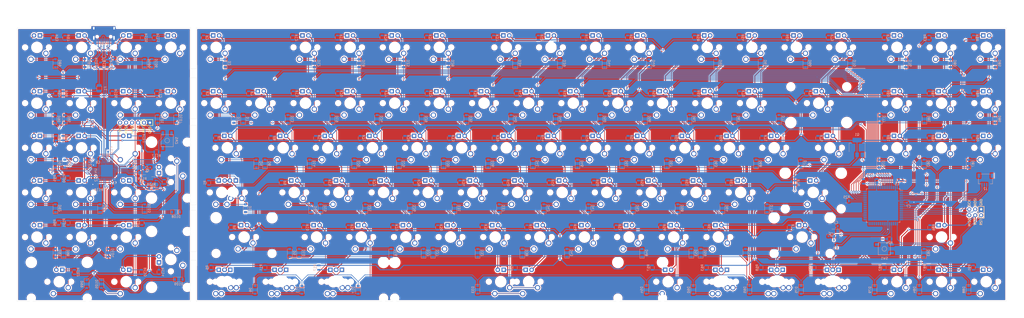
<source format=kicad_pcb>
(kicad_pcb (version 20171130) (host pcbnew "(5.1.5)-3")
  (layers (0 F.Cu signal) (31 B.Cu signal) (34 B.Paste user hide) (35 F.Paste user) (36 B.SilkS user hide) (37 F.SilkS user) (38 B.Mask user) (39 F.Mask user) (44 Edge.Cuts user))
  (net 0 "")
  (net 1 GND)
  (net 2 XTAL1)
  (net 3 XTAL2)
  (net 4 +5V)
  (net 5 Row0)
  (net 6 "Net-(D1-Pad2)")
  (net 7 Row1)
  (net 8 "Net-(D2-Pad2)")
  (net 9 Row2)
  (net 10 "Net-(D3-Pad2)")
  (net 11 Row3)
  (net 12 "Net-(D4-Pad2)")
  (net 13 Row4)
  (net 14 "Net-(D5-Pad2)")
  (net 15 Row5)
  (net 16 "Net-(D6-Pad2)")
  (net 17 "Net-(D7-Pad2)")
  (net 18 "Net-(D8-Pad2)")
  (net 19 "Net-(D9-Pad2)")
  (net 20 "Net-(D10-Pad2)")
  (net 21 "Net-(D11-Pad2)")
  (net 22 "Net-(D12-Pad2)")
  (net 23 "Net-(D13-Pad2)")
  (net 24 "Net-(D14-Pad2)")
  (net 25 "Net-(D15-Pad2)")
  (net 26 "Net-(D16-Pad2)")
  (net 27 "Net-(D17-Pad2)")
  (net 28 "Net-(D18-Pad2)")
  (net 29 "Net-(D19-Pad2)")
  (net 30 "Net-(D20-Pad2)")
  (net 31 "Net-(D21-Pad2)")
  (net 32 "Net-(D22-Pad2)")
  (net 33 "Net-(D23-Pad2)")
  (net 34 "Net-(D24-Pad2)")
  (net 35 "Net-(D25-Pad2)")
  (net 36 "Net-(D26-Pad2)")
  (net 37 "Net-(D27-Pad2)")
  (net 38 "Net-(D28-Pad2)")
  (net 39 "Net-(D29-Pad2)")
  (net 40 "Net-(D30-Pad2)")
  (net 41 "Net-(D31-Pad2)")
  (net 42 "Net-(D32-Pad2)")
  (net 43 "Net-(D33-Pad2)")
  (net 44 "Net-(D34-Pad2)")
  (net 45 "Net-(D35-Pad2)")
  (net 46 "Net-(D36-Pad2)")
  (net 47 "Net-(D37-Pad2)")
  (net 48 "Net-(D38-Pad2)")
  (net 49 "Net-(D39-Pad2)")
  (net 50 "Net-(D40-Pad2)")
  (net 51 "Net-(D41-Pad2)")
  (net 52 "Net-(D42-Pad2)")
  (net 53 "Net-(D43-Pad2)")
  (net 54 "Net-(D44-Pad2)")
  (net 55 "Net-(D45-Pad2)")
  (net 56 "Net-(D46-Pad2)")
  (net 57 "Net-(D47-Pad2)")
  (net 58 "Net-(D48-Pad2)")
  (net 59 "Net-(D49-Pad2)")
  (net 60 "Net-(D50-Pad2)")
  (net 61 "Net-(D51-Pad2)")
  (net 62 "Net-(D52-Pad2)")
  (net 63 "Net-(D53-Pad2)")
  (net 64 "Net-(D54-Pad2)")
  (net 65 "Net-(D55-Pad2)")
  (net 66 "Net-(D56-Pad2)")
  (net 67 "Net-(D57-Pad2)")
  (net 68 "Net-(D58-Pad2)")
  (net 69 "Net-(D59-Pad2)")
  (net 70 "Net-(D60-Pad2)")
  (net 71 "Net-(D61-Pad2)")
  (net 72 "Net-(D62-Pad2)")
  (net 73 "Net-(D63-Pad2)")
  (net 74 "Net-(D64-Pad2)")
  (net 75 "Net-(D65-Pad2)")
  (net 76 "Net-(D66-Pad2)")
  (net 77 "Net-(D67-Pad2)")
  (net 78 "Net-(D68-Pad2)")
  (net 79 "Net-(D70-Pad2)")
  (net 80 "Net-(D71-Pad2)")
  (net 81 "Net-(D72-Pad2)")
  (net 82 "Net-(D73-Pad2)")
  (net 83 "Net-(D74-Pad2)")
  (net 84 "Net-(D75-Pad2)")
  (net 85 "Net-(D76-Pad2)")
  (net 86 "Net-(D77-Pad2)")
  (net 87 "Net-(D78-Pad2)")
  (net 88 "Net-(D79-Pad2)")
  (net 89 "Net-(D80-Pad2)")
  (net 90 "Net-(D81-Pad2)")
  (net 91 "Net-(D82-Pad2)")
  (net 92 "Net-(D83-Pad2)")
  (net 93 "Net-(D84-Pad2)")
  (net 94 "Net-(D85-Pad2)")
  (net 95 "Net-(D86-Pad2)")
  (net 96 "Net-(D87-Pad2)")
  (net 97 "Net-(D88-Pad2)")
  (net 98 "Net-(D89-Pad2)")
  (net 99 "Net-(D90-Pad2)")
  (net 100 "Net-(D91-Pad2)")
  (net 101 "Net-(D92-Pad2)")
  (net 102 "Net-(D93-Pad2)")
  (net 103 "Net-(D94-Pad2)")
  (net 104 "Net-(D95-Pad2)")
  (net 105 "Net-(D96-Pad2)")
  (net 106 "Net-(D97-Pad2)")
  (net 107 "Net-(D98-Pad2)")
  (net 108 "Net-(D99-Pad2)")
  (net 109 "Net-(D100-Pad2)")
  (net 110 "Net-(D101-Pad2)")
  (net 111 "Net-(D102-Pad2)")
  (net 112 "Net-(D103-Pad2)")
  (net 113 "Net-(D104-Pad2)")
  (net 114 "Net-(D105-Pad2)")
  (net 115 "Net-(D106-Pad2)")
  (net 116 "Net-(D107-Pad2)")
  (net 117 "Net-(D108-Pad2)")
  (net 118 RESET)
  (net 119 MOSI)
  (net 120 MISO)
  (net 121 D-)
  (net 122 D+)
  (net 123 Col18)
  (net 124 "Net-(K_1-Pad4)")
  (net 125 Col1)
  (net 126 "Net-(K_2-Pad4)")
  (net 127 Col2)
  (net 128 "Net-(K_3-Pad4)")
  (net 129 Col3)
  (net 130 "Net-(K_4-Pad4)")
  (net 131 Col4)
  (net 132 "Net-(K_5-Pad4)")
  (net 133 Col5)
  (net 134 "Net-(K_6-Pad4)")
  (net 135 Col6)
  (net 136 "Net-(K_7-Pad4)")
  (net 137 Col7)
  (net 138 "Net-(K_8-Pad4)")
  (net 139 Col8)
  (net 140 "Net-(K_9-Pad4)")
  (net 141 Col9)
  (net 142 "Net-(K_'\"1-Pad4)")
  (net 143 Col11)
  (net 144 "Net-(K_*1-Pad4)")
  (net 145 Col19)
  (net 146 "Net-(K_+1-Pad4)")
  (net 147 Col12)
  (net 148 "Net-(K_+2-Pad4)")
  (net 149 Col20)
  (net 150 "Net-(K_-1-Pad4)")
  (net 151 "Net-(K_-2-Pad4)")
  (net 152 "Net-(K_/1-Pad4)")
  (net 153 "Net-(K_/?/1-Pad4)")
  (net 154 Col10)
  (net 155 "Net-(K_0x1-Pad4)")
  (net 156 "Net-(K_:;1-Pad4)")
  (net 157 "Net-(K_<1-Pad4)")
  (net 158 "Net-(K_>1-Pad4)")
  (net 159 "Net-(K_[{1-Pad4)")
  (net 160 "Net-(K_\\|1-Pad4)")
  (net 161 Col13)
  (net 162 "Net-(K_`1-Pad4)")
  (net 163 Col0)
  (net 164 "Net-(K_A1-Pad4)")
  (net 165 "Net-(K_B1-Pad4)")
  (net 166 "Net-(K_BkSp1-Pad4)")
  (net 167 "Net-(K_C1-Pad4)")
  (net 168 "Net-(K_CapLk1-Pad4)")
  (net 169 "Net-(K_D1-Pad4)")
  (net 170 "Net-(K_Del1-Pad4)")
  (net 171 "Net-(K_Delete1-Pad4)")
  (net 172 Col14)
  (net 173 "Net-(K_Down1-Pad4)")
  (net 174 Col15)
  (net 175 "Net-(K_E1-Pad4)")
  (net 176 "Net-(K_End1-Pad4)")
  (net 177 "Net-(K_Enter1-Pad4)")
  (net 178 "Net-(K_Enter2-Pad4)")
  (net 179 "Net-(K_ESC1-Pad4)")
  (net 180 "Net-(K_F1-Pad4)")
  (net 181 "Net-(K_F2-Pad4)")
  (net 182 "Net-(K_F3-Pad4)")
  (net 183 "Net-(K_F4-Pad4)")
  (net 184 "Net-(K_F5-Pad4)")
  (net 185 "Net-(K_F6-Pad4)")
  (net 186 "Net-(K_F7-Pad4)")
  (net 187 "Net-(K_F8-Pad4)")
  (net 188 "Net-(K_F9-Pad4)")
  (net 189 "Net-(K_F10-Pad4)")
  (net 190 "Net-(K_F11-Pad4)")
  (net 191 "Net-(K_F12-Pad4)")
  (net 192 "Net-(K_F13-Pad4)")
  (net 193 "Net-(K_Fn1-Pad4)")
  (net 194 Col17)
  (net 195 "Net-(K_Fn2-Pad4)")
  (net 196 "Net-(K_Fn3-Pad4)")
  (net 197 "Net-(K_Fn4-Pad4)")
  (net 198 "Net-(K_G1-Pad4)")
  (net 199 "Net-(K_H1-Pad4)")
  (net 200 "Net-(K_Home1-Pad4)")
  (net 201 "Net-(K_I1-Pad4)")
  (net 202 "Net-(K_Ins1-Pad4)")
  (net 203 "Net-(K_J1-Pad4)")
  (net 204 "Net-(K_K1-Pad4)")
  (net 205 "Net-(K_L1-Pad4)")
  (net 206 "Net-(K_Left1-Pad4)")
  (net 207 "Net-(K_LeftAlt1-Pad4)")
  (net 208 "Net-(K_LeftControl1-Pad4)")
  (net 209 "Net-(K_LeftShift1-Pad4)")
  (net 210 "Net-(K_LeftWin1-Pad4)")
  (net 211 "Net-(K_M1-Pad4)")
  (net 212 "Net-(K_Menu1-Pad4)")
  (net 213 "Net-(K_N1-Pad4)")
  (net 214 "Net-(K_Num1-Pad4)")
  (net 215 "Net-(K_Num2-Pad4)")
  (net 216 "Net-(K_Num3-Pad4)")
  (net 217 "Net-(K_Num4-Pad4)")
  (net 218 "Net-(K_Num5-Pad4)")
  (net 219 "Net-(K_Num6-Pad4)")
  (net 220 "Net-(K_Num7-Pad4)")
  (net 221 "Net-(K_Num8-Pad4)")
  (net 222 "Net-(K_Num9-Pad4)")
  (net 223 "Net-(K_NumLk1-Pad4)")
  (net 224 "Net-(K_O1-Pad4)")
  (net 225 "Net-(K_P1-Pad4)")
  (net 226 "Net-(K_Pause1-Pad4)")
  (net 227 Col16)
  (net 228 "Net-(K_PgDn1-Pad4)")
  (net 229 "Net-(K_PgUp1-Pad4)")
  (net 230 "Net-(K_PrtSc1-Pad4)")
  (net 231 "Net-(K_Q1-Pad4)")
  (net 232 "Net-(K_R1-Pad4)")
  (net 233 "Net-(K_Right1-Pad4)")
  (net 234 "Net-(K_RightAlt1-Pad4)")
  (net 235 "Net-(K_RightShift1-Pad4)")
  (net 236 "Net-(K_S1-Pad4)")
  (net 237 "Net-(K_ScLk1-Pad4)")
  (net 238 "Net-(K_Space1-Pad4)")
  (net 239 "Net-(K_T1-Pad4)")
  (net 240 "Net-(K_Tab1-Pad4)")
  (net 241 "Net-(K_U1-Pad4)")
  (net 242 "Net-(K_Up1-Pad4)")
  (net 243 "Net-(K_V1-Pad4)")
  (net 244 "Net-(K_W1-Pad4)")
  (net 245 "Net-(K_X1-Pad4)")
  (net 246 "Net-(K_Y1-Pad4)")
  (net 247 "Net-(K_Z1-Pad4)")
  (net 248 "Net-(K_}]1-Pad4)")
  (net 249 "Net-(Q1-Pad1)")
  (net 250 LedGND)
  (net 251 "Net-(K_RightAltx1-Pad4)")
  (net 252 CapsLed)
  (net 253 ScollLed)
  (net 254 "Net-(C7-Pad1)")
  (net 255 "Net-(C9-Pad1)")
  (net 256 "Net-(C10-Pad1)")
  (net 257 "Net-(C13-Pad1)")
  (net 258 "Net-(D109-Pad2)")
  (net 259 "Net-(K_10-Pad4)")
  (net 260 "Net-(K_FN1-Pad4)")
  (net 261 "Net-(R18-Pad2)")
  (net 262 "Net-(R25-Pad1)")
  (net 263 "Net-(R103-Pad2)")
  (net 264 "Net-(R104-Pad2)")
  (net 265 "Net-(R115-Pad2)")
  (net 266 "Net-(R116-Pad2)")
  (net 267 "Net-(R117-Pad2)")
  (net 268 "Net-(R118-Pad2)")
  (net 269 "Net-(Q2-Pad1)")
  (net 270 "Net-(R119-Pad2)")
  (net 271 /SCK)
  (net 272 VCC)
  (net 273 DUSB+)
  (net 274 DUSB-)
  (net 275 NumLkLed)
  (module MX_Only:MXOnly-1U (layer F.Cu) (at 228.7905 46.1005 180)
    (fp_text reference K_-1)
    (fp_text value "MX 1U")
    (pad 2 thru_hole circle (at 2.54 -5.08 180) (size 2.25 2.25) (drill 1.47) (layers *.Cu B.Mask) (net 72 "Net-(D62-Pad2)"))
    (pad "" np_thru_hole circle (at 0 0 180) (size 3.9878 3.9878) (drill 3.9878) (layers *.Cu *.Mask))
    (pad 1 thru_hole circle (at -3.81 -2.54 180) (size 2.25 2.25) (drill 1.47) (layers *.Cu B.Mask) (net 143 Col11))
    (pad 3 thru_hole circle (at -1.27 5.08 180) (size 1.905 1.905) (drill 1.04) (layers *.Cu B.Mask) (net 4 +5V))
    (pad 4 thru_hole rect (at 1.27 5.08 180) (size 1.905 1.905) (drill 1.04) (layers *.Cu B.Mask) (net 150 "Net-(K_-1-Pad4)"))
    (pad "" np_thru_hole circle (at -5.08 0 228.0996) (size 1.75 1.75) (drill 1.75) (layers *.Cu *.Mask))
    (pad "" np_thru_hole circle (at 5.08 0 228.0996) (size 1.75 1.75) (drill 1.75) (layers *.Cu *.Mask))
  )
  (module random-keyboard-parts:D_SOD-123-Pretty (layer B.Cu) (at 221.2462 52.832 90)
    (fp_text reference D62 (at 0 2 90) (layer B.SilkS) (effects (justify mirror)))
    (fp_text value SOD-123)
    (pad 1 smd rect (at -1.65 0 90) (size 0.9 1.2) (layers B.Cu B.Paste B.Mask) (net 7 Row1))
    (pad 2 smd rect (at 1.65 0 90) (size 0.9 1.2) (layers B.Cu B.Paste B.Mask) (net 72 "Net-(D62-Pad2)"))
  )
  (module random-keyboard-parts:D_SOD-123-Pretty (layer B.Cu) (at 200.973 109.982 90)
    (fp_text reference D48 (at 0 2 90) (layer B.SilkS) (effects (justify mirror)))
    (fp_text value SOD-123)
    (pad 1 smd rect (at -1.65 0 90) (size 0.9 1.2) (layers B.Cu B.Paste B.Mask) (net 13 Row4))
    (pad 2 smd rect (at 1.65 0 90) (size 0.9 1.2) (layers B.Cu B.Paste B.Mask) (net 58 "Net-(D48-Pad2)"))
  )
  (module random-keyboard-parts:D_SOD-123-Pretty (layer B.Cu) (at 192.4728 71.8848 90)
    (fp_text reference D51 (at 0 2 90) (layer B.SilkS) (effects (justify mirror)))
    (fp_text value SOD-123)
    (pad 1 smd rect (at -1.65 0 90) (size 0.9 1.2) (layers B.Cu B.Paste B.Mask) (net 9 Row2))
    (pad 2 smd rect (at 1.65 0 90) (size 0.9 1.2) (layers B.Cu B.Paste B.Mask) (net 61 "Net-(D51-Pad2)"))
  )
  (module random-keyboard-parts:D_SOD-123-Pretty (layer B.Cu) (at 232.5878 29.0703 90)
    (fp_text reference D55 (at 0 2 90) (layer B.SilkS) (effects (justify mirror)))
    (fp_text value SOD-123)
    (pad 1 smd rect (at -1.65 0 90) (size 0.9 1.2) (layers B.Cu B.Paste B.Mask) (net 5 Row0))
    (pad 2 smd rect (at 1.65 0 90) (size 0.9 1.2) (layers B.Cu B.Paste B.Mask) (net 65 "Net-(D55-Pad2)"))
  )
  (module random-keyboard-parts:D_SOD-123-Pretty (layer B.Cu) (at 270.6878 29.0703 90)
    (fp_text reference D66 (at 0 2 90) (layer B.SilkS) (effects (justify mirror)))
    (fp_text value SOD-123)
    (pad 1 smd rect (at -1.65 0 90) (size 0.9 1.2) (layers B.Cu B.Paste B.Mask) (net 5 Row0))
    (pad 2 smd rect (at 1.65 0 90) (size 0.9 1.2) (layers B.Cu B.Paste B.Mask) (net 76 "Net-(D66-Pad2)"))
  )
  (module random-keyboard-parts:D_SOD-123-Pretty (layer B.Cu) (at 222.8521 125.7681 270)
    (fp_text reference D60 (at 0 2 90) (layer B.SilkS) (effects (justify mirror)))
    (fp_text value SOD-123)
    (pad 1 smd rect (at -1.65 0 270) (size 0.9 1.2) (layers B.Cu B.Paste B.Mask) (net 15 Row5))
    (pad 2 smd rect (at 1.65 0 270) (size 0.9 1.2) (layers B.Cu B.Paste B.Mask) (net 70 "Net-(D60-Pad2)"))
  )
  (module random-keyboard-parts:D_SOD-123-Pretty (layer B.Cu) (at 222.023 109.982 90)
    (fp_text reference D53 (at 0 2 90) (layer B.SilkS) (effects (justify mirror)))
    (fp_text value SOD-123)
    (pad 1 smd rect (at -1.65 0 90) (size 0.9 1.2) (layers B.Cu B.Paste B.Mask) (net 13 Row4))
    (pad 2 smd rect (at 1.65 0 90) (size 0.9 1.2) (layers B.Cu B.Paste B.Mask) (net 63 "Net-(D53-Pad2)"))
  )
  (module random-keyboard-parts:D_SOD-123-Pretty (layer B.Cu) (at 154.3728 71.8848 90)
    (fp_text reference D41 (at 0 2 90) (layer B.SilkS) (effects (justify mirror)))
    (fp_text value SOD-123)
    (pad 1 smd rect (at -1.65 0 90) (size 0.9 1.2) (layers B.Cu B.Paste B.Mask) (net 9 Row2))
    (pad 2 smd rect (at 1.65 0 90) (size 0.9 1.2) (layers B.Cu B.Paste B.Mask) (net 51 "Net-(D41-Pad2)"))
  )
  (module random-keyboard-parts:D_SOD-123-Pretty (layer B.Cu) (at 202.1962 52.832 90)
    (fp_text reference D56 (at 0 2 90) (layer B.SilkS) (effects (justify mirror)))
    (fp_text value SOD-123)
    (pad 1 smd rect (at -1.65 0 90) (size 0.9 1.2) (layers B.Cu B.Paste B.Mask) (net 7 Row1))
    (pad 2 smd rect (at 1.65 0 90) (size 0.9 1.2) (layers B.Cu B.Paste B.Mask) (net 66 "Net-(D56-Pad2)"))
  )
  (module random-keyboard-parts:D_SOD-123-Pretty (layer B.Cu) (at 211.5228 71.8848 90)
    (fp_text reference D57 (at 0 2 90) (layer B.SilkS) (effects (justify mirror)))
    (fp_text value SOD-123)
    (pad 1 smd rect (at -1.65 0 90) (size 0.9 1.2) (layers B.Cu B.Paste B.Mask) (net 9 Row2))
    (pad 2 smd rect (at 1.65 0 90) (size 0.9 1.2) (layers B.Cu B.Paste B.Mask) (net 67 "Net-(D57-Pad2)"))
  )
  (module random-keyboard-parts:D_SOD-123-Pretty (layer B.Cu) (at 145.0462 52.832 90)
    (fp_text reference D40 (at 0 2 90) (layer B.SilkS) (effects (justify mirror)))
    (fp_text value SOD-123)
    (pad 1 smd rect (at -1.65 0 90) (size 0.9 1.2) (layers B.Cu B.Paste B.Mask) (net 7 Row1))
    (pad 2 smd rect (at 1.65 0 90) (size 0.9 1.2) (layers B.Cu B.Paste B.Mask) (net 50 "Net-(D40-Pad2)"))
  )
  (module random-keyboard-parts:D_SOD-123-Pretty (layer B.Cu) (at 202.8521 125.7681 270)
    (fp_text reference D54 (at 0 2 90) (layer B.SilkS) (effects (justify mirror)))
    (fp_text value SOD-123)
    (pad 1 smd rect (at -1.65 0 270) (size 0.9 1.2) (layers B.Cu B.Paste B.Mask) (net 15 Row5))
    (pad 2 smd rect (at 1.65 0 270) (size 0.9 1.2) (layers B.Cu B.Paste B.Mask) (net 64 "Net-(D54-Pad2)"))
  )
  (module random-keyboard-parts:D_SOD-123-Pretty (layer B.Cu) (at 168.923 109.982 90)
    (fp_text reference D43 (at 0 2 90) (layer B.SilkS) (effects (justify mirror)))
    (fp_text value SOD-123)
    (pad 1 smd rect (at -1.65 0 90) (size 0.9 1.2) (layers B.Cu B.Paste B.Mask) (net 13 Row4))
    (pad 2 smd rect (at 1.65 0 90) (size 0.9 1.2) (layers B.Cu B.Paste B.Mask) (net 53 "Net-(D43-Pad2)"))
  )
  (module random-keyboard-parts:D_SOD-123-Pretty (layer B.Cu) (at 197.1462 90.932 90)
    (fp_text reference D52 (at 0 2 90) (layer B.SilkS) (effects (justify mirror)))
    (fp_text value SOD-123)
    (pad 1 smd rect (at -1.65 0 90) (size 0.9 1.2) (layers B.Cu B.Paste B.Mask) (net 11 Row3))
    (pad 2 smd rect (at 1.65 0 90) (size 0.9 1.2) (layers B.Cu B.Paste B.Mask) (net 62 "Net-(D52-Pad2)"))
  )
  (module random-keyboard-parts:D_SOD-123-Pretty (layer B.Cu) (at 251.6378 29.0703 90)
    (fp_text reference D61 (at 0 2 90) (layer B.SilkS) (effects (justify mirror)))
    (fp_text value SOD-123)
    (pad 1 smd rect (at -1.65 0 90) (size 0.9 1.2) (layers B.Cu B.Paste B.Mask) (net 5 Row0))
    (pad 2 smd rect (at 1.65 0 90) (size 0.9 1.2) (layers B.Cu B.Paste B.Mask) (net 71 "Net-(D61-Pad2)"))
  )
  (module random-keyboard-parts:D_SOD-123-Pretty (layer B.Cu) (at 159.0462 90.932 90)
    (fp_text reference D42 (at 0 2 90) (layer B.SilkS) (effects (justify mirror)))
    (fp_text value SOD-123)
    (pad 1 smd rect (at -1.65 0 90) (size 0.9 1.2) (layers B.Cu B.Paste B.Mask) (net 11 Row3))
    (pad 2 smd rect (at 1.65 0 90) (size 0.9 1.2) (layers B.Cu B.Paste B.Mask) (net 52 "Net-(D42-Pad2)"))
  )
  (module random-keyboard-parts:D_SOD-123-Pretty (layer B.Cu) (at 149.873 109.982 90)
    (fp_text reference D38 (at 0 2 90) (layer B.SilkS) (effects (justify mirror)))
    (fp_text value SOD-123)
    (pad 1 smd rect (at -1.65 0 90) (size 0.9 1.2) (layers B.Cu B.Paste B.Mask) (net 13 Row4))
    (pad 2 smd rect (at 1.65 0 90) (size 0.9 1.2) (layers B.Cu B.Paste B.Mask) (net 48 "Net-(D38-Pad2)"))
  )
  (module random-keyboard-parts:D_SOD-123-Pretty (layer B.Cu) (at 183.1462 52.832 90)
    (fp_text reference D50 (at 0 2 90) (layer B.SilkS) (effects (justify mirror)))
    (fp_text value SOD-123)
    (pad 1 smd rect (at -1.65 0 90) (size 0.9 1.2) (layers B.Cu B.Paste B.Mask) (net 7 Row1))
    (pad 2 smd rect (at 1.65 0 90) (size 0.9 1.2) (layers B.Cu B.Paste B.Mask) (net 60 "Net-(D50-Pad2)"))
  )
  (module random-keyboard-parts:D_SOD-123-Pretty (layer B.Cu) (at 184.9628 29.0703 90)
    (fp_text reference D44 (at 0 2 90) (layer B.SilkS) (effects (justify mirror)))
    (fp_text value SOD-123)
    (pad 1 smd rect (at -1.65 0 90) (size 0.9 1.2) (layers B.Cu B.Paste B.Mask) (net 5 Row0))
    (pad 2 smd rect (at 1.65 0 90) (size 0.9 1.2) (layers B.Cu B.Paste B.Mask) (net 54 "Net-(D44-Pad2)"))
  )
  (module MX_Only:MXOnly-1.5U-FLIPPED (layer F.Cu) (at 24.0035 122.3005 180)
    (fp_text reference K_LeftControl2)
    (fp_text value "MX 1.5U")
    (pad "" np_thru_hole circle (at 5.08 0 228.0996) (size 1.75 1.75) (drill 1.75) (layers *.Cu *.Mask))
    (pad "" np_thru_hole circle (at -5.08 0 228.0996) (size 1.75 1.75) (drill 1.75) (layers *.Cu *.Mask))
    (pad 4 thru_hole rect (at -1.27 5.08 180) (size 1.905 1.905) (drill 1.04) (layers *.Cu B.Mask) (net 208 "Net-(K_LeftControl1-Pad4)"))
    (pad 3 thru_hole circle (at 1.27 5.08 180) (size 1.905 1.905) (drill 1.04) (layers *.Cu B.Mask) (net 4 +5V))
    (pad 1 thru_hole circle (at -3.81 -2.54 180) (size 2.25 2.25) (drill 1.47) (layers *.Cu B.Mask) (net 163 Col0))
    (pad "" np_thru_hole circle (at 0 0 180) (size 3.9878 3.9878) (drill 3.9878) (layers *.Cu *.Mask))
    (pad 2 thru_hole circle (at 2.54 -5.08 180) (size 2.25 2.25) (drill 1.47) (layers *.Cu B.Mask) (net 16 "Net-(D6-Pad2)"))
  )
  (module MX_Only:MXOnly-1U (layer F.Cu) (at 257.3665 122.3005 180)
    (fp_text reference K_Rightwinx1)
    (fp_text value "MX 1U")
    (pad "" np_thru_hole circle (at 5.08 0 228.0996) (size 1.75 1.75) (drill 1.75) (layers *.Cu *.Mask))
    (pad "" np_thru_hole circle (at -5.08 0 228.0996) (size 1.75 1.75) (drill 1.75) (layers *.Cu *.Mask))
    (pad 4 thru_hole rect (at 1.27 5.08 180) (size 1.905 1.905) (drill 1.04) (layers *.Cu B.Mask) (net 212 "Net-(K_Menu1-Pad4)"))
    (pad 3 thru_hole circle (at -1.27 5.08 180) (size 1.905 1.905) (drill 1.04) (layers *.Cu B.Mask) (net 4 +5V))
    (pad 1 thru_hole circle (at -3.81 -2.54 180) (size 2.25 2.25) (drill 1.47) (layers *.Cu B.Mask) (net 143 Col11))
    (pad "" np_thru_hole circle (at 0 0 180) (size 3.9878 3.9878) (drill 3.9878) (layers *.Cu *.Mask))
    (pad 2 thru_hole circle (at 2.54 -5.08 180) (size 2.25 2.25) (drill 1.47) (layers *.Cu B.Mask) (net 75 "Net-(D65-Pad2)"))
  )
  (module random-keyboard-parts:R_0805 (layer B.Cu) (at 17.0431 116.2685 270)
    (fp_text reference R6 (at 0 1.65 90) (layer B.SilkS) (effects (justify mirror)))
    (fp_text value 1k)
    (pad 1 smd rect (at -0.95 0 270) (size 0.7 1.3) (layers B.Cu B.Paste B.Mask) (net 250 LedGND))
    (pad 2 smd rect (at 0.95 0 270) (size 0.7 1.3) (layers B.Cu B.Paste B.Mask) (net 208 "Net-(K_LeftControl1-Pad4)"))
  )
  (module random-keyboard-parts:D_SOD-123-Pretty (layer B.Cu) (at 340.3228 71.8848 90)
    (fp_text reference D87 (at 0 2 90) (layer B.SilkS) (effects (justify mirror)))
    (fp_text value SOD-123)
    (pad 1 smd rect (at -1.65 0 90) (size 0.9 1.2) (layers B.Cu B.Paste B.Mask) (net 9 Row2))
    (pad 2 smd rect (at 1.65 0 90) (size 0.9 1.2) (layers B.Cu B.Paste B.Mask) (net 96 "Net-(D87-Pad2)"))
  )
  (module random-keyboard-parts:D_SOD-123-Pretty (layer B.Cu) (at 164.0962 52.832 90)
    (fp_text reference D45 (at 0 2 90) (layer B.SilkS) (effects (justify mirror)))
    (fp_text value SOD-123)
    (pad 1 smd rect (at -1.65 0 90) (size 0.9 1.2) (layers B.Cu B.Paste B.Mask) (net 7 Row1))
    (pad 2 smd rect (at 1.65 0 90) (size 0.9 1.2) (layers B.Cu B.Paste B.Mask) (net 55 "Net-(D45-Pad2)"))
  )
  (module MX_Only:MXOnly-2.75U (layer F.Cu) (at 269.2735 103.2505 180)
    (fp_text reference K_RightShift1)
    (fp_text value "MX 2.75U")
    (pad 2 thru_hole circle (at 2.54 -5.08 180) (size 2.25 2.25) (drill 1.47) (layers *.Cu B.Mask) (net 83 "Net-(D74-Pad2)"))
    (pad "" np_thru_hole circle (at 0 0 180) (size 3.9878 3.9878) (drill 3.9878) (layers *.Cu *.Mask))
    (pad 1 thru_hole circle (at -3.81 -2.54 180) (size 2.25 2.25) (drill 1.47) (layers *.Cu B.Mask) (net 161 Col13))
    (pad 3 thru_hole circle (at -1.27 5.08 180) (size 1.905 1.905) (drill 1.04) (layers *.Cu B.Mask) (net 4 +5V))
    (pad 4 thru_hole rect (at 1.27 5.08 180) (size 1.905 1.905) (drill 1.04) (layers *.Cu B.Mask) (net 235 "Net-(K_RightShift1-Pad4)"))
    (pad "" np_thru_hole circle (at -5.08 0 228.0996) (size 1.75 1.75) (drill 1.75) (layers *.Cu *.Mask))
    (pad "" np_thru_hole circle (at 5.08 0 228.0996) (size 1.75 1.75) (drill 1.75) (layers *.Cu *.Mask))
    (pad "" np_thru_hole circle (at -11.938 -6.985 180) (size 3.048 3.048) (drill 3.048) (layers *.Cu *.Mask))
    (pad "" np_thru_hole circle (at 11.938 -6.985 180) (size 3.048 3.048) (drill 3.048) (layers *.Cu *.Mask))
    (pad "" np_thru_hole circle (at -11.938 8.255 180) (size 3.9878 3.9878) (drill 3.9878) (layers *.Cu *.Mask))
    (pad "" np_thru_hole circle (at 11.938 8.255 180) (size 3.9878 3.9878) (drill 3.9878) (layers *.Cu *.Mask))
  )
  (module random-keyboard-parts:D_SOD-123-Pretty (layer B.Cu) (at 254.2962 90.932 90)
    (fp_text reference D73 (at 0 2 90) (layer B.SilkS) (effects (justify mirror)))
    (fp_text value SOD-123)
    (pad 1 smd rect (at -1.65 0 90) (size 0.9 1.2) (layers B.Cu B.Paste B.Mask) (net 11 Row3))
    (pad 2 smd rect (at 1.65 0 90) (size 0.9 1.2) (layers B.Cu B.Paste B.Mask) (net 82 "Net-(D73-Pad2)"))
  )
  (module MX_Only:MXOnly-1.25U-FLIPPED (layer F.Cu) (at 259.7495 122.3005 180)
    (fp_text reference K_Menu1)
    (fp_text value "MX 1.25U")
    (pad "" np_thru_hole circle (at 5.08 0 228.0996) (size 1.75 1.75) (drill 1.75) (layers *.Cu *.Mask))
    (pad "" np_thru_hole circle (at -5.08 0 228.0996) (size 1.75 1.75) (drill 1.75) (layers *.Cu *.Mask))
    (pad 4 thru_hole rect (at -1.27 5.08 180) (size 1.905 1.905) (drill 1.04) (layers *.Cu B.Mask) (net 212 "Net-(K_Menu1-Pad4)"))
    (pad 3 thru_hole circle (at 1.27 5.08 180) (size 1.905 1.905) (drill 1.04) (layers *.Cu B.Mask) (net 4 +5V))
    (pad 1 thru_hole circle (at -3.81 -2.54 180) (size 2.25 2.25) (drill 1.47) (layers *.Cu B.Mask) (net 143 Col11))
    (pad "" np_thru_hole circle (at 0 0 180) (size 3.9878 3.9878) (drill 3.9878) (layers *.Cu *.Mask))
    (pad 2 thru_hole circle (at 2.54 -5.08 180) (size 2.25 2.25) (drill 1.47) (layers *.Cu B.Mask) (net 75 "Net-(D65-Pad2)"))
  )
  (module MX_Only:MXOnly-1U-FLIPPED (layer F.Cu) (at 47.8165 122.3005 180)
    (fp_text reference K_LeftWin2)
    (fp_text value "MX 1U")
    (pad "" np_thru_hole circle (at 5.08 0 228.0996) (size 1.75 1.75) (drill 1.75) (layers *.Cu *.Mask))
    (pad "" np_thru_hole circle (at -5.08 0 228.0996) (size 1.75 1.75) (drill 1.75) (layers *.Cu *.Mask))
    (pad 4 thru_hole rect (at -1.27 5.08 180) (size 1.905 1.905) (drill 1.04) (layers *.Cu B.Mask) (net 210 "Net-(K_LeftWin1-Pad4)"))
    (pad 3 thru_hole circle (at 1.27 5.08 180) (size 1.905 1.905) (drill 1.04) (layers *.Cu B.Mask) (net 4 +5V))
    (pad 1 thru_hole circle (at -3.81 -2.54 180) (size 2.25 2.25) (drill 1.47) (layers *.Cu B.Mask) (net 125 Col1))
    (pad "" np_thru_hole circle (at 0 0 180) (size 3.9878 3.9878) (drill 3.9878) (layers *.Cu *.Mask))
    (pad 2 thru_hole circle (at 2.54 -5.08 180) (size 2.25 2.25) (drill 1.47) (layers *.Cu B.Mask) (net 21 "Net-(D11-Pad2)"))
  )
  (module MX_Only:MXOnly-7U (layer F.Cu) (at 152.5915 122.3005 180)
    (fp_text reference K_Space2)
    (fp_text value "MX 7U")
    (pad "" np_thru_hole circle (at 57.15 8.255 180) (size 3.9878 3.9878) (drill 3.9878) (layers *.Cu *.Mask))
    (pad "" np_thru_hole circle (at -57.15 8.255 180) (size 3.9878 3.9878) (drill 3.9878) (layers *.Cu *.Mask))
    (pad "" np_thru_hole circle (at 57.15 -6.985 180) (size 3.048 3.048) (drill 3.048) (layers *.Cu *.Mask))
    (pad "" np_thru_hole circle (at -57.15 -6.985 180) (size 3.048 3.048) (drill 3.048) (layers *.Cu *.Mask))
    (pad "" np_thru_hole circle (at 5.08 0 228.0996) (size 1.75 1.75) (drill 1.75) (layers *.Cu *.Mask))
    (pad "" np_thru_hole circle (at -5.08 0 228.0996) (size 1.75 1.75) (drill 1.75) (layers *.Cu *.Mask))
    (pad 4 thru_hole rect (at 1.27 5.08 180) (size 1.905 1.905) (drill 1.04) (layers *.Cu B.Mask) (net 238 "Net-(K_Space1-Pad4)"))
    (pad 3 thru_hole circle (at -1.27 5.08 180) (size 1.905 1.905) (drill 1.04) (layers *.Cu B.Mask) (net 4 +5V))
    (pad 1 thru_hole circle (at -3.81 -2.54 180) (size 2.25 2.25) (drill 1.47) (layers *.Cu B.Mask) (net 133 Col5))
    (pad "" np_thru_hole circle (at 0 0 180) (size 3.9878 3.9878) (drill 3.9878) (layers *.Cu *.Mask))
    (pad 2 thru_hole circle (at 2.54 -5.08 180) (size 2.25 2.25) (drill 1.47) (layers *.Cu B.Mask) (net 43 "Net-(D33-Pad2)"))
  )
  (module MX_Only:MXOnly-6.25U-FLIPPED (layer F.Cu) (at 140.6865 122.3005 180)
    (fp_text reference K_Space1)
    (fp_text value "MX 6.25U")
    (pad "" np_thru_hole circle (at 49.9999 8.255 180) (size 3.9878 3.9878) (drill 3.9878) (layers *.Cu *.Mask))
    (pad "" np_thru_hole circle (at -49.9999 8.255 180) (size 3.9878 3.9878) (drill 3.9878) (layers *.Cu *.Mask))
    (pad "" np_thru_hole circle (at 49.9999 -6.985 180) (size 3.048 3.048) (drill 3.048) (layers *.Cu *.Mask))
    (pad "" np_thru_hole circle (at -49.9999 -6.985 180) (size 3.048 3.048) (drill 3.048) (layers *.Cu *.Mask))
    (pad "" np_thru_hole circle (at 5.08 0 228.0996) (size 1.75 1.75) (drill 1.75) (layers *.Cu *.Mask))
    (pad "" np_thru_hole circle (at -5.08 0 228.0996) (size 1.75 1.75) (drill 1.75) (layers *.Cu *.Mask))
    (pad 4 thru_hole rect (at -1.27 5.08 180) (size 1.905 1.905) (drill 1.04) (layers *.Cu B.Mask) (net 238 "Net-(K_Space1-Pad4)"))
    (pad 3 thru_hole circle (at 1.27 5.08 180) (size 1.905 1.905) (drill 1.04) (layers *.Cu B.Mask) (net 4 +5V))
    (pad 1 thru_hole circle (at -3.81 -2.54 180) (size 2.25 2.25) (drill 1.47) (layers *.Cu B.Mask) (net 133 Col5))
    (pad "" np_thru_hole circle (at 0 0 180) (size 3.9878 3.9878) (drill 3.9878) (layers *.Cu *.Mask))
    (pad 2 thru_hole circle (at 2.54 -5.08 180) (size 2.25 2.25) (drill 1.47) (layers *.Cu B.Mask) (net 43 "Net-(D33-Pad2)"))
  )
  (module MX_Only:MXOnly-1U (layer F.Cu) (at 52.5785 84.2005 180)
    (fp_text reference K_A1)
    (fp_text value "MX 1U")
    (pad 2 thru_hole circle (at 2.54 -5.08 180) (size 2.25 2.25) (drill 1.47) (layers *.Cu B.Mask) (net 19 "Net-(D9-Pad2)"))
    (pad "" np_thru_hole circle (at 0 0 180) (size 3.9878 3.9878) (drill 3.9878) (layers *.Cu *.Mask))
    (pad 1 thru_hole circle (at -3.81 -2.54 180) (size 2.25 2.25) (drill 1.47) (layers *.Cu B.Mask) (net 125 Col1))
    (pad 3 thru_hole circle (at -1.27 5.08 180) (size 1.905 1.905) (drill 1.04) (layers *.Cu B.Mask) (net 4 +5V))
    (pad 4 thru_hole rect (at 1.27 5.08 180) (size 1.905 1.905) (drill 1.04) (layers *.Cu B.Mask) (net 164 "Net-(K_A1-Pad4)"))
    (pad "" np_thru_hole circle (at -5.08 0 228.0996) (size 1.75 1.75) (drill 1.75) (layers *.Cu *.Mask))
    (pad "" np_thru_hole circle (at 5.08 0 228.0996) (size 1.75 1.75) (drill 1.75) (layers *.Cu *.Mask))
  )
  (module MX_Only:MXOnly-1.25U-FLIPPED (layer F.Cu) (at 235.9365 122.3005 180)
    (fp_text reference K_FN1)
    (fp_text value "MX 1.25U")
    (pad "" np_thru_hole circle (at 5.08 0 228.0996) (size 1.75 1.75) (drill 1.75) (layers *.Cu *.Mask))
    (pad "" np_thru_hole circle (at -5.08 0 228.0996) (size 1.75 1.75) (drill 1.75) (layers *.Cu *.Mask))
    (pad 4 thru_hole rect (at -1.27 5.08 180) (size 1.905 1.905) (drill 1.04) (layers *.Cu B.Mask) (net 260 "Net-(K_FN1-Pad4)"))
    (pad 3 thru_hole circle (at 1.27 5.08 180) (size 1.905 1.905) (drill 1.04) (layers *.Cu B.Mask) (net 4 +5V))
    (pad 1 thru_hole circle (at -3.81 -2.54 180) (size 2.25 2.25) (drill 1.47) (layers *.Cu B.Mask) (net 154 Col10))
    (pad "" np_thru_hole circle (at 0 0 180) (size 3.9878 3.9878) (drill 3.9878) (layers *.Cu *.Mask))
    (pad 2 thru_hole circle (at 2.54 -5.08 180) (size 2.25 2.25) (drill 1.47) (layers *.Cu B.Mask) (net 70 "Net-(D60-Pad2)"))
  )
  (module MX_Only:MXOnly-1.5U (layer F.Cu) (at 233.554 122.3005 180)
    (fp_text reference K_RightFN1)
    (fp_text value "MX 1.5U")
    (pad "" np_thru_hole circle (at 5.08 0 228.0996) (size 1.75 1.75) (drill 1.75) (layers *.Cu *.Mask))
    (pad "" np_thru_hole circle (at -5.08 0 228.0996) (size 1.75 1.75) (drill 1.75) (layers *.Cu *.Mask))
    (pad 4 thru_hole rect (at 1.27 5.08 180) (size 1.905 1.905) (drill 1.04) (layers *.Cu B.Mask) (net 260 "Net-(K_FN1-Pad4)"))
    (pad 3 thru_hole circle (at -1.27 5.08 180) (size 1.905 1.905) (drill 1.04) (layers *.Cu B.Mask) (net 4 +5V))
    (pad 1 thru_hole circle (at -3.81 -2.54 180) (size 2.25 2.25) (drill 1.47) (layers *.Cu B.Mask) (net 154 Col10))
    (pad "" np_thru_hole circle (at 0 0 180) (size 3.9878 3.9878) (drill 3.9878) (layers *.Cu *.Mask))
    (pad 2 thru_hole circle (at 2.54 -5.08 180) (size 2.25 2.25) (drill 1.47) (layers *.Cu B.Mask) (net 70 "Net-(D60-Pad2)"))
  )
  (module MX_Only:MXOnly-1.5U (layer F.Cu) (at 24.0035 65.1505 180)
    (fp_text reference K_Tab1)
    (fp_text value "MX 1.5U")
    (pad 2 thru_hole circle (at 2.54 -5.08 180) (size 2.25 2.25) (drill 1.47) (layers *.Cu B.Mask) (net 12 "Net-(D4-Pad2)"))
    (pad "" np_thru_hole circle (at 0 0 180) (size 3.9878 3.9878) (drill 3.9878) (layers *.Cu *.Mask))
    (pad 1 thru_hole circle (at -3.81 -2.54 180) (size 2.25 2.25) (drill 1.47) (layers *.Cu B.Mask) (net 163 Col0))
    (pad 3 thru_hole circle (at -1.27 5.08 180) (size 1.905 1.905) (drill 1.04) (layers *.Cu B.Mask) (net 4 +5V))
    (pad 4 thru_hole rect (at 1.27 5.08 180) (size 1.905 1.905) (drill 1.04) (layers *.Cu B.Mask) (net 240 "Net-(K_Tab1-Pad4)"))
    (pad "" np_thru_hole circle (at -5.08 0 228.0996) (size 1.75 1.75) (drill 1.75) (layers *.Cu *.Mask))
    (pad "" np_thru_hole circle (at 5.08 0 228.0996) (size 1.75 1.75) (drill 1.75) (layers *.Cu *.Mask))
  )
  (module random-keyboard-parts:D_SOD-123-Pretty (layer B.Cu) (at 54.673 109.982 90)
    (fp_text reference D10 (at 0 2 90) (layer B.SilkS) (effects (justify mirror)))
    (fp_text value SOD-123)
    (pad 1 smd rect (at -1.65 0 90) (size 0.9 1.2) (layers B.Cu B.Paste B.Mask) (net 13 Row4))
    (pad 2 smd rect (at 1.65 0 90) (size 0.9 1.2) (layers B.Cu B.Paste B.Mask) (net 20 "Net-(D10-Pad2)"))
  )
  (module random-keyboard-parts:D_SOD-123-Pretty (layer B.Cu) (at 31.7462 90.932 90)
    (fp_text reference D1 (at 0 2 90) (layer B.SilkS) (effects (justify mirror)))
    (fp_text value SOD-123)
    (pad 1 smd rect (at -1.65 0 90) (size 0.9 1.2) (layers B.Cu B.Paste B.Mask) (net 11 Row3))
    (pad 2 smd rect (at 1.65 0 90) (size 0.9 1.2) (layers B.Cu B.Paste B.Mask) (net 6 "Net-(D1-Pad2)"))
  )
  (module random-keyboard-parts:D_SOD-123-Pretty (layer B.Cu) (at 55.8521 125.7681 270)
    (fp_text reference D11 (at 0 2 90) (layer B.SilkS) (effects (justify mirror)))
    (fp_text value SOD-123)
    (pad 2 smd rect (at 1.65 0 270) (size 0.9 1.2) (layers B.Cu B.Paste B.Mask) (net 21 "Net-(D11-Pad2)"))
    (pad 1 smd rect (at -1.65 0 270) (size 0.9 1.2) (layers B.Cu B.Paste B.Mask) (net 15 Row5))
  )
  (module random-keyboard-parts:D_SOD-123-Pretty (layer B.Cu) (at 40.0728 71.8848 90)
    (fp_text reference D8 (at 0 2 90) (layer B.SilkS) (effects (justify mirror)))
    (fp_text value SOD-123)
    (pad 1 smd rect (at -1.65 0 90) (size 0.9 1.2) (layers B.Cu B.Paste B.Mask) (net 9 Row2))
    (pad 2 smd rect (at 1.65 0 90) (size 0.9 1.2) (layers B.Cu B.Paste B.Mask) (net 18 "Net-(D8-Pad2)"))
  )
  (module random-keyboard-parts:D_SOD-123-Pretty (layer B.Cu) (at 59.7462 90.932 90)
    (fp_text reference D9 (at 0 2 90) (layer B.SilkS) (effects (justify mirror)))
    (fp_text value SOD-123)
    (pad 1 smd rect (at -1.65 0 90) (size 0.9 1.2) (layers B.Cu B.Paste B.Mask) (net 11 Row3))
    (pad 2 smd rect (at 1.65 0 90) (size 0.9 1.2) (layers B.Cu B.Paste B.Mask) (net 19 "Net-(D9-Pad2)"))
  )
  (module random-keyboard-parts:D_SOD-123-Pretty (layer B.Cu) (at 30.7462 52.832 90)
    (fp_text reference D7 (at 0 2 90) (layer B.SilkS) (effects (justify mirror)))
    (fp_text value SOD-123)
    (pad 1 smd rect (at -1.65 0 90) (size 0.9 1.2) (layers B.Cu B.Paste B.Mask) (net 7 Row1))
    (pad 2 smd rect (at 1.65 0 90) (size 0.9 1.2) (layers B.Cu B.Paste B.Mask) (net 17 "Net-(D7-Pad2)"))
  )
  (module random-keyboard-parts:D_SOD-123-Pretty (layer B.Cu) (at 99.2378 29.0703 90)
    (fp_text reference D23 (at 0 2 90) (layer B.SilkS) (effects (justify mirror)))
    (fp_text value SOD-123)
    (pad 1 smd rect (at -1.65 0 90) (size 0.9 1.2) (layers B.Cu B.Paste B.Mask) (net 5 Row0))
    (pad 2 smd rect (at 1.65 0 90) (size 0.9 1.2) (layers B.Cu B.Paste B.Mask) (net 33 "Net-(D23-Pad2)"))
  )
  (module random-keyboard-parts:D_SOD-123-Pretty (layer B.Cu) (at 26.7462 52.832 90)
    (fp_text reference D3 (at 0 2 90) (layer B.SilkS) (effects (justify mirror)))
    (fp_text value SOD-123)
    (pad 1 smd rect (at -1.65 0 90) (size 0.9 1.2) (layers B.Cu B.Paste B.Mask) (net 7 Row1))
    (pad 2 smd rect (at 1.65 0 90) (size 0.9 1.2) (layers B.Cu B.Paste B.Mask) (net 10 "Net-(D3-Pad2)"))
  )
  (module random-keyboard-parts:D_SOD-123-Pretty (layer B.Cu) (at 118.2878 29.0703 90)
    (fp_text reference D28 (at 0 2 90) (layer B.SilkS) (effects (justify mirror)))
    (fp_text value SOD-123)
    (pad 1 smd rect (at -1.65 0 90) (size 0.9 1.2) (layers B.Cu B.Paste B.Mask) (net 5 Row0))
    (pad 2 smd rect (at 1.65 0 90) (size 0.9 1.2) (layers B.Cu B.Paste B.Mask) (net 38 "Net-(D28-Pad2)"))
  )
  (module random-keyboard-parts:D_SOD-123-Pretty (layer B.Cu) (at 68.8462 52.832 90)
    (fp_text reference D19 (at 0 2 90) (layer B.SilkS) (effects (justify mirror)))
    (fp_text value SOD-123)
    (pad 1 smd rect (at -1.65 0 90) (size 0.9 1.2) (layers B.Cu B.Paste B.Mask) (net 7 Row1))
    (pad 2 smd rect (at 1.65 0 90) (size 0.9 1.2) (layers B.Cu B.Paste B.Mask) (net 29 "Net-(D19-Pad2)"))
  )
  (module random-keyboard-parts:D_SOD-123-Pretty (layer B.Cu) (at 101.8962 90.932 90)
    (fp_text reference D26 (at 0 2 90) (layer B.SilkS) (effects (justify mirror)))
    (fp_text value SOD-123)
    (pad 1 smd rect (at -1.65 0 90) (size 0.9 1.2) (layers B.Cu B.Paste B.Mask) (net 11 Row3))
    (pad 2 smd rect (at 1.65 0 90) (size 0.9 1.2) (layers B.Cu B.Paste B.Mask) (net 36 "Net-(D26-Pad2)"))
  )
  (module random-keyboard-parts:D_SOD-123-Pretty (layer B.Cu) (at 50.673 109.982 90)
    (fp_text reference D5 (at 0 2 90) (layer B.SilkS) (effects (justify mirror)))
    (fp_text value SOD-123)
    (pad 1 smd rect (at -1.65 0 90) (size 0.9 1.2) (layers B.Cu B.Paste B.Mask) (net 13 Row4))
    (pad 2 smd rect (at 1.65 0 90) (size 0.9 1.2) (layers B.Cu B.Paste B.Mask) (net 14 "Net-(D5-Pad2)"))
  )
  (module random-keyboard-parts:R_0805 (layer B.Cu) (at 16.0462 80.0735 270)
    (fp_text reference R1 (at 0 1.65 90) (layer B.SilkS) (effects (justify mirror)))
    (fp_text value 300)
    (pad 1 smd rect (at -0.95 0 270) (size 0.7 1.3) (layers B.Cu B.Paste B.Mask) (net 168 "Net-(K_CapLk1-Pad4)"))
    (pad 2 smd rect (at 0.95 0 270) (size 0.7 1.3) (layers B.Cu B.Paste B.Mask) (net 252 CapsLed))
  )
  (module random-keyboard-parts:D_SOD-123-Pretty (layer B.Cu) (at 82.8462 90.932 90)
    (fp_text reference D21 (at 0 2 90) (layer B.SilkS) (effects (justify mirror)))
    (fp_text value SOD-123)
    (pad 1 smd rect (at -1.65 0 90) (size 0.9 1.2) (layers B.Cu B.Paste B.Mask) (net 11 Row3))
    (pad 2 smd rect (at 1.65 0 90) (size 0.9 1.2) (layers B.Cu B.Paste B.Mask) (net 31 "Net-(D21-Pad2)"))
  )
  (module random-keyboard-parts:D_SOD-123-Pretty (layer B.Cu) (at 63.7962 90.932 90)
    (fp_text reference D15 (at 0 2 90) (layer B.SilkS) (effects (justify mirror)))
    (fp_text value SOD-123)
    (pad 1 smd rect (at -1.65 0 90) (size 0.9 1.2) (layers B.Cu B.Paste B.Mask) (net 11 Row3))
    (pad 2 smd rect (at 1.65 0 90) (size 0.9 1.2) (layers B.Cu B.Paste B.Mask) (net 25 "Net-(D15-Pad2)"))
  )
  (module random-keyboard-parts:D_SOD-123-Pretty (layer B.Cu) (at 49.7962 52.832 90)
    (fp_text reference D13 (at 0 2 90) (layer B.SilkS) (effects (justify mirror)))
    (fp_text value SOD-123)
    (pad 1 smd rect (at -1.65 0 90) (size 0.9 1.2) (layers B.Cu B.Paste B.Mask) (net 7 Row1))
    (pad 2 smd rect (at 1.65 0 90) (size 0.9 1.2) (layers B.Cu B.Paste B.Mask) (net 23 "Net-(D13-Pad2)"))
  )
  (module random-keyboard-parts:SKQG-1155865 (layer B.Cu) (at 304.3936 108.2548 180)
    (fp_text reference SW1 (at 0 -4.064) (layer B.SilkS) (effects (justify mirror)))
    (fp_text value SW_Push)
    (pad 1 smd rect (at 3.1 -1.85 180) (size 1.8 1.1) (layers B.Cu B.Paste B.Mask) (net 1 GND))
    (pad 2 smd rect (at -3.1 1.85 180) (size 1.8 1.1) (layers B.Cu B.Paste B.Mask) (net 118 RESET))
    (pad 3 smd rect (at 3.1 1.85 180) (size 1.8 1.1) (layers B.Cu B.Paste B.Mask))
    (pad 4 smd rect (at -3.1 -1.85 180) (size 1.8 1.1) (layers B.Cu B.Paste B.Mask))
  )
  (module random-keyboard-parts:D_SOD-123-Pretty (layer B.Cu) (at 79.8521 125.7681 270)
    (fp_text reference D17 (at 0 2 90) (layer B.SilkS) (effects (justify mirror)))
    (fp_text value SOD-123)
    (pad 1 smd rect (at -1.65 0 270) (size 0.9 1.2) (layers B.Cu B.Paste B.Mask) (net 15 Row5))
    (pad 2 smd rect (at 1.65 0 270) (size 0.9 1.2) (layers B.Cu B.Paste B.Mask) (net 27 "Net-(D17-Pad2)"))
  )
  (module random-keyboard-parts:R_0805 (layer B.Cu) (at 288.29 87.80018 180)
    (fp_text reference R25 (at 0 1.65) (layer B.SilkS) (effects (justify mirror)))
    (fp_text value 1k)
    (pad 1 smd rect (at -0.95 0 180) (size 0.7 1.3) (layers B.Cu B.Paste B.Mask) (net 262 "Net-(R25-Pad1)"))
    (pad 2 smd rect (at 0.95 0 180) (size 0.7 1.3) (layers B.Cu B.Paste B.Mask) (net 1 GND))
  )
  (module random-keyboard-parts:D_SOD-123-Pretty (layer B.Cu) (at 80.1878 29.0703 90)
    (fp_text reference D18 (at 0 2 90) (layer B.SilkS) (effects (justify mirror)))
    (fp_text value SOD-123)
    (pad 1 smd rect (at -1.65 0 90) (size 0.9 1.2) (layers B.Cu B.Paste B.Mask) (net 5 Row0))
    (pad 2 smd rect (at 1.65 0 90) (size 0.9 1.2) (layers B.Cu B.Paste B.Mask) (net 28 "Net-(D18-Pad2)"))
  )
  (module random-keyboard-parts:D_SOD-123-Pretty (layer B.Cu) (at 36.3728 71.8848 90)
    (fp_text reference D4 (at 0 2 90) (layer B.SilkS) (effects (justify mirror)))
    (fp_text value SOD-123)
    (pad 1 smd rect (at -1.65 0 90) (size 0.9 1.2) (layers B.Cu B.Paste B.Mask) (net 9 Row2))
    (pad 2 smd rect (at 1.65 0 90) (size 0.9 1.2) (layers B.Cu B.Paste B.Mask) (net 12 "Net-(D4-Pad2)"))
  )
  (module MX_Only:MXOnly-1.25U (layer F.Cu) (at 21.6235 84.2005 180)
    (fp_text reference K_CapLk1)
    (fp_text value "MX 1.25U")
    (pad 2 thru_hole circle (at 2.54 -5.08 180) (size 2.25 2.25) (drill 1.47) (layers *.Cu B.Mask) (net 6 "Net-(D1-Pad2)"))
    (pad "" np_thru_hole circle (at 0 0 180) (size 3.9878 3.9878) (drill 3.9878) (layers *.Cu *.Mask))
    (pad 1 thru_hole circle (at -3.81 -2.54 180) (size 2.25 2.25) (drill 1.47) (layers *.Cu B.Mask) (net 163 Col0))
    (pad 3 thru_hole circle (at -1.27 5.08 180) (size 1.905 1.905) (drill 1.04) (layers *.Cu B.Mask) (net 4 +5V))
    (pad 4 thru_hole rect (at 1.27 5.08 180) (size 1.905 1.905) (drill 1.04) (layers *.Cu B.Mask) (net 168 "Net-(K_CapLk1-Pad4)"))
    (pad "" np_thru_hole circle (at -5.08 0 228.0996) (size 1.75 1.75) (drill 1.75) (layers *.Cu *.Mask))
    (pad "" np_thru_hole circle (at 5.08 0 228.0996) (size 1.75 1.75) (drill 1.75) (layers *.Cu *.Mask))
  )
  (module random-keyboard-parts:D_SOD-123-Pretty (layer B.Cu) (at 97.2228 71.8848 90)
    (fp_text reference D25 (at 0 2 90) (layer B.SilkS) (effects (justify mirror)))
    (fp_text value SOD-123)
    (pad 1 smd rect (at -1.65 0 90) (size 0.9 1.2) (layers B.Cu B.Paste B.Mask) (net 9 Row2))
    (pad 2 smd rect (at 1.65 0 90) (size 0.9 1.2) (layers B.Cu B.Paste B.Mask) (net 35 "Net-(D25-Pad2)"))
  )
  (module random-keyboard-parts:D_SOD-123-Pretty (layer B.Cu) (at 107.773 109.982 90)
    (fp_text reference D22 (at 0 2 90) (layer B.SilkS) (effects (justify mirror)))
    (fp_text value SOD-123)
    (pad 1 smd rect (at -1.65 0 90) (size 0.9 1.2) (layers B.Cu B.Paste B.Mask) (net 13 Row4))
    (pad 2 smd rect (at 1.65 0 90) (size 0.9 1.2) (layers B.Cu B.Paste B.Mask) (net 32 "Net-(D22-Pad2)"))
  )
  (module random-keyboard-parts:D_SOD-123-Pretty (layer B.Cu) (at 59.1228 71.8848 90)
    (fp_text reference D14 (at 0 2 90) (layer B.SilkS) (effects (justify mirror)))
    (fp_text value SOD-123)
    (pad 1 smd rect (at -1.65 0 90) (size 0.9 1.2) (layers B.Cu B.Paste B.Mask) (net 9 Row2))
    (pad 2 smd rect (at 1.65 0 90) (size 0.9 1.2) (layers B.Cu B.Paste B.Mask) (net 24 "Net-(D14-Pad2)"))
  )
  (module Crystal:Crystal_SMD_3225-4Pin_3.2x2.5mm (layer B.Cu) (at 283.6164 101.8286 270)
    (fp_text reference Y1 (at 0 2.45 90) (layer B.SilkS) (effects (justify mirror)))
    (fp_text value 16MHz)
    (pad 4 smd rect (at -1.1 0.85 270) (size 1.4 1.2) (layers B.Cu B.Paste B.Mask) (net 1 GND))
    (pad 3 smd rect (at 1.1 0.85 270) (size 1.4 1.2) (layers B.Cu B.Paste B.Mask) (net 3 XTAL2))
    (pad 2 smd rect (at 1.1 -0.85 270) (size 1.4 1.2) (layers B.Cu B.Paste B.Mask) (net 1 GND))
    (pad 1 smd rect (at -1.1 -0.85 270) (size 1.4 1.2) (layers B.Cu B.Paste B.Mask) (net 2 XTAL1))
  )
  (module MX_Only:MXOnly-2.25U (layer F.Cu) (at 31.1485 103.2505 180)
    (fp_text reference K_LeftShift1)
    (fp_text value "MX 2.25U")
    (pad 2 thru_hole circle (at 2.54 -5.08 180) (size 2.25 2.25) (drill 1.47) (layers *.Cu B.Mask) (net 14 "Net-(D5-Pad2)"))
    (pad "" np_thru_hole circle (at 0 0 180) (size 3.9878 3.9878) (drill 3.9878) (layers *.Cu *.Mask))
    (pad 1 thru_hole circle (at -3.81 -2.54 180) (size 2.25 2.25) (drill 1.47) (layers *.Cu B.Mask) (net 163 Col0))
    (pad 3 thru_hole circle (at -1.27 5.08 180) (size 1.905 1.905) (drill 1.04) (layers *.Cu B.Mask) (net 4 +5V))
    (pad 4 thru_hole rect (at 1.27 5.08 180) (size 1.905 1.905) (drill 1.04) (layers *.Cu B.Mask) (net 209 "Net-(K_LeftShift1-Pad4)"))
    (pad "" np_thru_hole circle (at -5.08 0 228.0996) (size 1.75 1.75) (drill 1.75) (layers *.Cu *.Mask))
    (pad "" np_thru_hole circle (at 5.08 0 228.0996) (size 1.75 1.75) (drill 1.75) (layers *.Cu *.Mask))
    (pad "" np_thru_hole circle (at -11.938 -6.985 180) (size 3.048 3.048) (drill 3.048) (layers *.Cu *.Mask))
    (pad "" np_thru_hole circle (at 11.938 -6.985 180) (size 3.048 3.048) (drill 3.048) (layers *.Cu *.Mask))
    (pad "" np_thru_hole circle (at -11.938 8.255 180) (size 3.9878 3.9878) (drill 3.9878) (layers *.Cu *.Mask))
    (pad "" np_thru_hole circle (at 11.938 8.255 180) (size 3.9878 3.9878) (drill 3.9878) (layers *.Cu *.Mask))
  )
  (module Package_QFP:TQFP-64_14x14mm_P0.8mm (layer B.Cu) (at 303.88814 89.81948 180)
    (fp_text reference U1 (at 0 9.45) (layer B.SilkS) (effects (justify mirror)))
    (fp_text value AT90USB1286-AU)
    (pad 1 smd rect (at -7.7 6 180) (size 1.5 0.55) (layers B.Cu B.Paste B.Mask) (net 253 ScollLed))
    (pad 2 smd rect (at -7.7 5.2 180) (size 1.5 0.55) (layers B.Cu B.Paste B.Mask) (net 227 Col16))
    (pad 3 smd rect (at -7.7 4.4 180) (size 1.5 0.55) (layers B.Cu B.Paste B.Mask) (net 4 +5V))
    (pad 4 smd rect (at -7.7 3.6 180) (size 1.5 0.55) (layers B.Cu B.Paste B.Mask) (net 121 D-))
    (pad 5 smd rect (at -7.7 2.8 180) (size 1.5 0.55) (layers B.Cu B.Paste B.Mask) (net 122 D+))
    (pad 6 smd rect (at -7.7 2 180) (size 1.5 0.55) (layers B.Cu B.Paste B.Mask) (net 1 GND))
    (pad 7 smd rect (at -7.7 1.2 180) (size 1.5 0.55) (layers B.Cu B.Paste B.Mask) (net 254 "Net-(C7-Pad1)"))
    (pad 8 smd rect (at -7.7 0.4 180) (size 1.5 0.55) (layers B.Cu B.Paste B.Mask) (net 4 +5V))
    (pad 9 smd rect (at -7.7 -0.4 180) (size 1.5 0.55) (layers B.Cu B.Paste B.Mask) (net 172 Col14))
    (pad 10 smd rect (at -7.7 -1.2 180) (size 1.5 0.55) (layers B.Cu B.Paste B.Mask) (net 5 Row0))
    (pad 11 smd rect (at -7.7 -2 180) (size 1.5 0.55) (layers B.Cu B.Paste B.Mask) (net 7 Row1))
    (pad 12 smd rect (at -7.7 -2.8 180) (size 1.5 0.55) (layers B.Cu B.Paste B.Mask) (net 119 MOSI))
    (pad 13 smd rect (at -7.7 -3.6 180) (size 1.5 0.55) (layers B.Cu B.Paste B.Mask) (net 120 MISO))
    (pad 14 smd rect (at -7.7 -4.4 180) (size 1.5 0.55) (layers B.Cu B.Paste B.Mask) (net 9 Row2))
    (pad 15 smd rect (at -7.7 -5.2 180) (size 1.5 0.55) (layers B.Cu B.Paste B.Mask) (net 15 Row5))
    (pad 16 smd rect (at -7.7 -6 180) (size 1.5 0.55) (layers B.Cu B.Paste B.Mask) (net 13 Row4))
    (pad 17 smd rect (at -6 -7.7 90) (size 1.5 0.55) (layers B.Cu B.Paste B.Mask) (net 174 Col15))
    (pad 18 smd rect (at -5.2 -7.7 90) (size 1.5 0.55) (layers B.Cu B.Paste B.Mask))
    (pad 19 smd rect (at -4.4 -7.7 90) (size 1.5 0.55) (layers B.Cu B.Paste B.Mask))
    (pad 20 smd rect (at -3.6 -7.7 90) (size 1.5 0.55) (layers B.Cu B.Paste B.Mask) (net 118 RESET))
    (pad 21 smd rect (at -2.8 -7.7 90) (size 1.5 0.55) (layers B.Cu B.Paste B.Mask) (net 4 +5V))
    (pad 22 smd rect (at -2 -7.7 90) (size 1.5 0.55) (layers B.Cu B.Paste B.Mask) (net 1 GND))
    (pad 23 smd rect (at -1.2 -7.7 90) (size 1.5 0.55) (layers B.Cu B.Paste B.Mask) (net 3 XTAL2))
    (pad 24 smd rect (at -0.4 -7.7 90) (size 1.5 0.55) (layers B.Cu B.Paste B.Mask) (net 2 XTAL1))
    (pad 25 smd rect (at 0.4 -7.7 90) (size 1.5 0.55) (layers B.Cu B.Paste B.Mask))
    (pad 26 smd rect (at 1.2 -7.7 90) (size 1.5 0.55) (layers B.Cu B.Paste B.Mask))
    (pad 27 smd rect (at 2 -7.7 90) (size 1.5 0.55) (layers B.Cu B.Paste B.Mask))
    (pad 28 smd rect (at 2.8 -7.7 90) (size 1.5 0.55) (layers B.Cu B.Paste B.Mask))
    (pad 29 smd rect (at 3.6 -7.7 90) (size 1.5 0.55) (layers B.Cu B.Paste B.Mask))
    (pad 30 smd rect (at 4.4 -7.7 90) (size 1.5 0.55) (layers B.Cu B.Paste B.Mask))
    (pad 31 smd rect (at 5.2 -7.7 90) (size 1.5 0.55) (layers B.Cu B.Paste B.Mask))
    (pad 32 smd rect (at 6 -7.7 90) (size 1.5 0.55) (layers B.Cu B.Paste B.Mask))
    (pad 33 smd rect (at 7.7 -6 180) (size 1.5 0.55) (layers B.Cu B.Paste B.Mask))
    (pad 34 smd rect (at 7.7 -5.2 180) (size 1.5 0.55) (layers B.Cu B.Paste B.Mask))
    (pad 35 smd rect (at 7.7 -4.4 180) (size 1.5 0.55) (layers B.Cu B.Paste B.Mask) (net 11 Row3))
    (pad 36 smd rect (at 7.7 -3.6 180) (size 1.5 0.55) (layers B.Cu B.Paste B.Mask) (net 161 Col13))
    (pad 37 smd rect (at 7.7 -2.8 180) (size 1.5 0.55) (layers B.Cu B.Paste B.Mask))
    (pad 38 smd rect (at 7.7 -2 180) (size 1.5 0.55) (layers B.Cu B.Paste B.Mask))
    (pad 39 smd rect (at 7.7 -1.2 180) (size 1.5 0.55) (layers B.Cu B.Paste B.Mask))
    (pad 40 smd rect (at 7.7 -0.4 180) (size 1.5 0.55) (layers B.Cu B.Paste B.Mask))
    (pad 41 smd rect (at 7.7 0.4 180) (size 1.5 0.55) (layers B.Cu B.Paste B.Mask))
    (pad 42 smd rect (at 7.7 1.2 180) (size 1.5 0.55) (layers B.Cu B.Paste B.Mask))
    (pad 43 smd rect (at 7.7 2 180) (size 1.5 0.55) (layers B.Cu B.Paste B.Mask) (net 262 "Net-(R25-Pad1)"))
    (pad 44 smd rect (at 7.7 2.8 180) (size 1.5 0.55) (layers B.Cu B.Paste B.Mask) (net 252 CapsLed))
    (pad 45 smd rect (at 7.7 3.6 180) (size 1.5 0.55) (layers B.Cu B.Paste B.Mask) (net 147 Col12))
    (pad 46 smd rect (at 7.7 4.4 180) (size 1.5 0.55) (layers B.Cu B.Paste B.Mask) (net 143 Col11))
    (pad 47 smd rect (at 7.7 5.2 180) (size 1.5 0.55) (layers B.Cu B.Paste B.Mask) (net 154 Col10))
    (pad 48 smd rect (at 7.7 6 180) (size 1.5 0.55) (layers B.Cu B.Paste B.Mask) (net 141 Col9))
    (pad 49 smd rect (at 6 7.7 90) (size 1.5 0.55) (layers B.Cu B.Paste B.Mask) (net 139 Col8))
    (pad 50 smd rect (at 5.2 7.7 90) (size 1.5 0.55) (layers B.Cu B.Paste B.Mask) (net 137 Col7))
    (pad 51 smd rect (at 4.4 7.7 90) (size 1.5 0.55) (layers B.Cu B.Paste B.Mask) (net 135 Col6))
    (pad 52 smd rect (at 3.6 7.7 90) (size 1.5 0.55) (layers B.Cu B.Paste B.Mask) (net 4 +5V))
    (pad 53 smd rect (at 2.8 7.7 90) (size 1.5 0.55) (layers B.Cu B.Paste B.Mask) (net 1 GND))
    (pad 54 smd rect (at 2 7.7 90) (size 1.5 0.55) (layers B.Cu B.Paste B.Mask))
    (pad 55 smd rect (at 1.2 7.7 90) (size 1.5 0.55) (layers B.Cu B.Paste B.Mask) (net 261 "Net-(R18-Pad2)"))
    (pad 56 smd rect (at 0.4 7.7 90) (size 1.5 0.55) (layers B.Cu B.Paste B.Mask) (net 133 Col5))
    (pad 57 smd rect (at -0.4 7.7 90) (size 1.5 0.55) (layers B.Cu B.Paste B.Mask) (net 131 Col4))
    (pad 58 smd rect (at -1.2 7.7 90) (size 1.5 0.55) (layers B.Cu B.Paste B.Mask) (net 129 Col3))
    (pad 59 smd rect (at -2 7.7 90) (size 1.5 0.55) (layers B.Cu B.Paste B.Mask) (net 127 Col2))
    (pad 60 smd rect (at -2.8 7.7 90) (size 1.5 0.55) (layers B.Cu B.Paste B.Mask) (net 125 Col1))
    (pad 61 smd rect (at -3.6 7.7 90) (size 1.5 0.55) (layers B.Cu B.Paste B.Mask) (net 163 Col0))
    (pad 62 smd rect (at -4.4 7.7 90) (size 1.5 0.55) (layers B.Cu B.Paste B.Mask))
    (pad 63 smd rect (at -5.2 7.7 90) (size 1.5 0.55) (layers B.Cu B.Paste B.Mask) (net 1 GND))
    (pad 64 smd rect (at -6 7.7 90) (size 1.5 0.55) (layers B.Cu B.Paste B.Mask) (net 4 +5V))
  )
  (module random-keyboard-parts:D_SOD-123-Pretty (layer B.Cu) (at 93.98 109.982 90)
    (fp_text reference D16 (at 0 2 90) (layer B.SilkS) (effects (justify mirror)))
    (fp_text value SOD-123)
    (pad 1 smd rect (at -1.65 0 90) (size 0.9 1.2) (layers B.Cu B.Paste B.Mask) (net 13 Row4))
    (pad 2 smd rect (at 1.65 0 90) (size 0.9 1.2) (layers B.Cu B.Paste B.Mask) (net 26 "Net-(D16-Pad2)"))
  )
  (module random-keyboard-parts:D_SOD-123-Pretty (layer B.Cu) (at 23.0378 29.0703 90)
    (fp_text reference D2 (at 0 2 90) (layer B.SilkS) (effects (justify mirror)))
    (fp_text value SOD-123)
    (pad 1 smd rect (at -1.65 0 90) (size 0.9 1.2) (layers B.Cu B.Paste B.Mask) (net 5 Row0))
    (pad 2 smd rect (at 1.65 0 90) (size 0.9 1.2) (layers B.Cu B.Paste B.Mask) (net 8 "Net-(D2-Pad2)"))
  )
  (module random-keyboard-parts:D_SOD-123-Pretty (layer B.Cu) (at 87.8962 52.832 90)
    (fp_text reference D24 (at 0 2 90) (layer B.SilkS) (effects (justify mirror)))
    (fp_text value SOD-123)
    (pad 1 smd rect (at -1.65 0 90) (size 0.9 1.2) (layers B.Cu B.Paste B.Mask) (net 7 Row1))
    (pad 2 smd rect (at 1.65 0 90) (size 0.9 1.2) (layers B.Cu B.Paste B.Mask) (net 34 "Net-(D24-Pad2)"))
  )
  (module random-keyboard-parts:D_SOD-123-Pretty (layer B.Cu) (at 61.1378 29.0703 90)
    (fp_text reference D12 (at 0 2 90) (layer B.SilkS) (effects (justify mirror)))
    (fp_text value SOD-123)
    (pad 1 smd rect (at -1.65 0 90) (size 0.9 1.2) (layers B.Cu B.Paste B.Mask) (net 5 Row0))
    (pad 2 smd rect (at 1.65 0 90) (size 0.9 1.2) (layers B.Cu B.Paste B.Mask) (net 22 "Net-(D12-Pad2)"))
  )
  (module random-keyboard-parts:R_0805 (layer B.Cu) (at 323.4055 18.1483 270)
    (fp_text reference R83 (at 0 1.65 90) (layer B.SilkS) (effects (justify mirror)))
    (fp_text value 300)
    (pad 2 smd rect (at 0.95 0 270) (size 0.7 1.3) (layers B.Cu B.Paste B.Mask) (net 253 ScollLed))
    (pad 1 smd rect (at -0.95 0 270) (size 0.7 1.3) (layers B.Cu B.Paste B.Mask) (net 237 "Net-(K_ScLk1-Pad4)"))
  )
  (module MX_Only:MXOnly-1.75U-FLIPPED (layer F.Cu) (at 26.3845 84.2005 180)
    (fp_text reference K_CapLk2)
    (fp_text value "MX 1.75U")
    (pad 2 thru_hole circle (at 2.54 -5.08 180) (size 2.25 2.25) (drill 1.47) (layers *.Cu B.Mask) (net 6 "Net-(D1-Pad2)"))
    (pad "" np_thru_hole circle (at 0 0 180) (size 3.9878 3.9878) (drill 3.9878) (layers *.Cu *.Mask))
    (pad 1 thru_hole circle (at -3.81 -2.54 180) (size 2.25 2.25) (drill 1.47) (layers *.Cu B.Mask) (net 163 Col0))
    (pad 3 thru_hole circle (at 1.27 5.08 180) (size 1.905 1.905) (drill 1.04) (layers *.Cu B.Mask) (net 4 +5V))
    (pad 4 thru_hole rect (at -1.27 5.08 180) (size 1.905 1.905) (drill 1.04) (layers *.Cu B.Mask) (net 168 "Net-(K_CapLk1-Pad4)"))
    (pad "" np_thru_hole circle (at -5.08 0 228.0996) (size 1.75 1.75) (drill 1.75) (layers *.Cu *.Mask))
    (pad "" np_thru_hole circle (at 5.08 0 228.0996) (size 1.75 1.75) (drill 1.75) (layers *.Cu *.Mask))
  )
  (module random-keyboard-parts:D_SOD-123-Pretty (layer B.Cu) (at 35.8521 125.7681 270)
    (fp_text reference D6 (at 0 2 270) (layer B.SilkS) (effects (justify mirror)))
    (fp_text value SOD-123)
    (pad 1 smd rect (at -1.65 0 270) (size 0.9 1.2) (layers B.Cu B.Paste B.Mask) (net 15 Row5))
    (pad 2 smd rect (at 1.65 0 270) (size 0.9 1.2) (layers B.Cu B.Paste B.Mask) (net 16 "Net-(D6-Pad2)"))
  )
  (module random-keyboard-parts:D_SOD-123-Pretty (layer B.Cu) (at 78.1728 71.8848 90)
    (fp_text reference D20 (at 0 2 90) (layer B.SilkS) (effects (justify mirror)))
    (fp_text value SOD-123)
    (pad 1 smd rect (at -1.65 0 90) (size 0.9 1.2) (layers B.Cu B.Paste B.Mask) (net 9 Row2))
    (pad 2 smd rect (at 1.65 0 90) (size 0.9 1.2) (layers B.Cu B.Paste B.Mask) (net 30 "Net-(D20-Pad2)"))
  )
  (module random-keyboard-parts:R_0805 (layer B.Cu) (at 137.668 18.1483 90)
    (fp_text reference R37 (at 0 1.65 90) (layer B.SilkS) (effects (justify mirror)))
    (fp_text value 1k)
    (pad 1 smd rect (at -0.95 0 90) (size 0.7 1.3) (layers B.Cu B.Paste B.Mask) (net 250 LedGND))
    (pad 2 smd rect (at 0.95 0 90) (size 0.7 1.3) (layers B.Cu B.Paste B.Mask) (net 185 "Net-(K_F6-Pad4)"))
  )
  (module random-keyboard-parts:R_0805 (layer B.Cu) (at 80.7212 61.0235 90)
    (fp_text reference R21 (at 0 1.65 90) (layer B.SilkS) (effects (justify mirror)))
    (fp_text value 1k)
    (pad 1 smd rect (at -0.95 0 90) (size 0.7 1.3) (layers B.Cu B.Paste B.Mask) (net 250 LedGND))
    (pad 2 smd rect (at 0.95 0 90) (size 0.7 1.3) (layers B.Cu B.Paste B.Mask) (net 175 "Net-(K_E1-Pad4)"))
  )
  (module random-keyboard-parts:R_0805 (layer B.Cu) (at 85.1962 80.0735 90)
    (fp_text reference R22 (at 0 1.65 90) (layer B.SilkS) (effects (justify mirror)))
    (fp_text value 1k)
    (pad 1 smd rect (at -0.95 0 90) (size 0.7 1.3) (layers B.Cu B.Paste B.Mask) (net 250 LedGND))
    (pad 2 smd rect (at 0.95 0 90) (size 0.7 1.3) (layers B.Cu B.Paste B.Mask) (net 169 "Net-(K_D1-Pad4)"))
  )
  (module random-keyboard-parts:R_0805 (layer B.Cu) (at 170.9212 99.1235 90)
    (fp_text reference R46 (at 0 1.65 90) (layer B.SilkS) (effects (justify mirror)))
    (fp_text value 1k)
    (pad 1 smd rect (at -0.95 0 90) (size 0.7 1.3) (layers B.Cu B.Paste B.Mask) (net 250 LedGND))
    (pad 2 smd rect (at 0.95 0 90) (size 0.7 1.3) (layers B.Cu B.Paste B.Mask) (net 211 "Net-(K_M1-Pad4)"))
  )
  (module random-keyboard-parts:D_SOD-123-Pretty (layer B.Cu) (at 259.3462 52.832 90)
    (fp_text reference D71 (at 0 2 90) (layer B.SilkS) (effects (justify mirror)))
    (fp_text value SOD-123)
    (pad 1 smd rect (at -1.65 0 90) (size 0.9 1.2) (layers B.Cu B.Paste B.Mask) (net 7 Row1))
    (pad 2 smd rect (at 1.65 0 90) (size 0.9 1.2) (layers B.Cu B.Paste B.Mask) (net 80 "Net-(D71-Pad2)"))
  )
  (module random-keyboard-parts:D_SOD-123-Pretty (layer B.Cu) (at 321.2728 71.8848 90)
    (fp_text reference D82 (at 0 2 90) (layer B.SilkS) (effects (justify mirror)))
    (fp_text value SOD-123)
    (pad 1 smd rect (at -1.65 0 90) (size 0.9 1.2) (layers B.Cu B.Paste B.Mask) (net 9 Row2))
    (pad 2 smd rect (at 1.65 0 90) (size 0.9 1.2) (layers B.Cu B.Paste B.Mask) (net 91 "Net-(D82-Pad2)"))
  )
  (module random-keyboard-parts:D_SOD-123-Pretty (layer B.Cu) (at 249.6228 71.8848 90)
    (fp_text reference D68 (at 0 2 90) (layer B.SilkS) (effects (justify mirror)))
    (fp_text value SOD-123)
    (pad 1 smd rect (at -1.65 0 90) (size 0.9 1.2) (layers B.Cu B.Paste B.Mask) (net 9 Row2))
    (pad 2 smd rect (at 1.65 0 90) (size 0.9 1.2) (layers B.Cu B.Paste B.Mask) (net 78 "Net-(D68-Pad2)"))
  )
  (module random-keyboard-parts:D_SOD-123-Pretty (layer B.Cu) (at 240.2962 52.832 90)
    (fp_text reference D67 (at 0 2 90) (layer B.SilkS) (effects (justify mirror)))
    (fp_text value SOD-123)
    (pad 1 smd rect (at -1.65 0 90) (size 0.9 1.2) (layers B.Cu B.Paste B.Mask) (net 7 Row1))
    (pad 2 smd rect (at 1.65 0 90) (size 0.9 1.2) (layers B.Cu B.Paste B.Mask) (net 77 "Net-(D67-Pad2)"))
  )
  (module random-keyboard-parts:R_0805 (layer B.Cu) (at 142.3462 80.0735 90)
    (fp_text reference R40 (at 0 1.65 90) (layer B.SilkS) (effects (justify mirror)))
    (fp_text value 1k)
    (pad 1 smd rect (at -0.95 0 90) (size 0.7 1.3) (layers B.Cu B.Paste B.Mask) (net 250 LedGND))
    (pad 2 smd rect (at 0.95 0 90) (size 0.7 1.3) (layers B.Cu B.Paste B.Mask) (net 199 "Net-(K_H1-Pad4)"))
  )
  (module random-keyboard-parts:D_SOD-123-Pretty (layer B.Cu) (at 351.6503 29.0703 90)
    (fp_text reference D85 (at 0 2 90) (layer B.SilkS) (effects (justify mirror)))
    (fp_text value SOD-123)
    (pad 1 smd rect (at -1.65 0 90) (size 0.9 1.2) (layers B.Cu B.Paste B.Mask) (net 5 Row0))
    (pad 2 smd rect (at 1.65 0 90) (size 0.9 1.2) (layers B.Cu B.Paste B.Mask) (net 94 "Net-(D85-Pad2)"))
  )
  (module random-keyboard-parts:R_0805 (layer B.Cu) (at 118.8212 61.0235 90)
    (fp_text reference R33 (at 0 1.65 90) (layer B.SilkS) (effects (justify mirror)))
    (fp_text value 1k)
    (pad 1 smd rect (at -0.95 0 90) (size 0.7 1.3) (layers B.Cu B.Paste B.Mask) (net 250 LedGND))
    (pad 2 smd rect (at 0.95 0 90) (size 0.7 1.3) (layers B.Cu B.Paste B.Mask) (net 239 "Net-(K_T1-Pad4)"))
  )
  (module random-keyboard-parts:R_0805 (layer B.Cu) (at 94.7212 99.1235 90)
    (fp_text reference R23 (at 0 1.65 90) (layer B.SilkS) (effects (justify mirror)))
    (fp_text value 1k)
    (pad 1 smd rect (at -0.95 0 90) (size 0.7 1.3) (layers B.Cu B.Paste B.Mask) (net 250 LedGND))
    (pad 2 smd rect (at 0.95 0 90) (size 0.7 1.3) (layers B.Cu B.Paste B.Mask) (net 167 "Net-(K_C1-Pad4)"))
  )
  (module random-keyboard-parts:D_SOD-123-Pretty (layer B.Cu) (at 319.27698 125.76048 270)
    (fp_text reference D84 (at 0 2 90) (layer B.SilkS) (effects (justify mirror)))
    (fp_text value SOD-123)
    (pad 1 smd rect (at -1.65 0 270) (size 0.9 1.2) (layers B.Cu B.Paste B.Mask) (net 15 Row5))
    (pad 2 smd rect (at 1.65 0 270) (size 0.9 1.2) (layers B.Cu B.Paste B.Mask) (net 93 "Net-(D84-Pad2)"))
  )
  (module random-keyboard-parts:D_SOD-123-Pretty (layer B.Cu) (at 321.273 109.982 90)
    (fp_text reference D83 (at 0 2 90) (layer B.SilkS) (effects (justify mirror)))
    (fp_text value SOD-123)
    (pad 1 smd rect (at -1.65 0 90) (size 0.9 1.2) (layers B.Cu B.Paste B.Mask) (net 13 Row4))
    (pad 2 smd rect (at 1.65 0 90) (size 0.9 1.2) (layers B.Cu B.Paste B.Mask) (net 92 "Net-(D83-Pad2)"))
  )
  (module random-keyboard-parts:D_SOD-123-Pretty (layer B.Cu) (at 245.073 109.982 90)
    (fp_text reference D74 (at 0 2 90) (layer B.SilkS) (effects (justify mirror)))
    (fp_text value SOD-123)
    (pad 1 smd rect (at -1.65 0 90) (size 0.9 1.2) (layers B.Cu B.Paste B.Mask) (net 13 Row4))
    (pad 2 smd rect (at 1.65 0 90) (size 0.9 1.2) (layers B.Cu B.Paste B.Mask) (net 83 "Net-(D74-Pad2)"))
  )
  (module random-keyboard-parts:D_SOD-123-Pretty (layer B.Cu) (at 321.4962 52.832 90)
    (fp_text reference D81 (at 0 2 90) (layer B.SilkS) (effects (justify mirror)))
    (fp_text value SOD-123)
    (pad 1 smd rect (at -1.65 0 90) (size 0.9 1.2) (layers B.Cu B.Paste B.Mask) (net 7 Row1))
    (pad 2 smd rect (at 1.65 0 90) (size 0.9 1.2) (layers B.Cu B.Paste B.Mask) (net 90 "Net-(D81-Pad2)"))
  )
  (module random-keyboard-parts:D_SOD-123-Pretty (layer B.Cu) (at 302.2228 71.8848 90)
    (fp_text reference D78 (at 0 2 90) (layer B.SilkS) (effects (justify mirror)))
    (fp_text value SOD-123)
    (pad 1 smd rect (at -1.65 0 90) (size 0.9 1.2) (layers B.Cu B.Paste B.Mask) (net 9 Row2))
    (pad 2 smd rect (at 1.65 0 90) (size 0.9 1.2) (layers B.Cu B.Paste B.Mask) (net 87 "Net-(D78-Pad2)"))
  )
  (module random-keyboard-parts:R_0805 (layer B.Cu) (at 104.2462 80.0735 90)
    (fp_text reference R29 (at 0 1.65 90) (layer B.SilkS) (effects (justify mirror)))
    (fp_text value 1k)
    (pad 1 smd rect (at -0.95 0 90) (size 0.7 1.3) (layers B.Cu B.Paste B.Mask) (net 250 LedGND))
    (pad 2 smd rect (at 0.95 0 90) (size 0.7 1.3) (layers B.Cu B.Paste B.Mask) (net 183 "Net-(K_F4-Pad4)"))
  )
  (module random-keyboard-parts:R_0805 (layer B.Cu) (at 71.1962 41.9735 90)
    (fp_text reference R20 (at 0 1.65 90) (layer B.SilkS) (effects (justify mirror)))
    (fp_text value 1k)
    (pad 1 smd rect (at -0.95 0 90) (size 0.7 1.3) (layers B.Cu B.Paste B.Mask) (net 250 LedGND))
    (pad 2 smd rect (at 0.95 0 90) (size 0.7 1.3) (layers B.Cu B.Paste B.Mask) (net 128 "Net-(K_3-Pad4)"))
  )
  (module random-keyboard-parts:R_0805 (layer B.Cu) (at 90.043 18.1483 90)
    (fp_text reference R26 (at 0 1.65 90) (layer B.SilkS) (effects (justify mirror)))
    (fp_text value 1k)
    (pad 1 smd rect (at -0.95 0 90) (size 0.7 1.3) (layers B.Cu B.Paste B.Mask) (net 250 LedGND))
    (pad 2 smd rect (at 0.95 0 90) (size 0.7 1.3) (layers B.Cu B.Paste B.Mask) (net 182 "Net-(K_F3-Pad4)"))
  )
  (module random-keyboard-parts:D_SOD-123-Pretty (layer B.Cu) (at 268.6728 71.8848 90)
    (fp_text reference D72 (at 0 2 90) (layer B.SilkS) (effects (justify mirror)))
    (fp_text value SOD-123)
    (pad 1 smd rect (at -1.65 0 90) (size 0.9 1.2) (layers B.Cu B.Paste B.Mask) (net 9 Row2))
    (pad 2 smd rect (at 1.65 0 90) (size 0.9 1.2) (layers B.Cu B.Paste B.Mask) (net 81 "Net-(D72-Pad2)"))
  )
  (module random-keyboard-parts:D_SOD-123-Pretty (layer B.Cu) (at 351.6462 52.832 90)
    (fp_text reference D86 (at 0 2 90) (layer B.SilkS) (effects (justify mirror)))
    (fp_text value SOD-123)
    (pad 1 smd rect (at -1.65 0 90) (size 0.9 1.2) (layers B.Cu B.Paste B.Mask) (net 7 Row1))
    (pad 2 smd rect (at 1.65 0 90) (size 0.9 1.2) (layers B.Cu B.Paste B.Mask) (net 95 "Net-(D86-Pad2)"))
  )
  (module random-keyboard-parts:R_0805 (layer B.Cu) (at 99.7712 61.0235 90)
    (fp_text reference R28 (at 0 1.65 90) (layer B.SilkS) (effects (justify mirror)))
    (fp_text value 1k)
    (pad 1 smd rect (at -0.95 0 90) (size 0.7 1.3) (layers B.Cu B.Paste B.Mask) (net 250 LedGND))
    (pad 2 smd rect (at 0.95 0 90) (size 0.7 1.3) (layers B.Cu B.Paste B.Mask) (net 232 "Net-(K_R1-Pad4)"))
  )
  (module random-keyboard-parts:R_0805 (layer B.Cu) (at 156.718 18.1483 90)
    (fp_text reference R42 (at 0 1.65 90) (layer B.SilkS) (effects (justify mirror)))
    (fp_text value 1k)
    (pad 1 smd rect (at -0.95 0 90) (size 0.7 1.3) (layers B.Cu B.Paste B.Mask) (net 250 LedGND))
    (pad 2 smd rect (at 0.95 0 90) (size 0.7 1.3) (layers B.Cu B.Paste B.Mask) (net 186 "Net-(K_F7-Pad4)"))
  )
  (module random-keyboard-parts:D_SOD-123-Pretty (layer B.Cu) (at 313.5503 29.0703 90)
    (fp_text reference D76 (at 0 2 90) (layer B.SilkS) (effects (justify mirror)))
    (fp_text value SOD-123)
    (pad 1 smd rect (at -1.65 0 90) (size 0.9 1.2) (layers B.Cu B.Paste B.Mask) (net 5 Row0))
    (pad 2 smd rect (at 1.65 0 90) (size 0.9 1.2) (layers B.Cu B.Paste B.Mask) (net 85 "Net-(D76-Pad2)"))
  )
  (module random-keyboard-parts:D_SOD-123-Pretty (layer B.Cu) (at 302.4462 52.832 90)
    (fp_text reference D77 (at 0 2 90) (layer B.SilkS) (effects (justify mirror)))
    (fp_text value SOD-123)
    (pad 1 smd rect (at -1.65 0 90) (size 0.9 1.2) (layers B.Cu B.Paste B.Mask) (net 7 Row1))
    (pad 2 smd rect (at 1.65 0 90) (size 0.9 1.2) (layers B.Cu B.Paste B.Mask) (net 86 "Net-(D77-Pad2)"))
  )
  (module random-keyboard-parts:D_SOD-123-Pretty (layer B.Cu) (at 332.6003 29.0703 90)
    (fp_text reference D80 (at 0 2 90) (layer B.SilkS) (effects (justify mirror)))
    (fp_text value SOD-123)
    (pad 1 smd rect (at -1.65 0 90) (size 0.9 1.2) (layers B.Cu B.Paste B.Mask) (net 5 Row0))
    (pad 2 smd rect (at 1.65 0 90) (size 0.9 1.2) (layers B.Cu B.Paste B.Mask) (net 89 "Net-(D80-Pad2)"))
  )
  (module random-keyboard-parts:R_0805 (layer B.Cu) (at 128.3462 41.9735 90)
    (fp_text reference R38 (at 0 1.65 90) (layer B.SilkS) (effects (justify mirror)))
    (fp_text value 1k)
    (pad 1 smd rect (at -0.95 0 90) (size 0.7 1.3) (layers B.Cu B.Paste B.Mask) (net 250 LedGND))
    (pad 2 smd rect (at 0.95 0 90) (size 0.7 1.3) (layers B.Cu B.Paste B.Mask) (net 134 "Net-(K_6-Pad4)"))
  )
  (module random-keyboard-parts:R_0805 (layer B.Cu) (at 113.7712 99.1235 90)
    (fp_text reference R30 (at 0 1.65 90) (layer B.SilkS) (effects (justify mirror)))
    (fp_text value 1k)
    (pad 1 smd rect (at -0.95 0 90) (size 0.7 1.3) (layers B.Cu B.Paste B.Mask) (net 250 LedGND))
    (pad 2 smd rect (at 0.95 0 90) (size 0.7 1.3) (layers B.Cu B.Paste B.Mask) (net 243 "Net-(K_V1-Pad4)"))
  )
  (module random-keyboard-parts:D_SOD-123-Pretty (layer B.Cu) (at 235.2462 90.932 90)
    (fp_text reference D64 (at 0 2 90) (layer B.SilkS) (effects (justify mirror)))
    (fp_text value SOD-123)
    (pad 1 smd rect (at -1.65 0 90) (size 0.9 1.2) (layers B.Cu B.Paste B.Mask) (net 11 Row3))
    (pad 2 smd rect (at 1.65 0 90) (size 0.9 1.2) (layers B.Cu B.Paste B.Mask) (net 74 "Net-(D64-Pad2)"))
  )
  (module random-keyboard-parts:D_SOD-123-Pretty (layer B.Cu) (at 289.7378 29.0703 90)
    (fp_text reference D70 (at 0 2 90) (layer B.SilkS) (effects (justify mirror)))
    (fp_text value SOD-123)
    (pad 1 smd rect (at -1.65 0 90) (size 0.9 1.2) (layers B.Cu B.Paste B.Mask) (net 5 Row0))
    (pad 2 smd rect (at 1.65 0 90) (size 0.9 1.2) (layers B.Cu B.Paste B.Mask) (net 79 "Net-(D70-Pad2)"))
  )
  (module random-keyboard-parts:R_0805 (layer B.Cu) (at 146.8431 116.2685 270)
    (fp_text reference R36 (at 0 1.65 90) (layer B.SilkS) (effects (justify mirror)))
    (fp_text value 1k)
    (pad 1 smd rect (at -0.95 0 270) (size 0.7 1.3) (layers B.Cu B.Paste B.Mask) (net 250 LedGND))
    (pad 2 smd rect (at 0.95 0 270) (size 0.7 1.3) (layers B.Cu B.Paste B.Mask) (net 238 "Net-(K_Space1-Pad4)"))
  )
  (module random-keyboard-parts:R_0805 (layer B.Cu) (at 90.2462 41.9735 90)
    (fp_text reference R27 (at 0 1.65 90) (layer B.SilkS) (effects (justify mirror)))
    (fp_text value 1k)
    (pad 1 smd rect (at -0.95 0 90) (size 0.7 1.3) (layers B.Cu B.Paste B.Mask) (net 250 LedGND))
    (pad 2 smd rect (at 0.95 0 90) (size 0.7 1.3) (layers B.Cu B.Paste B.Mask) (net 130 "Net-(K_4-Pad4)"))
  )
  (module random-keyboard-parts:R_0805 (layer B.Cu) (at 274.3431 116.2685 270)
    (fp_text reference R78 (at 0 1.65 90) (layer B.SilkS) (effects (justify mirror)))
    (fp_text value 1k)
    (pad 2 smd rect (at 0.95 0 270) (size 0.7 1.3) (layers B.Cu B.Paste B.Mask) (net 251 "Net-(K_RightAltx1-Pad4)"))
    (pad 1 smd rect (at -0.95 0 270) (size 0.7 1.3) (layers B.Cu B.Paste B.Mask) (net 250 LedGND))
  )
  (module random-keyboard-parts:R_0805 (layer B.Cu) (at 63.0431 116.2685 270)
    (fp_text reference R17 (at 0 1.65 90) (layer B.SilkS) (effects (justify mirror)))
    (fp_text value 1k)
    (pad 1 smd rect (at -0.95 0 270) (size 0.7 1.3) (layers B.Cu B.Paste B.Mask) (net 250 LedGND))
    (pad 2 smd rect (at 0.95 0 270) (size 0.7 1.3) (layers B.Cu B.Paste B.Mask) (net 207 "Net-(K_LeftAlt1-Pad4)"))
  )
  (module random-keyboard-parts:D_SOD-123-Pretty (layer B.Cu) (at 300.22698 125.76048 270)
    (fp_text reference D79 (at 0 2 90) (layer B.SilkS) (effects (justify mirror)))
    (fp_text value SOD-123)
    (pad 1 smd rect (at -1.65 0 270) (size 0.9 1.2) (layers B.Cu B.Paste B.Mask) (net 15 Row5))
    (pad 2 smd rect (at 1.65 0 270) (size 0.9 1.2) (layers B.Cu B.Paste B.Mask) (net 88 "Net-(D79-Pad2)"))
  )
  (module random-keyboard-parts:D_SOD-123-Pretty (layer B.Cu) (at 230.5728 71.8848 90)
    (fp_text reference D63 (at 0 2 90) (layer B.SilkS) (effects (justify mirror)))
    (fp_text value SOD-123)
    (pad 1 smd rect (at -1.65 0 90) (size 0.9 1.2) (layers B.Cu B.Paste B.Mask) (net 9 Row2))
    (pad 2 smd rect (at 1.65 0 90) (size 0.9 1.2) (layers B.Cu B.Paste B.Mask) (net 73 "Net-(D63-Pad2)"))
  )
  (module random-keyboard-parts:D_SOD-123-Pretty (layer B.Cu) (at 216.1962 90.932 90)
    (fp_text reference D58 (at 0 2 90) (layer B.SilkS) (effects (justify mirror)))
    (fp_text value SOD-123)
    (pad 1 smd rect (at -1.65 0 90) (size 0.9 1.2) (layers B.Cu B.Paste B.Mask) (net 11 Row3))
    (pad 2 smd rect (at 1.65 0 90) (size 0.9 1.2) (layers B.Cu B.Paste B.Mask) (net 68 "Net-(D58-Pad2)"))
  )
  (module random-keyboard-parts:D_SOD-123-Pretty (layer B.Cu) (at 130.823 109.982 90)
    (fp_text reference D32 (at 0 2 90) (layer B.SilkS) (effects (justify mirror)))
    (fp_text value SOD-123)
    (pad 1 smd rect (at -1.65 0 90) (size 0.9 1.2) (layers B.Cu B.Paste B.Mask) (net 13 Row4))
    (pad 2 smd rect (at 1.65 0 90) (size 0.9 1.2) (layers B.Cu B.Paste B.Mask) (net 42 "Net-(D32-Pad2)"))
  )
  (module random-keyboard-parts:D_SOD-123-Pretty (layer B.Cu) (at 246.8521 125.7681 270)
    (fp_text reference D65 (at 0 2 90) (layer B.SilkS) (effects (justify mirror)))
    (fp_text value SOD-123)
    (pad 1 smd rect (at -1.65 0 270) (size 0.9 1.2) (layers B.Cu B.Paste B.Mask) (net 15 Row5))
    (pad 2 smd rect (at 1.65 0 270) (size 0.9 1.2) (layers B.Cu B.Paste B.Mask) (net 75 "Net-(D65-Pad2)"))
  )
  (module random-keyboard-parts:D_SOD-123-Pretty (layer B.Cu) (at 139.9962 90.932 90)
    (fp_text reference D37 (at 0 2 90) (layer B.SilkS) (effects (justify mirror)))
    (fp_text value SOD-123)
    (pad 1 smd rect (at -1.65 0 90) (size 0.9 1.2) (layers B.Cu B.Paste B.Mask) (net 11 Row3))
    (pad 2 smd rect (at 1.65 0 90) (size 0.9 1.2) (layers B.Cu B.Paste B.Mask) (net 47 "Net-(D37-Pad2)"))
  )
  (module random-keyboard-parts:D_SOD-123-Pretty (layer B.Cu) (at 165.9128 29.0703 90)
    (fp_text reference D39 (at 0 2 90) (layer B.SilkS) (effects (justify mirror)))
    (fp_text value SOD-123)
    (pad 1 smd rect (at -1.65 0 90) (size 0.9 1.2) (layers B.Cu B.Paste B.Mask) (net 5 Row0))
    (pad 2 smd rect (at 1.65 0 90) (size 0.9 1.2) (layers B.Cu B.Paste B.Mask) (net 49 "Net-(D39-Pad2)"))
  )
  (module random-keyboard-parts:D_SOD-123-Pretty (layer B.Cu) (at 106.9462 52.832 90)
    (fp_text reference D29 (at 0 2 90) (layer B.SilkS) (effects (justify mirror)))
    (fp_text value SOD-123)
    (pad 1 smd rect (at -1.65 0 90) (size 0.9 1.2) (layers B.Cu B.Paste B.Mask) (net 7 Row1))
    (pad 2 smd rect (at 1.65 0 90) (size 0.9 1.2) (layers B.Cu B.Paste B.Mask) (net 39 "Net-(D29-Pad2)"))
  )
  (module random-keyboard-parts:D_SOD-123-Pretty (layer B.Cu) (at 111.773 109.982 90)
    (fp_text reference D27 (at 0 2 90) (layer B.SilkS) (effects (justify mirror)))
    (fp_text value SOD-123)
    (pad 1 smd rect (at -1.65 0 90) (size 0.9 1.2) (layers B.Cu B.Paste B.Mask) (net 13 Row4))
    (pad 2 smd rect (at 1.65 0 90) (size 0.9 1.2) (layers B.Cu B.Paste B.Mask) (net 37 "Net-(D27-Pad2)"))
  )
  (module random-keyboard-parts:D_SOD-123-Pretty (layer B.Cu) (at 116.2728 71.8848 90)
    (fp_text reference D30 (at 0 2 90) (layer B.SilkS) (effects (justify mirror)))
    (fp_text value SOD-123)
    (pad 1 smd rect (at -1.65 0 90) (size 0.9 1.2) (layers B.Cu B.Paste B.Mask) (net 9 Row2))
    (pad 2 smd rect (at 1.65 0 90) (size 0.9 1.2) (layers B.Cu B.Paste B.Mask) (net 40 "Net-(D30-Pad2)"))
  )
  (module random-keyboard-parts:D_SOD-123-Pretty (layer B.Cu) (at 135.3228 71.8848 90)
    (fp_text reference D36 (at 0 2 90) (layer B.SilkS) (effects (justify mirror)))
    (fp_text value SOD-123)
    (pad 1 smd rect (at -1.65 0 90) (size 0.9 1.2) (layers B.Cu B.Paste B.Mask) (net 9 Row2))
    (pad 2 smd rect (at 1.65 0 90) (size 0.9 1.2) (layers B.Cu B.Paste B.Mask) (net 46 "Net-(D36-Pad2)"))
  )
  (module random-keyboard-parts:D_SOD-123-Pretty (layer B.Cu) (at 173.4228 71.8848 90)
    (fp_text reference D46 (at 0 2 90) (layer B.SilkS) (effects (justify mirror)))
    (fp_text value SOD-123)
    (pad 1 smd rect (at -1.65 0 90) (size 0.9 1.2) (layers B.Cu B.Paste B.Mask) (net 9 Row2))
    (pad 2 smd rect (at 1.65 0 90) (size 0.9 1.2) (layers B.Cu B.Paste B.Mask) (net 56 "Net-(D46-Pad2)"))
  )
  (module random-keyboard-parts:D_SOD-123-Pretty (layer B.Cu) (at 146.8628 29.0703 90)
    (fp_text reference D34 (at 0 2 90) (layer B.SilkS) (effects (justify mirror)))
    (fp_text value SOD-123)
    (pad 1 smd rect (at -1.65 0 90) (size 0.9 1.2) (layers B.Cu B.Paste B.Mask) (net 5 Row0))
    (pad 2 smd rect (at 1.65 0 90) (size 0.9 1.2) (layers B.Cu B.Paste B.Mask) (net 44 "Net-(D34-Pad2)"))
  )
  (module random-keyboard-parts:D_SOD-123-Pretty (layer B.Cu) (at 125.9962 52.832 90)
    (fp_text reference D35 (at 0 2 90) (layer B.SilkS) (effects (justify mirror)))
    (fp_text value SOD-123)
    (pad 1 smd rect (at -1.65 0 90) (size 0.9 1.2) (layers B.Cu B.Paste B.Mask) (net 7 Row1))
    (pad 2 smd rect (at 1.65 0 90) (size 0.9 1.2) (layers B.Cu B.Paste B.Mask) (net 45 "Net-(D35-Pad2)"))
  )
  (module random-keyboard-parts:D_SOD-123-Pretty (layer B.Cu) (at 226.023 109.982 90)
    (fp_text reference D59 (at 0 2 90) (layer B.SilkS) (effects (justify mirror)))
    (fp_text value SOD-123)
    (pad 1 smd rect (at -1.65 0 90) (size 0.9 1.2) (layers B.Cu B.Paste B.Mask) (net 13 Row4))
    (pad 2 smd rect (at 1.65 0 90) (size 0.9 1.2) (layers B.Cu B.Paste B.Mask) (net 69 "Net-(D59-Pad2)"))
  )
  (module random-keyboard-parts:D_SOD-123-Pretty (layer B.Cu) (at 204.0128 29.0703 90)
    (fp_text reference D49 (at 0 2 90) (layer B.SilkS) (effects (justify mirror)))
    (fp_text value SOD-123)
    (pad 1 smd rect (at -1.65 0 90) (size 0.9 1.2) (layers B.Cu B.Paste B.Mask) (net 5 Row0))
    (pad 2 smd rect (at 1.65 0 90) (size 0.9 1.2) (layers B.Cu B.Paste B.Mask) (net 59 "Net-(D49-Pad2)"))
  )
  (module random-keyboard-parts:D_SOD-123-Pretty (layer B.Cu) (at 120.9462 90.932 90)
    (fp_text reference D31 (at 0 2 90) (layer B.SilkS) (effects (justify mirror)))
    (fp_text value SOD-123)
    (pad 1 smd rect (at -1.65 0 90) (size 0.9 1.2) (layers B.Cu B.Paste B.Mask) (net 11 Row3))
    (pad 2 smd rect (at 1.65 0 90) (size 0.9 1.2) (layers B.Cu B.Paste B.Mask) (net 41 "Net-(D31-Pad2)"))
  )
  (module random-keyboard-parts:D_SOD-123-Pretty (layer B.Cu) (at 178.0962 90.932 90)
    (fp_text reference D47 (at 0 2 90) (layer B.SilkS) (effects (justify mirror)))
    (fp_text value SOD-123)
    (pad 1 smd rect (at -1.65 0 90) (size 0.9 1.2) (layers B.Cu B.Paste B.Mask) (net 11 Row3))
    (pad 2 smd rect (at 1.65 0 90) (size 0.9 1.2) (layers B.Cu B.Paste B.Mask) (net 57 "Net-(D47-Pad2)"))
  )
  (module MX_Only:MXOnly-1.25U (layer F.Cu) (at 45.4365 122.3005 180)
    (fp_text reference K_LeftWin1)
    (fp_text value "MX 1.25U")
    (pad 2 thru_hole circle (at 2.54 -5.08 180) (size 2.25 2.25) (drill 1.47) (layers *.Cu B.Mask) (net 21 "Net-(D11-Pad2)"))
    (pad "" np_thru_hole circle (at 0 0 180) (size 3.9878 3.9878) (drill 3.9878) (layers *.Cu *.Mask))
    (pad 1 thru_hole circle (at -3.81 -2.54 180) (size 2.25 2.25) (drill 1.47) (layers *.Cu B.Mask) (net 125 Col1))
    (pad 3 thru_hole circle (at -1.27 5.08 180) (size 1.905 1.905) (drill 1.04) (layers *.Cu B.Mask) (net 4 +5V))
    (pad 4 thru_hole rect (at 1.27 5.08 180) (size 1.905 1.905) (drill 1.04) (layers *.Cu B.Mask) (net 210 "Net-(K_LeftWin1-Pad4)"))
    (pad "" np_thru_hole circle (at -5.08 0 228.0996) (size 1.75 1.75) (drill 1.75) (layers *.Cu *.Mask))
    (pad "" np_thru_hole circle (at 5.08 0 228.0996) (size 1.75 1.75) (drill 1.75) (layers *.Cu *.Mask))
  )
  (module MX_Only:MXOnly-1.5U (layer F.Cu) (at 281.179 122.3005 180)
    (fp_text reference K_RightAltx1)
    (fp_text value "MX 1.5U")
    (pad "" np_thru_hole circle (at 5.08 0 228.0996) (size 1.75 1.75) (drill 1.75) (layers *.Cu *.Mask))
    (pad "" np_thru_hole circle (at -5.08 0 228.0996) (size 1.75 1.75) (drill 1.75) (layers *.Cu *.Mask))
    (pad 4 thru_hole rect (at 1.27 5.08 180) (size 1.905 1.905) (drill 1.04) (layers *.Cu B.Mask) (net 251 "Net-(K_RightAltx1-Pad4)"))
    (pad 3 thru_hole circle (at -1.27 5.08 180) (size 1.905 1.905) (drill 1.04) (layers *.Cu B.Mask) (net 4 +5V))
    (pad 1 thru_hole circle (at -3.81 -2.54 180) (size 2.25 2.25) (drill 1.47) (layers *.Cu B.Mask) (net 161 Col13))
    (pad "" np_thru_hole circle (at 0 0 180) (size 3.9878 3.9878) (drill 3.9878) (layers *.Cu *.Mask))
    (pad 2 thru_hole circle (at 2.54 -5.08 180) (size 2.25 2.25) (drill 1.47) (layers *.Cu B.Mask) (net 84 "Net-(D75-Pad2)"))
  )
  (module random-keyboard-parts:R_0805 (layer B.Cu) (at 175.9712 61.0235 90)
    (fp_text reference R49 (at 0 1.65 90) (layer B.SilkS) (effects (justify mirror)))
    (fp_text value 1k)
    (pad 1 smd rect (at -0.95 0 90) (size 0.7 1.3) (layers B.Cu B.Paste B.Mask) (net 250 LedGND))
    (pad 2 smd rect (at 0.95 0 90) (size 0.7 1.3) (layers B.Cu B.Paste B.Mask) (net 201 "Net-(K_I1-Pad4)"))
  )
  (module random-keyboard-parts:R_0805 (layer B.Cu) (at 180.4462 80.0735 90)
    (fp_text reference R50 (at 0 1.65 90) (layer B.SilkS) (effects (justify mirror)))
    (fp_text value 1k)
    (pad 1 smd rect (at -0.95 0 90) (size 0.7 1.3) (layers B.Cu B.Paste B.Mask) (net 250 LedGND))
    (pad 2 smd rect (at 0.95 0 90) (size 0.7 1.3) (layers B.Cu B.Paste B.Mask) (net 204 "Net-(K_K1-Pad4)"))
  )
  (module random-keyboard-parts:Reset_Pretty-Mask (layer F.Cu) (at 343.1794 92.6592 90)
    (fp_text reference J1)
    (fp_text value AVR-ISP-6)
    (fp_text user MISO (at -4.25 -2.5 90) (layer F.SilkS))
    (fp_text user VCC (at -4 -0.04 270) (layer F.SilkS))
    (fp_text user SCK (at 4 -2.54 270) (layer F.SilkS))
    (fp_text user MOSI (at 4.25 0 90) (layer F.SilkS))
    (fp_text user RST (at -4.25 2.5 90) (layer F.SilkS))
    (fp_text user GND (at 4.25 2.5 90) (layer F.SilkS))
    (fp_text user MOSI (at 4.25 0 90) (layer B.SilkS))
    (fp_text user MISO (at -4.25 -2.5 90) (layer B.SilkS))
    (fp_text user VCC (at -4 -0.04 270) (layer B.SilkS))
    (fp_text user RST (at -4.25 2.5 90) (layer B.SilkS))
    (fp_text user GND (at 4.25 2.5 90) (layer B.SilkS))
    (fp_text user SCK (at 4 -2.54 270) (layer B.SilkS))
    (pad 6 thru_hole rect (at 1.27 2.54 90) (size 1.7 1.7) (drill 1) (layers *.Cu F.Mask) (net 1 GND))
    (pad 5 thru_hole circle (at -1.27 2.54 90) (size 1.7 1.7) (drill 1) (layers *.Cu F.Mask) (net 118 RESET))
    (pad 4 thru_hole circle (at 1.27 0 90) (size 1.7 1.7) (drill 1) (layers *.Cu F.Mask) (net 119 MOSI))
    (pad 3 thru_hole circle (at 1.27 -2.54 270) (size 1.7 1.7) (drill 1) (layers *.Cu F.Mask) (net 7 Row1))
    (pad 2 thru_hole circle (at -1.27 0 270) (size 1.7 1.7) (drill 1) (layers *.Cu F.Mask) (net 4 +5V))
    (pad 1 thru_hole circle (at -1.27 -2.54 90) (size 1.7 1.7) (drill 1) (layers *.Cu F.Mask) (net 120 MISO))
  )
  (module MX_Only:MXOnly-2U-ReversedStabilizers (layer F.Cu) (at 276.4155 46.1005 180)
    (fp_text reference K_BkSp1)
    (fp_text value "MX 2U")
    (pad 2 thru_hole circle (at 2.54 -5.08 180) (size 2.25 2.25) (drill 1.47) (layers *.Cu B.Mask) (net 80 "Net-(D71-Pad2)"))
    (pad "" np_thru_hole circle (at 0 0 180) (size 3.9878 3.9878) (drill 3.9878) (layers *.Cu *.Mask))
    (pad 1 thru_hole circle (at -3.81 -2.54 180) (size 2.25 2.25) (drill 1.47) (layers *.Cu B.Mask) (net 161 Col13))
    (pad 3 thru_hole circle (at -1.27 5.08 180) (size 1.905 1.905) (drill 1.04) (layers *.Cu B.Mask) (net 4 +5V))
    (pad 4 thru_hole rect (at 1.27 5.08 180) (size 1.905 1.905) (drill 1.04) (layers *.Cu B.Mask) (net 166 "Net-(K_BkSp1-Pad4)"))
    (pad "" np_thru_hole circle (at -5.08 0 228.0996) (size 1.75 1.75) (drill 1.75) (layers *.Cu *.Mask))
    (pad "" np_thru_hole circle (at 5.08 0 228.0996) (size 1.75 1.75) (drill 1.75) (layers *.Cu *.Mask))
    (pad "" np_thru_hole circle (at -11.938 6.985 180) (size 3.048 3.048) (drill 3.048) (layers *.Cu *.Mask))
    (pad "" np_thru_hole circle (at 11.938 6.985 180) (size 3.048 3.048) (drill 3.048) (layers *.Cu *.Mask))
    (pad "" np_thru_hole circle (at -11.938 -8.255 180) (size 3.9878 3.9878) (drill 3.9878) (layers *.Cu *.Mask))
    (pad "" np_thru_hole circle (at 11.938 -8.255 180) (size 3.9878 3.9878) (drill 3.9878) (layers *.Cu *.Mask))
  )
  (module random-keyboard-parts:JST-SR-4 (layer B.Cu) (at 347.5482 76.1492)
    (fp_text reference J2 (at 0 6.5) (layer B.SilkS) (effects (justify mirror)))
    (fp_text value "SM04B-SRSS-TB(LF)(SN)")
    (pad 3 smd rect (at 0.5 4.775) (size 0.6 1.55) (layers B.Cu B.Paste B.Mask) (net 122 D+))
    (pad 4 smd rect (at 1.5 4.775) (size 0.6 1.55) (layers B.Cu B.Paste B.Mask) (net 1 GND))
    (pad 2 smd rect (at -0.5 4.775) (size 0.6 1.55) (layers B.Cu B.Paste B.Mask) (net 121 D-))
    (pad 1 smd rect (at -1.5 4.775) (size 0.6 1.55) (layers B.Cu B.Paste B.Mask) (net 4 +5V))
    (pad "" smd rect (at -2.8 0.9) (size 1.2 1.8) (layers B.Cu B.Paste B.Mask))
    (pad "" smd rect (at 2.8 0.9) (size 1.2 1.8) (layers B.Cu B.Paste B.Mask))
  )
  (module random-keyboard-parts:C_0603 (layer B.Cu) (at 283.3878 106.4768)
    (fp_text reference C6 (at 0 1.5) (layer B.SilkS) (effects (justify mirror)))
    (fp_text value 0.1uF)
    (pad 2 smd rect (at 0.75 0) (size 0.8 0.75) (layers B.Cu B.Paste B.Mask) (net 4 +5V))
    (pad 1 smd rect (at -0.75 0) (size 0.8 0.75) (layers B.Cu B.Paste B.Mask) (net 1 GND))
  )
  (module random-keyboard-parts:D_SOD-123-Pretty (layer B.Cu) (at 340.32698 125.76048 270)
    (fp_text reference D88 (at 0 2 90) (layer B.SilkS) (effects (justify mirror)))
    (fp_text value SOD-123)
    (pad 1 smd rect (at -1.65 0 270) (size 0.9 1.2) (layers B.Cu B.Paste B.Mask) (net 15 Row5))
    (pad 2 smd rect (at 1.65 0 270) (size 0.9 1.2) (layers B.Cu B.Paste B.Mask) (net 97 "Net-(D88-Pad2)"))
  )
  (module random-keyboard-parts:SOT-223-3_TabPin2 (layer B.Cu) (at 292.735 65.024 90)
    (fp_text reference Q1 (at 5.55625 0) (layer B.SilkS) (effects (justify mirror)))
    (fp_text value DSS60601MZ4-13)
    (pad 1 smd rect (at -3.15 2.3 90) (size 2 1.5) (layers B.Cu B.Paste B.Mask) (net 249 "Net-(Q1-Pad1)"))
    (pad 3 smd rect (at -3.15 -2.3 90) (size 2 1.5) (layers B.Cu B.Paste B.Mask) (net 1 GND))
    (pad 2 smd rect (at -3.15 0 90) (size 2 1.5) (layers B.Cu B.Paste B.Mask) (net 250 LedGND))
    (pad 2 smd rect (at 3.15 0 90) (size 2 3.8) (layers B.Cu B.Paste B.Mask) (net 250 LedGND))
  )
  (module random-keyboard-parts:R_0805 (layer B.Cu) (at 109.093 18.1483 90)
    (fp_text reference R31 (at 0 1.65 90) (layer B.SilkS) (effects (justify mirror)))
    (fp_text value 1k)
    (pad 1 smd rect (at -0.95 0 90) (size 0.7 1.3) (layers B.Cu B.Paste B.Mask) (net 250 LedGND))
    (pad 2 smd rect (at 0.95 0 90) (size 0.7 1.3) (layers B.Cu B.Paste B.Mask) (net 184 "Net-(K_F5-Pad4)"))
  )
  (module random-keyboard-parts:R_0805 (layer B.Cu) (at 156.9212 61.0235 90)
    (fp_text reference R44 (at 0 1.65 90) (layer B.SilkS) (effects (justify mirror)))
    (fp_text value 1k)
    (pad 1 smd rect (at -0.95 0 90) (size 0.7 1.3) (layers B.Cu B.Paste B.Mask) (net 250 LedGND))
    (pad 2 smd rect (at 0.95 0 90) (size 0.7 1.3) (layers B.Cu B.Paste B.Mask) (net 241 "Net-(K_U1-Pad4)"))
  )
  (module random-keyboard-parts:R_0805 (layer B.Cu) (at 137.8712 61.0235 90)
    (fp_text reference R39 (at 0 1.65 90) (layer B.SilkS) (effects (justify mirror)))
    (fp_text value 1k)
    (pad 1 smd rect (at -0.95 0 90) (size 0.7 1.3) (layers B.Cu B.Paste B.Mask) (net 250 LedGND))
    (pad 2 smd rect (at 0.95 0 90) (size 0.7 1.3) (layers B.Cu B.Paste B.Mask) (net 246 "Net-(K_Y1-Pad4)"))
  )
  (module random-keyboard-parts:R_0805 (layer B.Cu) (at 147.3962 41.9735 90)
    (fp_text reference R43 (at 0 1.65 90) (layer B.SilkS) (effects (justify mirror)))
    (fp_text value 1k)
    (pad 1 smd rect (at -0.95 0 90) (size 0.7 1.3) (layers B.Cu B.Paste B.Mask) (net 250 LedGND))
    (pad 2 smd rect (at 0.95 0 90) (size 0.7 1.3) (layers B.Cu B.Paste B.Mask) (net 136 "Net-(K_7-Pad4)"))
  )
  (module random-keyboard-parts:R_0805 (layer B.Cu) (at 75.6712 99.1235 90)
    (fp_text reference R16 (at 0 1.65 90) (layer B.SilkS) (effects (justify mirror)))
    (fp_text value 1k)
    (pad 1 smd rect (at -0.95 0 90) (size 0.7 1.3) (layers B.Cu B.Paste B.Mask) (net 250 LedGND))
    (pad 2 smd rect (at 0.95 0 90) (size 0.7 1.3) (layers B.Cu B.Paste B.Mask) (net 245 "Net-(K_X1-Pad4)"))
  )
  (module random-keyboard-parts:R_0805 (layer B.Cu) (at 109.2962 41.9735 90)
    (fp_text reference R32 (at 0 1.65 90) (layer B.SilkS) (effects (justify mirror)))
    (fp_text value 1k)
    (pad 1 smd rect (at -0.95 0 90) (size 0.7 1.3) (layers B.Cu B.Paste B.Mask) (net 250 LedGND))
    (pad 2 smd rect (at 0.95 0 90) (size 0.7 1.3) (layers B.Cu B.Paste B.Mask) (net 132 "Net-(K_5-Pad4)"))
  )
  (module MX_Only:MXOnly-1U (layer F.Cu) (at 347.8525 65.1505 180)
    (fp_text reference K_PgDn1)
    (fp_text value "MX 1U")
    (pad 2 thru_hole circle (at 2.54 -5.08 180) (size 2.25 2.25) (drill 1.47) (layers *.Cu B.Mask) (net 96 "Net-(D87-Pad2)"))
    (pad "" np_thru_hole circle (at 0 0 180) (size 3.9878 3.9878) (drill 3.9878) (layers *.Cu *.Mask))
    (pad 1 thru_hole circle (at -3.81 -2.54 180) (size 2.25 2.25) (drill 1.47) (layers *.Cu B.Mask) (net 227 Col16))
    (pad 3 thru_hole circle (at -1.27 5.08 180) (size 1.905 1.905) (drill 1.04) (layers *.Cu B.Mask) (net 4 +5V))
    (pad 4 thru_hole rect (at 1.27 5.08 180) (size 1.905 1.905) (drill 1.04) (layers *.Cu B.Mask) (net 228 "Net-(K_PgDn1-Pad4)"))
    (pad "" np_thru_hole circle (at -5.08 0 228.0996) (size 1.75 1.75) (drill 1.75) (layers *.Cu *.Mask))
    (pad "" np_thru_hole circle (at 5.08 0 228.0996) (size 1.75 1.75) (drill 1.75) (layers *.Cu *.Mask))
  )
  (module random-keyboard-parts:R_0805 (layer B.Cu) (at 66.1462 80.0735 90)
    (fp_text reference R15 (at 0 1.65 90) (layer B.SilkS) (effects (justify mirror)))
    (fp_text value 1k)
    (pad 1 smd rect (at -0.95 0 90) (size 0.7 1.3) (layers B.Cu B.Paste B.Mask) (net 250 LedGND))
    (pad 2 smd rect (at 0.95 0 90) (size 0.7 1.3) (layers B.Cu B.Paste B.Mask) (net 236 "Net-(K_S1-Pad4)"))
  )
  (module MX_Only:MXOnly-1U (layer F.Cu) (at 347.8525 46.1005 180)
    (fp_text reference K_PgUp1)
    (fp_text value "MX 1U")
    (pad 2 thru_hole circle (at 2.54 -5.08 180) (size 2.25 2.25) (drill 1.47) (layers *.Cu B.Mask) (net 95 "Net-(D86-Pad2)"))
    (pad "" np_thru_hole circle (at 0 0 180) (size 3.9878 3.9878) (drill 3.9878) (layers *.Cu *.Mask))
    (pad 1 thru_hole circle (at -3.81 -2.54 180) (size 2.25 2.25) (drill 1.47) (layers *.Cu B.Mask) (net 227 Col16))
    (pad 3 thru_hole circle (at -1.27 5.08 180) (size 1.905 1.905) (drill 1.04) (layers *.Cu B.Mask) (net 4 +5V))
    (pad 4 thru_hole rect (at 1.27 5.08 180) (size 1.905 1.905) (drill 1.04) (layers *.Cu B.Mask) (net 229 "Net-(K_PgUp1-Pad4)"))
    (pad "" np_thru_hole circle (at -5.08 0 228.0996) (size 1.75 1.75) (drill 1.75) (layers *.Cu *.Mask))
    (pad "" np_thru_hole circle (at 5.08 0 228.0996) (size 1.75 1.75) (drill 1.75) (layers *.Cu *.Mask))
  )
  (module random-keyboard-parts:R_0805 (layer B.Cu) (at 123.2962 80.0735 90)
    (fp_text reference R34 (at 0 1.65 90) (layer B.SilkS) (effects (justify mirror)))
    (fp_text value 1k)
    (pad 1 smd rect (at -0.95 0 90) (size 0.7 1.3) (layers B.Cu B.Paste B.Mask) (net 250 LedGND))
    (pad 2 smd rect (at 0.95 0 90) (size 0.7 1.3) (layers B.Cu B.Paste B.Mask) (net 198 "Net-(K_G1-Pad4)"))
  )
  (module random-keyboard-parts:R_0805 (layer B.Cu) (at 189.9712 99.1235 90)
    (fp_text reference R51 (at 0 1.65 90) (layer B.SilkS) (effects (justify mirror)))
    (fp_text value 1k)
    (pad 1 smd rect (at -0.95 0 90) (size 0.7 1.3) (layers B.Cu B.Paste B.Mask) (net 250 LedGND))
    (pad 2 smd rect (at 0.95 0 90) (size 0.7 1.3) (layers B.Cu B.Paste B.Mask) (net 157 "Net-(K_<1-Pad4)"))
  )
  (module MX_Only:MXOnly-1.5U-FLIPPED (layer F.Cu) (at 71.629 122.3005 180)
    (fp_text reference K_LeftAlt2)
    (fp_text value "MX 1.5U")
    (pad "" np_thru_hole circle (at 5.08 0 228.0996) (size 1.75 1.75) (drill 1.75) (layers *.Cu *.Mask))
    (pad "" np_thru_hole circle (at -5.08 0 228.0996) (size 1.75 1.75) (drill 1.75) (layers *.Cu *.Mask))
    (pad 4 thru_hole rect (at -1.27 5.08 180) (size 1.905 1.905) (drill 1.04) (layers *.Cu B.Mask) (net 207 "Net-(K_LeftAlt1-Pad4)"))
    (pad 3 thru_hole circle (at 1.27 5.08 180) (size 1.905 1.905) (drill 1.04) (layers *.Cu B.Mask) (net 4 +5V))
    (pad 1 thru_hole circle (at -3.81 -2.54 180) (size 2.25 2.25) (drill 1.47) (layers *.Cu B.Mask) (net 127 Col2))
    (pad "" np_thru_hole circle (at 0 0 180) (size 3.9878 3.9878) (drill 3.9878) (layers *.Cu *.Mask))
    (pad 2 thru_hole circle (at 2.54 -5.08 180) (size 2.25 2.25) (drill 1.47) (layers *.Cu B.Mask) (net 27 "Net-(D17-Pad2)"))
  )
  (module random-keyboard-parts:D_SOD-123-Pretty (layer B.Cu) (at 268.8521 125.7681 270)
    (fp_text reference D75 (at 0 2 90) (layer B.SilkS) (effects (justify mirror)))
    (fp_text value SOD-123)
    (pad 1 smd rect (at -1.65 0 270) (size 0.9 1.2) (layers B.Cu B.Paste B.Mask) (net 15 Row5))
    (pad 2 smd rect (at 1.65 0 270) (size 0.9 1.2) (layers B.Cu B.Paste B.Mask) (net 84 "Net-(D75-Pad2)"))
  )
  (module MX_Only:MXOnly-1.25U-FLIPPED (layer F.Cu) (at 283.5625 122.3005 180)
    (fp_text reference K_RightControl1)
    (fp_text value "MX 1.25U")
    (pad "" np_thru_hole circle (at 5.08 0 228.0996) (size 1.75 1.75) (drill 1.75) (layers *.Cu *.Mask))
    (pad "" np_thru_hole circle (at -5.08 0 228.0996) (size 1.75 1.75) (drill 1.75) (layers *.Cu *.Mask))
    (pad 4 thru_hole rect (at -1.27 5.08 180) (size 1.905 1.905) (drill 1.04) (layers *.Cu B.Mask) (net 251 "Net-(K_RightAltx1-Pad4)"))
    (pad 3 thru_hole circle (at 1.27 5.08 180) (size 1.905 1.905) (drill 1.04) (layers *.Cu B.Mask) (net 4 +5V))
    (pad 1 thru_hole circle (at -3.81 -2.54 180) (size 2.25 2.25) (drill 1.47) (layers *.Cu B.Mask) (net 161 Col13))
    (pad "" np_thru_hole circle (at 0 0 180) (size 3.9878 3.9878) (drill 3.9878) (layers *.Cu *.Mask))
    (pad 2 thru_hole circle (at 2.54 -5.08 180) (size 2.25 2.25) (drill 1.47) (layers *.Cu B.Mask) (net 84 "Net-(D75-Pad2)"))
  )
  (module MX_Only:MXOnly-1U (layer F.Cu) (at 143.0665 65.1505 180)
    (fp_text reference K_Y1)
    (fp_text value "MX 1U")
    (pad 2 thru_hole circle (at 2.54 -5.08 180) (size 2.25 2.25) (drill 1.47) (layers *.Cu B.Mask) (net 46 "Net-(D36-Pad2)"))
    (pad "" np_thru_hole circle (at 0 0 180) (size 3.9878 3.9878) (drill 3.9878) (layers *.Cu *.Mask))
    (pad 1 thru_hole circle (at -3.81 -2.54 180) (size 2.25 2.25) (drill 1.47) (layers *.Cu B.Mask) (net 135 Col6))
    (pad 3 thru_hole circle (at -1.27 5.08 180) (size 1.905 1.905) (drill 1.04) (layers *.Cu B.Mask) (net 4 +5V))
    (pad 4 thru_hole rect (at 1.27 5.08 180) (size 1.905 1.905) (drill 1.04) (layers *.Cu B.Mask) (net 246 "Net-(K_Y1-Pad4)"))
    (pad "" np_thru_hole circle (at -5.08 0 228.0996) (size 1.75 1.75) (drill 1.75) (layers *.Cu *.Mask))
    (pad "" np_thru_hole circle (at 5.08 0 228.0996) (size 1.75 1.75) (drill 1.75) (layers *.Cu *.Mask))
  )
  (module random-keyboard-parts:D_SOD-123-Pretty (layer B.Cu) (at 130.79984 125.70714 270)
    (fp_text reference D33 (at 0 2 90) (layer B.SilkS) (effects (justify mirror)))
    (fp_text value SOD-123)
    (pad 1 smd rect (at -1.65 0 270) (size 0.9 1.2) (layers B.Cu B.Paste B.Mask) (net 15 Row5))
    (pad 2 smd rect (at 1.65 0 270) (size 0.9 1.2) (layers B.Cu B.Paste B.Mask) (net 43 "Net-(D33-Pad2)"))
  )
  (module random-keyboard-parts:R_0805 (layer B.Cu) (at 132.8212 99.1235 90)
    (fp_text reference R35 (at 0 1.65 90) (layer B.SilkS) (effects (justify mirror)))
    (fp_text value 1k)
    (pad 1 smd rect (at -0.95 0 90) (size 0.7 1.3) (layers B.Cu B.Paste B.Mask) (net 250 LedGND))
    (pad 2 smd rect (at 0.95 0 90) (size 0.7 1.3) (layers B.Cu B.Paste B.Mask) (net 165 "Net-(K_B1-Pad4)"))
  )
  (module random-keyboard-parts:R_0805 (layer B.Cu) (at 205.3431 116.2685 270)
    (fp_text reference R57 (at 0 1.65 90) (layer B.SilkS) (effects (justify mirror)))
    (fp_text value 1k)
    (pad 1 smd rect (at -0.95 0 270) (size 0.7 1.3) (layers B.Cu B.Paste B.Mask) (net 250 LedGND))
    (pad 2 smd rect (at 0.95 0 270) (size 0.7 1.3) (layers B.Cu B.Paste B.Mask) (net 234 "Net-(K_RightAlt1-Pad4)"))
  )
  (module random-keyboard-parts:R_0805 (layer B.Cu) (at 306.5145 104.0765)
    (fp_text reference R24 (at 0 1.65) (layer B.SilkS) (effects (justify mirror)))
    (fp_text value 10k)
    (pad 2 smd rect (at 0.95 0) (size 0.7 1.3) (layers B.Cu B.Paste B.Mask) (net 118 RESET))
    (pad 1 smd rect (at -0.95 0) (size 0.7 1.3) (layers B.Cu B.Paste B.Mask) (net 4 +5V))
  )
  (module random-keyboard-parts:R_0805 (layer B.Cu) (at 166.4462 41.9735 90)
    (fp_text reference R48 (at 0 1.65 90) (layer B.SilkS) (effects (justify mirror)))
    (fp_text value 1k)
    (pad 1 smd rect (at -0.95 0 90) (size 0.7 1.3) (layers B.Cu B.Paste B.Mask) (net 250 LedGND))
    (pad 2 smd rect (at 0.95 0 90) (size 0.7 1.3) (layers B.Cu B.Paste B.Mask) (net 138 "Net-(K_8-Pad4)"))
  )
  (module random-keyboard-parts:R_0805 (layer B.Cu) (at 175.768 18.1483 90)
    (fp_text reference R47 (at 0 1.65 90) (layer B.SilkS) (effects (justify mirror)))
    (fp_text value 1k)
    (pad 1 smd rect (at -0.95 0 90) (size 0.7 1.3) (layers B.Cu B.Paste B.Mask) (net 250 LedGND))
    (pad 2 smd rect (at 0.95 0 90) (size 0.7 1.3) (layers B.Cu B.Paste B.Mask) (net 187 "Net-(K_F8-Pad4)"))
  )
  (module random-keyboard-parts:R_0805 (layer B.Cu) (at 194.818 18.1483 90)
    (fp_text reference R52 (at 0 1.65 90) (layer B.SilkS) (effects (justify mirror)))
    (fp_text value 1k)
    (pad 1 smd rect (at -0.95 0 90) (size 0.7 1.3) (layers B.Cu B.Paste B.Mask) (net 250 LedGND))
    (pad 2 smd rect (at 0.95 0 90) (size 0.7 1.3) (layers B.Cu B.Paste B.Mask) (net 188 "Net-(K_F9-Pad4)"))
  )
  (module random-keyboard-parts:R_0805 (layer B.Cu) (at 161.3962 80.0735 90)
    (fp_text reference R45 (at 0 1.65 90) (layer B.SilkS) (effects (justify mirror)))
    (fp_text value 1k)
    (pad 1 smd rect (at -0.95 0 90) (size 0.7 1.3) (layers B.Cu B.Paste B.Mask) (net 250 LedGND))
    (pad 2 smd rect (at 0.95 0 90) (size 0.7 1.3) (layers B.Cu B.Paste B.Mask) (net 203 "Net-(K_J1-Pad4)"))
  )
  (module MX_Only:MXOnly-1.25U (layer F.Cu) (at 69.2495 122.3005 180)
    (fp_text reference K_LeftAlt1)
    (fp_text value "MX 1.25U")
    (pad 2 thru_hole circle (at 2.54 -5.08 180) (size 2.25 2.25) (drill 1.47) (layers *.Cu B.Mask) (net 27 "Net-(D17-Pad2)"))
    (pad "" np_thru_hole circle (at 0 0 180) (size 3.9878 3.9878) (drill 3.9878) (layers *.Cu *.Mask))
    (pad 1 thru_hole circle (at -3.81 -2.54 180) (size 2.25 2.25) (drill 1.47) (layers *.Cu B.Mask) (net 127 Col2))
    (pad 3 thru_hole circle (at -1.27 5.08 180) (size 1.905 1.905) (drill 1.04) (layers *.Cu B.Mask) (net 4 +5V))
    (pad 4 thru_hole rect (at 1.27 5.08 180) (size 1.905 1.905) (drill 1.04) (layers *.Cu B.Mask) (net 207 "Net-(K_LeftAlt1-Pad4)"))
    (pad "" np_thru_hole circle (at -5.08 0 228.0996) (size 1.75 1.75) (drill 1.75) (layers *.Cu *.Mask))
    (pad "" np_thru_hole circle (at 5.08 0 228.0996) (size 1.75 1.75) (drill 1.75) (layers *.Cu *.Mask))
  )
  (module random-keyboard-parts:R_0805 (layer B.Cu) (at 151.8712 99.1235 90)
    (fp_text reference R41 (at 0 1.65 90) (layer B.SilkS) (effects (justify mirror)))
    (fp_text value 1k)
    (pad 1 smd rect (at -0.95 0 90) (size 0.7 1.3) (layers B.Cu B.Paste B.Mask) (net 250 LedGND))
    (pad 2 smd rect (at 0.95 0 90) (size 0.7 1.3) (layers B.Cu B.Paste B.Mask) (net 213 "Net-(K_N1-Pad4)"))
  )
  (module MX_Only:MXOnly-1U (layer F.Cu) (at 66.8665 65.1505 180)
    (fp_text reference K_W1)
    (fp_text value "MX 1U")
    (pad 2 thru_hole circle (at 2.54 -5.08 180) (size 2.25 2.25) (drill 1.47) (layers *.Cu B.Mask) (net 24 "Net-(D14-Pad2)"))
    (pad "" np_thru_hole circle (at 0 0 180) (size 3.9878 3.9878) (drill 3.9878) (layers *.Cu *.Mask))
    (pad 1 thru_hole circle (at -3.81 -2.54 180) (size 2.25 2.25) (drill 1.47) (layers *.Cu B.Mask) (net 127 Col2))
    (pad 3 thru_hole circle (at -1.27 5.08 180) (size 1.905 1.905) (drill 1.04) (layers *.Cu B.Mask) (net 4 +5V))
    (pad 4 thru_hole rect (at 1.27 5.08 180) (size 1.905 1.905) (drill 1.04) (layers *.Cu B.Mask) (net 244 "Net-(K_W1-Pad4)"))
    (pad "" np_thru_hole circle (at -5.08 0 228.0996) (size 1.75 1.75) (drill 1.75) (layers *.Cu *.Mask))
    (pad "" np_thru_hole circle (at 5.08 0 228.0996) (size 1.75 1.75) (drill 1.75) (layers *.Cu *.Mask))
  )
  (module MX_Only:MXOnly-1U (layer F.Cu) (at 71.6285 84.2005 180)
    (fp_text reference K_S1)
    (fp_text value "MX 1U")
    (pad 2 thru_hole circle (at 2.54 -5.08 180) (size 2.25 2.25) (drill 1.47) (layers *.Cu B.Mask) (net 25 "Net-(D15-Pad2)"))
    (pad "" np_thru_hole circle (at 0 0 180) (size 3.9878 3.9878) (drill 3.9878) (layers *.Cu *.Mask))
    (pad 1 thru_hole circle (at -3.81 -2.54 180) (size 2.25 2.25) (drill 1.47) (layers *.Cu B.Mask) (net 127 Col2))
    (pad 3 thru_hole circle (at -1.27 5.08 180) (size 1.905 1.905) (drill 1.04) (layers *.Cu B.Mask) (net 4 +5V))
    (pad 4 thru_hole rect (at 1.27 5.08 180) (size 1.905 1.905) (drill 1.04) (layers *.Cu B.Mask) (net 236 "Net-(K_S1-Pad4)"))
    (pad "" np_thru_hole circle (at -5.08 0 228.0996) (size 1.75 1.75) (drill 1.75) (layers *.Cu *.Mask))
    (pad "" np_thru_hole circle (at 5.08 0 228.0996) (size 1.75 1.75) (drill 1.75) (layers *.Cu *.Mask))
  )
  (module MX_Only:MXOnly-1U (layer F.Cu) (at 166.8785 84.2005 180)
    (fp_text reference K_J1)
    (fp_text value "MX 1U")
    (pad 2 thru_hole circle (at 2.54 -5.08 180) (size 2.25 2.25) (drill 1.47) (layers *.Cu B.Mask) (net 52 "Net-(D42-Pad2)"))
    (pad "" np_thru_hole circle (at 0 0 180) (size 3.9878 3.9878) (drill 3.9878) (layers *.Cu *.Mask))
    (pad 1 thru_hole circle (at -3.81 -2.54 180) (size 2.25 2.25) (drill 1.47) (layers *.Cu B.Mask) (net 137 Col7))
    (pad 3 thru_hole circle (at -1.27 5.08 180) (size 1.905 1.905) (drill 1.04) (layers *.Cu B.Mask) (net 4 +5V))
    (pad 4 thru_hole rect (at 1.27 5.08 180) (size 1.905 1.905) (drill 1.04) (layers *.Cu B.Mask) (net 203 "Net-(K_J1-Pad4)"))
    (pad "" np_thru_hole circle (at -5.08 0 228.0996) (size 1.75 1.75) (drill 1.75) (layers *.Cu *.Mask))
    (pad "" np_thru_hole circle (at 5.08 0 228.0996) (size 1.75 1.75) (drill 1.75) (layers *.Cu *.Mask))
  )
  (module random-keyboard-parts:R_0805 (layer B.Cu) (at 42.6212 61.0235 90)
    (fp_text reference R8 (at 0 1.65 90) (layer B.SilkS) (effects (justify mirror)))
    (fp_text value 1k)
    (pad 2 smd rect (at 0.95 0 90) (size 0.7 1.3) (layers B.Cu B.Paste B.Mask) (net 231 "Net-(K_Q1-Pad4)"))
    (pad 1 smd rect (at -0.95 0 90) (size 0.7 1.3) (layers B.Cu B.Paste B.Mask) (net 250 LedGND))
  )
  (module MX_Only:MXOnly-1U (layer F.Cu) (at 104.9665 65.1505 180)
    (fp_text reference K_R1)
    (fp_text value "MX 1U")
    (pad 2 thru_hole circle (at 2.54 -5.08 180) (size 2.25 2.25) (drill 1.47) (layers *.Cu B.Mask) (net 35 "Net-(D25-Pad2)"))
    (pad "" np_thru_hole circle (at 0 0 180) (size 3.9878 3.9878) (drill 3.9878) (layers *.Cu *.Mask))
    (pad 1 thru_hole circle (at -3.81 -2.54 180) (size 2.25 2.25) (drill 1.47) (layers *.Cu B.Mask) (net 131 Col4))
    (pad 3 thru_hole circle (at -1.27 5.08 180) (size 1.905 1.905) (drill 1.04) (layers *.Cu B.Mask) (net 4 +5V))
    (pad 4 thru_hole rect (at 1.27 5.08 180) (size 1.905 1.905) (drill 1.04) (layers *.Cu B.Mask) (net 232 "Net-(K_R1-Pad4)"))
    (pad "" np_thru_hole circle (at -5.08 0 228.0996) (size 1.75 1.75) (drill 1.75) (layers *.Cu *.Mask))
    (pad "" np_thru_hole circle (at 5.08 0 228.0996) (size 1.75 1.75) (drill 1.75) (layers *.Cu *.Mask))
  )
  (module MX_Only:MXOnly-1U (layer F.Cu) (at 328.8025 46.1005 180)
    (fp_text reference K_Home1)
    (fp_text value "MX 1U")
    (pad 2 thru_hole circle (at 2.54 -5.08 180) (size 2.25 2.25) (drill 1.47) (layers *.Cu B.Mask) (net 90 "Net-(D81-Pad2)"))
    (pad "" np_thru_hole circle (at 0 0 180) (size 3.9878 3.9878) (drill 3.9878) (layers *.Cu *.Mask))
    (pad 1 thru_hole circle (at -3.81 -2.54 180) (size 2.25 2.25) (drill 1.47) (layers *.Cu B.Mask) (net 174 Col15))
    (pad 3 thru_hole circle (at -1.27 5.08 180) (size 1.905 1.905) (drill 1.04) (layers *.Cu B.Mask) (net 4 +5V))
    (pad 4 thru_hole rect (at 1.27 5.08 180) (size 1.905 1.905) (drill 1.04) (layers *.Cu B.Mask) (net 200 "Net-(K_Home1-Pad4)"))
    (pad "" np_thru_hole circle (at -5.08 0 228.0996) (size 1.75 1.75) (drill 1.75) (layers *.Cu *.Mask))
    (pad "" np_thru_hole circle (at 5.08 0 228.0996) (size 1.75 1.75) (drill 1.75) (layers *.Cu *.Mask))
  )
  (module MX_Only:MXOnly-1.25U (layer F.Cu) (at 21.6235 122.3005 180)
    (fp_text reference K_LeftControl1)
    (fp_text value "MX 1.25U")
    (pad 2 thru_hole circle (at 2.54 -5.08 180) (size 2.25 2.25) (drill 1.47) (layers *.Cu B.Mask) (net 16 "Net-(D6-Pad2)"))
    (pad "" np_thru_hole circle (at 0 0 180) (size 3.9878 3.9878) (drill 3.9878) (layers *.Cu *.Mask))
    (pad 1 thru_hole circle (at -3.81 -2.54 180) (size 2.25 2.25) (drill 1.47) (layers *.Cu B.Mask) (net 163 Col0))
    (pad 3 thru_hole circle (at -1.27 5.08 180) (size 1.905 1.905) (drill 1.04) (layers *.Cu B.Mask) (net 4 +5V))
    (pad 4 thru_hole rect (at 1.27 5.08 180) (size 1.905 1.905) (drill 1.04) (layers *.Cu B.Mask) (net 208 "Net-(K_LeftControl1-Pad4)"))
    (pad "" np_thru_hole circle (at -5.08 0 228.0996) (size 1.75 1.75) (drill 1.75) (layers *.Cu *.Mask))
    (pad "" np_thru_hole circle (at 5.08 0 228.0996) (size 1.75 1.75) (drill 1.75) (layers *.Cu *.Mask))
  )
  (module MX_Only:MXOnly-1U (layer F.Cu) (at 200.2165 65.1505 180)
    (fp_text reference K_O1)
    (fp_text value "MX 1U")
    (pad 2 thru_hole circle (at 2.54 -5.08 180) (size 2.25 2.25) (drill 1.47) (layers *.Cu B.Mask) (net 61 "Net-(D51-Pad2)"))
    (pad "" np_thru_hole circle (at 0 0 180) (size 3.9878 3.9878) (drill 3.9878) (layers *.Cu *.Mask))
    (pad 1 thru_hole circle (at -3.81 -2.54 180) (size 2.25 2.25) (drill 1.47) (layers *.Cu B.Mask) (net 141 Col9))
    (pad 3 thru_hole circle (at -1.27 5.08 180) (size 1.905 1.905) (drill 1.04) (layers *.Cu B.Mask) (net 4 +5V))
    (pad 4 thru_hole rect (at 1.27 5.08 180) (size 1.905 1.905) (drill 1.04) (layers *.Cu B.Mask) (net 224 "Net-(K_O1-Pad4)"))
    (pad "" np_thru_hole circle (at -5.08 0 228.0996) (size 1.75 1.75) (drill 1.75) (layers *.Cu *.Mask))
    (pad "" np_thru_hole circle (at 5.08 0 228.0996) (size 1.75 1.75) (drill 1.75) (layers *.Cu *.Mask))
  )
  (module MX_Only:MXOnly-1U (layer F.Cu) (at 162.1165 65.1505 180)
    (fp_text reference K_U1)
    (fp_text value "MX 1U")
    (pad 2 thru_hole circle (at 2.54 -5.08 180) (size 2.25 2.25) (drill 1.47) (layers *.Cu B.Mask) (net 51 "Net-(D41-Pad2)"))
    (pad "" np_thru_hole circle (at 0 0 180) (size 3.9878 3.9878) (drill 3.9878) (layers *.Cu *.Mask))
    (pad 1 thru_hole circle (at -3.81 -2.54 180) (size 2.25 2.25) (drill 1.47) (layers *.Cu B.Mask) (net 137 Col7))
    (pad 3 thru_hole circle (at -1.27 5.08 180) (size 1.905 1.905) (drill 1.04) (layers *.Cu B.Mask) (net 4 +5V))
    (pad 4 thru_hole rect (at 1.27 5.08 180) (size 1.905 1.905) (drill 1.04) (layers *.Cu B.Mask) (net 241 "Net-(K_U1-Pad4)"))
    (pad "" np_thru_hole circle (at -5.08 0 228.0996) (size 1.75 1.75) (drill 1.75) (layers *.Cu *.Mask))
    (pad "" np_thru_hole circle (at 5.08 0 228.0996) (size 1.75 1.75) (drill 1.75) (layers *.Cu *.Mask))
  )
  (module MX_Only:MXOnly-1U (layer F.Cu) (at 328.8055 103.2505 180)
    (fp_text reference K_Up1)
    (fp_text value "MX 1U")
    (pad 2 thru_hole circle (at 2.54 -5.08 180) (size 2.25 2.25) (drill 1.47) (layers *.Cu B.Mask) (net 92 "Net-(D83-Pad2)"))
    (pad "" np_thru_hole circle (at 0 0 180) (size 3.9878 3.9878) (drill 3.9878) (layers *.Cu *.Mask))
    (pad 1 thru_hole circle (at -3.81 -2.54 180) (size 2.25 2.25) (drill 1.47) (layers *.Cu B.Mask) (net 174 Col15))
    (pad 3 thru_hole circle (at -1.27 5.08 180) (size 1.905 1.905) (drill 1.04) (layers *.Cu B.Mask) (net 4 +5V))
    (pad 4 thru_hole rect (at 1.27 5.08 180) (size 1.905 1.905) (drill 1.04) (layers *.Cu B.Mask) (net 242 "Net-(K_Up1-Pad4)"))
    (pad "" np_thru_hole circle (at -5.08 0 228.0996) (size 1.75 1.75) (drill 1.75) (layers *.Cu *.Mask))
    (pad "" np_thru_hole circle (at 5.08 0 228.0996) (size 1.75 1.75) (drill 1.75) (layers *.Cu *.Mask))
  )
  (module random-keyboard-parts:R_0805 (layer B.Cu) (at 33.0962 41.9735 90)
    (fp_text reference R7 (at 0 1.65 90) (layer B.SilkS) (effects (justify mirror)))
    (fp_text value 1k)
    (pad 1 smd rect (at -0.95 0 90) (size 0.7 1.3) (layers B.Cu B.Paste B.Mask) (net 250 LedGND))
    (pad 2 smd rect (at 0.95 0 90) (size 0.7 1.3) (layers B.Cu B.Paste B.Mask) (net 124 "Net-(K_1-Pad4)"))
  )
  (module MX_Only:MXOnly-1U (layer F.Cu) (at 204.9785 84.2005 180)
    (fp_text reference K_L1)
    (fp_text value "MX 1U")
    (pad 2 thru_hole circle (at 2.54 -5.08 180) (size 2.25 2.25) (drill 1.47) (layers *.Cu B.Mask) (net 62 "Net-(D52-Pad2)"))
    (pad "" np_thru_hole circle (at 0 0 180) (size 3.9878 3.9878) (drill 3.9878) (layers *.Cu *.Mask))
    (pad 1 thru_hole circle (at -3.81 -2.54 180) (size 2.25 2.25) (drill 1.47) (layers *.Cu B.Mask) (net 141 Col9))
    (pad 3 thru_hole circle (at -1.27 5.08 180) (size 1.905 1.905) (drill 1.04) (layers *.Cu B.Mask) (net 4 +5V))
    (pad 4 thru_hole rect (at 1.27 5.08 180) (size 1.905 1.905) (drill 1.04) (layers *.Cu B.Mask) (net 205 "Net-(K_L1-Pad4)"))
    (pad "" np_thru_hole circle (at -5.08 0 228.0996) (size 1.75 1.75) (drill 1.75) (layers *.Cu *.Mask))
    (pad "" np_thru_hole circle (at 5.08 0 228.0996) (size 1.75 1.75) (drill 1.75) (layers *.Cu *.Mask))
  )
  (module random-keyboard-parts:R_0805 (layer B.Cu) (at 56.6212 99.1235 90)
    (fp_text reference R10 (at 0 1.65 90) (layer B.SilkS) (effects (justify mirror)))
    (fp_text value 1k)
    (pad 1 smd rect (at -0.95 0 90) (size 0.7 1.3) (layers B.Cu B.Paste B.Mask) (net 250 LedGND))
    (pad 2 smd rect (at 0.95 0 90) (size 0.7 1.3) (layers B.Cu B.Paste B.Mask) (net 247 "Net-(K_Z1-Pad4)"))
  )
  (module MX_Only:MXOnly-1U (layer F.Cu) (at 347.8525 22.2885 180)
    (fp_text reference K_Pause1)
    (fp_text value "MX 1U")
    (pad 2 thru_hole circle (at 2.54 -5.08 180) (size 2.25 2.25) (drill 1.47) (layers *.Cu B.Mask) (net 94 "Net-(D85-Pad2)"))
    (pad "" np_thru_hole circle (at 0 0 180) (size 3.9878 3.9878) (drill 3.9878) (layers *.Cu *.Mask))
    (pad 1 thru_hole circle (at -3.81 -2.54 180) (size 2.25 2.25) (drill 1.47) (layers *.Cu B.Mask) (net 227 Col16))
    (pad 3 thru_hole circle (at -1.27 5.08 180) (size 1.905 1.905) (drill 1.04) (layers *.Cu B.Mask) (net 4 +5V))
    (pad 4 thru_hole rect (at 1.27 5.08 180) (size 1.905 1.905) (drill 1.04) (layers *.Cu B.Mask) (net 226 "Net-(K_Pause1-Pad4)"))
    (pad "" np_thru_hole circle (at -5.08 0 228.0996) (size 1.75 1.75) (drill 1.75) (layers *.Cu *.Mask))
    (pad "" np_thru_hole circle (at 5.08 0 228.0996) (size 1.75 1.75) (drill 1.75) (layers *.Cu *.Mask))
  )
  (module MX_Only:MXOnly-1U (layer F.Cu) (at 219.2665 65.1505 180)
    (fp_text reference K_P1)
    (fp_text value "MX 1U")
    (pad 2 thru_hole circle (at 2.54 -5.08 180) (size 2.25 2.25) (drill 1.47) (layers *.Cu B.Mask) (net 67 "Net-(D57-Pad2)"))
    (pad "" np_thru_hole circle (at 0 0 180) (size 3.9878 3.9878) (drill 3.9878) (layers *.Cu *.Mask))
    (pad 1 thru_hole circle (at -3.81 -2.54 180) (size 2.25 2.25) (drill 1.47) (layers *.Cu B.Mask) (net 154 Col10))
    (pad 3 thru_hole circle (at -1.27 5.08 180) (size 1.905 1.905) (drill 1.04) (layers *.Cu B.Mask) (net 4 +5V))
    (pad 4 thru_hole rect (at 1.27 5.08 180) (size 1.905 1.905) (drill 1.04) (layers *.Cu B.Mask) (net 225 "Net-(K_P1-Pad4)"))
    (pad "" np_thru_hole circle (at -5.08 0 228.0996) (size 1.75 1.75) (drill 1.75) (layers *.Cu *.Mask))
    (pad "" np_thru_hole circle (at 5.08 0 228.0996) (size 1.75 1.75) (drill 1.75) (layers *.Cu *.Mask))
  )
  (module MX_Only:MXOnly-1U (layer F.Cu) (at 309.7525 46.1005 180)
    (fp_text reference K_Ins1)
    (fp_text value "MX 1U")
    (pad 2 thru_hole circle (at 2.54 -5.08 180) (size 2.25 2.25) (drill 1.47) (layers *.Cu B.Mask) (net 86 "Net-(D77-Pad2)"))
    (pad "" np_thru_hole circle (at 0 0 180) (size 3.9878 3.9878) (drill 3.9878) (layers *.Cu *.Mask))
    (pad 1 thru_hole circle (at -3.81 -2.54 180) (size 2.25 2.25) (drill 1.47) (layers *.Cu B.Mask) (net 172 Col14))
    (pad 3 thru_hole circle (at -1.27 5.08 180) (size 1.905 1.905) (drill 1.04) (layers *.Cu B.Mask) (net 4 +5V))
    (pad 4 thru_hole rect (at 1.27 5.08 180) (size 1.905 1.905) (drill 1.04) (layers *.Cu B.Mask) (net 202 "Net-(K_Ins1-Pad4)"))
    (pad "" np_thru_hole circle (at -5.08 0 228.0996) (size 1.75 1.75) (drill 1.75) (layers *.Cu *.Mask))
    (pad "" np_thru_hole circle (at 5.08 0 228.0996) (size 1.75 1.75) (drill 1.75) (layers *.Cu *.Mask))
  )
  (module MX_Only:MXOnly-1U (layer F.Cu) (at 81.1555 103.2505 180)
    (fp_text reference K_X1)
    (fp_text value "MX 1U")
    (pad 2 thru_hole circle (at 2.54 -5.08 180) (size 2.25 2.25) (drill 1.47) (layers *.Cu B.Mask) (net 26 "Net-(D16-Pad2)"))
    (pad "" np_thru_hole circle (at 0 0 180) (size 3.9878 3.9878) (drill 3.9878) (layers *.Cu *.Mask))
    (pad 1 thru_hole circle (at -3.81 -2.54 180) (size 2.25 2.25) (drill 1.47) (layers *.Cu B.Mask) (net 127 Col2))
    (pad 3 thru_hole circle (at -1.27 5.08 180) (size 1.905 1.905) (drill 1.04) (layers *.Cu B.Mask) (net 4 +5V))
    (pad 4 thru_hole rect (at 1.27 5.08 180) (size 1.905 1.905) (drill 1.04) (layers *.Cu B.Mask) (net 245 "Net-(K_X1-Pad4)"))
    (pad "" np_thru_hole circle (at -5.08 0 228.0996) (size 1.75 1.75) (drill 1.75) (layers *.Cu *.Mask))
    (pad "" np_thru_hole circle (at 5.08 0 228.0996) (size 1.75 1.75) (drill 1.75) (layers *.Cu *.Mask))
  )
  (module MX_Only:MXOnly-1U (layer F.Cu) (at 47.8165 65.1505 180)
    (fp_text reference K_Q1)
    (fp_text value "MX 1U")
    (pad "" np_thru_hole circle (at 5.08 0 228.0996) (size 1.75 1.75) (drill 1.75) (layers *.Cu *.Mask))
    (pad "" np_thru_hole circle (at -5.08 0 228.0996) (size 1.75 1.75) (drill 1.75) (layers *.Cu *.Mask))
    (pad 4 thru_hole rect (at 1.27 5.08 180) (size 1.905 1.905) (drill 1.04) (layers *.Cu B.Mask) (net 231 "Net-(K_Q1-Pad4)"))
    (pad 3 thru_hole circle (at -1.27 5.08 180) (size 1.905 1.905) (drill 1.04) (layers *.Cu B.Mask) (net 4 +5V))
    (pad 1 thru_hole circle (at -3.81 -2.54 180) (size 2.25 2.25) (drill 1.47) (layers *.Cu B.Mask) (net 125 Col1))
    (pad "" np_thru_hole circle (at 0 0 180) (size 3.9878 3.9878) (drill 3.9878) (layers *.Cu *.Mask))
    (pad 2 thru_hole circle (at 2.54 -5.08 180) (size 2.25 2.25) (drill 1.47) (layers *.Cu B.Mask) (net 18 "Net-(D8-Pad2)"))
  )
  (module MX_Only:MXOnly-1U (layer F.Cu) (at 119.2555 103.2505 180)
    (fp_text reference K_V1)
    (fp_text value "MX 1U")
    (pad 2 thru_hole circle (at 2.54 -5.08 180) (size 2.25 2.25) (drill 1.47) (layers *.Cu B.Mask) (net 37 "Net-(D27-Pad2)"))
    (pad "" np_thru_hole circle (at 0 0 180) (size 3.9878 3.9878) (drill 3.9878) (layers *.Cu *.Mask))
    (pad 1 thru_hole circle (at -3.81 -2.54 180) (size 2.25 2.25) (drill 1.47) (layers *.Cu B.Mask) (net 131 Col4))
    (pad 3 thru_hole circle (at -1.27 5.08 180) (size 1.905 1.905) (drill 1.04) (layers *.Cu B.Mask) (net 4 +5V))
    (pad 4 thru_hole rect (at 1.27 5.08 180) (size 1.905 1.905) (drill 1.04) (layers *.Cu B.Mask) (net 243 "Net-(K_V1-Pad4)"))
    (pad "" np_thru_hole circle (at -5.08 0 228.0996) (size 1.75 1.75) (drill 1.75) (layers *.Cu *.Mask))
    (pad "" np_thru_hole circle (at 5.08 0 228.0996) (size 1.75 1.75) (drill 1.75) (layers *.Cu *.Mask))
  )
  (module random-keyboard-parts:R_0805 (layer B.Cu) (at 19.0462 61.0235 90)
    (fp_text reference R4 (at 0 1.65 90) (layer B.SilkS) (effects (justify mirror)))
    (fp_text value 1k)
    (pad 2 smd rect (at 0.95 0 90) (size 0.7 1.3) (layers B.Cu B.Paste B.Mask) (net 240 "Net-(K_Tab1-Pad4)"))
    (pad 1 smd rect (at -0.95 0 90) (size 0.7 1.3) (layers B.Cu B.Paste B.Mask) (net 250 LedGND))
  )
  (module random-keyboard-parts:R_0805 (layer B.Cu) (at 51.943 18.1483 90)
    (fp_text reference R12 (at 0 1.65 90) (layer B.SilkS) (effects (justify mirror)))
    (fp_text value 1k)
    (pad 1 smd rect (at -0.95 0 90) (size 0.7 1.3) (layers B.Cu B.Paste B.Mask) (net 250 LedGND))
    (pad 2 smd rect (at 0.95 0 90) (size 0.7 1.3) (layers B.Cu B.Paste B.Mask) (net 180 "Net-(K_F1-Pad4)"))
  )
  (module MX_Only:MXOnly-1U (layer F.Cu) (at 309.7525 22.2885 180)
    (fp_text reference K_PrtSc1)
    (fp_text value "MX 1U")
    (pad 2 thru_hole circle (at 2.54 -5.08 180) (size 2.25 2.25) (drill 1.47) (layers *.Cu B.Mask) (net 85 "Net-(D76-Pad2)"))
    (pad "" np_thru_hole circle (at 0 0 180) (size 3.9878 3.9878) (drill 3.9878) (layers *.Cu *.Mask))
    (pad 1 thru_hole circle (at -3.81 -2.54 180) (size 2.25 2.25) (drill 1.47) (layers *.Cu B.Mask) (net 172 Col14))
    (pad 3 thru_hole circle (at -1.27 5.08 180) (size 1.905 1.905) (drill 1.04) (layers *.Cu B.Mask) (net 4 +5V))
    (pad 4 thru_hole rect (at 1.27 5.08 180) (size 1.905 1.905) (drill 1.04) (layers *.Cu B.Mask) (net 230 "Net-(K_PrtSc1-Pad4)"))
    (pad "" np_thru_hole circle (at -5.08 0 228.0996) (size 1.75 1.75) (drill 1.75) (layers *.Cu *.Mask))
    (pad "" np_thru_hole circle (at 5.08 0 228.0996) (size 1.75 1.75) (drill 1.75) (layers *.Cu *.Mask))
  )
  (module MX_Only:MXOnly-1U (layer F.Cu) (at 328.8025 22.2885 180)
    (fp_text reference K_ScLk1)
    (fp_text value "MX 1U")
    (pad 2 thru_hole circle (at 2.54 -5.08 180) (size 2.25 2.25) (drill 1.47) (layers *.Cu B.Mask) (net 89 "Net-(D80-Pad2)"))
    (pad "" np_thru_hole circle (at 0 0 180) (size 3.9878 3.9878) (drill 3.9878) (layers *.Cu *.Mask))
    (pad 1 thru_hole circle (at -3.81 -2.54 180) (size 2.25 2.25) (drill 1.47) (layers *.Cu B.Mask) (net 174 Col15))
    (pad 3 thru_hole circle (at -1.27 5.08 180) (size 1.905 1.905) (drill 1.04) (layers *.Cu B.Mask) (net 4 +5V))
    (pad 4 thru_hole rect (at 1.27 5.08 180) (size 1.905 1.905) (drill 1.04) (layers *.Cu B.Mask) (net 237 "Net-(K_ScLk1-Pad4)"))
    (pad "" np_thru_hole circle (at -5.08 0 228.0996) (size 1.75 1.75) (drill 1.75) (layers *.Cu *.Mask))
    (pad "" np_thru_hole circle (at 5.08 0 228.0996) (size 1.75 1.75) (drill 1.75) (layers *.Cu *.Mask))
  )
  (module random-keyboard-parts:R_0805 (layer B.Cu) (at 25.5462 99.1235 90)
    (fp_text reference R5 (at 0 1.65 90) (layer B.SilkS) (effects (justify mirror)))
    (fp_text value 1k)
    (pad 1 smd rect (at -0.95 0 90) (size 0.7 1.3) (layers B.Cu B.Paste B.Mask) (net 250 LedGND))
    (pad 2 smd rect (at 0.95 0 90) (size 0.7 1.3) (layers B.Cu B.Paste B.Mask) (net 209 "Net-(K_LeftShift1-Pad4)"))
  )
  (module MX_Only:MXOnly-1.25U (layer F.Cu) (at 212.1235 122.3005 180)
    (fp_text reference K_RightAlt1)
    (fp_text value "MX 1.25U")
    (pad 2 thru_hole circle (at 2.54 -5.08 180) (size 2.25 2.25) (drill 1.47) (layers *.Cu B.Mask) (net 64 "Net-(D54-Pad2)"))
    (pad "" np_thru_hole circle (at 0 0 180) (size 3.9878 3.9878) (drill 3.9878) (layers *.Cu *.Mask))
    (pad 1 thru_hole circle (at -3.81 -2.54 180) (size 2.25 2.25) (drill 1.47) (layers *.Cu B.Mask) (net 141 Col9))
    (pad 3 thru_hole circle (at -1.27 5.08 180) (size 1.905 1.905) (drill 1.04) (layers *.Cu B.Mask) (net 4 +5V))
    (pad 4 thru_hole rect (at 1.27 5.08 180) (size 1.905 1.905) (drill 1.04) (layers *.Cu B.Mask) (net 234 "Net-(K_RightAlt1-Pad4)"))
    (pad "" np_thru_hole circle (at -5.08 0 228.0996) (size 1.75 1.75) (drill 1.75) (layers *.Cu *.Mask))
    (pad "" np_thru_hole circle (at 5.08 0 228.0996) (size 1.75 1.75) (drill 1.75) (layers *.Cu *.Mask))
  )
  (module random-keyboard-parts:R_0805 (layer B.Cu) (at 40.0431 116.2685 270)
    (fp_text reference R11 (at 0 1.65 90) (layer B.SilkS) (effects (justify mirror)))
    (fp_text value 1k)
    (pad 1 smd rect (at -0.95 0 270) (size 0.7 1.3) (layers B.Cu B.Paste B.Mask) (net 250 LedGND))
    (pad 2 smd rect (at 0.95 0 270) (size 0.7 1.3) (layers B.Cu B.Paste B.Mask) (net 210 "Net-(K_LeftWin1-Pad4)"))
  )
  (module MX_Only:MXOnly-1U (layer F.Cu) (at 257.3665 65.1505 180)
    (fp_text reference K_}]1)
    (fp_text value "MX 1U")
    (pad 2 thru_hole circle (at 2.54 -5.08 180) (size 2.25 2.25) (drill 1.47) (layers *.Cu B.Mask) (net 78 "Net-(D68-Pad2)"))
    (pad "" np_thru_hole circle (at 0 0 180) (size 3.9878 3.9878) (drill 3.9878) (layers *.Cu *.Mask))
    (pad 1 thru_hole circle (at -3.81 -2.54 180) (size 2.25 2.25) (drill 1.47) (layers *.Cu B.Mask) (net 147 Col12))
    (pad 3 thru_hole circle (at -1.27 5.08 180) (size 1.905 1.905) (drill 1.04) (layers *.Cu B.Mask) (net 4 +5V))
    (pad 4 thru_hole rect (at 1.27 5.08 180) (size 1.905 1.905) (drill 1.04) (layers *.Cu B.Mask) (net 248 "Net-(K_}]1-Pad4)"))
    (pad "" np_thru_hole circle (at -5.08 0 228.0996) (size 1.75 1.75) (drill 1.75) (layers *.Cu *.Mask))
    (pad "" np_thru_hole circle (at 5.08 0 228.0996) (size 1.75 1.75) (drill 1.75) (layers *.Cu *.Mask))
  )
  (module MX_Only:MXOnly-1U (layer F.Cu) (at 62.1055 103.2505 180)
    (fp_text reference K_Z1)
    (fp_text value "MX 1U")
    (pad 2 thru_hole circle (at 2.54 -5.08 180) (size 2.25 2.25) (drill 1.47) (layers *.Cu B.Mask) (net 20 "Net-(D10-Pad2)"))
    (pad "" np_thru_hole circle (at 0 0 180) (size 3.9878 3.9878) (drill 3.9878) (layers *.Cu *.Mask))
    (pad 1 thru_hole circle (at -3.81 -2.54 180) (size 2.25 2.25) (drill 1.47) (layers *.Cu B.Mask) (net 125 Col1))
    (pad 3 thru_hole circle (at -1.27 5.08 180) (size 1.905 1.905) (drill 1.04) (layers *.Cu B.Mask) (net 4 +5V))
    (pad 4 thru_hole rect (at 1.27 5.08 180) (size 1.905 1.905) (drill 1.04) (layers *.Cu B.Mask) (net 247 "Net-(K_Z1-Pad4)"))
    (pad "" np_thru_hole circle (at -5.08 0 228.0996) (size 1.75 1.75) (drill 1.75) (layers *.Cu *.Mask))
    (pad "" np_thru_hole circle (at 5.08 0 228.0996) (size 1.75 1.75) (drill 1.75) (layers *.Cu *.Mask))
  )
  (module random-keyboard-parts:R_0805 (layer B.Cu) (at 61.6712 61.0235 90)
    (fp_text reference R14 (at 0 1.65 90) (layer B.SilkS) (effects (justify mirror)))
    (fp_text value 1k)
    (pad 1 smd rect (at -0.95 0 90) (size 0.7 1.3) (layers B.Cu B.Paste B.Mask) (net 250 LedGND))
    (pad 2 smd rect (at 0.95 0 90) (size 0.7 1.3) (layers B.Cu B.Paste B.Mask) (net 244 "Net-(K_W1-Pad4)"))
  )
  (module random-keyboard-parts:R_0805 (layer B.Cu) (at 14.0462 41.9735 90)
    (fp_text reference R3 (at 0 1.65 90) (layer B.SilkS) (effects (justify mirror)))
    (fp_text value 1k)
    (pad 1 smd rect (at -0.95 0 90) (size 0.7 1.3) (layers B.Cu B.Paste B.Mask) (net 250 LedGND))
    (pad 2 smd rect (at 0.95 0 90) (size 0.7 1.3) (layers B.Cu B.Paste B.Mask) (net 162 "Net-(K_`1-Pad4)"))
  )
  (module random-keyboard-parts:R_0805 (layer B.Cu) (at 47.0962 80.0735 90)
    (fp_text reference R9 (at 0 1.65 90) (layer B.SilkS) (effects (justify mirror)))
    (fp_text value 1k)
    (pad 1 smd rect (at -0.95 0 90) (size 0.7 1.3) (layers B.Cu B.Paste B.Mask) (net 250 LedGND))
    (pad 2 smd rect (at 0.95 0 90) (size 0.7 1.3) (layers B.Cu B.Paste B.Mask) (net 164 "Net-(K_A1-Pad4)"))
  )
  (module random-keyboard-parts:R_0805 (layer B.Cu) (at 13.843 18.1483 90)
    (fp_text reference R2 (at 0 1.65 90) (layer B.SilkS) (effects (justify mirror)))
    (fp_text value 1k)
    (pad 1 smd rect (at -0.95 0 90) (size 0.7 1.3) (layers B.Cu B.Paste B.Mask) (net 250 LedGND))
    (pad 2 smd rect (at 0.95 0 90) (size 0.7 1.3) (layers B.Cu B.Paste B.Mask) (net 179 "Net-(K_ESC1-Pad4)"))
  )
  (module MX_Only:MXOnly-1U (layer F.Cu) (at 347.8545 122.3005 180)
    (fp_text reference K_Right1)
    (fp_text value "MX 1U")
    (pad 2 thru_hole circle (at 2.54 -5.08 180) (size 2.25 2.25) (drill 1.47) (layers *.Cu B.Mask) (net 97 "Net-(D88-Pad2)"))
    (pad "" np_thru_hole circle (at 0 0 180) (size 3.9878 3.9878) (drill 3.9878) (layers *.Cu *.Mask))
    (pad 1 thru_hole circle (at -3.81 -2.54 180) (size 2.25 2.25) (drill 1.47) (layers *.Cu B.Mask) (net 227 Col16))
    (pad 3 thru_hole circle (at -1.27 5.08 180) (size 1.905 1.905) (drill 1.04) (layers *.Cu B.Mask) (net 4 +5V))
    (pad 4 thru_hole rect (at 1.27 5.08 180) (size 1.905 1.905) (drill 1.04) (layers *.Cu B.Mask) (net 233 "Net-(K_Right1-Pad4)"))
    (pad "" np_thru_hole circle (at -5.08 0 228.0996) (size 1.75 1.75) (drill 1.75) (layers *.Cu *.Mask))
    (pad "" np_thru_hole circle (at 5.08 0 228.0996) (size 1.75 1.75) (drill 1.75) (layers *.Cu *.Mask))
  )
  (module random-keyboard-parts:R_0805 (layer B.Cu) (at 52.1462 41.9735 90)
    (fp_text reference R13 (at 0 1.65 90) (layer B.SilkS) (effects (justify mirror)))
    (fp_text value 1k)
    (pad 1 smd rect (at -0.95 0 90) (size 0.7 1.3) (layers B.Cu B.Paste B.Mask) (net 250 LedGND))
    (pad 2 smd rect (at 0.95 0 90) (size 0.7 1.3) (layers B.Cu B.Paste B.Mask) (net 126 "Net-(K_2-Pad4)"))
  )
  (module random-keyboard-parts:R_0805 (layer B.Cu) (at 70.993 18.1483 90)
    (fp_text reference R19 (at 0 1.65 90) (layer B.SilkS) (effects (justify mirror)))
    (fp_text value 1k)
    (pad 1 smd rect (at -0.95 0 90) (size 0.7 1.3) (layers B.Cu B.Paste B.Mask) (net 250 LedGND))
    (pad 2 smd rect (at 0.95 0 90) (size 0.7 1.3) (layers B.Cu B.Paste B.Mask) (net 181 "Net-(K_F2-Pad4)"))
  )
  (module MX_Only:MXOnly-1U (layer F.Cu) (at 124.0165 65.1505 180)
    (fp_text reference K_T1)
    (fp_text value "MX 1U")
    (pad 2 thru_hole circle (at 2.54 -5.08 180) (size 2.25 2.25) (drill 1.47) (layers *.Cu B.Mask) (net 40 "Net-(D30-Pad2)"))
    (pad "" np_thru_hole circle (at 0 0 180) (size 3.9878 3.9878) (drill 3.9878) (layers *.Cu *.Mask))
    (pad 1 thru_hole circle (at -3.81 -2.54 180) (size 2.25 2.25) (drill 1.47) (layers *.Cu B.Mask) (net 133 Col5))
    (pad 3 thru_hole circle (at -1.27 5.08 180) (size 1.905 1.905) (drill 1.04) (layers *.Cu B.Mask) (net 4 +5V))
    (pad 4 thru_hole rect (at 1.27 5.08 180) (size 1.905 1.905) (drill 1.04) (layers *.Cu B.Mask) (net 239 "Net-(K_T1-Pad4)"))
    (pad "" np_thru_hole circle (at -5.08 0 228.0996) (size 1.75 1.75) (drill 1.75) (layers *.Cu *.Mask))
    (pad "" np_thru_hole circle (at 5.08 0 228.0996) (size 1.75 1.75) (drill 1.75) (layers *.Cu *.Mask))
  )
  (module MX_Only:MXOnly-1U (layer F.Cu) (at 100.2055 103.2505 180)
    (fp_text reference K_C1)
    (fp_text value "MX 1U")
    (pad 2 thru_hole circle (at 2.54 -5.08 180) (size 2.25 2.25) (drill 1.47) (layers *.Cu B.Mask) (net 32 "Net-(D22-Pad2)"))
    (pad "" np_thru_hole circle (at 0 0 180) (size 3.9878 3.9878) (drill 3.9878) (layers *.Cu *.Mask))
    (pad 1 thru_hole circle (at -3.81 -2.54 180) (size 2.25 2.25) (drill 1.47) (layers *.Cu B.Mask) (net 129 Col3))
    (pad 3 thru_hole circle (at -1.27 5.08 180) (size 1.905 1.905) (drill 1.04) (layers *.Cu B.Mask) (net 4 +5V))
    (pad 4 thru_hole rect (at 1.27 5.08 180) (size 1.905 1.905) (drill 1.04) (layers *.Cu B.Mask) (net 167 "Net-(K_C1-Pad4)"))
    (pad "" np_thru_hole circle (at -5.08 0 228.0996) (size 1.75 1.75) (drill 1.75) (layers *.Cu *.Mask))
    (pad "" np_thru_hole circle (at 5.08 0 228.0996) (size 1.75 1.75) (drill 1.75) (layers *.Cu *.Mask))
  )
  (module MX_Only:MXOnly-1U (layer F.Cu) (at 57.3405 22.2885 180)
    (fp_text reference K_F1)
    (fp_text value "MX 1U")
    (pad 2 thru_hole circle (at 2.54 -5.08 180) (size 2.25 2.25) (drill 1.47) (layers *.Cu B.Mask) (net 22 "Net-(D12-Pad2)"))
    (pad "" np_thru_hole circle (at 0 0 180) (size 3.9878 3.9878) (drill 3.9878) (layers *.Cu *.Mask))
    (pad 1 thru_hole circle (at -3.81 -2.54 180) (size 2.25 2.25) (drill 1.47) (layers *.Cu B.Mask) (net 127 Col2))
    (pad 3 thru_hole circle (at -1.27 5.08 180) (size 1.905 1.905) (drill 1.04) (layers *.Cu B.Mask) (net 4 +5V))
    (pad 4 thru_hole rect (at 1.27 5.08 180) (size 1.905 1.905) (drill 1.04) (layers *.Cu B.Mask) (net 180 "Net-(K_F1-Pad4)"))
    (pad "" np_thru_hole circle (at -5.08 0 228.0996) (size 1.75 1.75) (drill 1.75) (layers *.Cu *.Mask))
    (pad "" np_thru_hole circle (at 5.08 0 228.0996) (size 1.75 1.75) (drill 1.75) (layers *.Cu *.Mask))
  )
  (module MX_Only:MXOnly-1U (layer F.Cu) (at 128.7785 84.2005 180)
    (fp_text reference K_G1)
    (fp_text value "MX 1U")
    (pad 2 thru_hole circle (at 2.54 -5.08 180) (size 2.25 2.25) (drill 1.47) (layers *.Cu B.Mask) (net 41 "Net-(D31-Pad2)"))
    (pad "" np_thru_hole circle (at 0 0 180) (size 3.9878 3.9878) (drill 3.9878) (layers *.Cu *.Mask))
    (pad 1 thru_hole circle (at -3.81 -2.54 180) (size 2.25 2.25) (drill 1.47) (layers *.Cu B.Mask) (net 133 Col5))
    (pad 3 thru_hole circle (at -1.27 5.08 180) (size 1.905 1.905) (drill 1.04) (layers *.Cu B.Mask) (net 4 +5V))
    (pad 4 thru_hole rect (at 1.27 5.08 180) (size 1.905 1.905) (drill 1.04) (layers *.Cu B.Mask) (net 198 "Net-(K_G1-Pad4)"))
    (pad "" np_thru_hole circle (at -5.08 0 228.0996) (size 1.75 1.75) (drill 1.75) (layers *.Cu *.Mask))
    (pad "" np_thru_hole circle (at 5.08 0 228.0996) (size 1.75 1.75) (drill 1.75) (layers *.Cu *.Mask))
  )
  (module MX_Only:MXOnly-1U (layer F.Cu) (at 76.3905 22.2885 180)
    (fp_text reference K_F2)
    (fp_text value "MX 1U")
    (pad 2 thru_hole circle (at 2.54 -5.08 180) (size 2.25 2.25) (drill 1.47) (layers *.Cu B.Mask) (net 28 "Net-(D18-Pad2)"))
    (pad "" np_thru_hole circle (at 0 0 180) (size 3.9878 3.9878) (drill 3.9878) (layers *.Cu *.Mask))
    (pad 1 thru_hole circle (at -3.81 -2.54 180) (size 2.25 2.25) (drill 1.47) (layers *.Cu B.Mask) (net 129 Col3))
    (pad 3 thru_hole circle (at -1.27 5.08 180) (size 1.905 1.905) (drill 1.04) (layers *.Cu B.Mask) (net 4 +5V))
    (pad 4 thru_hole rect (at 1.27 5.08 180) (size 1.905 1.905) (drill 1.04) (layers *.Cu B.Mask) (net 181 "Net-(K_F2-Pad4)"))
    (pad "" np_thru_hole circle (at -5.08 0 228.0996) (size 1.75 1.75) (drill 1.75) (layers *.Cu *.Mask))
    (pad "" np_thru_hole circle (at 5.08 0 228.0996) (size 1.75 1.75) (drill 1.75) (layers *.Cu *.Mask))
  )
  (module MX_Only:MXOnly-1U (layer F.Cu) (at 19.2405 46.1005 180)
    (fp_text reference K_`1)
    (fp_text value "MX 1U")
    (pad "" np_thru_hole circle (at 5.08 0 228.0996) (size 1.75 1.75) (drill 1.75) (layers *.Cu *.Mask))
    (pad "" np_thru_hole circle (at -5.08 0 228.0996) (size 1.75 1.75) (drill 1.75) (layers *.Cu *.Mask))
    (pad 4 thru_hole rect (at 1.27 5.08 180) (size 1.905 1.905) (drill 1.04) (layers *.Cu B.Mask) (net 162 "Net-(K_`1-Pad4)"))
    (pad 3 thru_hole circle (at -1.27 5.08 180) (size 1.905 1.905) (drill 1.04) (layers *.Cu B.Mask) (net 4 +5V))
    (pad 1 thru_hole circle (at -3.81 -2.54 180) (size 2.25 2.25) (drill 1.47) (layers *.Cu B.Mask) (net 163 Col0))
    (pad "" np_thru_hole circle (at 0 0 180) (size 3.9878 3.9878) (drill 3.9878) (layers *.Cu *.Mask))
    (pad 2 thru_hole circle (at 2.54 -5.08 180) (size 2.25 2.25) (drill 1.47) (layers *.Cu B.Mask) (net 10 "Net-(D3-Pad2)"))
  )
  (module MX_Only:MXOnly-1U (layer F.Cu) (at 200.2155 22.2885 180)
    (fp_text reference K_F9)
    (fp_text value "MX 1U")
    (pad 2 thru_hole circle (at 2.54 -5.08 180) (size 2.25 2.25) (drill 1.47) (layers *.Cu B.Mask) (net 59 "Net-(D49-Pad2)"))
    (pad "" np_thru_hole circle (at 0 0 180) (size 3.9878 3.9878) (drill 3.9878) (layers *.Cu *.Mask))
    (pad 1 thru_hole circle (at -3.81 -2.54 180) (size 2.25 2.25) (drill 1.47) (layers *.Cu B.Mask) (net 141 Col9))
    (pad 3 thru_hole circle (at -1.27 5.08 180) (size 1.905 1.905) (drill 1.04) (layers *.Cu B.Mask) (net 4 +5V))
    (pad 4 thru_hole rect (at 1.27 5.08 180) (size 1.905 1.905) (drill 1.04) (layers *.Cu B.Mask) (net 188 "Net-(K_F9-Pad4)"))
    (pad "" np_thru_hole circle (at -5.08 0 228.0996) (size 1.75 1.75) (drill 1.75) (layers *.Cu *.Mask))
    (pad "" np_thru_hole circle (at 5.08 0 228.0996) (size 1.75 1.75) (drill 1.75) (layers *.Cu *.Mask))
  )
  (module MX_Only:MXOnly-2.25U (layer F.Cu) (at 274.0345 84.2005 180)
    (fp_text reference K_Enter1)
    (fp_text value "MX 2.25U")
    (pad 2 thru_hole circle (at 2.54 -5.08 180) (size 2.25 2.25) (drill 1.47) (layers *.Cu B.Mask) (net 82 "Net-(D73-Pad2)"))
    (pad "" np_thru_hole circle (at 0 0 180) (size 3.9878 3.9878) (drill 3.9878) (layers *.Cu *.Mask))
    (pad 1 thru_hole circle (at -3.81 -2.54 180) (size 2.25 2.25) (drill 1.47) (layers *.Cu B.Mask) (net 161 Col13))
    (pad 3 thru_hole circle (at -1.27 5.08 180) (size 1.905 1.905) (drill 1.04) (layers *.Cu B.Mask) (net 4 +5V))
    (pad 4 thru_hole rect (at 1.27 5.08 180) (size 1.905 1.905) (drill 1.04) (layers *.Cu B.Mask) (net 177 "Net-(K_Enter1-Pad4)"))
    (pad "" np_thru_hole circle (at -5.08 0 228.0996) (size 1.75 1.75) (drill 1.75) (layers *.Cu *.Mask))
    (pad "" np_thru_hole circle (at 5.08 0 228.0996) (size 1.75 1.75) (drill 1.75) (layers *.Cu *.Mask))
    (pad "" np_thru_hole circle (at -11.938 -6.985 180) (size 3.048 3.048) (drill 3.048) (layers *.Cu *.Mask))
    (pad "" np_thru_hole circle (at 11.938 -6.985 180) (size 3.048 3.048) (drill 3.048) (layers *.Cu *.Mask))
    (pad "" np_thru_hole circle (at -11.938 8.255 180) (size 3.9878 3.9878) (drill 3.9878) (layers *.Cu *.Mask))
    (pad "" np_thru_hole circle (at 11.938 8.255 180) (size 3.9878 3.9878) (drill 3.9878) (layers *.Cu *.Mask))
  )
  (module random-keyboard-parts:R_0805 (layer B.Cu) (at 252.1712 61.0235 90)
    (fp_text reference R71 (at 0 1.65 90) (layer B.SilkS) (effects (justify mirror)))
    (fp_text value 1k)
    (pad 1 smd rect (at -0.95 0 90) (size 0.7 1.3) (layers B.Cu B.Paste B.Mask) (net 250 LedGND))
    (pad 2 smd rect (at 0.95 0 90) (size 0.7 1.3) (layers B.Cu B.Paste B.Mask) (net 248 "Net-(K_}]1-Pad4)"))
  )
  (module MX_Only:MXOnly-1U (layer F.Cu) (at 95.4405 22.2885 180)
    (fp_text reference K_F3)
    (fp_text value "MX 1U")
    (pad 2 thru_hole circle (at 2.54 -5.08 180) (size 2.25 2.25) (drill 1.47) (layers *.Cu B.Mask) (net 33 "Net-(D23-Pad2)"))
    (pad "" np_thru_hole circle (at 0 0 180) (size 3.9878 3.9878) (drill 3.9878) (layers *.Cu *.Mask))
    (pad 1 thru_hole circle (at -3.81 -2.54 180) (size 2.25 2.25) (drill 1.47) (layers *.Cu B.Mask) (net 131 Col4))
    (pad 3 thru_hole circle (at -1.27 5.08 180) (size 1.905 1.905) (drill 1.04) (layers *.Cu B.Mask) (net 4 +5V))
    (pad 4 thru_hole rect (at 1.27 5.08 180) (size 1.905 1.905) (drill 1.04) (layers *.Cu B.Mask) (net 182 "Net-(K_F3-Pad4)"))
    (pad "" np_thru_hole circle (at -5.08 0 228.0996) (size 1.75 1.75) (drill 1.75) (layers *.Cu *.Mask))
    (pad "" np_thru_hole circle (at 5.08 0 228.0996) (size 1.75 1.75) (drill 1.75) (layers *.Cu *.Mask))
  )
  (module MX_Only:MXOnly-1U (layer F.Cu) (at 157.3555 103.2505 180)
    (fp_text reference K_N1)
    (fp_text value "MX 1U")
    (pad 2 thru_hole circle (at 2.54 -5.08 180) (size 2.25 2.25) (drill 1.47) (layers *.Cu B.Mask) (net 48 "Net-(D38-Pad2)"))
    (pad "" np_thru_hole circle (at 0 0 180) (size 3.9878 3.9878) (drill 3.9878) (layers *.Cu *.Mask))
    (pad 1 thru_hole circle (at -3.81 -2.54 180) (size 2.25 2.25) (drill 1.47) (layers *.Cu B.Mask) (net 135 Col6))
    (pad 3 thru_hole circle (at -1.27 5.08 180) (size 1.905 1.905) (drill 1.04) (layers *.Cu B.Mask) (net 4 +5V))
    (pad 4 thru_hole rect (at 1.27 5.08 180) (size 1.905 1.905) (drill 1.04) (layers *.Cu B.Mask) (net 213 "Net-(K_N1-Pad4)"))
    (pad "" np_thru_hole circle (at -5.08 0 228.0996) (size 1.75 1.75) (drill 1.75) (layers *.Cu *.Mask))
    (pad "" np_thru_hole circle (at 5.08 0 228.0996) (size 1.75 1.75) (drill 1.75) (layers *.Cu *.Mask))
  )
  (module MX_Only:MXOnly-1U (layer F.Cu) (at 266.8905 22.2885 180)
    (fp_text reference K_F12)
    (fp_text value "MX 1U")
    (pad 2 thru_hole circle (at 2.54 -5.08 180) (size 2.25 2.25) (drill 1.47) (layers *.Cu B.Mask) (net 76 "Net-(D66-Pad2)"))
    (pad "" np_thru_hole circle (at 0 0 180) (size 3.9878 3.9878) (drill 3.9878) (layers *.Cu *.Mask))
    (pad 1 thru_hole circle (at -3.81 -2.54 180) (size 2.25 2.25) (drill 1.47) (layers *.Cu B.Mask) (net 147 Col12))
    (pad 3 thru_hole circle (at -1.27 5.08 180) (size 1.905 1.905) (drill 1.04) (layers *.Cu B.Mask) (net 4 +5V))
    (pad 4 thru_hole rect (at 1.27 5.08 180) (size 1.905 1.905) (drill 1.04) (layers *.Cu B.Mask) (net 191 "Net-(K_F12-Pad4)"))
    (pad "" np_thru_hole circle (at -5.08 0 228.0996) (size 1.75 1.75) (drill 1.75) (layers *.Cu *.Mask))
    (pad "" np_thru_hole circle (at 5.08 0 228.0996) (size 1.75 1.75) (drill 1.75) (layers *.Cu *.Mask))
  )
  (module MX_Only:MXOnly-1U (layer F.Cu) (at 85.9165 65.1505 180)
    (fp_text reference K_E1)
    (fp_text value "MX 1U")
    (pad 2 thru_hole circle (at 2.54 -5.08 180) (size 2.25 2.25) (drill 1.47) (layers *.Cu B.Mask) (net 30 "Net-(D20-Pad2)"))
    (pad "" np_thru_hole circle (at 0 0 180) (size 3.9878 3.9878) (drill 3.9878) (layers *.Cu *.Mask))
    (pad 1 thru_hole circle (at -3.81 -2.54 180) (size 2.25 2.25) (drill 1.47) (layers *.Cu B.Mask) (net 129 Col3))
    (pad 3 thru_hole circle (at -1.27 5.08 180) (size 1.905 1.905) (drill 1.04) (layers *.Cu B.Mask) (net 4 +5V))
    (pad 4 thru_hole rect (at 1.27 5.08 180) (size 1.905 1.905) (drill 1.04) (layers *.Cu B.Mask) (net 175 "Net-(K_E1-Pad4)"))
    (pad "" np_thru_hole circle (at -5.08 0 228.0996) (size 1.75 1.75) (drill 1.75) (layers *.Cu *.Mask))
    (pad "" np_thru_hole circle (at 5.08 0 228.0996) (size 1.75 1.75) (drill 1.75) (layers *.Cu *.Mask))
  )
  (module MX_Only:MXOnly-1U (layer F.Cu) (at 143.0655 22.2885 180)
    (fp_text reference K_F6)
    (fp_text value "MX 1U")
    (pad 2 thru_hole circle (at 2.54 -5.08 180) (size 2.25 2.25) (drill 1.47) (layers *.Cu B.Mask) (net 44 "Net-(D34-Pad2)"))
    (pad "" np_thru_hole circle (at 0 0 180) (size 3.9878 3.9878) (drill 3.9878) (layers *.Cu *.Mask))
    (pad 1 thru_hole circle (at -3.81 -2.54 180) (size 2.25 2.25) (drill 1.47) (layers *.Cu B.Mask) (net 135 Col6))
    (pad 3 thru_hole circle (at -1.27 5.08 180) (size 1.905 1.905) (drill 1.04) (layers *.Cu B.Mask) (net 4 +5V))
    (pad 4 thru_hole rect (at 1.27 5.08 180) (size 1.905 1.905) (drill 1.04) (layers *.Cu B.Mask) (net 185 "Net-(K_F6-Pad4)"))
    (pad "" np_thru_hole circle (at -5.08 0 228.0996) (size 1.75 1.75) (drill 1.75) (layers *.Cu *.Mask))
    (pad "" np_thru_hole circle (at 5.08 0 228.0996) (size 1.75 1.75) (drill 1.75) (layers *.Cu *.Mask))
  )
  (module MX_Only:MXOnly-1U (layer F.Cu) (at 224.0285 84.2005 180)
    (fp_text reference K_:;1)
    (fp_text value "MX 1U")
    (pad 2 thru_hole circle (at 2.54 -5.08 180) (size 2.25 2.25) (drill 1.47) (layers *.Cu B.Mask) (net 68 "Net-(D58-Pad2)"))
    (pad "" np_thru_hole circle (at 0 0 180) (size 3.9878 3.9878) (drill 3.9878) (layers *.Cu *.Mask))
    (pad 1 thru_hole circle (at -3.81 -2.54 180) (size 2.25 2.25) (drill 1.47) (layers *.Cu B.Mask) (net 154 Col10))
    (pad 3 thru_hole circle (at -1.27 5.08 180) (size 1.905 1.905) (drill 1.04) (layers *.Cu B.Mask) (net 4 +5V))
    (pad 4 thru_hole rect (at 1.27 5.08 180) (size 1.905 1.905) (drill 1.04) (layers *.Cu B.Mask) (net 156 "Net-(K_:;1-Pad4)"))
    (pad "" np_thru_hole circle (at -5.08 0 228.0996) (size 1.75 1.75) (drill 1.75) (layers *.Cu *.Mask))
    (pad "" np_thru_hole circle (at 5.08 0 228.0996) (size 1.75 1.75) (drill 1.75) (layers *.Cu *.Mask))
  )
  (module MX_Only:MXOnly-1U (layer F.Cu) (at 181.1665 65.1505 180)
    (fp_text reference K_I1)
    (fp_text value "MX 1U")
    (pad 2 thru_hole circle (at 2.54 -5.08 180) (size 2.25 2.25) (drill 1.47) (layers *.Cu B.Mask) (net 56 "Net-(D46-Pad2)"))
    (pad "" np_thru_hole circle (at 0 0 180) (size 3.9878 3.9878) (drill 3.9878) (layers *.Cu *.Mask))
    (pad 1 thru_hole circle (at -3.81 -2.54 180) (size 2.25 2.25) (drill 1.47) (layers *.Cu B.Mask) (net 139 Col8))
    (pad 3 thru_hole circle (at -1.27 5.08 180) (size 1.905 1.905) (drill 1.04) (layers *.Cu B.Mask) (net 4 +5V))
    (pad 4 thru_hole rect (at 1.27 5.08 180) (size 1.905 1.905) (drill 1.04) (layers *.Cu B.Mask) (net 201 "Net-(K_I1-Pad4)"))
    (pad "" np_thru_hole circle (at -5.08 0 228.0996) (size 1.75 1.75) (drill 1.75) (layers *.Cu *.Mask))
    (pad "" np_thru_hole circle (at 5.08 0 228.0996) (size 1.75 1.75) (drill 1.75) (layers *.Cu *.Mask))
  )
  (module random-keyboard-parts:R_0805 (layer B.Cu) (at 342.6587 41.9735 90)
    (fp_text reference R89 (at 0 1.65 90) (layer B.SilkS) (effects (justify mirror)))
    (fp_text value 1k)
    (pad 1 smd rect (at -0.95 0 90) (size 0.7 1.3) (layers B.Cu B.Paste B.Mask) (net 250 LedGND))
    (pad 2 smd rect (at 0.95 0 90) (size 0.7 1.3) (layers B.Cu B.Paste B.Mask) (net 229 "Net-(K_PgUp1-Pad4)"))
  )
  (module random-keyboard-parts:R_0805 (layer B.Cu) (at 342.6587 61.0235 90)
    (fp_text reference R90 (at 0 1.65 90) (layer B.SilkS) (effects (justify mirror)))
    (fp_text value 1k)
    (pad 1 smd rect (at -0.95 0 90) (size 0.7 1.3) (layers B.Cu B.Paste B.Mask) (net 250 LedGND))
    (pad 2 smd rect (at 0.95 0 90) (size 0.7 1.3) (layers B.Cu B.Paste B.Mask) (net 228 "Net-(K_PgDn1-Pad4)"))
  )
  (module MX_Only:MXOnly-1.5U (layer F.Cu) (at 281.1795 65.1505 180)
    (fp_text reference K_\|1)
    (fp_text value "MX 1.5U")
    (pad 2 thru_hole circle (at 2.54 -5.08 180) (size 2.25 2.25) (drill 1.47) (layers *.Cu B.Mask) (net 81 "Net-(D72-Pad2)"))
    (pad "" np_thru_hole circle (at 0 0 180) (size 3.9878 3.9878) (drill 3.9878) (layers *.Cu *.Mask))
    (pad 1 thru_hole circle (at -3.81 -2.54 180) (size 2.25 2.25) (drill 1.47) (layers *.Cu B.Mask) (net 161 Col13))
    (pad 3 thru_hole circle (at -1.27 5.08 180) (size 1.905 1.905) (drill 1.04) (layers *.Cu B.Mask) (net 4 +5V))
    (pad 4 thru_hole rect (at 1.27 5.08 180) (size 1.905 1.905) (drill 1.04) (layers *.Cu B.Mask) (net 160 "Net-(K_\\|1-Pad4)"))
    (pad "" np_thru_hole circle (at -5.08 0 228.0996) (size 1.75 1.75) (drill 1.75) (layers *.Cu *.Mask))
    (pad "" np_thru_hole circle (at 5.08 0 228.0996) (size 1.75 1.75) (drill 1.75) (layers *.Cu *.Mask))
  )
  (module MX_Only:MXOnly-1U (layer F.Cu) (at 195.4555 103.2505 180)
    (fp_text reference K_<1)
    (fp_text value "MX 1U")
    (pad 2 thru_hole circle (at 2.54 -5.08 180) (size 2.25 2.25) (drill 1.47) (layers *.Cu B.Mask) (net 58 "Net-(D48-Pad2)"))
    (pad "" np_thru_hole circle (at 0 0 180) (size 3.9878 3.9878) (drill 3.9878) (layers *.Cu *.Mask))
    (pad 1 thru_hole circle (at -3.81 -2.54 180) (size 2.25 2.25) (drill 1.47) (layers *.Cu B.Mask) (net 139 Col8))
    (pad 3 thru_hole circle (at -1.27 5.08 180) (size 1.905 1.905) (drill 1.04) (layers *.Cu B.Mask) (net 4 +5V))
    (pad 4 thru_hole rect (at 1.27 5.08 180) (size 1.905 1.905) (drill 1.04) (layers *.Cu B.Mask) (net 157 "Net-(K_<1-Pad4)"))
    (pad "" np_thru_hole circle (at -5.08 0 228.0996) (size 1.75 1.75) (drill 1.75) (layers *.Cu *.Mask))
    (pad "" np_thru_hole circle (at 5.08 0 228.0996) (size 1.75 1.75) (drill 1.75) (layers *.Cu *.Mask))
  )
  (module MX_Only:MXOnly-1U (layer F.Cu) (at 285.9405 22.2885 180)
    (fp_text reference K_F13)
    (fp_text value "MX 1U")
    (pad 2 thru_hole circle (at 2.54 -5.08 180) (size 2.25 2.25) (drill 1.47) (layers *.Cu B.Mask) (net 79 "Net-(D70-Pad2)"))
    (pad "" np_thru_hole circle (at 0 0 180) (size 3.9878 3.9878) (drill 3.9878) (layers *.Cu *.Mask))
    (pad 1 thru_hole circle (at -3.81 -2.54 180) (size 2.25 2.25) (drill 1.47) (layers *.Cu B.Mask) (net 161 Col13))
    (pad 3 thru_hole circle (at -1.27 5.08 180) (size 1.905 1.905) (drill 1.04) (layers *.Cu B.Mask) (net 4 +5V))
    (pad 4 thru_hole rect (at 1.27 5.08 180) (size 1.905 1.905) (drill 1.04) (layers *.Cu B.Mask) (net 192 "Net-(K_F13-Pad4)"))
    (pad "" np_thru_hole circle (at -5.08 0 228.0996) (size 1.75 1.75) (drill 1.75) (layers *.Cu *.Mask))
    (pad "" np_thru_hole circle (at 5.08 0 228.0996) (size 1.75 1.75) (drill 1.75) (layers *.Cu *.Mask))
  )
  (module random-keyboard-parts:R_0805 (layer B.Cu) (at 323.6087 41.9735 90)
    (fp_text reference R84 (at 0 1.65 90) (layer B.SilkS) (effects (justify mirror)))
    (fp_text value 1k)
    (pad 1 smd rect (at -0.95 0 90) (size 0.7 1.3) (layers B.Cu B.Paste B.Mask) (net 250 LedGND))
    (pad 2 smd rect (at 0.95 0 90) (size 0.7 1.3) (layers B.Cu B.Paste B.Mask) (net 200 "Net-(K_Home1-Pad4)"))
  )
  (module MX_Only:MXOnly-1U (layer F.Cu) (at 181.1655 22.2885 180)
    (fp_text reference K_F8)
    (fp_text value "MX 1U")
    (pad 2 thru_hole circle (at 2.54 -5.08 180) (size 2.25 2.25) (drill 1.47) (layers *.Cu B.Mask) (net 54 "Net-(D44-Pad2)"))
    (pad "" np_thru_hole circle (at 0 0 180) (size 3.9878 3.9878) (drill 3.9878) (layers *.Cu *.Mask))
    (pad 1 thru_hole circle (at -3.81 -2.54 180) (size 2.25 2.25) (drill 1.47) (layers *.Cu B.Mask) (net 139 Col8))
    (pad 3 thru_hole circle (at -1.27 5.08 180) (size 1.905 1.905) (drill 1.04) (layers *.Cu B.Mask) (net 4 +5V))
    (pad 4 thru_hole rect (at 1.27 5.08 180) (size 1.905 1.905) (drill 1.04) (layers *.Cu B.Mask) (net 187 "Net-(K_F8-Pad4)"))
    (pad "" np_thru_hole circle (at -5.08 0 228.0996) (size 1.75 1.75) (drill 1.75) (layers *.Cu *.Mask))
    (pad "" np_thru_hole circle (at 5.08 0 228.0996) (size 1.75 1.75) (drill 1.75) (layers *.Cu *.Mask))
  )
  (module MX_Only:MXOnly-1U (layer F.Cu) (at 309.7525 65.1505 180)
    (fp_text reference K_Delete1)
    (fp_text value "MX 1U")
    (pad 2 thru_hole circle (at 2.54 -5.08 180) (size 2.25 2.25) (drill 1.47) (layers *.Cu B.Mask) (net 87 "Net-(D78-Pad2)"))
    (pad "" np_thru_hole circle (at 0 0 180) (size 3.9878 3.9878) (drill 3.9878) (layers *.Cu *.Mask))
    (pad 1 thru_hole circle (at -3.81 -2.54 180) (size 2.25 2.25) (drill 1.47) (layers *.Cu B.Mask) (net 172 Col14))
    (pad 3 thru_hole circle (at -1.27 5.08 180) (size 1.905 1.905) (drill 1.04) (layers *.Cu B.Mask) (net 4 +5V))
    (pad 4 thru_hole rect (at 1.27 5.08 180) (size 1.905 1.905) (drill 1.04) (layers *.Cu B.Mask) (net 171 "Net-(K_Delete1-Pad4)"))
    (pad "" np_thru_hole circle (at -5.08 0 228.0996) (size 1.75 1.75) (drill 1.75) (layers *.Cu *.Mask))
    (pad "" np_thru_hole circle (at 5.08 0 228.0996) (size 1.75 1.75) (drill 1.75) (layers *.Cu *.Mask))
  )
  (module MX_Only:MXOnly-1U (layer F.Cu) (at 147.8285 84.2005 180)
    (fp_text reference K_H1)
    (fp_text value "MX 1U")
    (pad 2 thru_hole circle (at 2.54 -5.08 180) (size 2.25 2.25) (drill 1.47) (layers *.Cu B.Mask) (net 47 "Net-(D37-Pad2)"))
    (pad "" np_thru_hole circle (at 0 0 180) (size 3.9878 3.9878) (drill 3.9878) (layers *.Cu *.Mask))
    (pad 1 thru_hole circle (at -3.81 -2.54 180) (size 2.25 2.25) (drill 1.47) (layers *.Cu B.Mask) (net 135 Col6))
    (pad 3 thru_hole circle (at -1.27 5.08 180) (size 1.905 1.905) (drill 1.04) (layers *.Cu B.Mask) (net 4 +5V))
    (pad 4 thru_hole rect (at 1.27 5.08 180) (size 1.905 1.905) (drill 1.04) (layers *.Cu B.Mask) (net 199 "Net-(K_H1-Pad4)"))
    (pad "" np_thru_hole circle (at -5.08 0 228.0996) (size 1.75 1.75) (drill 1.75) (layers *.Cu *.Mask))
    (pad "" np_thru_hole circle (at 5.08 0 228.0996) (size 1.75 1.75) (drill 1.75) (layers *.Cu *.Mask))
  )
  (module MX_Only:MXOnly-1U (layer F.Cu) (at 247.8405 22.2885 180)
    (fp_text reference K_F11)
    (fp_text value "MX 1U")
    (pad 2 thru_hole circle (at 2.54 -5.08 180) (size 2.25 2.25) (drill 1.47) (layers *.Cu B.Mask) (net 71 "Net-(D61-Pad2)"))
    (pad "" np_thru_hole circle (at 0 0 180) (size 3.9878 3.9878) (drill 3.9878) (layers *.Cu *.Mask))
    (pad 1 thru_hole circle (at -3.81 -2.54 180) (size 2.25 2.25) (drill 1.47) (layers *.Cu B.Mask) (net 143 Col11))
    (pad 3 thru_hole circle (at -1.27 5.08 180) (size 1.905 1.905) (drill 1.04) (layers *.Cu B.Mask) (net 4 +5V))
    (pad 4 thru_hole rect (at 1.27 5.08 180) (size 1.905 1.905) (drill 1.04) (layers *.Cu B.Mask) (net 190 "Net-(K_F11-Pad4)"))
    (pad "" np_thru_hole circle (at -5.08 0 228.0996) (size 1.75 1.75) (drill 1.75) (layers *.Cu *.Mask))
    (pad "" np_thru_hole circle (at 5.08 0 228.0996) (size 1.75 1.75) (drill 1.75) (layers *.Cu *.Mask))
  )
  (module MX_Only:MXOnly-1U (layer F.Cu) (at 309.7545 122.3005 180)
    (fp_text reference K_Left1)
    (fp_text value "MX 1U")
    (pad 2 thru_hole circle (at 2.54 -5.08 180) (size 2.25 2.25) (drill 1.47) (layers *.Cu B.Mask) (net 88 "Net-(D79-Pad2)"))
    (pad "" np_thru_hole circle (at 0 0 180) (size 3.9878 3.9878) (drill 3.9878) (layers *.Cu *.Mask))
    (pad 1 thru_hole circle (at -3.81 -2.54 180) (size 2.25 2.25) (drill 1.47) (layers *.Cu B.Mask) (net 172 Col14))
    (pad 3 thru_hole circle (at -1.27 5.08 180) (size 1.905 1.905) (drill 1.04) (layers *.Cu B.Mask) (net 4 +5V))
    (pad 4 thru_hole rect (at 1.27 5.08 180) (size 1.905 1.905) (drill 1.04) (layers *.Cu B.Mask) (net 206 "Net-(K_Left1-Pad4)"))
    (pad "" np_thru_hole circle (at -5.08 0 228.0996) (size 1.75 1.75) (drill 1.75) (layers *.Cu *.Mask))
    (pad "" np_thru_hole circle (at 5.08 0 228.0996) (size 1.75 1.75) (drill 1.75) (layers *.Cu *.Mask))
  )
  (module MX_Only:MXOnly-1U (layer F.Cu) (at 176.4055 103.2505 180)
    (fp_text reference K_M1)
    (fp_text value "MX 1U")
    (pad 2 thru_hole circle (at 2.54 -5.08 180) (size 2.25 2.25) (drill 1.47) (layers *.Cu B.Mask) (net 53 "Net-(D43-Pad2)"))
    (pad "" np_thru_hole circle (at 0 0 180) (size 3.9878 3.9878) (drill 3.9878) (layers *.Cu *.Mask))
    (pad 1 thru_hole circle (at -3.81 -2.54 180) (size 2.25 2.25) (drill 1.47) (layers *.Cu B.Mask) (net 137 Col7))
    (pad 3 thru_hole circle (at -1.27 5.08 180) (size 1.905 1.905) (drill 1.04) (layers *.Cu B.Mask) (net 4 +5V))
    (pad 4 thru_hole rect (at 1.27 5.08 180) (size 1.905 1.905) (drill 1.04) (layers *.Cu B.Mask) (net 211 "Net-(K_M1-Pad4)"))
    (pad "" np_thru_hole circle (at -5.08 0 228.0996) (size 1.75 1.75) (drill 1.75) (layers *.Cu *.Mask))
    (pad "" np_thru_hole circle (at 5.08 0 228.0996) (size 1.75 1.75) (drill 1.75) (layers *.Cu *.Mask))
  )
  (module MX_Only:MXOnly-1U (layer F.Cu) (at 19.2405 22.2885 180)
    (fp_text reference K_ESC1)
    (fp_text value "MX 1U")
    (pad 2 thru_hole circle (at 2.54 -5.08 180) (size 2.25 2.25) (drill 1.47) (layers *.Cu B.Mask) (net 8 "Net-(D2-Pad2)"))
    (pad "" np_thru_hole circle (at 0 0 180) (size 3.9878 3.9878) (drill 3.9878) (layers *.Cu *.Mask))
    (pad 1 thru_hole circle (at -3.81 -2.54 180) (size 2.25 2.25) (drill 1.47) (layers *.Cu B.Mask) (net 163 Col0))
    (pad 3 thru_hole circle (at -1.27 5.08 180) (size 1.905 1.905) (drill 1.04) (layers *.Cu B.Mask) (net 4 +5V))
    (pad 4 thru_hole rect (at 1.27 5.08 180) (size 1.905 1.905) (drill 1.04) (layers *.Cu B.Mask) (net 179 "Net-(K_ESC1-Pad4)"))
    (pad "" np_thru_hole circle (at -5.08 0 228.0996) (size 1.75 1.75) (drill 1.75) (layers *.Cu *.Mask))
    (pad "" np_thru_hole circle (at 5.08 0 228.0996) (size 1.75 1.75) (drill 1.75) (layers *.Cu *.Mask))
  )
  (module MX_Only:MXOnly-1U (layer F.Cu) (at 109.7285 84.2005 180)
    (fp_text reference K_F4)
    (fp_text value "MX 1U")
    (pad 2 thru_hole circle (at 2.54 -5.08 180) (size 2.25 2.25) (drill 1.47) (layers *.Cu B.Mask) (net 36 "Net-(D26-Pad2)"))
    (pad "" np_thru_hole circle (at 0 0 180) (size 3.9878 3.9878) (drill 3.9878) (layers *.Cu *.Mask))
    (pad 1 thru_hole circle (at -3.81 -2.54 180) (size 2.25 2.25) (drill 1.47) (layers *.Cu B.Mask) (net 131 Col4))
    (pad 3 thru_hole circle (at -1.27 5.08 180) (size 1.905 1.905) (drill 1.04) (layers *.Cu B.Mask) (net 4 +5V))
    (pad 4 thru_hole rect (at 1.27 5.08 180) (size 1.905 1.905) (drill 1.04) (layers *.Cu B.Mask) (net 183 "Net-(K_F4-Pad4)"))
    (pad "" np_thru_hole circle (at -5.08 0 228.0996) (size 1.75 1.75) (drill 1.75) (layers *.Cu *.Mask))
    (pad "" np_thru_hole circle (at 5.08 0 228.0996) (size 1.75 1.75) (drill 1.75) (layers *.Cu *.Mask))
  )
  (module MX_Only:MXOnly-1U (layer F.Cu) (at 228.7905 22.2885 180)
    (fp_text reference K_F10)
    (fp_text value "MX 1U")
    (pad 2 thru_hole circle (at 2.54 -5.08 180) (size 2.25 2.25) (drill 1.47) (layers *.Cu B.Mask) (net 65 "Net-(D55-Pad2)"))
    (pad "" np_thru_hole circle (at 0 0 180) (size 3.9878 3.9878) (drill 3.9878) (layers *.Cu *.Mask))
    (pad 1 thru_hole circle (at -3.81 -2.54 180) (size 2.25 2.25) (drill 1.47) (layers *.Cu B.Mask) (net 154 Col10))
    (pad 3 thru_hole circle (at -1.27 5.08 180) (size 1.905 1.905) (drill 1.04) (layers *.Cu B.Mask) (net 4 +5V))
    (pad 4 thru_hole rect (at 1.27 5.08 180) (size 1.905 1.905) (drill 1.04) (layers *.Cu B.Mask) (net 189 "Net-(K_F10-Pad4)"))
    (pad "" np_thru_hole circle (at -5.08 0 228.0996) (size 1.75 1.75) (drill 1.75) (layers *.Cu *.Mask))
    (pad "" np_thru_hole circle (at 5.08 0 228.0996) (size 1.75 1.75) (drill 1.75) (layers *.Cu *.Mask))
  )
  (module MX_Only:MXOnly-1U (layer F.Cu) (at 185.9285 84.2005 180)
    (fp_text reference K_K1)
    (fp_text value "MX 1U")
    (pad 2 thru_hole circle (at 2.54 -5.08 180) (size 2.25 2.25) (drill 1.47) (layers *.Cu B.Mask) (net 57 "Net-(D47-Pad2)"))
    (pad "" np_thru_hole circle (at 0 0 180) (size 3.9878 3.9878) (drill 3.9878) (layers *.Cu *.Mask))
    (pad 1 thru_hole circle (at -3.81 -2.54 180) (size 2.25 2.25) (drill 1.47) (layers *.Cu B.Mask) (net 139 Col8))
    (pad 3 thru_hole circle (at -1.27 5.08 180) (size 1.905 1.905) (drill 1.04) (layers *.Cu B.Mask) (net 4 +5V))
    (pad 4 thru_hole rect (at 1.27 5.08 180) (size 1.905 1.905) (drill 1.04) (layers *.Cu B.Mask) (net 204 "Net-(K_K1-Pad4)"))
    (pad "" np_thru_hole circle (at -5.08 0 228.0996) (size 1.75 1.75) (drill 1.75) (layers *.Cu *.Mask))
    (pad "" np_thru_hole circle (at 5.08 0 228.0996) (size 1.75 1.75) (drill 1.75) (layers *.Cu *.Mask))
  )
  (module MX_Only:MXOnly-1U (layer F.Cu) (at 328.8025 65.1505 180)
    (fp_text reference K_End1)
    (fp_text value "MX 1U")
    (pad 2 thru_hole circle (at 2.54 -5.08 180) (size 2.25 2.25) (drill 1.47) (layers *.Cu B.Mask) (net 91 "Net-(D82-Pad2)"))
    (pad "" np_thru_hole circle (at 0 0 180) (size 3.9878 3.9878) (drill 3.9878) (layers *.Cu *.Mask))
    (pad 1 thru_hole circle (at -3.81 -2.54 180) (size 2.25 2.25) (drill 1.47) (layers *.Cu B.Mask) (net 174 Col15))
    (pad 3 thru_hole circle (at -1.27 5.08 180) (size 1.905 1.905) (drill 1.04) (layers *.Cu B.Mask) (net 4 +5V))
    (pad 4 thru_hole rect (at 1.27 5.08 180) (size 1.905 1.905) (drill 1.04) (layers *.Cu B.Mask) (net 176 "Net-(K_End1-Pad4)"))
    (pad "" np_thru_hole circle (at -5.08 0 228.0996) (size 1.75 1.75) (drill 1.75) (layers *.Cu *.Mask))
    (pad "" np_thru_hole circle (at 5.08 0 228.0996) (size 1.75 1.75) (drill 1.75) (layers *.Cu *.Mask))
  )
  (module MX_Only:MXOnly-1U (layer F.Cu) (at 162.1155 22.2885 180)
    (fp_text reference K_F7)
    (fp_text value "MX 1U")
    (pad 2 thru_hole circle (at 2.54 -5.08 180) (size 2.25 2.25) (drill 1.47) (layers *.Cu B.Mask) (net 49 "Net-(D39-Pad2)"))
    (pad "" np_thru_hole circle (at 0 0 180) (size 3.9878 3.9878) (drill 3.9878) (layers *.Cu *.Mask))
    (pad 1 thru_hole circle (at -3.81 -2.54 180) (size 2.25 2.25) (drill 1.47) (layers *.Cu B.Mask) (net 137 Col7))
    (pad 3 thru_hole circle (at -1.27 5.08 180) (size 1.905 1.905) (drill 1.04) (layers *.Cu B.Mask) (net 4 +5V))
    (pad 4 thru_hole rect (at 1.27 5.08 180) (size 1.905 1.905) (drill 1.04) (layers *.Cu B.Mask) (net 186 "Net-(K_F7-Pad4)"))
    (pad "" np_thru_hole circle (at -5.08 0 228.0996) (size 1.75 1.75) (drill 1.75) (layers *.Cu *.Mask))
    (pad "" np_thru_hole circle (at 5.08 0 228.0996) (size 1.75 1.75) (drill 1.75) (layers *.Cu *.Mask))
  )
  (module MX_Only:MXOnly-1U (layer F.Cu) (at 328.8045 122.3005 180)
    (fp_text reference K_Down1)
    (fp_text value "MX 1U")
    (pad 2 thru_hole circle (at 2.54 -5.08 180) (size 2.25 2.25) (drill 1.47) (layers *.Cu B.Mask) (net 93 "Net-(D84-Pad2)"))
    (pad "" np_thru_hole circle (at 0 0 180) (size 3.9878 3.9878) (drill 3.9878) (layers *.Cu *.Mask))
    (pad 1 thru_hole circle (at -3.81 -2.54 180) (size 2.25 2.25) (drill 1.47) (layers *.Cu B.Mask) (net 174 Col15))
    (pad 3 thru_hole circle (at -1.27 5.08 180) (size 1.905 1.905) (drill 1.04) (layers *.Cu B.Mask) (net 4 +5V))
    (pad 4 thru_hole rect (at 1.27 5.08 180) (size 1.905 1.905) (drill 1.04) (layers *.Cu B.Mask) (net 173 "Net-(K_Down1-Pad4)"))
    (pad "" np_thru_hole circle (at -5.08 0 228.0996) (size 1.75 1.75) (drill 1.75) (layers *.Cu *.Mask))
    (pad "" np_thru_hole circle (at 5.08 0 228.0996) (size 1.75 1.75) (drill 1.75) (layers *.Cu *.Mask))
  )
  (module MX_Only:MXOnly-1U (layer F.Cu) (at 90.6785 84.2005 180)
    (fp_text reference K_D1)
    (fp_text value "MX 1U")
    (pad 2 thru_hole circle (at 2.54 -5.08 180) (size 2.25 2.25) (drill 1.47) (layers *.Cu B.Mask) (net 31 "Net-(D21-Pad2)"))
    (pad "" np_thru_hole circle (at 0 0 180) (size 3.9878 3.9878) (drill 3.9878) (layers *.Cu *.Mask))
    (pad 1 thru_hole circle (at -3.81 -2.54 180) (size 2.25 2.25) (drill 1.47) (layers *.Cu B.Mask) (net 129 Col3))
    (pad 3 thru_hole circle (at -1.27 5.08 180) (size 1.905 1.905) (drill 1.04) (layers *.Cu B.Mask) (net 4 +5V))
    (pad 4 thru_hole rect (at 1.27 5.08 180) (size 1.905 1.905) (drill 1.04) (layers *.Cu B.Mask) (net 169 "Net-(K_D1-Pad4)"))
    (pad "" np_thru_hole circle (at -5.08 0 228.0996) (size 1.75 1.75) (drill 1.75) (layers *.Cu *.Mask))
    (pad "" np_thru_hole circle (at 5.08 0 228.0996) (size 1.75 1.75) (drill 1.75) (layers *.Cu *.Mask))
  )
  (module MX_Only:MXOnly-1U (layer F.Cu) (at 114.4905 22.2885 180)
    (fp_text reference K_F5)
    (fp_text value "MX 1U")
    (pad 2 thru_hole circle (at 2.54 -5.08 180) (size 2.25 2.25) (drill 1.47) (layers *.Cu B.Mask) (net 38 "Net-(D28-Pad2)"))
    (pad "" np_thru_hole circle (at 0 0 180) (size 3.9878 3.9878) (drill 3.9878) (layers *.Cu *.Mask))
    (pad 1 thru_hole circle (at -3.81 -2.54 180) (size 2.25 2.25) (drill 1.47) (layers *.Cu B.Mask) (net 133 Col5))
    (pad 3 thru_hole circle (at -1.27 5.08 180) (size 1.905 1.905) (drill 1.04) (layers *.Cu B.Mask) (net 4 +5V))
    (pad 4 thru_hole rect (at 1.27 5.08 180) (size 1.905 1.905) (drill 1.04) (layers *.Cu B.Mask) (net 184 "Net-(K_F5-Pad4)"))
    (pad "" np_thru_hole circle (at -5.08 0 228.0996) (size 1.75 1.75) (drill 1.75) (layers *.Cu *.Mask))
    (pad "" np_thru_hole circle (at 5.08 0 228.0996) (size 1.75 1.75) (drill 1.75) (layers *.Cu *.Mask))
  )
  (module MX_Only:MXOnly-1U (layer F.Cu) (at 233.5555 103.2505 180)
    (fp_text reference K_/?/1)
    (fp_text value "MX 1U")
    (pad 2 thru_hole circle (at 2.54 -5.08 180) (size 2.25 2.25) (drill 1.47) (layers *.Cu B.Mask) (net 69 "Net-(D59-Pad2)"))
    (pad "" np_thru_hole circle (at 0 0 180) (size 3.9878 3.9878) (drill 3.9878) (layers *.Cu *.Mask))
    (pad 1 thru_hole circle (at -3.81 -2.54 180) (size 2.25 2.25) (drill 1.47) (layers *.Cu B.Mask) (net 154 Col10))
    (pad 3 thru_hole circle (at -1.27 5.08 180) (size 1.905 1.905) (drill 1.04) (layers *.Cu B.Mask) (net 4 +5V))
    (pad 4 thru_hole rect (at 1.27 5.08 180) (size 1.905 1.905) (drill 1.04) (layers *.Cu B.Mask) (net 153 "Net-(K_/?/1-Pad4)"))
    (pad "" np_thru_hole circle (at -5.08 0 228.0996) (size 1.75 1.75) (drill 1.75) (layers *.Cu *.Mask))
    (pad "" np_thru_hole circle (at 5.08 0 228.0996) (size 1.75 1.75) (drill 1.75) (layers *.Cu *.Mask))
  )
  (module MX_Only:MXOnly-1U (layer F.Cu) (at 138.3055 103.2505 180)
    (fp_text reference K_B1)
    (fp_text value "MX 1U")
    (pad 2 thru_hole circle (at 2.54 -5.08 180) (size 2.25 2.25) (drill 1.47) (layers *.Cu B.Mask) (net 42 "Net-(D32-Pad2)"))
    (pad "" np_thru_hole circle (at 0 0 180) (size 3.9878 3.9878) (drill 3.9878) (layers *.Cu *.Mask))
    (pad 1 thru_hole circle (at -3.81 -2.54 180) (size 2.25 2.25) (drill 1.47) (layers *.Cu B.Mask) (net 133 Col5))
    (pad 3 thru_hole circle (at -1.27 5.08 180) (size 1.905 1.905) (drill 1.04) (layers *.Cu B.Mask) (net 4 +5V))
    (pad 4 thru_hole rect (at 1.27 5.08 180) (size 1.905 1.905) (drill 1.04) (layers *.Cu B.Mask) (net 165 "Net-(K_B1-Pad4)"))
    (pad "" np_thru_hole circle (at -5.08 0 228.0996) (size 1.75 1.75) (drill 1.75) (layers *.Cu *.Mask))
    (pad "" np_thru_hole circle (at 5.08 0 228.0996) (size 1.75 1.75) (drill 1.75) (layers *.Cu *.Mask))
  )
  (module MX_Only:MXOnly-1U (layer F.Cu) (at 238.3165 65.1505 180)
    (fp_text reference K_[{1)
    (fp_text value "MX 1U")
    (pad 2 thru_hole circle (at 2.54 -5.08 180) (size 2.25 2.25) (drill 1.47) (layers *.Cu B.Mask) (net 73 "Net-(D63-Pad2)"))
    (pad "" np_thru_hole circle (at 0 0 180) (size 3.9878 3.9878) (drill 3.9878) (layers *.Cu *.Mask))
    (pad 1 thru_hole circle (at -3.81 -2.54 180) (size 2.25 2.25) (drill 1.47) (layers *.Cu B.Mask) (net 143 Col11))
    (pad 3 thru_hole circle (at -1.27 5.08 180) (size 1.905 1.905) (drill 1.04) (layers *.Cu B.Mask) (net 4 +5V))
    (pad 4 thru_hole rect (at 1.27 5.08 180) (size 1.905 1.905) (drill 1.04) (layers *.Cu B.Mask) (net 159 "Net-(K_[{1-Pad4)"))
    (pad "" np_thru_hole circle (at -5.08 0 228.0996) (size 1.75 1.75) (drill 1.75) (layers *.Cu *.Mask))
    (pad "" np_thru_hole circle (at 5.08 0 228.0996) (size 1.75 1.75) (drill 1.75) (layers *.Cu *.Mask))
  )
  (module MX_Only:MXOnly-1U (layer F.Cu) (at 214.5055 103.2505 180)
    (fp_text reference K_>1)
    (fp_text value "MX 1U")
    (pad 2 thru_hole circle (at 2.54 -5.08 180) (size 2.25 2.25) (drill 1.47) (layers *.Cu B.Mask) (net 63 "Net-(D53-Pad2)"))
    (pad "" np_thru_hole circle (at 0 0 180) (size 3.9878 3.9878) (drill 3.9878) (layers *.Cu *.Mask))
    (pad 1 thru_hole circle (at -3.81 -2.54 180) (size 2.25 2.25) (drill 1.47) (layers *.Cu B.Mask) (net 141 Col9))
    (pad 3 thru_hole circle (at -1.27 5.08 180) (size 1.905 1.905) (drill 1.04) (layers *.Cu B.Mask) (net 4 +5V))
    (pad 4 thru_hole rect (at 1.27 5.08 180) (size 1.905 1.905) (drill 1.04) (layers *.Cu B.Mask) (net 158 "Net-(K_>1-Pad4)"))
    (pad "" np_thru_hole circle (at -5.08 0 228.0996) (size 1.75 1.75) (drill 1.75) (layers *.Cu *.Mask))
    (pad "" np_thru_hole circle (at 5.08 0 228.0996) (size 1.75 1.75) (drill 1.75) (layers *.Cu *.Mask))
  )
  (module MX_Only:MXOnly-1U (layer F.Cu) (at 209.7405 46.1005 180)
    (fp_text reference K_0x1)
    (fp_text value "MX 1U")
    (pad 2 thru_hole circle (at 2.54 -5.08 180) (size 2.25 2.25) (drill 1.47) (layers *.Cu B.Mask) (net 66 "Net-(D56-Pad2)"))
    (pad "" np_thru_hole circle (at 0 0 180) (size 3.9878 3.9878) (drill 3.9878) (layers *.Cu *.Mask))
    (pad 1 thru_hole circle (at -3.81 -2.54 180) (size 2.25 2.25) (drill 1.47) (layers *.Cu B.Mask) (net 154 Col10))
    (pad 3 thru_hole circle (at -1.27 5.08 180) (size 1.905 1.905) (drill 1.04) (layers *.Cu B.Mask) (net 4 +5V))
    (pad 4 thru_hole rect (at 1.27 5.08 180) (size 1.905 1.905) (drill 1.04) (layers *.Cu B.Mask) (net 155 "Net-(K_0x1-Pad4)"))
    (pad "" np_thru_hole circle (at -5.08 0 228.0996) (size 1.75 1.75) (drill 1.75) (layers *.Cu *.Mask))
    (pad "" np_thru_hole circle (at 5.08 0 228.0996) (size 1.75 1.75) (drill 1.75) (layers *.Cu *.Mask))
  )
  (module random-keyboard-parts:R_0805 (layer B.Cu) (at 271.2212 41.9735 90)
    (fp_text reference R74 (at 0 1.65 90) (layer B.SilkS) (effects (justify mirror)))
    (fp_text value 1k)
    (pad 1 smd rect (at -0.95 0 90) (size 0.7 1.3) (layers B.Cu B.Paste B.Mask) (net 250 LedGND))
    (pad 2 smd rect (at 0.95 0 90) (size 0.7 1.3) (layers B.Cu B.Paste B.Mask) (net 166 "Net-(K_BkSp1-Pad4)"))
  )
  (module random-keyboard-parts:R_0805 (layer B.Cu) (at 342.4555 18.1483 90)
    (fp_text reference R88 (at 0 1.65 90) (layer B.SilkS) (effects (justify mirror)))
    (fp_text value 1k)
    (pad 1 smd rect (at -0.95 0 90) (size 0.7 1.3) (layers B.Cu B.Paste B.Mask) (net 250 LedGND))
    (pad 2 smd rect (at 0.95 0 90) (size 0.7 1.3) (layers B.Cu B.Paste B.Mask) (net 226 "Net-(K_Pause1-Pad4)"))
  )
  (module random-keyboard-parts:R_0805 (layer B.Cu) (at 228.3431 116.2685 270)
    (fp_text reference R63 (at 0 1.65 90) (layer B.SilkS) (effects (justify mirror)))
    (fp_text value 1k)
    (pad 1 smd rect (at -0.95 0 270) (size 0.7 1.3) (layers B.Cu B.Paste B.Mask) (net 250 LedGND))
    (pad 2 smd rect (at 0.95 0 270) (size 0.7 1.3) (layers B.Cu B.Paste B.Mask) (net 260 "Net-(K_FN1-Pad4)"))
  )
  (module random-keyboard-parts:R_0805 (layer B.Cu) (at 304.2431 116.2685 270)
    (fp_text reference R82 (at 0 1.65 90) (layer B.SilkS) (effects (justify mirror)))
    (fp_text value 1k)
    (pad 1 smd rect (at -0.95 0 270) (size 0.7 1.3) (layers B.Cu B.Paste B.Mask) (net 250 LedGND))
    (pad 2 smd rect (at 0.95 0 270) (size 0.7 1.3) (layers B.Cu B.Paste B.Mask) (net 206 "Net-(K_Left1-Pad4)"))
  )
  (module random-keyboard-parts:R_0805 (layer B.Cu) (at 304.5587 61.0235 90)
    (fp_text reference R81 (at 0 1.65 90) (layer B.SilkS) (effects (justify mirror)))
    (fp_text value 1k)
    (pad 1 smd rect (at -0.95 0 90) (size 0.7 1.3) (layers B.Cu B.Paste B.Mask) (net 250 LedGND))
    (pad 2 smd rect (at 0.95 0 90) (size 0.7 1.3) (layers B.Cu B.Paste B.Mask) (net 171 "Net-(K_Delete1-Pad4)"))
  )
  (module random-keyboard-parts:R_0805 (layer B.Cu) (at 280.543 18.1483 90)
    (fp_text reference R73 (at 0 1.65 90) (layer B.SilkS) (effects (justify mirror)))
    (fp_text value 1k)
    (pad 1 smd rect (at -0.95 0 90) (size 0.7 1.3) (layers B.Cu B.Paste B.Mask) (net 250 LedGND))
    (pad 2 smd rect (at 0.95 0 90) (size 0.7 1.3) (layers B.Cu B.Paste B.Mask) (net 192 "Net-(K_F13-Pad4)"))
  )
  (module random-keyboard-parts:R_0805 (layer B.Cu) (at 275.9837 61.0235 90)
    (fp_text reference R75 (at 0 1.65 90) (layer B.SilkS) (effects (justify mirror)))
    (fp_text value 1k)
    (pad 1 smd rect (at -0.95 0 90) (size 0.7 1.3) (layers B.Cu B.Paste B.Mask) (net 250 LedGND))
    (pad 2 smd rect (at 0.95 0 90) (size 0.7 1.3) (layers B.Cu B.Paste B.Mask) (net 160 "Net-(K_\\|1-Pad4)"))
  )
  (module random-keyboard-parts:R_0805 (layer B.Cu) (at 195.0212 61.0235 90)
    (fp_text reference R54 (at 0 1.65 90) (layer B.SilkS) (effects (justify mirror)))
    (fp_text value 1k)
    (pad 1 smd rect (at -0.95 0 90) (size 0.7 1.3) (layers B.Cu B.Paste B.Mask) (net 250 LedGND))
    (pad 2 smd rect (at 0.95 0 90) (size 0.7 1.3) (layers B.Cu B.Paste B.Mask) (net 224 "Net-(K_O1-Pad4)"))
  )
  (module random-keyboard-parts:R_0805 (layer B.Cu) (at 323.6087 61.0235 90)
    (fp_text reference R85 (at 0 1.65 90) (layer B.SilkS) (effects (justify mirror)))
    (fp_text value 1k)
    (pad 1 smd rect (at -0.95 0 90) (size 0.7 1.3) (layers B.Cu B.Paste B.Mask) (net 250 LedGND))
    (pad 2 smd rect (at 0.95 0 90) (size 0.7 1.3) (layers B.Cu B.Paste B.Mask) (net 176 "Net-(K_End1-Pad4)"))
  )
  (module random-keyboard-parts:R_0805 (layer B.Cu) (at 323.8212 99.1235 90)
    (fp_text reference R86 (at 0 1.65 90) (layer B.SilkS) (effects (justify mirror)))
    (fp_text value 1k)
    (pad 1 smd rect (at -0.95 0 90) (size 0.7 1.3) (layers B.Cu B.Paste B.Mask) (net 250 LedGND))
    (pad 2 smd rect (at 0.95 0 90) (size 0.7 1.3) (layers B.Cu B.Paste B.Mask) (net 242 "Net-(K_Up1-Pad4)"))
  )
  (module random-keyboard-parts:R_0805 (layer B.Cu) (at 251.714 116.2685 270)
    (fp_text reference R68 (at 0 1.65 90) (layer B.SilkS) (effects (justify mirror)))
    (fp_text value 1k)
    (pad 1 smd rect (at -0.95 0 270) (size 0.7 1.3) (layers B.Cu B.Paste B.Mask) (net 250 LedGND))
    (pad 2 smd rect (at 0.95 0 270) (size 0.7 1.3) (layers B.Cu B.Paste B.Mask) (net 212 "Net-(K_Menu1-Pad4)"))
  )
  (module random-keyboard-parts:R_0805 (layer B.Cu) (at 223.5962 41.9735 90)
    (fp_text reference R65 (at 0 1.65 90) (layer B.SilkS) (effects (justify mirror)))
    (fp_text value 1k)
    (pad 1 smd rect (at -0.95 0 90) (size 0.7 1.3) (layers B.Cu B.Paste B.Mask) (net 250 LedGND))
    (pad 2 smd rect (at 0.95 0 90) (size 0.7 1.3) (layers B.Cu B.Paste B.Mask) (net 150 "Net-(K_-1-Pad4)"))
  )
  (module random-keyboard-parts:R_0805 (layer B.Cu) (at 261.493 18.1483 90)
    (fp_text reference R69 (at 0 1.65 90) (layer B.SilkS) (effects (justify mirror)))
    (fp_text value 1k)
    (pad 1 smd rect (at -0.95 0 90) (size 0.7 1.3) (layers B.Cu B.Paste B.Mask) (net 250 LedGND))
    (pad 2 smd rect (at 0.95 0 90) (size 0.7 1.3) (layers B.Cu B.Paste B.Mask) (net 191 "Net-(K_F12-Pad4)"))
  )
  (module random-keyboard-parts:R_0805 (layer B.Cu) (at 304.3555 18.1483 90)
    (fp_text reference R79 (at 0 1.65 90) (layer B.SilkS) (effects (justify mirror)))
    (fp_text value 1k)
    (pad 1 smd rect (at -0.95 0 90) (size 0.7 1.3) (layers B.Cu B.Paste B.Mask) (net 250 LedGND))
    (pad 2 smd rect (at 0.95 0 90) (size 0.7 1.3) (layers B.Cu B.Paste B.Mask) (net 230 "Net-(K_PrtSc1-Pad4)"))
  )
  (module random-keyboard-parts:R_0805 (layer B.Cu) (at 228.0712 99.1235 90)
    (fp_text reference R62 (at 0 1.65 90) (layer B.SilkS) (effects (justify mirror)))
    (fp_text value 1k)
    (pad 1 smd rect (at -0.95 0 90) (size 0.7 1.3) (layers B.Cu B.Paste B.Mask) (net 250 LedGND))
    (pad 2 smd rect (at 0.95 0 90) (size 0.7 1.3) (layers B.Cu B.Paste B.Mask) (net 153 "Net-(K_/?/1-Pad4)"))
  )
  (module random-keyboard-parts:R_0805 (layer B.Cu) (at 304.5587 41.9735 90)
    (fp_text reference R80 (at 0 1.65 90) (layer B.SilkS) (effects (justify mirror)))
    (fp_text value 1k)
    (pad 1 smd rect (at -0.95 0 90) (size 0.7 1.3) (layers B.Cu B.Paste B.Mask) (net 250 LedGND))
    (pad 2 smd rect (at 0.95 0 90) (size 0.7 1.3) (layers B.Cu B.Paste B.Mask) (net 202 "Net-(K_Ins1-Pad4)"))
  )
  (module random-keyboard-parts:R_0805 (layer B.Cu) (at 204.5462 41.9735 90)
    (fp_text reference R59 (at 0 1.65 90) (layer B.SilkS) (effects (justify mirror)))
    (fp_text value 1k)
    (pad 1 smd rect (at -0.95 0 90) (size 0.7 1.3) (layers B.Cu B.Paste B.Mask) (net 250 LedGND))
    (pad 2 smd rect (at 0.95 0 90) (size 0.7 1.3) (layers B.Cu B.Paste B.Mask) (net 155 "Net-(K_0x1-Pad4)"))
  )
  (module random-keyboard-parts:R_0805 (layer B.Cu) (at 242.443 18.1483 90)
    (fp_text reference R64 (at 0 1.65 90) (layer B.SilkS) (effects (justify mirror)))
    (fp_text value 1k)
    (pad 1 smd rect (at -0.95 0 90) (size 0.7 1.3) (layers B.Cu B.Paste B.Mask) (net 250 LedGND))
    (pad 2 smd rect (at 0.95 0 90) (size 0.7 1.3) (layers B.Cu B.Paste B.Mask) (net 190 "Net-(K_F11-Pad4)"))
  )
  (module random-keyboard-parts:R_0805 (layer B.Cu) (at 185.4962 41.9735 90)
    (fp_text reference R53 (at 0 1.65 90) (layer B.SilkS) (effects (justify mirror)))
    (fp_text value 1k)
    (pad 1 smd rect (at -0.95 0 90) (size 0.7 1.3) (layers B.Cu B.Paste B.Mask) (net 250 LedGND))
    (pad 2 smd rect (at 0.95 0 90) (size 0.7 1.3) (layers B.Cu B.Paste B.Mask) (net 140 "Net-(K_9-Pad4)"))
  )
  (module random-keyboard-parts:R_0805 (layer B.Cu) (at 233.1212 61.0235 90)
    (fp_text reference R66 (at 0 1.65 90) (layer B.SilkS) (effects (justify mirror)))
    (fp_text value 1k)
    (pad 1 smd rect (at -0.95 0 90) (size 0.7 1.3) (layers B.Cu B.Paste B.Mask) (net 250 LedGND))
    (pad 2 smd rect (at 0.95 0 90) (size 0.7 1.3) (layers B.Cu B.Paste B.Mask) (net 159 "Net-(K_[{1-Pad4)"))
  )
  (module random-keyboard-parts:R_0805 (layer B.Cu) (at 323.2931 116.2685 270)
    (fp_text reference R87 (at 0 1.65 90) (layer B.SilkS) (effects (justify mirror)))
    (fp_text value 1k)
    (pad 1 smd rect (at -0.95 0 270) (size 0.7 1.3) (layers B.Cu B.Paste B.Mask) (net 250 LedGND))
    (pad 2 smd rect (at 0.95 0 270) (size 0.7 1.3) (layers B.Cu B.Paste B.Mask) (net 173 "Net-(K_Down1-Pad4)"))
  )
  (module random-keyboard-parts:R_0805 (layer B.Cu) (at 218.5462 80.0735 90)
    (fp_text reference R61 (at 0 1.65 90) (layer B.SilkS) (effects (justify mirror)))
    (fp_text value 1k)
    (pad 1 smd rect (at -0.95 0 90) (size 0.7 1.3) (layers B.Cu B.Paste B.Mask) (net 250 LedGND))
    (pad 2 smd rect (at 0.95 0 90) (size 0.7 1.3) (layers B.Cu B.Paste B.Mask) (net 156 "Net-(K_:;1-Pad4)"))
  )
  (module random-keyboard-parts:R_0805 (layer B.Cu) (at 295.4655 79.502 270)
    (fp_text reference R18 (at 0 1.65 90) (layer B.SilkS) (effects (justify mirror)))
    (fp_text value 1.5k)
    (pad 2 smd rect (at 0.95 0 270) (size 0.7 1.3) (layers B.Cu B.Paste B.Mask) (net 261 "Net-(R18-Pad2)"))
    (pad 1 smd rect (at -0.95 0 270) (size 0.7 1.3) (layers B.Cu B.Paste B.Mask) (net 249 "Net-(Q1-Pad1)"))
  )
  (module random-keyboard-parts:R_0805 (layer B.Cu) (at 242.6462 41.9735 90)
    (fp_text reference R70 (at 0 1.65 90) (layer B.SilkS) (effects (justify mirror)))
    (fp_text value 1k)
    (pad 1 smd rect (at -0.95 0 90) (size 0.7 1.3) (layers B.Cu B.Paste B.Mask) (net 250 LedGND))
    (pad 2 smd rect (at 0.95 0 90) (size 0.7 1.3) (layers B.Cu B.Paste B.Mask) (net 146 "Net-(K_+1-Pad4)"))
  )
  (module random-keyboard-parts:R_0805 (layer B.Cu) (at 266.1712 80.0735 90)
    (fp_text reference R76 (at 0 1.65 90) (layer B.SilkS) (effects (justify mirror)))
    (fp_text value 1k)
    (pad 1 smd rect (at -0.95 0 90) (size 0.7 1.3) (layers B.Cu B.Paste B.Mask) (net 250 LedGND))
    (pad 2 smd rect (at 0.95 0 90) (size 0.7 1.3) (layers B.Cu B.Paste B.Mask) (net 177 "Net-(K_Enter1-Pad4)"))
  )
  (module random-keyboard-parts:R_0805 (layer B.Cu) (at 223.393 18.1483 90)
    (fp_text reference R58 (at 0 1.65 90) (layer B.SilkS) (effects (justify mirror)))
    (fp_text value 1k)
    (pad 1 smd rect (at -0.95 0 90) (size 0.7 1.3) (layers B.Cu B.Paste B.Mask) (net 250 LedGND))
    (pad 2 smd rect (at 0.95 0 90) (size 0.7 1.3) (layers B.Cu B.Paste B.Mask) (net 189 "Net-(K_F10-Pad4)"))
  )
  (module random-keyboard-parts:R_0805 (layer B.Cu) (at 209.0212 99.1235 90)
    (fp_text reference R56 (at 0 1.65 90) (layer B.SilkS) (effects (justify mirror)))
    (fp_text value 1k)
    (pad 1 smd rect (at -0.95 0 90) (size 0.7 1.3) (layers B.Cu B.Paste B.Mask) (net 250 LedGND))
    (pad 2 smd rect (at 0.95 0 90) (size 0.7 1.3) (layers B.Cu B.Paste B.Mask) (net 158 "Net-(K_>1-Pad4)"))
  )
  (module random-keyboard-parts:R_0805 (layer B.Cu) (at 237.5962 80.0735 90)
    (fp_text reference R67 (at 0 1.65 90) (layer B.SilkS) (effects (justify mirror)))
    (fp_text value 1k)
    (pad 1 smd rect (at -0.95 0 90) (size 0.7 1.3) (layers B.Cu B.Paste B.Mask) (net 250 LedGND))
    (pad 2 smd rect (at 0.95 0 90) (size 0.7 1.3) (layers B.Cu B.Paste B.Mask) (net 142 "Net-(K_'\"1-Pad4)"))
  )
  (module random-keyboard-parts:R_0805 (layer B.Cu) (at 199.4962 80.0735 90)
    (fp_text reference R55 (at 0 1.65 90) (layer B.SilkS) (effects (justify mirror)))
    (fp_text value 1k)
    (pad 1 smd rect (at -0.95 0 90) (size 0.7 1.3) (layers B.Cu B.Paste B.Mask) (net 250 LedGND))
    (pad 2 smd rect (at 0.95 0 90) (size 0.7 1.3) (layers B.Cu B.Paste B.Mask) (net 205 "Net-(K_L1-Pad4)"))
  )
  (module random-keyboard-parts:R_0805 (layer B.Cu) (at 342.3431 116.2685 270)
    (fp_text reference R91 (at 0 1.65 90) (layer B.SilkS) (effects (justify mirror)))
    (fp_text value 1k)
    (pad 1 smd rect (at -0.95 0 270) (size 0.7 1.3) (layers B.Cu B.Paste B.Mask) (net 250 LedGND))
    (pad 2 smd rect (at 0.95 0 270) (size 0.7 1.3) (layers B.Cu B.Paste B.Mask) (net 233 "Net-(K_Right1-Pad4)"))
  )
  (module random-keyboard-parts:R_0805 (layer B.Cu) (at 214.0712 61.0235 90)
    (fp_text reference R60 (at 0 1.65 90) (layer B.SilkS) (effects (justify mirror)))
    (fp_text value 1k)
    (pad 1 smd rect (at -0.95 0 90) (size 0.7 1.3) (layers B.Cu B.Paste B.Mask) (net 250 LedGND))
    (pad 2 smd rect (at 0.95 0 90) (size 0.7 1.3) (layers B.Cu B.Paste B.Mask) (net 225 "Net-(K_P1-Pad4)"))
  )
  (module random-keyboard-parts:R_0805 (layer B.Cu) (at 263.8137 99.1235 90)
    (fp_text reference R77 (at 0 1.65 90) (layer B.SilkS) (effects (justify mirror)))
    (fp_text value 1k)
    (pad 1 smd rect (at -0.95 0 90) (size 0.7 1.3) (layers B.Cu B.Paste B.Mask) (net 250 LedGND))
    (pad 2 smd rect (at 0.95 0 90) (size 0.7 1.3) (layers B.Cu B.Paste B.Mask) (net 235 "Net-(K_RightShift1-Pad4)"))
  )
  (module random-keyboard-parts:C_0603 (layer B.Cu) (at 309.84444 79.08798)
    (fp_text reference C5 (at 0 1.5) (layer B.SilkS) (effects (justify mirror)))
    (fp_text value 0.1uF)
    (pad 2 smd rect (at 0.75 0) (size 0.8 0.75) (layers B.Cu B.Paste B.Mask) (net 4 +5V))
    (pad 1 smd rect (at -0.75 0) (size 0.8 0.75) (layers B.Cu B.Paste B.Mask) (net 1 GND))
  )
  (module random-keyboard-parts:C_0603 (layer B.Cu) (at 314.74664 88.62568)
    (fp_text reference C7 (at 0 1.5) (layer B.SilkS) (effects (justify mirror)))
    (fp_text value 1uF)
    (pad 2 smd rect (at 0.75 0) (size 0.8 0.75) (layers B.Cu B.Paste B.Mask) (net 1 GND))
    (pad 1 smd rect (at -0.75 0) (size 0.8 0.75) (layers B.Cu B.Paste B.Mask) (net 254 "Net-(C7-Pad1)"))
  )
  (module MX_Only:MXOnly-1U (layer F.Cu) (at 76.3905 46.1005 180)
    (fp_text reference K_3)
    (fp_text value "MX 1U")
    (pad 2 thru_hole circle (at 2.54 -5.08 180) (size 2.25 2.25) (drill 1.47) (layers *.Cu B.Mask) (net 29 "Net-(D19-Pad2)"))
    (pad "" np_thru_hole circle (at 0 0 180) (size 3.9878 3.9878) (drill 3.9878) (layers *.Cu *.Mask))
    (pad 1 thru_hole circle (at -3.81 -2.54 180) (size 2.25 2.25) (drill 1.47) (layers *.Cu B.Mask) (net 129 Col3))
    (pad 3 thru_hole circle (at -1.27 5.08 180) (size 1.905 1.905) (drill 1.04) (layers *.Cu B.Mask) (net 4 +5V))
    (pad 4 thru_hole rect (at 1.27 5.08 180) (size 1.905 1.905) (drill 1.04) (layers *.Cu B.Mask) (net 128 "Net-(K_3-Pad4)"))
    (pad "" np_thru_hole circle (at -5.08 0 228.0996) (size 1.75 1.75) (drill 1.75) (layers *.Cu *.Mask))
    (pad "" np_thru_hole circle (at 5.08 0 228.0996) (size 1.75 1.75) (drill 1.75) (layers *.Cu *.Mask))
  )
  (module MX_Only:MXOnly-1U (layer F.Cu) (at 57.3405 46.1005 180)
    (fp_text reference K_2)
    (fp_text value "MX 1U")
    (pad 2 thru_hole circle (at 2.54 -5.08 180) (size 2.25 2.25) (drill 1.47) (layers *.Cu B.Mask) (net 23 "Net-(D13-Pad2)"))
    (pad "" np_thru_hole circle (at 0 0 180) (size 3.9878 3.9878) (drill 3.9878) (layers *.Cu *.Mask))
    (pad 1 thru_hole circle (at -3.81 -2.54 180) (size 2.25 2.25) (drill 1.47) (layers *.Cu B.Mask) (net 127 Col2))
    (pad 3 thru_hole circle (at -1.27 5.08 180) (size 1.905 1.905) (drill 1.04) (layers *.Cu B.Mask) (net 4 +5V))
    (pad 4 thru_hole rect (at 1.27 5.08 180) (size 1.905 1.905) (drill 1.04) (layers *.Cu B.Mask) (net 126 "Net-(K_2-Pad4)"))
    (pad "" np_thru_hole circle (at -5.08 0 228.0996) (size 1.75 1.75) (drill 1.75) (layers *.Cu *.Mask))
    (pad "" np_thru_hole circle (at 5.08 0 228.0996) (size 1.75 1.75) (drill 1.75) (layers *.Cu *.Mask))
  )
  (module MX_Only:MXOnly-1U (layer F.Cu) (at 152.5905 46.1005 180)
    (fp_text reference K_7)
    (fp_text value "MX 1U")
    (pad 2 thru_hole circle (at 2.54 -5.08 180) (size 2.25 2.25) (drill 1.47) (layers *.Cu B.Mask) (net 50 "Net-(D40-Pad2)"))
    (pad "" np_thru_hole circle (at 0 0 180) (size 3.9878 3.9878) (drill 3.9878) (layers *.Cu *.Mask))
    (pad 1 thru_hole circle (at -3.81 -2.54 180) (size 2.25 2.25) (drill 1.47) (layers *.Cu B.Mask) (net 137 Col7))
    (pad 3 thru_hole circle (at -1.27 5.08 180) (size 1.905 1.905) (drill 1.04) (layers *.Cu B.Mask) (net 4 +5V))
    (pad 4 thru_hole rect (at 1.27 5.08 180) (size 1.905 1.905) (drill 1.04) (layers *.Cu B.Mask) (net 136 "Net-(K_7-Pad4)"))
    (pad "" np_thru_hole circle (at -5.08 0 228.0996) (size 1.75 1.75) (drill 1.75) (layers *.Cu *.Mask))
    (pad "" np_thru_hole circle (at 5.08 0 228.0996) (size 1.75 1.75) (drill 1.75) (layers *.Cu *.Mask))
  )
  (module MX_Only:MXOnly-1U (layer F.Cu) (at 190.6905 46.1005 180)
    (fp_text reference K_9)
    (fp_text value "MX 1U")
    (pad 2 thru_hole circle (at 2.54 -5.08 180) (size 2.25 2.25) (drill 1.47) (layers *.Cu B.Mask) (net 60 "Net-(D50-Pad2)"))
    (pad "" np_thru_hole circle (at 0 0 180) (size 3.9878 3.9878) (drill 3.9878) (layers *.Cu *.Mask))
    (pad 1 thru_hole circle (at -3.81 -2.54 180) (size 2.25 2.25) (drill 1.47) (layers *.Cu B.Mask) (net 141 Col9))
    (pad 3 thru_hole circle (at -1.27 5.08 180) (size 1.905 1.905) (drill 1.04) (layers *.Cu B.Mask) (net 4 +5V))
    (pad 4 thru_hole rect (at 1.27 5.08 180) (size 1.905 1.905) (drill 1.04) (layers *.Cu B.Mask) (net 140 "Net-(K_9-Pad4)"))
    (pad "" np_thru_hole circle (at -5.08 0 228.0996) (size 1.75 1.75) (drill 1.75) (layers *.Cu *.Mask))
    (pad "" np_thru_hole circle (at 5.08 0 228.0996) (size 1.75 1.75) (drill 1.75) (layers *.Cu *.Mask))
  )
  (module MX_Only:MXOnly-1U (layer F.Cu) (at 171.6405 46.1005 180)
    (fp_text reference K_8)
    (fp_text value "MX 1U")
    (pad 2 thru_hole circle (at 2.54 -5.08 180) (size 2.25 2.25) (drill 1.47) (layers *.Cu B.Mask) (net 55 "Net-(D45-Pad2)"))
    (pad "" np_thru_hole circle (at 0 0 180) (size 3.9878 3.9878) (drill 3.9878) (layers *.Cu *.Mask))
    (pad 1 thru_hole circle (at -3.81 -2.54 180) (size 2.25 2.25) (drill 1.47) (layers *.Cu B.Mask) (net 139 Col8))
    (pad 3 thru_hole circle (at -1.27 5.08 180) (size 1.905 1.905) (drill 1.04) (layers *.Cu B.Mask) (net 4 +5V))
    (pad 4 thru_hole rect (at 1.27 5.08 180) (size 1.905 1.905) (drill 1.04) (layers *.Cu B.Mask) (net 138 "Net-(K_8-Pad4)"))
    (pad "" np_thru_hole circle (at -5.08 0 228.0996) (size 1.75 1.75) (drill 1.75) (layers *.Cu *.Mask))
    (pad "" np_thru_hole circle (at 5.08 0 228.0996) (size 1.75 1.75) (drill 1.75) (layers *.Cu *.Mask))
  )
  (module random-keyboard-parts:C_0603 (layer B.Cu) (at 283.718 98.5266 180)
    (fp_text reference C2 (at 0 1.5) (layer B.SilkS) (effects (justify mirror)))
    (fp_text value 22pF)
    (pad 2 smd rect (at 0.75 0 180) (size 0.8 0.75) (layers B.Cu B.Paste B.Mask) (net 1 GND))
    (pad 1 smd rect (at -0.75 0 180) (size 0.8 0.75) (layers B.Cu B.Paste B.Mask) (net 2 XTAL1))
  )
  (module MX_Only:MXOnly-1U (layer F.Cu) (at 114.4905 46.1005 180)
    (fp_text reference K_5)
    (fp_text value "MX 1U")
    (pad 2 thru_hole circle (at 2.54 -5.08 180) (size 2.25 2.25) (drill 1.47) (layers *.Cu B.Mask) (net 39 "Net-(D29-Pad2)"))
    (pad "" np_thru_hole circle (at 0 0 180) (size 3.9878 3.9878) (drill 3.9878) (layers *.Cu *.Mask))
    (pad 1 thru_hole circle (at -3.81 -2.54 180) (size 2.25 2.25) (drill 1.47) (layers *.Cu B.Mask) (net 133 Col5))
    (pad 3 thru_hole circle (at -1.27 5.08 180) (size 1.905 1.905) (drill 1.04) (layers *.Cu B.Mask) (net 4 +5V))
    (pad 4 thru_hole rect (at 1.27 5.08 180) (size 1.905 1.905) (drill 1.04) (layers *.Cu B.Mask) (net 132 "Net-(K_5-Pad4)"))
    (pad "" np_thru_hole circle (at -5.08 0 228.0996) (size 1.75 1.75) (drill 1.75) (layers *.Cu *.Mask))
    (pad "" np_thru_hole circle (at 5.08 0 228.0996) (size 1.75 1.75) (drill 1.75) (layers *.Cu *.Mask))
  )
  (module MX_Only:MXOnly-1U (layer F.Cu) (at 247.8405 46.1005 180)
    (fp_text reference K_+1)
    (fp_text value "MX 1U")
    (pad 2 thru_hole circle (at 2.54 -5.08 180) (size 2.25 2.25) (drill 1.47) (layers *.Cu B.Mask) (net 77 "Net-(D67-Pad2)"))
    (pad "" np_thru_hole circle (at 0 0 180) (size 3.9878 3.9878) (drill 3.9878) (layers *.Cu *.Mask))
    (pad 1 thru_hole circle (at -3.81 -2.54 180) (size 2.25 2.25) (drill 1.47) (layers *.Cu B.Mask) (net 147 Col12))
    (pad 3 thru_hole circle (at -1.27 5.08 180) (size 1.905 1.905) (drill 1.04) (layers *.Cu B.Mask) (net 4 +5V))
    (pad 4 thru_hole rect (at 1.27 5.08 180) (size 1.905 1.905) (drill 1.04) (layers *.Cu B.Mask) (net 146 "Net-(K_+1-Pad4)"))
    (pad "" np_thru_hole circle (at -5.08 0 228.0996) (size 1.75 1.75) (drill 1.75) (layers *.Cu *.Mask))
    (pad "" np_thru_hole circle (at 5.08 0 228.0996) (size 1.75 1.75) (drill 1.75) (layers *.Cu *.Mask))
  )
  (module MX_Only:MXOnly-1U (layer F.Cu) (at 95.4405 46.1005 180)
    (fp_text reference K_4)
    (fp_text value "MX 1U")
    (pad 2 thru_hole circle (at 2.54 -5.08 180) (size 2.25 2.25) (drill 1.47) (layers *.Cu B.Mask) (net 34 "Net-(D24-Pad2)"))
    (pad "" np_thru_hole circle (at 0 0 180) (size 3.9878 3.9878) (drill 3.9878) (layers *.Cu *.Mask))
    (pad 1 thru_hole circle (at -3.81 -2.54 180) (size 2.25 2.25) (drill 1.47) (layers *.Cu B.Mask) (net 131 Col4))
    (pad 3 thru_hole circle (at -1.27 5.08 180) (size 1.905 1.905) (drill 1.04) (layers *.Cu B.Mask) (net 4 +5V))
    (pad 4 thru_hole rect (at 1.27 5.08 180) (size 1.905 1.905) (drill 1.04) (layers *.Cu B.Mask) (net 130 "Net-(K_4-Pad4)"))
    (pad "" np_thru_hole circle (at -5.08 0 228.0996) (size 1.75 1.75) (drill 1.75) (layers *.Cu *.Mask))
    (pad "" np_thru_hole circle (at 5.08 0 228.0996) (size 1.75 1.75) (drill 1.75) (layers *.Cu *.Mask))
  )
  (module random-keyboard-parts:C_0603 (layer B.Cu) (at 301.08144 79.21498 90)
    (fp_text reference C4 (at 0 1.5 90) (layer B.SilkS) (effects (justify mirror)))
    (fp_text value 0.1uF)
    (pad 2 smd rect (at 0.75 0 90) (size 0.8 0.75) (layers B.Cu B.Paste B.Mask) (net 4 +5V))
    (pad 1 smd rect (at -0.75 0 90) (size 0.8 0.75) (layers B.Cu B.Paste B.Mask) (net 1 GND))
  )
  (module MX_Only:MXOnly-1U (layer F.Cu) (at 243.0785 84.2005 180)
    (fp_text reference K_'"1)
    (fp_text value "MX 1U")
    (pad 2 thru_hole circle (at 2.54 -5.08 180) (size 2.25 2.25) (drill 1.47) (layers *.Cu B.Mask) (net 74 "Net-(D64-Pad2)"))
    (pad "" np_thru_hole circle (at 0 0 180) (size 3.9878 3.9878) (drill 3.9878) (layers *.Cu *.Mask))
    (pad 1 thru_hole circle (at -3.81 -2.54 180) (size 2.25 2.25) (drill 1.47) (layers *.Cu B.Mask) (net 143 Col11))
    (pad 3 thru_hole circle (at -1.27 5.08 180) (size 1.905 1.905) (drill 1.04) (layers *.Cu B.Mask) (net 4 +5V))
    (pad 4 thru_hole rect (at 1.27 5.08 180) (size 1.905 1.905) (drill 1.04) (layers *.Cu B.Mask) (net 142 "Net-(K_'\"1-Pad4)"))
    (pad "" np_thru_hole circle (at -5.08 0 228.0996) (size 1.75 1.75) (drill 1.75) (layers *.Cu *.Mask))
    (pad "" np_thru_hole circle (at 5.08 0 228.0996) (size 1.75 1.75) (drill 1.75) (layers *.Cu *.Mask))
  )
  (module MX_Only:MXOnly-1U (layer F.Cu) (at 133.5405 46.1005 180)
    (fp_text reference K_6)
    (fp_text value "MX 1U")
    (pad 2 thru_hole circle (at 2.54 -5.08 180) (size 2.25 2.25) (drill 1.47) (layers *.Cu B.Mask) (net 45 "Net-(D35-Pad2)"))
    (pad "" np_thru_hole circle (at 0 0 180) (size 3.9878 3.9878) (drill 3.9878) (layers *.Cu *.Mask))
    (pad 1 thru_hole circle (at -3.81 -2.54 180) (size 2.25 2.25) (drill 1.47) (layers *.Cu B.Mask) (net 135 Col6))
    (pad 3 thru_hole circle (at -1.27 5.08 180) (size 1.905 1.905) (drill 1.04) (layers *.Cu B.Mask) (net 4 +5V))
    (pad 4 thru_hole rect (at 1.27 5.08 180) (size 1.905 1.905) (drill 1.04) (layers *.Cu B.Mask) (net 134 "Net-(K_6-Pad4)"))
    (pad "" np_thru_hole circle (at -5.08 0 228.0996) (size 1.75 1.75) (drill 1.75) (layers *.Cu *.Mask))
    (pad "" np_thru_hole circle (at 5.08 0 228.0996) (size 1.75 1.75) (drill 1.75) (layers *.Cu *.Mask))
  )
  (module MX_Only:MXOnly-1U (layer F.Cu) (at 38.2905 46.1005 180)
    (fp_text reference K_1)
    (fp_text value "MX 1U")
    (pad 2 thru_hole circle (at 2.54 -5.08 180) (size 2.25 2.25) (drill 1.47) (layers *.Cu B.Mask) (net 17 "Net-(D7-Pad2)"))
    (pad "" np_thru_hole circle (at 0 0 180) (size 3.9878 3.9878) (drill 3.9878) (layers *.Cu *.Mask))
    (pad 1 thru_hole circle (at -3.81 -2.54 180) (size 2.25 2.25) (drill 1.47) (layers *.Cu B.Mask) (net 125 Col1))
    (pad 3 thru_hole circle (at -1.27 5.08 180) (size 1.905 1.905) (drill 1.04) (layers *.Cu B.Mask) (net 4 +5V))
    (pad 4 thru_hole rect (at 1.27 5.08 180) (size 1.905 1.905) (drill 1.04) (layers *.Cu B.Mask) (net 124 "Net-(K_1-Pad4)"))
    (pad "" np_thru_hole circle (at -5.08 0 228.0996) (size 1.75 1.75) (drill 1.75) (layers *.Cu *.Mask))
    (pad "" np_thru_hole circle (at 5.08 0 228.0996) (size 1.75 1.75) (drill 1.75) (layers *.Cu *.Mask))
  )
  (module random-keyboard-parts:C_0603 (layer B.Cu) (at 280.5176 102.1722 90)
    (fp_text reference C3 (at 0 1.5 90) (layer B.SilkS) (effects (justify mirror)))
    (fp_text value 22pF)
    (pad 2 smd rect (at 0.75 0 90) (size 0.8 0.75) (layers B.Cu B.Paste B.Mask) (net 1 GND))
    (pad 1 smd rect (at -0.75 0 90) (size 0.8 0.75) (layers B.Cu B.Paste B.Mask) (net 3 XTAL2))
  )
  (module random-keyboard-parts:C_0603 (layer B.Cu) (at 317.881 84.6455 270)
    (fp_text reference C1 (at 0 1.5 90) (layer B.SilkS) (effects (justify mirror)))
    (fp_text value 1uF)
    (pad 2 smd rect (at 0.75 0 270) (size 0.8 0.75) (layers B.Cu B.Paste B.Mask) (net 4 +5V))
    (pad 1 smd rect (at -0.75 0 270) (size 0.8 0.75) (layers B.Cu B.Paste B.Mask) (net 1 GND))
  )
  (module MX_Only:MXOnly-1U-FLIPPED (layer F.Cu) (at -19.1262 103.251 180)
    (fp_text reference K_Num9)
    (fp_text value "MX 1U")
    (pad "" np_thru_hole circle (at 5.08 0 228.0996) (size 1.75 1.75) (drill 1.75) (layers *.Cu *.Mask))
    (pad "" np_thru_hole circle (at -5.08 0 228.0996) (size 1.75 1.75) (drill 1.75) (layers *.Cu *.Mask))
    (pad 4 thru_hole rect (at -1.27 5.08 180) (size 1.905 1.905) (drill 1.04) (layers *.Cu B.Mask) (net 222 "Net-(K_Num9-Pad4)"))
    (pad 3 thru_hole circle (at 1.27 5.08 180) (size 1.905 1.905) (drill 1.04) (layers *.Cu B.Mask) (net 4 +5V))
    (pad 1 thru_hole circle (at -3.81 -2.54 180) (size 2.25 2.25) (drill 1.47) (layers *.Cu B.Mask) (net 145 Col19))
    (pad "" np_thru_hole circle (at 0 0 180) (size 3.9878 3.9878) (drill 3.9878) (layers *.Cu *.Mask))
    (pad 2 thru_hole circle (at 2.54 -5.08 180) (size 2.25 2.25) (drill 1.47) (layers *.Cu B.Mask) (net 113 "Net-(D104-Pad2)"))
  )
  (module MX_Only:MXOnly-1U-FLIPPED (layer F.Cu) (at -19.1262 84.201 180)
    (fp_text reference K_Num8)
    (fp_text value "MX 1U")
    (pad "" np_thru_hole circle (at 5.08 0 228.0996) (size 1.75 1.75) (drill 1.75) (layers *.Cu *.Mask))
    (pad "" np_thru_hole circle (at -5.08 0 228.0996) (size 1.75 1.75) (drill 1.75) (layers *.Cu *.Mask))
    (pad 4 thru_hole rect (at -1.27 5.08 180) (size 1.905 1.905) (drill 1.04) (layers *.Cu B.Mask) (net 221 "Net-(K_Num8-Pad4)"))
    (pad 3 thru_hole circle (at 1.27 5.08 180) (size 1.905 1.905) (drill 1.04) (layers *.Cu B.Mask) (net 4 +5V))
    (pad 1 thru_hole circle (at -3.81 -2.54 180) (size 2.25 2.25) (drill 1.47) (layers *.Cu B.Mask) (net 145 Col19))
    (pad "" np_thru_hole circle (at 0 0 180) (size 3.9878 3.9878) (drill 3.9878) (layers *.Cu *.Mask))
    (pad 2 thru_hole circle (at 2.54 -5.08 180) (size 2.25 2.25) (drill 1.47) (layers *.Cu B.Mask) (net 112 "Net-(D103-Pad2)"))
  )
  (module MX_Only:MXOnly-1U-FLIPPED (layer F.Cu) (at -19.1262 65.151 180)
    (fp_text reference K_Num7)
    (fp_text value "MX 1U")
    (pad 2 thru_hole circle (at 2.54 -5.08 180) (size 2.25 2.25) (drill 1.47) (layers *.Cu B.Mask) (net 111 "Net-(D102-Pad2)"))
    (pad "" np_thru_hole circle (at 0 0 180) (size 3.9878 3.9878) (drill 3.9878) (layers *.Cu *.Mask))
    (pad 1 thru_hole circle (at -3.81 -2.54 180) (size 2.25 2.25) (drill 1.47) (layers *.Cu B.Mask) (net 145 Col19))
    (pad 3 thru_hole circle (at 1.27 5.08 180) (size 1.905 1.905) (drill 1.04) (layers *.Cu B.Mask) (net 4 +5V))
    (pad 4 thru_hole rect (at -1.27 5.08 180) (size 1.905 1.905) (drill 1.04) (layers *.Cu B.Mask) (net 220 "Net-(K_Num7-Pad4)"))
    (pad "" np_thru_hole circle (at -5.08 0 228.0996) (size 1.75 1.75) (drill 1.75) (layers *.Cu *.Mask))
    (pad "" np_thru_hole circle (at 5.08 0 228.0996) (size 1.75 1.75) (drill 1.75) (layers *.Cu *.Mask))
  )
  (module random-keyboard-parts:Reset_Pretty-Mask (layer F.Cu) (at -15.367 54.4195)
    (fp_text reference U3)
    (fp_text value STF202-22T1G)
    (fp_text user MISO (at -1.23 2.98 90) (layer F.SilkS))
    (fp_text user VCC (at 1.23 2.73 270) (layer F.SilkS))
    (fp_text user SCK (at -6.35 2.73 90) (layer F.SilkS))
    (fp_text user MOSI (at -3.81 2.98 270) (layer F.SilkS))
    (fp_text user RST (at 3.77 2.98 90) (layer F.SilkS))
    (fp_text user GND (at 6.35 3.175 270) (layer F.SilkS))
    (pad 6 thru_hole rect (at 6.35 0) (size 1.7 1.7) (drill 1) (layers *.Cu F.Mask) (net 1 GND))
    (pad 5 thru_hole circle (at 3.81 0) (size 1.7 1.7) (drill 1) (layers *.Cu F.Mask) (net 267 "Net-(R117-Pad2)"))
    (pad 4 thru_hole circle (at -3.81 0 270) (size 1.7 1.7) (drill 1) (layers *.Cu F.Mask) (net 119 MOSI))
    (pad 3 thru_hole circle (at -6.35 0 90) (size 1.7 1.7) (drill 1) (layers *.Cu F.Mask) (net 271 /SCK))
    (pad 2 thru_hole circle (at 1.27 0 270) (size 1.7 1.7) (drill 1) (layers *.Cu F.Mask) (net 4 +5V))
    (pad 1 thru_hole circle (at -1.27 0 90) (size 1.7 1.7) (drill 1) (layers *.Cu F.Mask) (net 120 MISO))
  )
  (module random-keyboard-parts:R_0805 (layer B.Cu) (at -27.2542 29.7058 90)
    (fp_text reference R115 (at 0 1.65 90) (layer B.SilkS) (effects (justify mirror)))
    (fp_text value 22)
    (pad 1 smd rect (at -0.95 0 90) (size 0.7 1.3) (layers B.Cu B.Paste B.Mask) (net 273 DUSB+))
    (pad 2 smd rect (at 0.95 0 90) (size 0.7 1.3) (layers B.Cu B.Paste B.Mask) (net 265 "Net-(R115-Pad2)"))
  )
  (module Crystal:Crystal_SMD_3225-4Pin_3.2x2.5mm (layer B.Cu) (at -12.4333 74.6506 90)
    (fp_text reference Y2 (at 0 2.45 90) (layer B.SilkS) (effects (justify mirror)))
    (fp_text value 16Mhz)
    (pad 4 smd rect (at -1.1 0.85 90) (size 1.4 1.2) (layers B.Cu B.Paste B.Mask) (net 1 GND))
    (pad 3 smd rect (at 1.1 0.85 90) (size 1.4 1.2) (layers B.Cu B.Paste B.Mask) (net 256 "Net-(C10-Pad1)"))
    (pad 2 smd rect (at 1.1 -0.85 90) (size 1.4 1.2) (layers B.Cu B.Paste B.Mask) (net 1 GND))
    (pad 1 smd rect (at -1.1 -0.85 90) (size 1.4 1.2) (layers B.Cu B.Paste B.Mask) (net 255 "Net-(C9-Pad1)"))
  )
  (module random-keyboard-parts:HRO-TYPE-C-31-M-12-Assembly (layer B.Cu) (at -28.6512 11.48892)
    (fp_text reference USB1 (at 0 9.25) (layer B.SilkS) (effects (justify mirror)))
    (fp_text value HRO-TYPE-C-31-M-12)
    (pad 13 thru_hole oval (at 4.32 2.6) (size 1 1.6) (drill oval 0.6 1.2) (layers *.Cu *.Mask) (net 1 GND))
    (pad 13 thru_hole oval (at -4.32 2.6) (size 1 1.6) (drill oval 0.6 1.2) (layers *.Cu *.Mask) (net 1 GND))
    (pad 13 thru_hole oval (at 4.32 6.78) (size 1 2.1) (drill oval 0.6 1.7) (layers *.Cu *.Mask) (net 1 GND))
    (pad 13 thru_hole oval (at -4.32 6.78) (size 1 2.1) (drill oval 0.6 1.7) (layers *.Cu *.Mask) (net 1 GND))
    (pad "" np_thru_hole circle (at -2.89 6.25) (size 0.65 0.65) (drill 0.65) (layers *.Cu *.Mask))
    (pad "" np_thru_hole circle (at 2.89 6.25) (size 0.65 0.65) (drill 0.65) (layers *.Cu *.Mask))
    (pad 6 smd rect (at -0.25 7.695) (size 0.3 1.45) (layers B.Cu B.Paste B.Mask) (net 265 "Net-(R115-Pad2)"))
    (pad 7 smd rect (at 0.25 7.695) (size 0.3 1.45) (layers B.Cu B.Paste B.Mask) (net 266 "Net-(R116-Pad2)"))
    (pad 8 smd rect (at 0.75 7.695) (size 0.3 1.45) (layers B.Cu B.Paste B.Mask) (net 265 "Net-(R115-Pad2)"))
    (pad 5 smd rect (at -0.75 7.695) (size 0.3 1.45) (layers B.Cu B.Paste B.Mask) (net 266 "Net-(R116-Pad2)"))
    (pad 9 smd rect (at 1.25 7.695) (size 0.3 1.45) (layers B.Cu B.Paste B.Mask))
    (pad 4 smd rect (at -1.25 7.695) (size 0.3 1.45) (layers B.Cu B.Paste B.Mask) (net 263 "Net-(R103-Pad2)"))
    (pad 10 smd rect (at 1.75 7.695) (size 0.3 1.45) (layers B.Cu B.Paste B.Mask) (net 264 "Net-(R104-Pad2)"))
    (pad 3 smd rect (at -1.75 7.695) (size 0.3 1.45) (layers B.Cu B.Paste B.Mask))
    (pad 2 smd rect (at -2.45 7.695) (size 0.6 1.45) (layers B.Cu B.Paste B.Mask) (net 272 VCC))
    (pad 11 smd rect (at 2.45 7.695) (size 0.6 1.45) (layers B.Cu B.Paste B.Mask) (net 272 VCC))
    (pad 1 smd rect (at -3.225 7.695) (size 0.6 1.45) (layers B.Cu B.Paste B.Mask) (net 1 GND))
    (pad 12 smd rect (at 3.225 7.695) (size 0.6 1.45) (layers B.Cu B.Paste B.Mask) (net 1 GND))
  )
  (module Package_DFN_QFN:QFN-44-1EP_7x7mm_P0.5mm_EP5.2x5.2mm (layer B.Cu) (at -27.3812 74.93 270)
    (fp_text reference U4 (at 0 4.82 90) (layer B.SilkS) (effects (justify mirror)))
    (fp_text value ATmega32U4-MU)
    (pad 45 smd roundrect (at 0 0 270) (size 5.2 5.2) (layers B.Cu B.Mask) (roundrect_rratio 0.048077) (net 1 GND))
    (pad 1 smd roundrect (at -3.3375 2.5 270) (size 1.075 0.25) (layers B.Cu B.Paste B.Mask))
    (pad 2 smd roundrect (at -3.3375 2 270) (size 1.075 0.25) (layers B.Cu B.Paste B.Mask) (net 4 +5V))
    (pad 3 smd roundrect (at -3.3375 1.5 270) (size 1.075 0.25) (layers B.Cu B.Paste B.Mask) (net 274 DUSB-))
    (pad 4 smd roundrect (at -3.3375 1 270) (size 1.075 0.25) (layers B.Cu B.Paste B.Mask) (net 273 DUSB+))
    (pad 5 smd roundrect (at -3.3375 0.5 270) (size 1.075 0.25) (layers B.Cu B.Paste B.Mask) (net 1 GND))
    (pad 6 smd roundrect (at -3.3375 0 270) (size 1.075 0.25) (layers B.Cu B.Paste B.Mask) (net 257 "Net-(C13-Pad1)"))
    (pad 7 smd roundrect (at -3.3375 -0.5 270) (size 1.075 0.25) (layers B.Cu B.Paste B.Mask) (net 4 +5V))
    (pad 8 smd roundrect (at -3.3375 -1 270) (size 1.075 0.25) (layers B.Cu B.Paste B.Mask))
    (pad 9 smd roundrect (at -3.3375 -1.5 270) (size 1.075 0.25) (layers B.Cu B.Paste B.Mask) (net 271 /SCK))
    (pad 10 smd roundrect (at -3.3375 -2 270) (size 1.075 0.25) (layers B.Cu B.Paste B.Mask) (net 119 MOSI))
    (pad 11 smd roundrect (at -3.3375 -2.5 270) (size 1.075 0.25) (layers B.Cu B.Paste B.Mask) (net 120 MISO))
    (pad 12 smd roundrect (at -2.5 -3.3375 270) (size 0.25 1.075) (layers B.Cu B.Paste B.Mask) (net 145 Col19))
    (pad 13 smd roundrect (at -2 -3.3375 270) (size 0.25 1.075) (layers B.Cu B.Paste B.Mask) (net 267 "Net-(R117-Pad2)"))
    (pad 14 smd roundrect (at -1.5 -3.3375 270) (size 0.25 1.075) (layers B.Cu B.Paste B.Mask) (net 4 +5V))
    (pad 15 smd roundrect (at -1 -3.3375 270) (size 0.25 1.075) (layers B.Cu B.Paste B.Mask) (net 1 GND))
    (pad 16 smd roundrect (at -0.5 -3.3375 270) (size 0.25 1.075) (layers B.Cu B.Paste B.Mask) (net 256 "Net-(C10-Pad1)"))
    (pad 17 smd roundrect (at 0 -3.3375 270) (size 0.25 1.075) (layers B.Cu B.Paste B.Mask) (net 255 "Net-(C9-Pad1)"))
    (pad 18 smd roundrect (at 0.5 -3.3375 270) (size 0.25 1.075) (layers B.Cu B.Paste B.Mask) (net 270 "Net-(R119-Pad2)"))
    (pad 19 smd roundrect (at 1 -3.3375 270) (size 0.25 1.075) (layers B.Cu B.Paste B.Mask))
    (pad 20 smd roundrect (at 1.5 -3.3375 270) (size 0.25 1.075) (layers B.Cu B.Paste B.Mask))
    (pad 21 smd roundrect (at 2 -3.3375 270) (size 0.25 1.075) (layers B.Cu B.Paste B.Mask))
    (pad 22 smd roundrect (at 2.5 -3.3375 270) (size 0.25 1.075) (layers B.Cu B.Paste B.Mask))
    (pad 23 smd roundrect (at 3.3375 -2.5 270) (size 1.075 0.25) (layers B.Cu B.Paste B.Mask) (net 1 GND))
    (pad 24 smd roundrect (at 3.3375 -2 270) (size 1.075 0.25) (layers B.Cu B.Paste B.Mask) (net 4 +5V))
    (pad 25 smd roundrect (at 3.3375 -1.5 270) (size 1.075 0.25) (layers B.Cu B.Paste B.Mask))
    (pad 26 smd roundrect (at 3.3375 -1 270) (size 1.075 0.25) (layers B.Cu B.Paste B.Mask) (net 149 Col20))
    (pad 27 smd roundrect (at 3.3375 -0.5 270) (size 1.075 0.25) (layers B.Cu B.Paste B.Mask))
    (pad 28 smd roundrect (at 3.3375 0 270) (size 1.075 0.25) (layers B.Cu B.Paste B.Mask))
    (pad 29 smd roundrect (at 3.3375 0.5 270) (size 1.075 0.25) (layers B.Cu B.Paste B.Mask) (net 15 Row5))
    (pad 30 smd roundrect (at 3.3375 1 270) (size 1.075 0.25) (layers B.Cu B.Paste B.Mask) (net 13 Row4))
    (pad 31 smd roundrect (at 3.3375 1.5 270) (size 1.075 0.25) (layers B.Cu B.Paste B.Mask) (net 11 Row3))
    (pad 32 smd roundrect (at 3.3375 2 270) (size 1.075 0.25) (layers B.Cu B.Paste B.Mask))
    (pad 33 smd roundrect (at 3.3375 2.5 270) (size 1.075 0.25) (layers B.Cu B.Paste B.Mask) (net 268 "Net-(R118-Pad2)"))
    (pad 34 smd roundrect (at 2.5 3.3375 270) (size 0.25 1.075) (layers B.Cu B.Paste B.Mask) (net 4 +5V))
    (pad 35 smd roundrect (at 2 3.3375 270) (size 0.25 1.075) (layers B.Cu B.Paste B.Mask) (net 1 GND))
    (pad 36 smd roundrect (at 1.5 3.3375 270) (size 0.25 1.075) (layers B.Cu B.Paste B.Mask) (net 275 NumLkLed))
    (pad 37 smd roundrect (at 1 3.3375 270) (size 0.25 1.075) (layers B.Cu B.Paste B.Mask) (net 123 Col18))
    (pad 38 smd roundrect (at 0.5 3.3375 270) (size 0.25 1.075) (layers B.Cu B.Paste B.Mask) (net 194 Col17))
    (pad 39 smd roundrect (at 0 3.3375 270) (size 0.25 1.075) (layers B.Cu B.Paste B.Mask) (net 9 Row2))
    (pad 40 smd roundrect (at -0.5 3.3375 270) (size 0.25 1.075) (layers B.Cu B.Paste B.Mask) (net 7 Row1))
    (pad 41 smd roundrect (at -1 3.3375 270) (size 0.25 1.075) (layers B.Cu B.Paste B.Mask) (net 5 Row0))
    (pad 42 smd roundrect (at -1.5 3.3375 270) (size 0.25 1.075) (layers B.Cu B.Paste B.Mask))
    (pad 43 smd roundrect (at -2 3.3375 270) (size 0.25 1.075) (layers B.Cu B.Paste B.Mask) (net 1 GND))
    (pad 44 smd roundrect (at -2.5 3.3375 270) (size 0.25 1.075) (layers B.Cu B.Paste B.Mask) (net 4 +5V))
  )
  (module random-keyboard-parts:SOT143B (layer B.Cu) (at -28.66136 25.31668 180)
    (fp_text reference U2 (at 0 -2.45) (layer B.SilkS) (effects (justify mirror)))
    (fp_text value PRTR5V0U2X)
    (pad 1 smd rect (at -1 0.75 270) (size 1 0.7) (layers B.Cu B.Paste B.Mask) (net 1 GND))
    (pad 4 smd rect (at 1 0.95 270) (size 0.6 0.7) (layers B.Cu B.Paste B.Mask) (net 272 VCC))
    (pad 2 smd rect (at -1 -0.95 270) (size 0.6 0.7) (layers B.Cu B.Paste B.Mask) (net 265 "Net-(R115-Pad2)"))
    (pad 3 smd rect (at 1 -0.95 270) (size 0.6 0.7) (layers B.Cu B.Paste B.Mask) (net 266 "Net-(R116-Pad2)"))
  )
  (module random-keyboard-parts:SKQG-1155865 (layer B.Cu) (at -1.6637 62.0776 270)
    (fp_text reference SW2 (at 0 -4.064 90) (layer B.SilkS) (effects (justify mirror)))
    (fp_text value 5.2x5.2mm)
    (pad 1 smd rect (at 3.1 -1.85 270) (size 1.8 1.1) (layers B.Cu B.Paste B.Mask) (net 1 GND))
    (pad 2 smd rect (at -3.1 1.85 270) (size 1.8 1.1) (layers B.Cu B.Paste B.Mask) (net 267 "Net-(R117-Pad2)"))
    (pad 3 smd rect (at 3.1 1.85 270) (size 1.8 1.1) (layers B.Cu B.Paste B.Mask))
    (pad 4 smd rect (at -3.1 -1.85 270) (size 1.8 1.1) (layers B.Cu B.Paste B.Mask))
  )
  (module random-keyboard-parts:R_0805 (layer B.Cu) (at -12.2428 80.01 180)
    (fp_text reference R119 (at 0 1.65 180) (layer B.SilkS) (effects (justify mirror)))
    (fp_text value 1k)
    (pad 2 smd rect (at 0.95 0 180) (size 0.7 1.3) (layers B.Cu B.Paste B.Mask) (net 270 "Net-(R119-Pad2)"))
    (pad 1 smd rect (at -0.95 0 180) (size 0.7 1.3) (layers B.Cu B.Paste B.Mask) (net 269 "Net-(Q2-Pad1)"))
  )
  (module random-keyboard-parts:R_0805 (layer B.Cu) (at -30.8737 81.4578)
    (fp_text reference R118 (at 0 1.65) (layer B.SilkS) (effects (justify mirror)))
    (fp_text value 1k)
    (pad 1 smd rect (at -0.95 0) (size 0.7 1.3) (layers B.Cu B.Paste B.Mask) (net 1 GND))
    (pad 2 smd rect (at 0.95 0) (size 0.7 1.3) (layers B.Cu B.Paste B.Mask) (net 268 "Net-(R118-Pad2)"))
  )
  (module random-keyboard-parts:R_0805 (layer B.Cu) (at -6.2357 66.9163)
    (fp_text reference R117 (at 0 1.65) (layer B.SilkS) (effects (justify mirror)))
    (fp_text value 10k)
    (pad 1 smd rect (at -0.95 0) (size 0.7 1.3) (layers B.Cu B.Paste B.Mask) (net 4 +5V))
    (pad 2 smd rect (at 0.95 0) (size 0.7 1.3) (layers B.Cu B.Paste B.Mask) (net 267 "Net-(R117-Pad2)"))
  )
  (module random-keyboard-parts:R_0805 (layer B.Cu) (at -30.0482 29.7058 90)
    (fp_text reference R116 (at 0 1.65 90) (layer B.SilkS) (effects (justify mirror)))
    (fp_text value 22)
    (pad 1 smd rect (at -0.95 0 90) (size 0.7 1.3) (layers B.Cu B.Paste B.Mask) (net 274 DUSB-))
    (pad 2 smd rect (at 0.95 0 90) (size 0.7 1.3) (layers B.Cu B.Paste B.Mask) (net 266 "Net-(R116-Pad2)"))
  )
  (module random-keyboard-parts:R_0805 (layer B.Cu) (at -5.1242 118.1608 90)
    (fp_text reference R114 (at 0 1.65 270) (layer B.SilkS) (effects (justify mirror)))
    (fp_text value 1k)
    (pad 1 smd rect (at -0.95 0 90) (size 0.7 1.3) (layers B.Cu B.Paste B.Mask) (net 250 LedGND))
    (pad 2 smd rect (at 0.95 0 90) (size 0.7 1.3) (layers B.Cu B.Paste B.Mask) (net 178 "Net-(K_Enter2-Pad4)"))
  )
  (module random-keyboard-parts:R_0805 (layer B.Cu) (at -2.8448 79.6696 90)
    (fp_text reference R113 (at 0 1.65 90) (layer B.SilkS) (effects (justify mirror)))
    (fp_text value 1k)
    (pad 1 smd rect (at -0.95 0 90) (size 0.7 1.3) (layers B.Cu B.Paste B.Mask) (net 250 LedGND))
    (pad 2 smd rect (at 0.95 0 90) (size 0.7 1.3) (layers B.Cu B.Paste B.Mask) (net 148 "Net-(K_+2-Pad4)"))
  )
  (module random-keyboard-parts:R_0805 (layer B.Cu) (at -6.0617 41.9608 90)
    (fp_text reference R112 (at 0 1.65 90) (layer B.SilkS) (effects (justify mirror)))
    (fp_text value 1k)
    (pad 1 smd rect (at -0.95 0 90) (size 0.7 1.3) (layers B.Cu B.Paste B.Mask) (net 250 LedGND))
    (pad 2 smd rect (at 0.95 0 90) (size 0.7 1.3) (layers B.Cu B.Paste B.Mask) (net 151 "Net-(K_-2-Pad4)"))
  )
  (module random-keyboard-parts:R_0805 (layer B.Cu) (at -7.2047 18.2118 90)
    (fp_text reference R111 (at 0 1.65 90) (layer B.SilkS) (effects (justify mirror)))
    (fp_text value 1k)
    (pad 1 smd rect (at -0.95 0 90) (size 0.7 1.3) (layers B.Cu B.Paste B.Mask) (net 250 LedGND))
    (pad 2 smd rect (at 0.95 0 90) (size 0.7 1.3) (layers B.Cu B.Paste B.Mask) (net 197 "Net-(K_Fn4-Pad4)"))
  )
  (module random-keyboard-parts:R_0805 (layer B.Cu) (at -12.6492 118.1608 90)
    (fp_text reference R110 (at 0 1.65 90) (layer B.SilkS) (effects (justify mirror)))
    (fp_text value 1k)
    (pad 1 smd rect (at -0.95 0 90) (size 0.7 1.3) (layers B.Cu B.Paste B.Mask) (net 250 LedGND))
    (pad 2 smd rect (at 0.95 0 90) (size 0.7 1.3) (layers B.Cu B.Paste B.Mask) (net 170 "Net-(K_Del1-Pad4)"))
  )
  (module random-keyboard-parts:R_0805 (layer B.Cu) (at -12.4178 97.1296 270)
    (fp_text reference R109 (at 0 1.65 90) (layer B.SilkS) (effects (justify mirror)))
    (fp_text value 1k)
    (pad 1 smd rect (at -0.95 0 270) (size 0.7 1.3) (layers B.Cu B.Paste B.Mask) (net 250 LedGND))
    (pad 2 smd rect (at 0.95 0 270) (size 0.7 1.3) (layers B.Cu B.Paste B.Mask) (net 222 "Net-(K_Num9-Pad4)"))
  )
  (module random-keyboard-parts:R_0805 (layer B.Cu) (at -8.382 82.4484 180)
    (fp_text reference R108 (at 0 1.65) (layer B.SilkS) (effects (justify mirror)))
    (fp_text value 1k)
    (pad 1 smd rect (at -0.95 0 180) (size 0.7 1.3) (layers B.Cu B.Paste B.Mask) (net 250 LedGND))
    (pad 2 smd rect (at 0.95 0 180) (size 0.7 1.3) (layers B.Cu B.Paste B.Mask) (net 221 "Net-(K_Num8-Pad4)"))
  )
  (module random-keyboard-parts:R_0805 (layer B.Cu) (at -13.0617 61.0108 90)
    (fp_text reference R107 (at 0 1.65 90) (layer B.SilkS) (effects (justify mirror)))
    (fp_text value 1k)
    (pad 1 smd rect (at -0.95 0 90) (size 0.7 1.3) (layers B.Cu B.Paste B.Mask) (net 250 LedGND))
    (pad 2 smd rect (at 0.95 0 90) (size 0.7 1.3) (layers B.Cu B.Paste B.Mask) (net 220 "Net-(K_Num7-Pad4)"))
  )
  (module random-keyboard-parts:R_0805 (layer B.Cu) (at -25.1117 41.9608 90)
    (fp_text reference R106 (at 0 1.65 90) (layer B.SilkS) (effects (justify mirror)))
    (fp_text value 1k)
    (pad 1 smd rect (at -0.95 0 90) (size 0.7 1.3) (layers B.Cu B.Paste B.Mask) (net 250 LedGND))
    (pad 2 smd rect (at 0.95 0 90) (size 0.7 1.3) (layers B.Cu B.Paste B.Mask) (net 144 "Net-(K_*1-Pad4)"))
  )
  (module random-keyboard-parts:R_0805 (layer B.Cu) (at -12.2047 18.2118 90)
    (fp_text reference R105 (at 0 1.65 90) (layer B.SilkS) (effects (justify mirror)))
    (fp_text value 1k)
    (pad 1 smd rect (at -0.95 0 90) (size 0.7 1.3) (layers B.Cu B.Paste B.Mask) (net 250 LedGND))
    (pad 2 smd rect (at 0.95 0 90) (size 0.7 1.3) (layers B.Cu B.Paste B.Mask) (net 196 "Net-(K_Fn3-Pad4)"))
  )
  (module random-keyboard-parts:R_0805 (layer B.Cu) (at -24.4602 27.9278 90)
    (fp_text reference R104 (at 0 1.65 90) (layer B.SilkS) (effects (justify mirror)))
    (fp_text value 5.1k)
    (pad 1 smd rect (at -0.95 0 90) (size 0.7 1.3) (layers B.Cu B.Paste B.Mask) (net 1 GND))
    (pad 2 smd rect (at 0.95 0 90) (size 0.7 1.3) (layers B.Cu B.Paste B.Mask) (net 264 "Net-(R104-Pad2)"))
  )
  (module random-keyboard-parts:R_0805 (layer B.Cu) (at -33.4772 28.5628 90)
    (fp_text reference R103 (at 0 1.65 -90) (layer B.SilkS) (effects (justify mirror)))
    (fp_text value 5.1k)
    (pad 1 smd rect (at -0.95 0 90) (size 0.7 1.3) (layers B.Cu B.Paste B.Mask) (net 1 GND))
    (pad 2 smd rect (at 0.95 0 90) (size 0.7 1.3) (layers B.Cu B.Paste B.Mask) (net 263 "Net-(R103-Pad2)"))
  )
  (module random-keyboard-parts:R_0805 (layer B.Cu) (at -41.2242 118.1608 90)
    (fp_text reference R102 (at 0 1.65 270) (layer B.SilkS) (effects (justify mirror)))
    (fp_text value 1k)
    (pad 1 smd rect (at -0.95 0 90) (size 0.7 1.3) (layers B.Cu B.Paste B.Mask) (net 250 LedGND))
    (pad 2 smd rect (at 0.95 0 90) (size 0.7 1.3) (layers B.Cu B.Paste B.Mask) (net 259 "Net-(K_10-Pad4)"))
  )
  (module random-keyboard-parts:R_0805 (layer B.Cu) (at -43.9928 97.1296 270)
    (fp_text reference R101 (at 0 1.65 90) (layer B.SilkS) (effects (justify mirror)))
    (fp_text value 1k)
    (pad 1 smd rect (at -0.95 0 270) (size 0.7 1.3) (layers B.Cu B.Paste B.Mask) (net 250 LedGND))
    (pad 2 smd rect (at 0.95 0 270) (size 0.7 1.3) (layers B.Cu B.Paste B.Mask) (net 219 "Net-(K_Num6-Pad4)"))
  )
  (module random-keyboard-parts:R_0805 (layer B.Cu) (at -43.9928 78.0796 270)
    (fp_text reference R100 (at 0 1.65 90) (layer B.SilkS) (effects (justify mirror)))
    (fp_text value 1k)
    (pad 1 smd rect (at -0.95 0 270) (size 0.7 1.3) (layers B.Cu B.Paste B.Mask) (net 250 LedGND))
    (pad 2 smd rect (at 0.95 0 270) (size 0.7 1.3) (layers B.Cu B.Paste B.Mask) (net 218 "Net-(K_Num5-Pad4)"))
  )
  (module random-keyboard-parts:R_0805 (layer B.Cu) (at -46.1617 61.0108 90)
    (fp_text reference R99 (at 0 1.65 90) (layer B.SilkS) (effects (justify mirror)))
    (fp_text value 1k)
    (pad 1 smd rect (at -0.95 0 90) (size 0.7 1.3) (layers B.Cu B.Paste B.Mask) (net 250 LedGND))
    (pad 2 smd rect (at 0.95 0 90) (size 0.7 1.3) (layers B.Cu B.Paste B.Mask) (net 217 "Net-(K_Num4-Pad4)"))
  )
  (module random-keyboard-parts:R_0805 (layer B.Cu) (at -46.1617 41.9608 90)
    (fp_text reference R98 (at 0 1.65 90) (layer B.SilkS) (effects (justify mirror)))
    (fp_text value 1k)
    (pad 1 smd rect (at -0.95 0 90) (size 0.7 1.3) (layers B.Cu B.Paste B.Mask) (net 250 LedGND))
    (pad 2 smd rect (at 0.95 0 90) (size 0.7 1.3) (layers B.Cu B.Paste B.Mask) (net 152 "Net-(K_/1-Pad4)"))
  )
  (module random-keyboard-parts:R_0805 (layer B.Cu) (at -45.3047 18.2118 90)
    (fp_text reference R97 (at 0 1.65 90) (layer B.SilkS) (effects (justify mirror)))
    (fp_text value 1k)
    (pad 1 smd rect (at -0.95 0 90) (size 0.7 1.3) (layers B.Cu B.Paste B.Mask) (net 250 LedGND))
    (pad 2 smd rect (at 0.95 0 90) (size 0.7 1.3) (layers B.Cu B.Paste B.Mask) (net 195 "Net-(K_Fn2-Pad4)"))
  )
  (module random-keyboard-parts:R_0805 (layer B.Cu) (at -47.9928 97.1296 270)
    (fp_text reference R96 (at 0 1.65 90) (layer B.SilkS) (effects (justify mirror)))
    (fp_text value 1k)
    (pad 1 smd rect (at -0.95 0 270) (size 0.7 1.3) (layers B.Cu B.Paste B.Mask) (net 250 LedGND))
    (pad 2 smd rect (at 0.95 0 270) (size 0.7 1.3) (layers B.Cu B.Paste B.Mask) (net 216 "Net-(K_Num3-Pad4)"))
  )
  (module random-keyboard-parts:R_0805 (layer B.Cu) (at -47.9928 78.0796 270)
    (fp_text reference R95 (at 0 1.65 90) (layer B.SilkS) (effects (justify mirror)))
    (fp_text value 1k)
    (pad 1 smd rect (at -0.95 0 270) (size 0.7 1.3) (layers B.Cu B.Paste B.Mask) (net 250 LedGND))
    (pad 2 smd rect (at 0.95 0 270) (size 0.7 1.3) (layers B.Cu B.Paste B.Mask) (net 215 "Net-(K_Num2-Pad4)"))
  )
  (module random-keyboard-parts:R_0805 (layer B.Cu) (at -49.1617 61.0108 90)
    (fp_text reference R94 (at 0 1.65 90) (layer B.SilkS) (effects (justify mirror)))
    (fp_text value 1k)
    (pad 1 smd rect (at -0.95 0 90) (size 0.7 1.3) (layers B.Cu B.Paste B.Mask) (net 250 LedGND))
    (pad 2 smd rect (at 0.95 0 90) (size 0.7 1.3) (layers B.Cu B.Paste B.Mask) (net 214 "Net-(K_Num1-Pad4)"))
  )
  (module random-keyboard-parts:R_0805 (layer B.Cu) (at -50.3047 18.2118 90)
    (fp_text reference R93 (at 0 1.65 90) (layer B.SilkS) (effects (justify mirror)))
    (fp_text value 1k)
    (pad 1 smd rect (at -0.95 0 90) (size 0.7 1.3) (layers B.Cu B.Paste B.Mask) (net 250 LedGND))
    (pad 2 smd rect (at 0.95 0 90) (size 0.7 1.3) (layers B.Cu B.Paste B.Mask) (net 193 "Net-(K_Fn1-Pad4)"))
  )
  (module random-keyboard-parts:R_0805 (layer B.Cu) (at -49.1617 41.9608 90)
    (fp_text reference R92 (at 0 1.65 90) (layer B.SilkS) (effects (justify mirror)))
    (fp_text value 300)
    (pad 2 smd rect (at 0.95 0 90) (size 0.7 1.3) (layers B.Cu B.Paste B.Mask) (net 223 "Net-(K_NumLk1-Pad4)"))
    (pad 1 smd rect (at -0.95 0 90) (size 0.7 1.3) (layers B.Cu B.Paste B.Mask) (net 275 NumLkLed))
  )
  (module random-keyboard-parts:SOT-23 (layer B.Cu) (at -7.62 79.0448)
    (fp_text reference Q2 (at 0 2.5) (layer B.SilkS) (effects (justify mirror)))
    (fp_text value 2N7002)
    (pad 3 smd rect (at 1 0) (size 0.9 0.8) (layers B.Cu B.Paste B.Mask) (net 250 LedGND))
    (pad 2 smd rect (at -1 -0.95) (size 0.9 0.8) (layers B.Cu B.Paste B.Mask) (net 1 GND))
    (pad 1 smd rect (at -1 0.95) (size 0.9 0.8) (layers B.Cu B.Paste B.Mask) (net 269 "Net-(Q2-Pad1)"))
  )
  (module MX_Only:MXOnly-1U-FLIPPED (layer F.Cu) (at -57.2262 46.101 180)
    (fp_text reference K_NumLk1)
    (fp_text value "MX 1U")
    (pad 2 thru_hole circle (at 2.54 -5.08 180) (size 2.25 2.25) (drill 1.47) (layers *.Cu B.Mask) (net 99 "Net-(D90-Pad2)"))
    (pad "" np_thru_hole circle (at 0 0 180) (size 3.9878 3.9878) (drill 3.9878) (layers *.Cu *.Mask))
    (pad 1 thru_hole circle (at -3.81 -2.54 180) (size 2.25 2.25) (drill 1.47) (layers *.Cu B.Mask) (net 194 Col17))
    (pad 3 thru_hole circle (at 1.27 5.08 180) (size 1.905 1.905) (drill 1.04) (layers *.Cu B.Mask) (net 4 +5V))
    (pad 4 thru_hole rect (at -1.27 5.08 180) (size 1.905 1.905) (drill 1.04) (layers *.Cu B.Mask) (net 223 "Net-(K_NumLk1-Pad4)"))
    (pad "" np_thru_hole circle (at -5.08 0 228.0996) (size 1.75 1.75) (drill 1.75) (layers *.Cu *.Mask))
    (pad "" np_thru_hole circle (at 5.08 0 228.0996) (size 1.75 1.75) (drill 1.75) (layers *.Cu *.Mask))
  )
  (module MX_Only:MXOnly-1U (layer F.Cu) (at -38.1762 103.251 180)
    (fp_text reference K_Num6)
    (fp_text value "MX 1U")
    (pad 2 thru_hole circle (at 2.54 -5.08 180) (size 2.25 2.25) (drill 1.47) (layers *.Cu B.Mask) (net 107 "Net-(D98-Pad2)"))
    (pad "" np_thru_hole circle (at 0 0 180) (size 3.9878 3.9878) (drill 3.9878) (layers *.Cu *.Mask))
    (pad 1 thru_hole circle (at -3.81 -2.54 180) (size 2.25 2.25) (drill 1.47) (layers *.Cu B.Mask) (net 123 Col18))
    (pad 3 thru_hole circle (at -1.27 5.08 180) (size 1.905 1.905) (drill 1.04) (layers *.Cu B.Mask) (net 4 +5V))
    (pad 4 thru_hole rect (at 1.27 5.08 180) (size 1.905 1.905) (drill 1.04) (layers *.Cu B.Mask) (net 219 "Net-(K_Num6-Pad4)"))
    (pad "" np_thru_hole circle (at -5.08 0 228.0996) (size 1.75 1.75) (drill 1.75) (layers *.Cu *.Mask))
    (pad "" np_thru_hole circle (at 5.08 0 228.0996) (size 1.75 1.75) (drill 1.75) (layers *.Cu *.Mask))
  )
  (module MX_Only:MXOnly-1U (layer F.Cu) (at -38.1762 84.201 180)
    (fp_text reference K_Num5)
    (fp_text value "MX 1U")
    (pad 2 thru_hole circle (at 2.54 -5.08 180) (size 2.25 2.25) (drill 1.47) (layers *.Cu B.Mask) (net 106 "Net-(D97-Pad2)"))
    (pad "" np_thru_hole circle (at 0 0 180) (size 3.9878 3.9878) (drill 3.9878) (layers *.Cu *.Mask))
    (pad 1 thru_hole circle (at -3.81 -2.54 180) (size 2.25 2.25) (drill 1.47) (layers *.Cu B.Mask) (net 123 Col18))
    (pad 3 thru_hole circle (at -1.27 5.08 180) (size 1.905 1.905) (drill 1.04) (layers *.Cu B.Mask) (net 4 +5V))
    (pad 4 thru_hole rect (at 1.27 5.08 180) (size 1.905 1.905) (drill 1.04) (layers *.Cu B.Mask) (net 218 "Net-(K_Num5-Pad4)"))
    (pad "" np_thru_hole circle (at -5.08 0 228.0996) (size 1.75 1.75) (drill 1.75) (layers *.Cu *.Mask))
    (pad "" np_thru_hole circle (at 5.08 0 228.0996) (size 1.75 1.75) (drill 1.75) (layers *.Cu *.Mask))
  )
  (module MX_Only:MXOnly-1U (layer F.Cu) (at -38.1762 65.151 180)
    (fp_text reference K_Num4)
    (fp_text value "MX 1U")
    (pad 2 thru_hole circle (at 2.54 -5.08 180) (size 2.25 2.25) (drill 1.47) (layers *.Cu B.Mask) (net 105 "Net-(D96-Pad2)"))
    (pad "" np_thru_hole circle (at 0 0 180) (size 3.9878 3.9878) (drill 3.9878) (layers *.Cu *.Mask))
    (pad 1 thru_hole circle (at -3.81 -2.54 180) (size 2.25 2.25) (drill 1.47) (layers *.Cu B.Mask) (net 123 Col18))
    (pad 3 thru_hole circle (at -1.27 5.08 180) (size 1.905 1.905) (drill 1.04) (layers *.Cu B.Mask) (net 4 +5V))
    (pad 4 thru_hole rect (at 1.27 5.08 180) (size 1.905 1.905) (drill 1.04) (layers *.Cu B.Mask) (net 217 "Net-(K_Num4-Pad4)"))
    (pad "" np_thru_hole circle (at -5.08 0 228.0996) (size 1.75 1.75) (drill 1.75) (layers *.Cu *.Mask))
    (pad "" np_thru_hole circle (at 5.08 0 228.0996) (size 1.75 1.75) (drill 1.75) (layers *.Cu *.Mask))
  )
  (module MX_Only:MXOnly-1U-FLIPPED (layer F.Cu) (at -57.2262 103.251 180)
    (fp_text reference K_Num3)
    (fp_text value "MX 1U")
    (pad 2 thru_hole circle (at 2.54 -5.08 180) (size 2.25 2.25) (drill 1.47) (layers *.Cu B.Mask) (net 102 "Net-(D93-Pad2)"))
    (pad "" np_thru_hole circle (at 0 0 180) (size 3.9878 3.9878) (drill 3.9878) (layers *.Cu *.Mask))
    (pad 1 thru_hole circle (at -3.81 -2.54 180) (size 2.25 2.25) (drill 1.47) (layers *.Cu B.Mask) (net 194 Col17))
    (pad 3 thru_hole circle (at 1.27 5.08 180) (size 1.905 1.905) (drill 1.04) (layers *.Cu B.Mask) (net 4 +5V))
    (pad 4 thru_hole rect (at -1.27 5.08 180) (size 1.905 1.905) (drill 1.04) (layers *.Cu B.Mask) (net 216 "Net-(K_Num3-Pad4)"))
    (pad "" np_thru_hole circle (at -5.08 0 228.0996) (size 1.75 1.75) (drill 1.75) (layers *.Cu *.Mask))
    (pad "" np_thru_hole circle (at 5.08 0 228.0996) (size 1.75 1.75) (drill 1.75) (layers *.Cu *.Mask))
  )
  (module MX_Only:MXOnly-1U-FLIPPED (layer F.Cu) (at -57.2262 84.201 180)
    (fp_text reference K_Num2)
    (fp_text value "MX 1U")
    (pad 2 thru_hole circle (at 2.54 -5.08 180) (size 2.25 2.25) (drill 1.47) (layers *.Cu B.Mask) (net 101 "Net-(D92-Pad2)"))
    (pad "" np_thru_hole circle (at 0 0 180) (size 3.9878 3.9878) (drill 3.9878) (layers *.Cu *.Mask))
    (pad 1 thru_hole circle (at -3.81 -2.54 180) (size 2.25 2.25) (drill 1.47) (layers *.Cu B.Mask) (net 194 Col17))
    (pad 3 thru_hole circle (at 1.27 5.08 180) (size 1.905 1.905) (drill 1.04) (layers *.Cu B.Mask) (net 4 +5V))
    (pad 4 thru_hole rect (at -1.27 5.08 180) (size 1.905 1.905) (drill 1.04) (layers *.Cu B.Mask) (net 215 "Net-(K_Num2-Pad4)"))
    (pad "" np_thru_hole circle (at -5.08 0 228.0996) (size 1.75 1.75) (drill 1.75) (layers *.Cu *.Mask))
    (pad "" np_thru_hole circle (at 5.08 0 228.0996) (size 1.75 1.75) (drill 1.75) (layers *.Cu *.Mask))
  )
  (module MX_Only:MXOnly-1U-FLIPPED (layer F.Cu) (at -57.2262 65.151 180)
    (fp_text reference K_Num1)
    (fp_text value "MX 1U")
    (pad 2 thru_hole circle (at 2.54 -5.08 180) (size 2.25 2.25) (drill 1.47) (layers *.Cu B.Mask) (net 100 "Net-(D91-Pad2)"))
    (pad "" np_thru_hole circle (at 0 0 180) (size 3.9878 3.9878) (drill 3.9878) (layers *.Cu *.Mask))
    (pad 1 thru_hole circle (at -3.81 -2.54 180) (size 2.25 2.25) (drill 1.47) (layers *.Cu B.Mask) (net 194 Col17))
    (pad 3 thru_hole circle (at 1.27 5.08 180) (size 1.905 1.905) (drill 1.04) (layers *.Cu B.Mask) (net 4 +5V))
    (pad 4 thru_hole rect (at -1.27 5.08 180) (size 1.905 1.905) (drill 1.04) (layers *.Cu B.Mask) (net 214 "Net-(K_Num1-Pad4)"))
    (pad "" np_thru_hole circle (at -5.08 0 228.0996) (size 1.75 1.75) (drill 1.75) (layers *.Cu *.Mask))
    (pad "" np_thru_hole circle (at 5.08 0 228.0996) (size 1.75 1.75) (drill 1.75) (layers *.Cu *.Mask))
  )
  (module MX_Only:MXOnly-1U (layer F.Cu) (at -0.0762 22.289 180)
    (fp_text reference K_Fn4)
    (fp_text value "MX 1U")
    (pad 2 thru_hole circle (at 2.54 -5.08 180) (size 2.25 2.25) (drill 1.47) (layers *.Cu B.Mask) (net 115 "Net-(D106-Pad2)"))
    (pad "" np_thru_hole circle (at 0 0 180) (size 3.9878 3.9878) (drill 3.9878) (layers *.Cu *.Mask))
    (pad 1 thru_hole circle (at -3.81 -2.54 180) (size 2.25 2.25) (drill 1.47) (layers *.Cu B.Mask) (net 149 Col20))
    (pad 3 thru_hole circle (at -1.27 5.08 180) (size 1.905 1.905) (drill 1.04) (layers *.Cu B.Mask) (net 4 +5V))
    (pad 4 thru_hole rect (at 1.27 5.08 180) (size 1.905 1.905) (drill 1.04) (layers *.Cu B.Mask) (net 197 "Net-(K_Fn4-Pad4)"))
    (pad "" np_thru_hole circle (at -5.08 0 228.0996) (size 1.75 1.75) (drill 1.75) (layers *.Cu *.Mask))
    (pad "" np_thru_hole circle (at 5.08 0 228.0996) (size 1.75 1.75) (drill 1.75) (layers *.Cu *.Mask))
  )
  (module MX_Only:MXOnly-1U-FLIPPED (layer F.Cu) (at -19.1262 22.289 180)
    (fp_text reference K_Fn3)
    (fp_text value "MX 1U")
    (pad 2 thru_hole circle (at 2.54 -5.08 180) (size 2.25 2.25) (drill 1.47) (layers *.Cu B.Mask) (net 109 "Net-(D100-Pad2)"))
    (pad "" np_thru_hole circle (at 0 0 180) (size 3.9878 3.9878) (drill 3.9878) (layers *.Cu *.Mask))
    (pad 1 thru_hole circle (at -3.81 -2.54 180) (size 2.25 2.25) (drill 1.47) (layers *.Cu B.Mask) (net 145 Col19))
    (pad 3 thru_hole circle (at 1.27 5.08 180) (size 1.905 1.905) (drill 1.04) (layers *.Cu B.Mask) (net 4 +5V))
    (pad 4 thru_hole rect (at -1.27 5.08 180) (size 1.905 1.905) (drill 1.04) (layers *.Cu B.Mask) (net 196 "Net-(K_Fn3-Pad4)"))
    (pad "" np_thru_hole circle (at -5.08 0 228.0996) (size 1.75 1.75) (drill 1.75) (layers *.Cu *.Mask))
    (pad "" np_thru_hole circle (at 5.08 0 228.0996) (size 1.75 1.75) (drill 1.75) (layers *.Cu *.Mask))
  )
  (module MX_Only:MXOnly-1U (layer F.Cu) (at -38.1762 22.289 180)
    (fp_text reference K_Fn2)
    (fp_text value "MX 1U")
    (pad 2 thru_hole circle (at 2.54 -5.08 180) (size 2.25 2.25) (drill 1.47) (layers *.Cu B.Mask) (net 103 "Net-(D94-Pad2)"))
    (pad "" np_thru_hole circle (at 0 0 180) (size 3.9878 3.9878) (drill 3.9878) (layers *.Cu *.Mask))
    (pad 1 thru_hole circle (at -3.81 -2.54 180) (size 2.25 2.25) (drill 1.47) (layers *.Cu B.Mask) (net 123 Col18))
    (pad 3 thru_hole circle (at -1.27 5.08 180) (size 1.905 1.905) (drill 1.04) (layers *.Cu B.Mask) (net 4 +5V))
    (pad 4 thru_hole rect (at 1.27 5.08 180) (size 1.905 1.905) (drill 1.04) (layers *.Cu B.Mask) (net 195 "Net-(K_Fn2-Pad4)"))
    (pad "" np_thru_hole circle (at -5.08 0 228.0996) (size 1.75 1.75) (drill 1.75) (layers *.Cu *.Mask))
    (pad "" np_thru_hole circle (at 5.08 0 228.0996) (size 1.75 1.75) (drill 1.75) (layers *.Cu *.Mask))
  )
  (module MX_Only:MXOnly-1U-FLIPPED (layer F.Cu) (at -57.2262 22.289 180)
    (fp_text reference K_Fn1)
    (fp_text value "MX 1U")
    (pad 2 thru_hole circle (at 2.54 -5.08 180) (size 2.25 2.25) (drill 1.47) (layers *.Cu B.Mask) (net 98 "Net-(D89-Pad2)"))
    (pad "" np_thru_hole circle (at 0 0 180) (size 3.9878 3.9878) (drill 3.9878) (layers *.Cu *.Mask))
    (pad 1 thru_hole circle (at -3.81 -2.54 180) (size 2.25 2.25) (drill 1.47) (layers *.Cu B.Mask) (net 194 Col17))
    (pad 3 thru_hole circle (at 1.27 5.08 180) (size 1.905 1.905) (drill 1.04) (layers *.Cu B.Mask) (net 4 +5V))
    (pad 4 thru_hole rect (at -1.27 5.08 180) (size 1.905 1.905) (drill 1.04) (layers *.Cu B.Mask) (net 193 "Net-(K_Fn1-Pad4)"))
    (pad "" np_thru_hole circle (at -5.08 0 228.0996) (size 1.75 1.75) (drill 1.75) (layers *.Cu *.Mask))
    (pad "" np_thru_hole circle (at 5.08 0 228.0996) (size 1.75 1.75) (drill 1.75) (layers *.Cu *.Mask))
  )
  (module MX_Only:MXOnly-2U (layer F.Cu) (at -0.0762 112.776 270)
    (fp_text reference K_Enter2)
    (fp_text value "MX 2U")
    (pad 2 thru_hole circle (at 2.54 -5.08 270) (size 2.25 2.25) (drill 1.47) (layers *.Cu B.Mask) (net 258 "Net-(D109-Pad2)"))
    (pad "" np_thru_hole circle (at 0 0 270) (size 3.9878 3.9878) (drill 3.9878) (layers *.Cu *.Mask))
    (pad 1 thru_hole circle (at -3.81 -2.54 270) (size 2.25 2.25) (drill 1.47) (layers *.Cu B.Mask) (net 149 Col20))
    (pad 3 thru_hole circle (at -1.27 5.08 270) (size 1.905 1.905) (drill 1.04) (layers *.Cu B.Mask) (net 4 +5V))
    (pad 4 thru_hole rect (at 1.27 5.08 270) (size 1.905 1.905) (drill 1.04) (layers *.Cu B.Mask) (net 178 "Net-(K_Enter2-Pad4)"))
    (pad "" np_thru_hole circle (at -5.08 0 318.0996) (size 1.75 1.75) (drill 1.75) (layers *.Cu *.Mask))
    (pad "" np_thru_hole circle (at 5.08 0 318.0996) (size 1.75 1.75) (drill 1.75) (layers *.Cu *.Mask))
    (pad "" np_thru_hole circle (at -11.938 -6.985 270) (size 3.048 3.048) (drill 3.048) (layers *.Cu *.Mask))
    (pad "" np_thru_hole circle (at 11.938 -6.985 270) (size 3.048 3.048) (drill 3.048) (layers *.Cu *.Mask))
    (pad "" np_thru_hole circle (at -11.938 8.255 270) (size 3.9878 3.9878) (drill 3.9878) (layers *.Cu *.Mask))
    (pad "" np_thru_hole circle (at 11.938 8.255 270) (size 3.9878 3.9878) (drill 3.9878) (layers *.Cu *.Mask))
  )
  (module MX_Only:MXOnly-1U-FLIPPED (layer F.Cu) (at -19.1262 122.301 180)
    (fp_text reference K_Del1)
    (fp_text value "MX 1U")
    (pad 2 thru_hole circle (at 2.54 -5.08 180) (size 2.25 2.25) (drill 1.47) (layers *.Cu B.Mask) (net 114 "Net-(D105-Pad2)"))
    (pad "" np_thru_hole circle (at 0 0 180) (size 3.9878 3.9878) (drill 3.9878) (layers *.Cu *.Mask))
    (pad 1 thru_hole circle (at -3.81 -2.54 180) (size 2.25 2.25) (drill 1.47) (layers *.Cu B.Mask) (net 145 Col19))
    (pad 3 thru_hole circle (at 1.27 5.08 180) (size 1.905 1.905) (drill 1.04) (layers *.Cu B.Mask) (net 4 +5V))
    (pad 4 thru_hole rect (at -1.27 5.08 180) (size 1.905 1.905) (drill 1.04) (layers *.Cu B.Mask) (net 170 "Net-(K_Del1-Pad4)"))
    (pad "" np_thru_hole circle (at -5.08 0 228.0996) (size 1.75 1.75) (drill 1.75) (layers *.Cu *.Mask))
    (pad "" np_thru_hole circle (at 5.08 0 228.0996) (size 1.75 1.75) (drill 1.75) (layers *.Cu *.Mask))
  )
  (module MX_Only:MXOnly-1U (layer F.Cu) (at -38.1762 46.101 180)
    (fp_text reference K_/1)
    (fp_text value "MX 1U")
    (pad 2 thru_hole circle (at 2.54 -5.08 180) (size 2.25 2.25) (drill 1.47) (layers *.Cu B.Mask) (net 104 "Net-(D95-Pad2)"))
    (pad "" np_thru_hole circle (at 0 0 180) (size 3.9878 3.9878) (drill 3.9878) (layers *.Cu *.Mask))
    (pad 1 thru_hole circle (at -3.81 -2.54 180) (size 2.25 2.25) (drill 1.47) (layers *.Cu B.Mask) (net 123 Col18))
    (pad 3 thru_hole circle (at -1.27 5.08 180) (size 1.905 1.905) (drill 1.04) (layers *.Cu B.Mask) (net 4 +5V))
    (pad 4 thru_hole rect (at 1.27 5.08 180) (size 1.905 1.905) (drill 1.04) (layers *.Cu B.Mask) (net 152 "Net-(K_/1-Pad4)"))
    (pad "" np_thru_hole circle (at -5.08 0 228.0996) (size 1.75 1.75) (drill 1.75) (layers *.Cu *.Mask))
    (pad "" np_thru_hole circle (at 5.08 0 228.0996) (size 1.75 1.75) (drill 1.75) (layers *.Cu *.Mask))
  )
  (module MX_Only:MXOnly-1U (layer F.Cu) (at -0.0762 46.101 180)
    (fp_text reference K_-2)
    (fp_text value "MX 1U")
    (pad 2 thru_hole circle (at 2.54 -5.08 180) (size 2.25 2.25) (drill 1.47) (layers *.Cu B.Mask) (net 116 "Net-(D107-Pad2)"))
    (pad "" np_thru_hole circle (at 0 0 180) (size 3.9878 3.9878) (drill 3.9878) (layers *.Cu *.Mask))
    (pad 1 thru_hole circle (at -3.81 -2.54 180) (size 2.25 2.25) (drill 1.47) (layers *.Cu B.Mask) (net 149 Col20))
    (pad 3 thru_hole circle (at -1.27 5.08 180) (size 1.905 1.905) (drill 1.04) (layers *.Cu B.Mask) (net 4 +5V))
    (pad 4 thru_hole rect (at 1.27 5.08 180) (size 1.905 1.905) (drill 1.04) (layers *.Cu B.Mask) (net 151 "Net-(K_-2-Pad4)"))
    (pad "" np_thru_hole circle (at -5.08 0 228.0996) (size 1.75 1.75) (drill 1.75) (layers *.Cu *.Mask))
    (pad "" np_thru_hole circle (at 5.08 0 228.0996) (size 1.75 1.75) (drill 1.75) (layers *.Cu *.Mask))
  )
  (module MX_Only:MXOnly-2U (layer F.Cu) (at -0.0762 74.676 270)
    (fp_text reference K_+2)
    (fp_text value "MX 2U")
    (pad 2 thru_hole circle (at 2.54 -5.08 270) (size 2.25 2.25) (drill 1.47) (layers *.Cu B.Mask) (net 117 "Net-(D108-Pad2)"))
    (pad "" np_thru_hole circle (at 0 0 270) (size 3.9878 3.9878) (drill 3.9878) (layers *.Cu *.Mask))
    (pad 1 thru_hole circle (at -3.81 -2.54 270) (size 2.25 2.25) (drill 1.47) (layers *.Cu B.Mask) (net 149 Col20))
    (pad 3 thru_hole circle (at -1.27 5.08 270) (size 1.905 1.905) (drill 1.04) (layers *.Cu B.Mask) (net 4 +5V))
    (pad 4 thru_hole rect (at 1.27 5.08 270) (size 1.905 1.905) (drill 1.04) (layers *.Cu B.Mask) (net 148 "Net-(K_+2-Pad4)"))
    (pad "" np_thru_hole circle (at -5.08 0 318.0996) (size 1.75 1.75) (drill 1.75) (layers *.Cu *.Mask))
    (pad "" np_thru_hole circle (at 5.08 0 318.0996) (size 1.75 1.75) (drill 1.75) (layers *.Cu *.Mask))
    (pad "" np_thru_hole circle (at -11.938 -6.985 270) (size 3.048 3.048) (drill 3.048) (layers *.Cu *.Mask))
    (pad "" np_thru_hole circle (at 11.938 -6.985 270) (size 3.048 3.048) (drill 3.048) (layers *.Cu *.Mask))
    (pad "" np_thru_hole circle (at -11.938 8.255 270) (size 3.9878 3.9878) (drill 3.9878) (layers *.Cu *.Mask))
    (pad "" np_thru_hole circle (at 11.938 8.255 270) (size 3.9878 3.9878) (drill 3.9878) (layers *.Cu *.Mask))
  )
  (module MX_Only:MXOnly-1U (layer F.Cu) (at -19.1262 46.101 180)
    (fp_text reference K_*1)
    (fp_text value "MX 1U")
    (pad 2 thru_hole circle (at 2.54 -5.08 180) (size 2.25 2.25) (drill 1.47) (layers *.Cu B.Mask) (net 110 "Net-(D101-Pad2)"))
    (pad "" np_thru_hole circle (at 0 0 180) (size 3.9878 3.9878) (drill 3.9878) (layers *.Cu *.Mask))
    (pad 1 thru_hole circle (at -3.81 -2.54 180) (size 2.25 2.25) (drill 1.47) (layers *.Cu B.Mask) (net 145 Col19))
    (pad 3 thru_hole circle (at -1.27 5.08 180) (size 1.905 1.905) (drill 1.04) (layers *.Cu B.Mask) (net 4 +5V))
    (pad 4 thru_hole rect (at 1.27 5.08 180) (size 1.905 1.905) (drill 1.04) (layers *.Cu B.Mask) (net 144 "Net-(K_*1-Pad4)"))
    (pad "" np_thru_hole circle (at -5.08 0 228.0996) (size 1.75 1.75) (drill 1.75) (layers *.Cu *.Mask))
    (pad "" np_thru_hole circle (at 5.08 0 228.0996) (size 1.75 1.75) (drill 1.75) (layers *.Cu *.Mask))
  )
  (module MX_Only:MXOnly-2U-FLIPPED (layer F.Cu) (at -47.7012 122.301 180)
    (fp_text reference K_10)
    (fp_text value "MX 2U")
    (pad 2 thru_hole circle (at 2.54 -5.08 180) (size 2.25 2.25) (drill 1.47) (layers *.Cu B.Mask) (net 108 "Net-(D99-Pad2)"))
    (pad "" np_thru_hole circle (at 0 0 180) (size 3.9878 3.9878) (drill 3.9878) (layers *.Cu *.Mask))
    (pad 1 thru_hole circle (at -3.81 -2.54 180) (size 2.25 2.25) (drill 1.47) (layers *.Cu B.Mask) (net 123 Col18))
    (pad 3 thru_hole circle (at 1.27 5.08 180) (size 1.905 1.905) (drill 1.04) (layers *.Cu B.Mask) (net 4 +5V))
    (pad 4 thru_hole rect (at -1.27 5.08 180) (size 1.905 1.905) (drill 1.04) (layers *.Cu B.Mask) (net 259 "Net-(K_10-Pad4)"))
    (pad "" np_thru_hole circle (at -5.08 0 228.0996) (size 1.75 1.75) (drill 1.75) (layers *.Cu *.Mask))
    (pad "" np_thru_hole circle (at 5.08 0 228.0996) (size 1.75 1.75) (drill 1.75) (layers *.Cu *.Mask))
    (pad "" np_thru_hole circle (at -11.938 -6.985 180) (size 3.048 3.048) (drill 3.048) (layers *.Cu *.Mask))
    (pad "" np_thru_hole circle (at 11.938 -6.985 180) (size 3.048 3.048) (drill 3.048) (layers *.Cu *.Mask))
    (pad "" np_thru_hole circle (at -11.938 8.255 180) (size 3.9878 3.9878) (drill 3.9878) (layers *.Cu *.Mask))
    (pad "" np_thru_hole circle (at 11.938 8.255 180) (size 3.9878 3.9878) (drill 3.9878) (layers *.Cu *.Mask))
  )
  (module random-keyboard-parts:Fuse_SMD1206_Reflow (layer B.Cu) (at -30.6705 39.7637 90)
    (fp_text reference F1 (at -0.1 2.75 90) (layer B.SilkS) (effects (justify mirror)))
    (fp_text value 500mA)
    (pad 2 smd rect (at 1.2 0) (size 2.03 1.14) (layers B.Cu B.Paste B.Mask) (net 272 VCC))
    (pad 1 smd rect (at -1.2 0) (size 2.03 1.14) (layers B.Cu B.Paste B.Mask) (net 4 +5V))
  )
  (module random-keyboard-parts:D_SOD-123-Pretty (layer B.Cu) (at 3.2813 121.3358)
    (fp_text reference D109 (at 0 2) (layer B.SilkS) (effects (justify mirror)))
    (fp_text value SOD-123)
    (pad 1 smd rect (at -1.65 0) (size 0.9 1.2) (layers B.Cu B.Paste B.Mask) (net 15 Row5))
    (pad 2 smd rect (at 1.65 0) (size 0.9 1.2) (layers B.Cu B.Paste B.Mask) (net 258 "Net-(D109-Pad2)"))
  )
  (module random-keyboard-parts:D_SOD-123-Pretty (layer B.Cu) (at 2.1463 92.5703)
    (fp_text reference D108 (at 0 2) (layer B.SilkS) (effects (justify mirror)))
    (fp_text value SOD-123)
    (pad 1 smd rect (at -1.65 0) (size 0.9 1.2) (layers B.Cu B.Paste B.Mask) (net 11 Row3))
    (pad 2 smd rect (at 1.65 0) (size 0.9 1.2) (layers B.Cu B.Paste B.Mask) (net 117 "Net-(D108-Pad2)"))
  )
  (module random-keyboard-parts:D_SOD-123-Pretty (layer B.Cu) (at 2.2088 52.8193 90)
    (fp_text reference D107 (at 0 2 90) (layer B.SilkS) (effects (justify mirror)))
    (fp_text value SOD-123)
    (pad 1 smd rect (at -1.65 0 90) (size 0.9 1.2) (layers B.Cu B.Paste B.Mask) (net 7 Row1))
    (pad 2 smd rect (at 1.65 0 90) (size 0.9 1.2) (layers B.Cu B.Paste B.Mask) (net 116 "Net-(D107-Pad2)"))
  )
  (module random-keyboard-parts:D_SOD-123-Pretty (layer B.Cu) (at -8.2677 29.02 90)
    (fp_text reference D106 (at 0 2 90) (layer B.SilkS) (effects (justify mirror)))
    (fp_text value SOD-123)
    (pad 1 smd rect (at -1.65 0 90) (size 0.9 1.2) (layers B.Cu B.Paste B.Mask) (net 5 Row0))
    (pad 2 smd rect (at 1.65 0 90) (size 0.9 1.2) (layers B.Cu B.Paste B.Mask) (net 115 "Net-(D106-Pad2)"))
  )
  (module random-keyboard-parts:D_SOD-123-Pretty (layer B.Cu) (at -29.7157 123.3043 270)
    (fp_text reference D105 (at 0 2 90) (layer B.SilkS) (effects (justify mirror)))
    (fp_text value SOD-123)
    (pad 1 smd rect (at -1.65 0 270) (size 0.9 1.2) (layers B.Cu B.Paste B.Mask) (net 15 Row5))
    (pad 2 smd rect (at 1.65 0 270) (size 0.9 1.2) (layers B.Cu B.Paste B.Mask) (net 114 "Net-(D105-Pad2)"))
  )
  (module random-keyboard-parts:D_SOD-123-Pretty (layer B.Cu) (at -26.8177 109.982 90)
    (fp_text reference D104 (at 0 2 90) (layer B.SilkS) (effects (justify mirror)))
    (fp_text value SOD-123)
    (pad 1 smd rect (at -1.65 0 90) (size 0.9 1.2) (layers B.Cu B.Paste B.Mask) (net 13 Row4))
    (pad 2 smd rect (at 1.65 0 90) (size 0.9 1.2) (layers B.Cu B.Paste B.Mask) (net 113 "Net-(D104-Pad2)"))
  )
  (module random-keyboard-parts:D_SOD-123-Pretty (layer B.Cu) (at -11.2677 90.932 90)
    (fp_text reference D103 (at 0 2 90) (layer B.SilkS) (effects (justify mirror)))
    (fp_text value SOD-123)
    (pad 1 smd rect (at -1.65 0 90) (size 0.9 1.2) (layers B.Cu B.Paste B.Mask) (net 11 Row3))
    (pad 2 smd rect (at 1.65 0 90) (size 0.9 1.2) (layers B.Cu B.Paste B.Mask) (net 112 "Net-(D103-Pad2)"))
  )
  (module random-keyboard-parts:D_SOD-123-Pretty (layer B.Cu) (at -36.3677 71.882 90)
    (fp_text reference D102 (at 0 2 90) (layer B.SilkS) (effects (justify mirror)))
    (fp_text value SOD-123)
    (pad 1 smd rect (at -1.65 0 90) (size 0.9 1.2) (layers B.Cu B.Paste B.Mask) (net 9 Row2))
    (pad 2 smd rect (at 1.65 0 90) (size 0.9 1.2) (layers B.Cu B.Paste B.Mask) (net 111 "Net-(D102-Pad2)"))
  )
  (module random-keyboard-parts:D_SOD-123-Pretty (layer B.Cu) (at -5.7912 52.8193 90)
    (fp_text reference D101 (at 0 2 90) (layer B.SilkS) (effects (justify mirror)))
    (fp_text value SOD-123)
    (pad 1 smd rect (at -1.65 0 90) (size 0.9 1.2) (layers B.Cu B.Paste B.Mask) (net 7 Row1))
    (pad 2 smd rect (at 1.65 0 90) (size 0.9 1.2) (layers B.Cu B.Paste B.Mask) (net 110 "Net-(D101-Pad2)"))
  )
  (module random-keyboard-parts:D_SOD-123-Pretty (layer B.Cu) (at -11.2677 29.02 90)
    (fp_text reference D100 (at 0 2 90) (layer B.SilkS) (effects (justify mirror)))
    (fp_text value SOD-123)
    (pad 1 smd rect (at -1.65 0 90) (size 0.9 1.2) (layers B.Cu B.Paste B.Mask) (net 5 Row0))
    (pad 2 smd rect (at 1.65 0 90) (size 0.9 1.2) (layers B.Cu B.Paste B.Mask) (net 109 "Net-(D100-Pad2)"))
  )
  (module random-keyboard-parts:D_SOD-123-Pretty (layer B.Cu) (at -36.0157 123.3043 270)
    (fp_text reference D99 (at 0 2 90) (layer B.SilkS) (effects (justify mirror)))
    (fp_text value SOD-123)
    (pad 1 smd rect (at -1.65 0 270) (size 0.9 1.2) (layers B.Cu B.Paste B.Mask) (net 15 Row5))
    (pad 2 smd rect (at 1.65 0 270) (size 0.9 1.2) (layers B.Cu B.Paste B.Mask) (net 108 "Net-(D99-Pad2)"))
  )
  (module random-keyboard-parts:D_SOD-123-Pretty (layer B.Cu) (at -45.8677 109.982 90)
    (fp_text reference D98 (at 0 2 90) (layer B.SilkS) (effects (justify mirror)))
    (fp_text value SOD-123)
    (pad 1 smd rect (at -1.65 0 90) (size 0.9 1.2) (layers B.Cu B.Paste B.Mask) (net 13 Row4))
    (pad 2 smd rect (at 1.65 0 90) (size 0.9 1.2) (layers B.Cu B.Paste B.Mask) (net 107 "Net-(D98-Pad2)"))
  )
  (module random-keyboard-parts:D_SOD-123-Pretty (layer B.Cu) (at -30.3177 90.932 90)
    (fp_text reference D97 (at 0 2 90) (layer B.SilkS) (effects (justify mirror)))
    (fp_text value SOD-123)
    (pad 1 smd rect (at -1.65 0 90) (size 0.9 1.2) (layers B.Cu B.Paste B.Mask) (net 11 Row3))
    (pad 2 smd rect (at 1.65 0 90) (size 0.9 1.2) (layers B.Cu B.Paste B.Mask) (net 106 "Net-(D97-Pad2)"))
  )
  (module random-keyboard-parts:D_SOD-123-Pretty (layer B.Cu) (at -45.3677 71.882 90)
    (fp_text reference D96 (at 0 2 270) (layer B.SilkS) (effects (justify mirror)))
    (fp_text value SOD-123)
    (pad 1 smd rect (at -1.65 0 90) (size 0.9 1.2) (layers B.Cu B.Paste B.Mask) (net 9 Row2))
    (pad 2 smd rect (at 1.65 0 90) (size 0.9 1.2) (layers B.Cu B.Paste B.Mask) (net 105 "Net-(D96-Pad2)"))
  )
  (module random-keyboard-parts:D_SOD-123-Pretty (layer B.Cu) (at -45.3677 52.832 90)
    (fp_text reference D95 (at 0 2 270) (layer B.SilkS) (effects (justify mirror)))
    (fp_text value SOD-123)
    (pad 1 smd rect (at -1.65 0 90) (size 0.9 1.2) (layers B.Cu B.Paste B.Mask) (net 7 Row1))
    (pad 2 smd rect (at 1.65 0 90) (size 0.9 1.2) (layers B.Cu B.Paste B.Mask) (net 104 "Net-(D95-Pad2)"))
  )
  (module random-keyboard-parts:D_SOD-123-Pretty (layer B.Cu) (at -36.8177 29.02 90)
    (fp_text reference D94 (at 0 2 270) (layer B.SilkS) (effects (justify mirror)))
    (fp_text value SOD-123)
    (pad 1 smd rect (at -1.65 0 90) (size 0.9 1.2) (layers B.Cu B.Paste B.Mask) (net 5 Row0))
    (pad 2 smd rect (at 1.65 0 90) (size 0.9 1.2) (layers B.Cu B.Paste B.Mask) (net 103 "Net-(D94-Pad2)"))
  )
  (module random-keyboard-parts:D_SOD-123-Pretty (layer B.Cu) (at -49.3677 109.982 90)
    (fp_text reference D93 (at 0 2 90) (layer B.SilkS) (effects (justify mirror)))
    (fp_text value SOD-123)
    (pad 1 smd rect (at -1.65 0 90) (size 0.9 1.2) (layers B.Cu B.Paste B.Mask) (net 13 Row4))
    (pad 2 smd rect (at 1.65 0 90) (size 0.9 1.2) (layers B.Cu B.Paste B.Mask) (net 102 "Net-(D93-Pad2)"))
  )
  (module random-keyboard-parts:D_SOD-123-Pretty (layer B.Cu) (at -49.3677 90.932 90)
    (fp_text reference D92 (at 0 2 90) (layer B.SilkS) (effects (justify mirror)))
    (fp_text value SOD-123)
    (pad 1 smd rect (at -1.65 0 90) (size 0.9 1.2) (layers B.Cu B.Paste B.Mask) (net 11 Row3))
    (pad 2 smd rect (at 1.65 0 90) (size 0.9 1.2) (layers B.Cu B.Paste B.Mask) (net 101 "Net-(D92-Pad2)"))
  )
  (module random-keyboard-parts:D_SOD-123-Pretty (layer B.Cu) (at -49.3677 71.882 90)
    (fp_text reference D91 (at 0 2 90) (layer B.SilkS) (effects (justify mirror)))
    (fp_text value SOD-123)
    (pad 1 smd rect (at -1.65 0 90) (size 0.9 1.2) (layers B.Cu B.Paste B.Mask) (net 9 Row2))
    (pad 2 smd rect (at 1.65 0 90) (size 0.9 1.2) (layers B.Cu B.Paste B.Mask) (net 100 "Net-(D91-Pad2)"))
  )
  (module random-keyboard-parts:D_SOD-123-Pretty (layer B.Cu) (at -49.7677 52.832 90)
    (fp_text reference D90 (at 0 2 90) (layer B.SilkS) (effects (justify mirror)))
    (fp_text value SOD-123)
    (pad 1 smd rect (at -1.65 0 90) (size 0.9 1.2) (layers B.Cu B.Paste B.Mask) (net 7 Row1))
    (pad 2 smd rect (at 1.65 0 90) (size 0.9 1.2) (layers B.Cu B.Paste B.Mask) (net 99 "Net-(D90-Pad2)"))
  )
  (module random-keyboard-parts:D_SOD-123-Pretty (layer B.Cu) (at -49.3677 29.02 90)
    (fp_text reference D89 (at 0 2 270) (layer B.SilkS) (effects (justify mirror)))
    (fp_text value SOD-123)
    (pad 1 smd rect (at -1.65 0 90) (size 0.9 1.2) (layers B.Cu B.Paste B.Mask) (net 5 Row0))
    (pad 2 smd rect (at 1.65 0 90) (size 0.9 1.2) (layers B.Cu B.Paste B.Mask) (net 98 "Net-(D89-Pad2)"))
  )
  (module random-keyboard-parts:C_0603 (layer B.Cu) (at -24.5872 81.5213 180)
    (fp_text reference C14 (at 0 1.5) (layer B.SilkS) (effects (justify mirror)))
    (fp_text value 0.1uF)
    (pad 2 smd rect (at 0.75 0 180) (size 0.8 0.75) (layers B.Cu B.Paste B.Mask) (net 4 +5V))
    (pad 1 smd rect (at -0.75 0 180) (size 0.8 0.75) (layers B.Cu B.Paste B.Mask) (net 1 GND))
  )
  (module random-keyboard-parts:C_0603 (layer B.Cu) (at -26.8605 66.04 90)
    (fp_text reference C13 (at 0 1.5 90) (layer B.SilkS) (effects (justify mirror)))
    (fp_text value 1uF)
    (pad 2 smd rect (at 0.75 0 90) (size 0.8 0.75) (layers B.Cu B.Paste B.Mask) (net 1 GND))
    (pad 1 smd rect (at -0.75 0 90) (size 0.8 0.75) (layers B.Cu B.Paste B.Mask) (net 257 "Net-(C13-Pad1)"))
  )
  (module random-keyboard-parts:C_0603 (layer B.Cu) (at -33.5026 78.1685 90)
    (fp_text reference C12 (at 0 1.5 90) (layer B.SilkS) (effects (justify mirror)))
    (fp_text value 0.1uF)
    (pad 2 smd rect (at 0.75 0 90) (size 0.8 0.75) (layers B.Cu B.Paste B.Mask) (net 4 +5V))
    (pad 1 smd rect (at -0.75 0 90) (size 0.8 0.75) (layers B.Cu B.Paste B.Mask) (net 1 GND))
  )
  (module random-keyboard-parts:C_0603 (layer B.Cu) (at -17.4498 73.2028 90)
    (fp_text reference C11 (at 0 1.5 90) (layer B.SilkS) (effects (justify mirror)))
    (fp_text value 0.1uF)
    (pad 2 smd rect (at 0.75 0 90) (size 0.8 0.75) (layers B.Cu B.Paste B.Mask) (net 4 +5V))
    (pad 1 smd rect (at -0.75 0 90) (size 0.8 0.75) (layers B.Cu B.Paste B.Mask) (net 1 GND))
  )
  (module random-keyboard-parts:C_0603 (layer B.Cu) (at -8.8265 74.3331 270)
    (fp_text reference C10 (at 0 1.5 90) (layer B.SilkS) (effects (justify mirror)))
    (fp_text value 22pF)
    (pad 2 smd rect (at 0.75 0 270) (size 0.8 0.75) (layers B.Cu B.Paste B.Mask) (net 1 GND))
    (pad 1 smd rect (at -0.75 0 270) (size 0.8 0.75) (layers B.Cu B.Paste B.Mask) (net 256 "Net-(C10-Pad1)"))
  )
  (module random-keyboard-parts:C_0603 (layer B.Cu) (at -12.5095 78.0161)
    (fp_text reference C9 (at 0 1.5) (layer B.SilkS) (effects (justify mirror)))
    (fp_text value 22pF)
    (pad 2 smd rect (at 0.75 0) (size 0.8 0.75) (layers B.Cu B.Paste B.Mask) (net 1 GND))
    (pad 1 smd rect (at -0.75 0) (size 0.8 0.75) (layers B.Cu B.Paste B.Mask) (net 255 "Net-(C9-Pad1)"))
  )
  (module random-keyboard-parts:C_0603 (layer B.Cu) (at -31.1912 69.9008)
    (fp_text reference C8 (at 0 1.5) (layer B.SilkS) (effects (justify mirror)))
    (fp_text value 10uF)
    (pad 2 smd rect (at 0.75 0) (size 0.8 0.75) (layers B.Cu B.Paste B.Mask) (net 4 +5V))
    (pad 1 smd rect (at -0.75 0) (size 0.8 0.75) (layers B.Cu B.Paste B.Mask) (net 1 GND))
  )
  (gr_line (start 10.668 89.5604) (end 10.668 55.4736) (layer Edge.Cuts) (width 0.05))
  (gr_line (start 8.4836 89.5604) (end 10.668 89.5604) (layer Edge.Cuts) (width 0.05))
  (gr_line (start 8.4836 55.4736) (end 8.4836 89.5604) (layer Edge.Cuts) (width 0.05))
  (gr_line (start 10.668 55.4736) (end 8.4836 55.4736) (layer Edge.Cuts) (width 0.05))
  (gr_line (start 10.668 13.97) (end 10.668 31.496) (layer Edge.Cuts) (width 0.05))
  (gr_line (start 8.4836 13.97) (end 8.4836 31.496) (layer Edge.Cuts) (width 0.05))
  (gr_line (start 8.4836 52.7304) (end 8.4836 35.2044) (layer Edge.Cuts) (width 0.05))
  (gr_line (start 10.668 31.496) (end 8.4836 31.496) (layer Edge.Cuts) (width 0.05))
  (gr_line (start 10.668 52.7304) (end 10.668 35.2044) (layer Edge.Cuts) (width 0.05))
  (gr_line (start 8.4836 35.2044) (end 10.668 35.2044) (layer Edge.Cuts) (width 0.05))
  (gr_line (start 8.4836 52.7304) (end 10.668 52.7304) (layer Edge.Cuts) (width 0.05))
  (gr_line (start 10.668 91.8972) (end 8.4836 91.8972) (layer Edge.Cuts) (width 0.05))
  (gr_line (start 10.668 91.8972) (end 10.668 109.4232) (layer Edge.Cuts) (width 0.05))
  (gr_line (start 8.4836 91.8972) (end 8.4836 109.4232) (layer Edge.Cuts) (width 0.05))
  (gr_line (start 10.668 109.4232) (end 8.4836 109.4232) (layer Edge.Cuts) (width 0.05))
  (gr_line (start 8.4836 113.1316) (end 10.668 113.1316) (layer Edge.Cuts) (width 0.05))
  (gr_line (start 10.668 130.6576) (end 10.668 113.1316) (layer Edge.Cuts) (width 0.05))
  (gr_line (start 8.4836 130.6576) (end -65.7352 130.6576) (layer Edge.Cuts) (width 0.05))
  (gr_line (start -65.7352 130.6576) (end -65.7352 13.97) (layer Edge.Cuts) (width 0.05))
  (gr_line (start 8.4836 130.6576) (end 8.4836 113.1316) (layer Edge.Cuts) (width 0.05))
  (gr_line (start -34.544 12.7508) (end -23.1648 12.7508) (layer Edge.Cuts) (width 0.05))
  (gr_line (start -23.1648 13.97) (end -23.1648 12.7508) (layer Edge.Cuts) (width 0.05))
  (gr_line (start -34.544 13.97) (end -34.544 12.7508) (layer Edge.Cuts) (width 0.05))
  (gr_line (start -34.544 13.97) (end -65.7352 13.97) (layer Edge.Cuts) (width 0.05))
  (gr_line (start -23.1648 13.97) (end 8.4836 13.97) (layer Edge.Cuts) (width 0.05))
  (gr_line (start 356.4636 13.97) (end 10.668 13.97) (layer Edge.Cuts) (width 0.05))
  (gr_line (start 356.4636 130.6576) (end 356.4636 13.97) (layer Edge.Cuts) (width 0.05))
  (gr_line (start 10.668 130.6576) (end 356.4636 130.6576) (layer Edge.Cuts) (width 0.05))
  (segment (start -29.4995 72.9248) (end -30.6183 72.9248) (width 0.25) (layer B.Cu) (net 1))
  (segment (start -24.916 76.9467) (end -24.916 78.0655) (width 0.25) (layer B.Cu) (net 1))
  (segment (start -29.6519 76.938) (end -30.7707 76.938) (width 0.25) (layer B.Cu) (net 1))
  (segment (start -27.8765 73.0911) (end -27.8765 71.2089) (width 0.25) (layer B.Cu) (net 1))
  (segment (start -27.8765 71.4782) (end -27.8765 69.596) (width 0.25) (layer B.Cu) (net 1))
  (segment (start -25.047 73.9253) (end -23.9282 73.9253) (width 0.25) (layer B.Cu) (net 1))
  (segment (start -22.832 73.9281) (end -23.9508 73.9281) (width 0.25) (layer B.Cu) (net 1))
  (segment (start -13.2833 73.748598) (end -11.5833 75.448598) (width 0.38) (layer B.Cu) (net 1))
  (segment (start -17.4498 73.9528) (end -22.7196 73.9528) (width 0.38) (layer B.Cu) (net 1))
  (segment (start -27.86619 65.54069) (end -27.86619 69.596) (width 0.38) (layer B.Cu) (net 1))
  (segment (start -26.8605 65.29) (end -27.6155 65.29) (width 0.38) (layer B.Cu) (net 1))
  (segment (start -27.6155 65.29) (end -27.86619 65.54069) (width 0.38) (layer B.Cu) (net 1))
  (via (at -23.4696 79.9084) (size 0.8) (drill 0.4) (layers F.Cu B.Cu) (net 1))
  (via (at -33.3756 80.772) (size 0.8) (drill 0.4) (layers F.Cu B.Cu) (net 1))
  (via (at -33.1216 72.5424) (size 0.8) (drill 0.4) (layers F.Cu B.Cu) (net 1))
  (via (at -26.2128 27.0764) (size 0.8) (drill 0.4) (layers F.Cu B.Cu) (net 1))
  (via (at -22.4028 29.464) (size 0.8) (drill 0.4) (layers F.Cu B.Cu) (net 1))
  (via (at -27.2288 25.2984) (size 0.8) (drill 0.4) (layers F.Cu B.Cu) (net 1))
  (via (at 305.88814 99.92766) (size 0.8) (drill 0.4) (layers F.Cu B.Cu) (net 1))
  (via (at 316.992 88.392) (size 0.8) (drill 0.4) (layers F.Cu B.Cu) (net 1))
  (segment (start 309.08814 82.11948) (end 309.08814 79.09428) (width 0.38) (layer B.Cu) (net 1))
  (segment (start 305.88814 97.51948) (end 305.88814 99.92766) (width 0.38) (layer B.Cu) (net 1))
  (segment (start 301.08144 82.11278) (end 301.08814 82.11948) (width 0.38) (layer B.Cu) (net 1))
  (segment (start 312.48452 87.81948) (end 312.76951 87.53449) (width 0.38) (layer B.Cu) (net 1))
  (segment (start 305.88814 99.92766) (end 305.88814 99.92766) (width 0.38) (layer B.Cu) (net 1))
  (segment (start 284.47826 102.91674) (end 284.4664 102.9286) (width 0.38) (layer B.Cu) (net 1))
  (segment (start 312.76951 87.53449) (end 315.16045 87.53449) (width 0.38) (layer B.Cu) (net 1))
  (segment (start 311.58814 87.81948) (end 312.48452 87.81948) (width 0.38) (layer B.Cu) (net 1))
  (segment (start 311.58814 87.81948) (end 309.11444 87.81948) (width 0.38) (layer B.Cu) (net 1))
  (segment (start 315.16045 87.53449) (end 315.49664 87.87068) (width 0.38) (layer B.Cu) (net 1))
  (segment (start 301.08144 79.96498) (end 301.08144 82.11278) (width 0.38) (layer B.Cu) (net 1))
  (segment (start 315.49664 87.87068) (end 315.49664 88.62568) (width 0.38) (layer B.Cu) (net 1))
  (segment (start 309.08814 79.09428) (end 309.09444 79.08798) (width 0.38) (layer B.Cu) (net 1))
  (segment (start 305.88814 97.51948) (end 305.88814 94.13088) (width 0.38) (layer B.Cu) (net 1))
  (segment (start 301.08814 83.24948) (end 301.08814 84.40328) (width 0.38) (layer B.Cu) (net 1))
  (segment (start 309.08814 82.11948) (end 309.08814 84.77188) (width 0.38) (layer B.Cu) (net 1))
  (segment (start 301.08814 83.24948) (end 301.08814 82.11948) (width 0.38) (layer B.Cu) (net 1))
  (segment (start -32.0562 19.18392) (end -32.9712 18.26892) (width 0.38) (layer B.Cu) (net 1))
  (segment (start -31.8762 19.18392) (end -32.0562 19.18392) (width 0.38) (layer B.Cu) (net 1))
  (segment (start -25.2462 19.18392) (end -24.3312 18.26892) (width 0.38) (layer B.Cu) (net 1))
  (segment (start -25.4262 19.18392) (end -25.2462 19.18392) (width 0.38) (layer B.Cu) (net 1))
  (segment (start 284.4664 100.7286) (end 285.95345 100.7286) (width 0.25) (layer B.Cu) (net 2))
  (segment (start 286.893 101.66815) (end 302.85225 101.66815) (width 0.25) (layer B.Cu) (net 2))
  (segment (start 304.28814 97.51948) (end 304.28814 100.23226) (width 0.25) (layer B.Cu) (net 2))
  (segment (start 284.468 98.5266) (end 284.468 100.727) (width 0.25) (layer B.Cu) (net 2))
  (segment (start 285.05454 101.31674) (end 284.4664 100.7286) (width 0.25) (layer B.Cu) (net 2))
  (segment (start 302.85225 101.66815) (end 304.28814 100.23226) (width 0.25) (layer B.Cu) (net 2))
  (segment (start 285.95345 100.7286) (end 286.893 101.66815) (width 0.25) (layer B.Cu) (net 2))
  (segment (start 284.468 100.727) (end 284.4664 100.7286) (width 0.25) (layer B.Cu) (net 2))
  (via (at 282.8544 104.6226) (size 0.8) (drill 0.4) (layers F.Cu B.Cu) (net 3))
  (via (at 285.9532 102.11816) (size 0.8) (drill 0.4) (layers F.Cu B.Cu) (net 3))
  (segment (start 285.9532 102.11816) (end 303.57064 102.11816) (width 0.25) (layer B.Cu) (net 3))
  (segment (start 282.8544 102.8954) (end 282.8544 104.6226) (width 0.25) (layer F.Cu) (net 3))
  (segment (start 280.5176 102.9222) (end 282.76 102.9222) (width 0.25) (layer B.Cu) (net 3))
  (segment (start 282.76804 102.93024) (end 282.7664 102.9286) (width 0.25) (layer B.Cu) (net 3))
  (segment (start 285.95462 102.11674) (end 285.9532 102.11816) (width 0.25) (layer B.Cu) (net 3))
  (segment (start 283.63164 102.11816) (end 282.8544 102.8954) (width 0.25) (layer F.Cu) (net 3))
  (segment (start 305.08814 100.60066) (end 305.08814 97.51948) (width 0.25) (layer B.Cu) (net 3))
  (segment (start 303.57064 102.11816) (end 305.08814 100.60066) (width 0.25) (layer B.Cu) (net 3))
  (segment (start 282.7664 104.5346) (end 282.8544 104.6226) (width 0.25) (layer B.Cu) (net 3))
  (segment (start 282.76 102.9222) (end 282.7664 102.9286) (width 0.25) (layer B.Cu) (net 3))
  (segment (start 285.9532 102.11816) (end 283.63164 102.11816) (width 0.25) (layer F.Cu) (net 3))
  (segment (start 282.7664 102.9286) (end 282.7664 104.5346) (width 0.25) (layer B.Cu) (net 3))
  (segment (start -19.1389 73.4187) (end -23.8506 73.4187) (width 0.25) (layer B.Cu) (net 4))
  (segment (start -36.9062 41.021) (end -34.88121 43.04599) (width 0.38) (layer F.Cu) (net 4))
  (segment (start -34.88121 46.53981) (end -36.9062 48.5648) (width 0.38) (layer F.Cu) (net 4))
  (segment (start -34.88121 43.04599) (end -34.88121 46.53981) (width 0.38) (layer F.Cu) (net 4))
  (segment (start -36.9062 60.071) (end -34.88121 62.09599) (width 0.38) (layer F.Cu) (net 4))
  (segment (start -34.88121 65.58981) (end -36.9062 67.6148) (width 0.38) (layer F.Cu) (net 4))
  (segment (start -34.88121 62.09599) (end -34.88121 65.58981) (width 0.38) (layer F.Cu) (net 4))
  (segment (start -36.9062 79.121) (end -36.9062 67.6148) (width 0.38) (layer F.Cu) (net 4))
  (segment (start -57.9247 50.0888) (end -60.3377 47.6758) (width 0.38) (layer F.Cu) (net 4))
  (segment (start -58.4962 60.071) (end -58.4962 52.7558) (width 0.38) (layer F.Cu) (net 4))
  (segment (start -60.3377 42.8625) (end -58.4962 41.021) (width 0.38) (layer F.Cu) (net 4))
  (segment (start -58.4962 52.7558) (end -57.9247 52.1843) (width 0.38) (layer F.Cu) (net 4))
  (segment (start -60.3377 47.6758) (end -60.3377 42.8625) (width 0.38) (layer F.Cu) (net 4))
  (segment (start -57.9247 52.1843) (end -57.9247 50.0888) (width 0.38) (layer F.Cu) (net 4))
  (segment (start -57.9247 69.1388) (end -60.3377 66.7258) (width 0.38) (layer F.Cu) (net 4))
  (segment (start -58.4962 79.121) (end -58.4962 71.8058) (width 0.38) (layer F.Cu) (net 4))
  (segment (start -60.3377 61.9125) (end -58.4962 60.071) (width 0.38) (layer F.Cu) (net 4))
  (segment (start -58.4962 71.8058) (end -57.9247 71.2343) (width 0.38) (layer F.Cu) (net 4))
  (segment (start -60.3377 66.7258) (end -60.3377 61.9125) (width 0.38) (layer F.Cu) (net 4))
  (segment (start -57.9247 71.2343) (end -57.9247 69.1388) (width 0.38) (layer F.Cu) (net 4))
  (segment (start -26.8845 70.5459) (end -26.8845 71.6647) (width 0.25) (layer B.Cu) (net 4))
  (segment (start -31.7018 77.4305) (end -30.583 77.4305) (width 0.25) (layer B.Cu) (net 4))
  (segment (start -30.69704 71.28758) (end -30.69704 72.40638) (width 0.25) (layer B.Cu) (net 4))
  (segment (start -29.38132 70.7237) (end -29.38132 71.8425) (width 0.25) (layer B.Cu) (net 4))
  (segment (start -25.38336 78.23194) (end -25.38336 79.35074) (width 0.25) (layer B.Cu) (net 4))
  (segment (start -25.36619 80.73731) (end -25.36619 81.41129) (width 0.38) (layer B.Cu) (net 4))
  (segment (start -30.4412 71.03174) (end -30.4412 69.9008) (width 0.38) (layer B.Cu) (net 4))
  (segment (start -30.69704 71.28758) (end -30.4412 71.03174) (width 0.38) (layer B.Cu) (net 4))
  (segment (start -29.6612 69.9008) (end -30.4412 69.9008) (width 0.38) (layer B.Cu) (net 4))
  (segment (start -29.38132 70.18068) (end -29.6612 69.9008) (width 0.38) (layer B.Cu) (net 4))
  (segment (start -29.38132 70.7237) (end -29.38132 70.18068) (width 0.38) (layer B.Cu) (net 4))
  (segment (start -17.4498 72.4528) (end -18.2048 72.4528) (width 0.38) (layer B.Cu) (net 4))
  (segment (start -36.9062 41.021) (end -30.6578 41.021) (width 0.38) (layer B.Cu) (net 4))
  (via (at -29.6672 68.6308) (size 0.8) (drill 0.4) (layers F.Cu B.Cu) (net 4))
  (segment (start -30.4412 69.9008) (end -30.4412 69.4048) (width 0.38) (layer B.Cu) (net 4))
  (segment (start -30.4412 69.4048) (end -29.6672 68.6308) (width 0.38) (layer B.Cu) (net 4))
  (via (at -26.6562 70.319225) (size 0.8) (drill 0.4) (layers F.Cu B.Cu) (net 4))
  (segment (start -29.6672 68.6308) (end -28.344625 68.6308) (width 0.38) (layer F.Cu) (net 4))
  (segment (start -28.344625 68.6308) (end -26.6562 70.319225) (width 0.38) (layer F.Cu) (net 4))
  (segment (start -26.86619 70.52759) (end -26.86619 70.5459) (width 0.38) (layer B.Cu) (net 4))
  (segment (start -26.6562 70.319225) (end -26.657825 70.319225) (width 0.38) (layer B.Cu) (net 4))
  (segment (start -26.657825 70.319225) (end -26.86619 70.52759) (width 0.38) (layer B.Cu) (net 4))
  (segment (start -28.344625 68.6308) (end -26.4287 68.6308) (width 0.38) (layer F.Cu) (net 4))
  (via (at -18.8087 73.0758) (size 0.8) (drill 0.4) (layers F.Cu B.Cu) (net 4))
  (segment (start -21.9837 73.0758) (end -18.8087 73.0758) (width 0.38) (layer F.Cu) (net 4))
  (segment (start -26.4287 68.6308) (end -21.9837 73.0758) (width 0.38) (layer F.Cu) (net 4))
  (segment (start -18.2048 72.4528) (end -18.8087 73.0758) (width 0.38) (layer B.Cu) (net 4))
  (via (at -25.3492 79.9338) (size 0.8) (drill 0.4) (layers F.Cu B.Cu) (net 4))
  (segment (start -25.36619 80.73731) (end -25.3492 79.9338) (width 0.38) (layer B.Cu) (net 4))
  (segment (start -21.9837 76.5683) (end -25.3492 79.9338) (width 0.38) (layer F.Cu) (net 4))
  (segment (start -25.3492 79.9338) (end -25.36619 79.28724) (width 0.38) (layer B.Cu) (net 4))
  (segment (start -25.3492 79.9338) (end -31.1277 79.9338) (width 0.38) (layer F.Cu) (net 4))
  (segment (start -32.1705 78.891) (end -32.1705 77.4305) (width 0.38) (layer F.Cu) (net 4))
  (segment (start -31.1277 79.9338) (end -32.1705 78.891) (width 0.38) (layer F.Cu) (net 4))
  (via (at -32.1705 77.4305) (size 0.8) (drill 0.4) (layers F.Cu B.Cu) (net 4))
  (segment (start -31.7018 77.4305) (end -32.1705 77.4305) (width 0.38) (layer B.Cu) (net 4))
  (segment (start -32.1705 77.4305) (end -33.4631 77.4305) (width 0.38) (layer B.Cu) (net 4))
  (segment (start -21.9837 73.6473) (end -21.9837 74.9935) (width 0.38) (layer F.Cu) (net 4))
  (segment (start -21.9837 73.0758) (end -21.9837 73.6473) (width 0.38) (layer F.Cu) (net 4))
  (segment (start -35.2037 77.4185) (end -36.9062 79.121) (width 0.38) (layer B.Cu) (net 4))
  (segment (start -33.5026 77.4185) (end -35.2037 77.4185) (width 0.38) (layer B.Cu) (net 4))
  (segment (start -29.6672 68.6308) (end -29.6672 62.4078) (width 0.38) (layer B.Cu) (net 4))
  (segment (start -32.004 60.071) (end -36.9062 60.071) (width 0.38) (layer B.Cu) (net 4))
  (segment (start -29.6672 62.4078) (end -32.004 60.071) (width 0.38) (layer B.Cu) (net 4))
  (segment (start -58.4962 98.171) (end -58.4962 90.8558) (width 0.38) (layer F.Cu) (net 4))
  (segment (start -58.4962 90.8558) (end -57.9247 90.2843) (width 0.38) (layer F.Cu) (net 4))
  (segment (start -57.9247 90.2843) (end -57.9247 88.1888) (width 0.38) (layer F.Cu) (net 4))
  (segment (start -57.9247 88.1888) (end -60.3377 85.7758) (width 0.38) (layer F.Cu) (net 4))
  (segment (start -60.3377 80.9625) (end -58.4962 79.121) (width 0.38) (layer F.Cu) (net 4))
  (segment (start -60.3377 85.7758) (end -60.3377 80.9625) (width 0.38) (layer F.Cu) (net 4))
  (segment (start -58.4962 29.6418) (end -57.6072 28.7528) (width 0.38) (layer F.Cu) (net 4))
  (segment (start -57.6072 28.7528) (end -57.6072 26.7208) (width 0.38) (layer F.Cu) (net 4))
  (segment (start -57.6072 26.7208) (end -60.2742 24.0538) (width 0.38) (layer F.Cu) (net 4))
  (segment (start -60.2742 18.987) (end -58.4962 17.209) (width 0.38) (layer F.Cu) (net 4))
  (segment (start -60.2742 24.0538) (end -60.2742 18.987) (width 0.38) (layer F.Cu) (net 4))
  (segment (start -36.9062 98.171) (end -36.9062 86.6648) (width 0.38) (layer F.Cu) (net 4))
  (segment (start -36.9062 79.121) (end -34.88121 81.14599) (width 0.38) (layer F.Cu) (net 4))
  (segment (start -34.88121 84.63981) (end -36.9062 86.6648) (width 0.38) (layer F.Cu) (net 4))
  (segment (start -34.88121 81.14599) (end -34.88121 84.63981) (width 0.38) (layer F.Cu) (net 4))
  (segment (start -20.3962 117.221) (end -20.3962 113.1443) (width 0.38) (layer B.Cu) (net 4))
  (segment (start -18.7579 111.506) (end -5.1562 111.506) (width 0.38) (layer B.Cu) (net 4))
  (segment (start -20.3962 113.1443) (end -18.7579 111.506) (width 0.38) (layer B.Cu) (net 4))
  (segment (start -36.9062 24.8158) (end -35.0647 22.9743) (width 0.38) (layer F.Cu) (net 4))
  (segment (start -35.0647 19.0505) (end -36.9062 17.209) (width 0.38) (layer F.Cu) (net 4))
  (segment (start -35.0647 22.9743) (end -35.0647 19.0505) (width 0.38) (layer F.Cu) (net 4))
  (segment (start -17.8562 41.021) (end -17.8562 28.4353) (width 0.38) (layer F.Cu) (net 4))
  (segment (start -17.8562 28.4353) (end -22.2377 24.0538) (width 0.38) (layer F.Cu) (net 4))
  (segment (start -22.2377 19.0505) (end -20.3962 17.209) (width 0.38) (layer F.Cu) (net 4))
  (segment (start -22.2377 24.0538) (end -22.2377 19.0505) (width 0.38) (layer F.Cu) (net 4))
  (segment (start 1.1938 41.021) (end 1.1938 24.6888) (width 0.38) (layer F.Cu) (net 4))
  (segment (start 1.1938 24.6888) (end 3.1623 22.7203) (width 0.38) (layer F.Cu) (net 4))
  (segment (start 3.1623 19.1775) (end 1.1938 17.209) (width 0.38) (layer F.Cu) (net 4))
  (segment (start 3.1623 22.7203) (end 3.1623 19.1775) (width 0.38) (layer F.Cu) (net 4))
  (segment (start -21.9837 77.5335) (end -20.3962 79.121) (width 0.38) (layer F.Cu) (net 4))
  (segment (start -21.9837 75.6793) (end -21.9837 77.5335) (width 0.38) (layer F.Cu) (net 4))
  (segment (start -21.9837 75.6793) (end -21.9837 76.5683) (width 0.38) (layer F.Cu) (net 4))
  (segment (start -21.9837 73.6473) (end -21.9837 75.6793) (width 0.38) (layer F.Cu) (net 4))
  (segment (start -36.9062 98.171) (end -20.3962 98.171) (width 0.38) (layer B.Cu) (net 4))
  (segment (start -14.097 54.4195) (end -14.097 51.0286) (width 0.38) (layer F.Cu) (net 4))
  (segment (start -14.097 51.0286) (end -6.5532 43.4848) (width 0.38) (layer F.Cu) (net 4))
  (segment (start -1.27 43.4848) (end 1.1938 41.021) (width 0.38) (layer F.Cu) (net 4))
  (segment (start -6.5532 43.4848) (end -1.27 43.4848) (width 0.38) (layer F.Cu) (net 4))
  (segment (start -58.4962 32.8422) (end -58.4962 33.0454) (width 0.38) (layer F.Cu) (net 4))
  (segment (start -58.4962 32.8422) (end -58.4962 29.6418) (width 0.38) (layer F.Cu) (net 4))
  (via (at -56.4388 35.1028) (size 0.8) (drill 0.4) (layers F.Cu B.Cu) (net 4))
  (segment (start -58.4962 33.0454) (end -56.4388 35.1028) (width 0.38) (layer F.Cu) (net 4))
  (via (at -39.7764 35.1028) (size 0.8) (drill 0.4) (layers F.Cu B.Cu) (net 4))
  (segment (start -56.4388 35.1028) (end -39.7764 35.1028) (width 0.38) (layer B.Cu) (net 4))
  (segment (start -36.957 32.2834) (end -39.7764 35.1028) (width 0.38) (layer F.Cu) (net 4))
  (segment (start -36.9062 32.2834) (end -36.957 32.2834) (width 0.38) (layer F.Cu) (net 4))
  (segment (start -36.9062 32.2834) (end -36.9062 24.8158) (width 0.38) (layer F.Cu) (net 4))
  (segment (start -36.9062 38.481) (end -36.9062 37.973) (width 0.38) (layer F.Cu) (net 4))
  (segment (start -36.9062 37.973) (end -39.7764 35.1028) (width 0.38) (layer F.Cu) (net 4))
  (segment (start -36.9062 41.021) (end -36.9062 38.481) (width 0.38) (layer F.Cu) (net 4))
  (segment (start -58.4962 37.1602) (end -56.4388 35.1028) (width 0.38) (layer F.Cu) (net 4))
  (segment (start -58.4962 38.227) (end -58.4962 37.1602) (width 0.38) (layer F.Cu) (net 4))
  (segment (start -58.4962 41.021) (end -58.4962 38.227) (width 0.38) (layer F.Cu) (net 4))
  (via (at -7.1628 70.104) (size 0.8) (drill 0.4) (layers F.Cu B.Cu) (net 4))
  (segment (start -5.1562 73.406) (end -7.1628 71.3994) (width 0.38) (layer F.Cu) (net 4))
  (segment (start -7.1628 71.3994) (end -7.1628 70.104) (width 0.38) (layer F.Cu) (net 4))
  (segment (start -7.1628 66.9392) (end -7.1857 66.9163) (width 0.38) (layer B.Cu) (net 4))
  (segment (start -7.1628 70.104) (end -7.1628 66.9392) (width 0.38) (layer B.Cu) (net 4))
  (segment (start -14.097 54.4195) (end -11.1252 57.3913) (width 0.38) (layer B.Cu) (net 4))
  (segment (start -11.1252 57.3913) (end -11.1252 65.9384) (width 0.38) (layer B.Cu) (net 4))
  (segment (start -10.1473 66.9163) (end -7.1857 66.9163) (width 0.38) (layer B.Cu) (net 4))
  (segment (start -11.1252 65.9384) (end -10.1473 66.9163) (width 0.38) (layer B.Cu) (net 4))
  (segment (start -18.8087 73.0758) (end -16.0412 70.3083) (width 0.38) (layer F.Cu) (net 4))
  (via (at -16.0412 70.2564) (size 0.8) (drill 0.4) (layers F.Cu B.Cu) (net 4))
  (segment (start -16.0412 70.3083) (end -16.0412 70.2564) (width 0.38) (layer F.Cu) (net 4))
  (segment (start -7.3152 70.2564) (end -7.1628 70.104) (width 0.38) (layer B.Cu) (net 4))
  (segment (start -16.0412 70.2564) (end -7.3152 70.2564) (width 0.38) (layer B.Cu) (net 4))
  (via (at -12.954 40.9956) (size 0.8) (drill 0.4) (layers F.Cu B.Cu) (net 4))
  (segment (start -6.5532 43.4848) (end -10.4648 43.4848) (width 0.38) (layer F.Cu) (net 4))
  (segment (start -10.4648 43.4848) (end -12.954 40.9956) (width 0.38) (layer F.Cu) (net 4))
  (segment (start -17.8308 40.9956) (end -17.8562 41.021) (width 0.38) (layer B.Cu) (net 4))
  (segment (start -12.954 40.9956) (end -17.8308 40.9956) (width 0.38) (layer B.Cu) (net 4))
  (segment (start -36.9062 98.171) (end -39.7256 100.9904) (width 0.38) (layer F.Cu) (net 4))
  (segment (start -39.7256 100.9904) (end -45.2628 100.9904) (width 0.38) (layer F.Cu) (net 4))
  (segment (start -48.9712 104.6988) (end -45.2628 100.9904) (width 0.38) (layer F.Cu) (net 4))
  (segment (start -48.9712 105.8164) (end -48.9712 104.6988) (width 0.38) (layer F.Cu) (net 4))
  (segment (start -48.9712 117.221) (end -48.9712 105.8164) (width 0.38) (layer F.Cu) (net 4))
  (segment (start -20.3962 117.221) (end -27.1272 110.49) (width 0.38) (layer F.Cu) (net 4))
  (segment (start -27.1272 110.49) (end -27.1272 102.5144) (width 0.38) (layer F.Cu) (net 4))
  (segment (start -22.7838 98.171) (end -20.3962 98.171) (width 0.38) (layer F.Cu) (net 4))
  (segment (start -27.1272 102.5144) (end -22.7838 98.171) (width 0.38) (layer F.Cu) (net 4))
  (via (at -33.3248 53.6956) (size 0.8) (drill 0.4) (layers F.Cu B.Cu) (net 4))
  (segment (start -30.965201 56.055199) (end -33.3248 53.6956) (width 0.38) (layer F.Cu) (net 4))
  (segment (start -30.965201 57.072001) (end -30.965201 56.055199) (width 0.38) (layer F.Cu) (net 4))
  (segment (start -20.3962 60.071) (end -27.966202 60.071) (width 0.38) (layer F.Cu) (net 4))
  (segment (start -27.966202 60.071) (end -30.965201 57.072001) (width 0.38) (layer F.Cu) (net 4))
  (via (at -35.306 53.4416) (size 0.8) (drill 0.4) (layers F.Cu B.Cu) (net 4))
  (segment (start -33.3248 53.6956) (end -35.052 53.6956) (width 0.38) (layer B.Cu) (net 4))
  (segment (start -35.052 53.6956) (end -35.306 53.4416) (width 0.38) (layer B.Cu) (net 4))
  (segment (start -36.9062 50.6222) (end -36.9062 51.8414) (width 0.38) (layer F.Cu) (net 4))
  (segment (start -36.9062 51.8414) (end -35.306 53.4416) (width 0.38) (layer F.Cu) (net 4))
  (segment (start -36.9062 50.6222) (end -36.9062 48.5648) (width 0.38) (layer F.Cu) (net 4))
  (segment (start -36.9062 55.0418) (end -35.306 53.4416) (width 0.38) (layer F.Cu) (net 4))
  (segment (start -36.9062 56.007) (end -36.9062 55.0418) (width 0.38) (layer F.Cu) (net 4))
  (segment (start -36.9062 60.071) (end -36.9062 56.007) (width 0.38) (layer F.Cu) (net 4))
  (via (at 331.47 85.34448) (size 0.8) (drill 0.4) (layers F.Cu B.Cu) (net 4))
  (via (at 320.04 114.173) (size 0.8) (drill 0.4) (layers F.Cu B.Cu) (net 4))
  (via (at 302.641 79.375) (size 0.8) (drill 0.4) (layers F.Cu B.Cu) (net 4))
  (via (at 284.1625 107.823) (size 0.8) (drill 0.4) (layers F.Cu B.Cu) (net 4))
  (via (at 330.0471 55.2074) (size 0.8) (drill 0.4) (layers F.Cu B.Cu) (net 4))
  (via (at 349.1479 35.0906) (size 0.8) (drill 0.4) (layers F.Cu B.Cu) (net 4))
  (via (at 330.0755 90.0405) (size 0.8) (drill 0.4) (layers F.Cu B.Cu) (net 4))
  (via (at 336.2325 117.2845) (size 0.8) (drill 0.4) (layers F.Cu B.Cu) (net 4))
  (via (at 312.928 79.375) (size 0.8) (drill 0.4) (layers F.Cu B.Cu) (net 4))
  (via (at 275.98624 109.9566) (size 0.8) (drill 0.4) (layers F.Cu B.Cu) (net 4))
  (via (at 303.7205 104.0765) (size 0.8) (drill 0.4) (layers F.Cu B.Cu) (net 4))
  (via (at 314.072 114.173) (size 0.8) (drill 0.4) (layers F.Cu B.Cu) (net 4))
  (segment (start 206.89824 86.20252) (end 206.89824 87.67572) (width 0.38) (layer F.Cu) (net 4))
  (segment (start 226.97948 88.70696) (end 228.96068 88.70696) (width 0.38) (layer F.Cu) (net 4))
  (segment (start 215.76026 94.55654) (end 215.76026 98.22638) (width 0.38) (layer F.Cu) (net 4))
  (segment (start 225.94316 86.19744) (end 225.94316 87.67064) (width 0.38) (layer F.Cu) (net 4))
  (segment (start 206.23326 79.17638) (end 208.25825 81.20137) (width 0.38) (layer F.Cu) (net 4))
  (segment (start 177.6755 94.52098) (end 177.6755 98.19082) (width 0.38) (layer F.Cu) (net 4))
  (segment (start 168.81348 87.64016) (end 169.8498 88.67648) (width 0.38) (layer F.Cu) (net 4))
  (segment (start 209.91576 88.71204) (end 215.76026 94.55654) (width 0.38) (layer F.Cu) (net 4))
  (segment (start 187.86348 86.20252) (end 187.86348 87.67572) (width 0.38) (layer F.Cu) (net 4))
  (segment (start 189.22349 84.84251) (end 187.86348 86.20252) (width 0.38) (layer F.Cu) (net 4))
  (segment (start 170.17349 81.16581) (end 170.17349 84.80695) (width 0.38) (layer F.Cu) (net 4))
  (segment (start 170.17349 84.80695) (end 168.81348 86.16696) (width 0.38) (layer F.Cu) (net 4))
  (segment (start 208.25825 84.84251) (end 206.89824 86.20252) (width 0.38) (layer F.Cu) (net 4))
  (segment (start 227.30317 84.83743) (end 225.94316 86.19744) (width 0.38) (layer F.Cu) (net 4))
  (segment (start 187.86348 87.67572) (end 188.8998 88.71204) (width 0.38) (layer F.Cu) (net 4))
  (segment (start 227.30317 81.19629) (end 227.30317 84.83743) (width 0.38) (layer F.Cu) (net 4))
  (segment (start 190.881 88.71204) (end 196.7255 94.55654) (width 0.38) (layer F.Cu) (net 4))
  (segment (start 234.80518 94.55146) (end 234.80518 98.2213) (width 0.38) (layer F.Cu) (net 4))
  (segment (start 196.7255 94.55654) (end 196.7255 98.22638) (width 0.38) (layer F.Cu) (net 4))
  (segment (start 206.89824 87.67572) (end 207.93456 88.71204) (width 0.38) (layer F.Cu) (net 4))
  (segment (start 207.93456 88.71204) (end 209.91576 88.71204) (width 0.38) (layer F.Cu) (net 4))
  (segment (start 225.94316 87.67064) (end 226.97948 88.70696) (width 0.38) (layer F.Cu) (net 4))
  (segment (start 111.65332 86.16188) (end 111.65332 87.63508) (width 0.38) (layer F.Cu) (net 4))
  (segment (start 201.8538 67.3862) (end 203.50641 65.73359) (width 0.38) (layer F.Cu) (net 4))
  (segment (start 241.60641 62.08025) (end 239.58142 60.05526) (width 0.38) (layer F.Cu) (net 4))
  (segment (start 222.56149 62.09549) (end 220.5365 60.0705) (width 0.38) (layer F.Cu) (net 4))
  (segment (start 184.45641 65.78947) (end 184.45641 62.13613) (width 0.38) (layer F.Cu) (net 4))
  (segment (start 92.60332 87.6554) (end 93.63964 88.69172) (width 0.38) (layer F.Cu) (net 4))
  (segment (start 95.62084 88.69172) (end 101.46534 94.53622) (width 0.38) (layer F.Cu) (net 4))
  (segment (start 201.8538 68.88988) (end 201.8538 67.3862) (width 0.38) (layer F.Cu) (net 4))
  (segment (start 187.19342 74.50886) (end 187.19342 73.33538) (width 0.38) (layer F.Cu) (net 4))
  (segment (start 239.9538 67.3862) (end 241.60641 65.73359) (width 0.38) (layer F.Cu) (net 4))
  (segment (start 187.19342 73.33538) (end 182.8038 68.94576) (width 0.38) (layer F.Cu) (net 4))
  (segment (start 150.78964 88.66124) (end 152.77084 88.66124) (width 0.38) (layer F.Cu) (net 4))
  (segment (start 206.24342 73.2795) (end 201.8538 68.88988) (width 0.38) (layer F.Cu) (net 4))
  (segment (start 228.96068 88.70696) (end 234.80518 94.55146) (width 0.38) (layer F.Cu) (net 4))
  (segment (start 151.11333 81.15057) (end 151.11333 84.79171) (width 0.38) (layer F.Cu) (net 4))
  (segment (start 168.1485 79.14082) (end 170.17349 81.16581) (width 0.38) (layer F.Cu) (net 4))
  (segment (start 113.01333 81.16073) (end 113.01333 84.80187) (width 0.38) (layer F.Cu) (net 4))
  (segment (start 220.90888 67.40144) (end 222.56149 65.74883) (width 0.38) (layer F.Cu) (net 4))
  (segment (start 111.65332 87.63508) (end 112.68964 88.6714) (width 0.38) (layer F.Cu) (net 4))
  (segment (start 225.27818 79.1713) (end 227.30317 81.19629) (width 0.38) (layer F.Cu) (net 4))
  (segment (start 187.1985 79.17638) (end 189.22349 81.20137) (width 0.38) (layer F.Cu) (net 4))
  (segment (start 131.97697 81.17089) (end 131.97697 84.81203) (width 0.38) (layer F.Cu) (net 4))
  (segment (start 92.60332 86.1822) (end 92.60332 87.6554) (width 0.38) (layer F.Cu) (net 4))
  (segment (start 189.22349 81.20137) (end 189.22349 84.84251) (width 0.38) (layer F.Cu) (net 4))
  (segment (start 208.25825 81.20137) (end 208.25825 84.84251) (width 0.38) (layer F.Cu) (net 4))
  (segment (start 188.8998 88.71204) (end 190.881 88.71204) (width 0.38) (layer F.Cu) (net 4))
  (segment (start 206.24342 74.45298) (end 206.24342 73.2795) (width 0.38) (layer F.Cu) (net 4))
  (segment (start 171.831 88.67648) (end 177.6755 94.52098) (width 0.38) (layer F.Cu) (net 4))
  (segment (start 168.81348 86.16696) (end 168.81348 87.64016) (width 0.38) (layer F.Cu) (net 4))
  (segment (start 203.50641 62.08025) (end 201.48142 60.05526) (width 0.38) (layer F.Cu) (net 4))
  (segment (start 184.45641 62.13613) (end 182.43142 60.11114) (width 0.38) (layer F.Cu) (net 4))
  (segment (start 244.34342 74.45298) (end 244.34342 73.2795) (width 0.38) (layer F.Cu) (net 4))
  (segment (start 244.34342 74.45298) (end 244.34342 79.10526) (width 0.38) (layer F.Cu) (net 4))
  (segment (start 149.75332 87.62492) (end 150.78964 88.66124) (width 0.38) (layer F.Cu) (net 4))
  (segment (start 127.31149 62.13613) (end 125.2865 60.11114) (width 0.38) (layer F.Cu) (net 4))
  (segment (start 120.51534 94.5159) (end 120.51534 98.18574) (width 0.38) (layer F.Cu) (net 4))
  (segment (start 203.50641 65.73359) (end 203.50641 62.08025) (width 0.38) (layer F.Cu) (net 4))
  (segment (start 130.61696 86.17204) (end 130.61696 87.64524) (width 0.38) (layer F.Cu) (net 4))
  (segment (start 149.08834 73.3049) (end 144.69872 68.91528) (width 0.38) (layer F.Cu) (net 4))
  (segment (start 225.2985 74.46822) (end 225.2985 73.29474) (width 0.38) (layer F.Cu) (net 4))
  (segment (start 149.08834 74.47838) (end 149.08834 73.3049) (width 0.38) (layer F.Cu) (net 4))
  (segment (start 129.95198 79.1459) (end 131.97697 81.17089) (width 0.38) (layer F.Cu) (net 4))
  (segment (start 130.0485 74.50886) (end 130.0485 79.16114) (width 0.38) (layer F.Cu) (net 4))
  (segment (start 93.96333 81.18105) (end 93.96333 84.82219) (width 0.38) (layer F.Cu) (net 4))
  (segment (start 239.9538 68.88988) (end 239.9538 67.3862) (width 0.38) (layer F.Cu) (net 4))
  (segment (start 225.2985 73.29474) (end 220.90888 68.90512) (width 0.38) (layer F.Cu) (net 4))
  (segment (start 93.96333 84.82219) (end 92.60332 86.1822) (width 0.38) (layer F.Cu) (net 4))
  (segment (start 149.08834 79.12558) (end 151.11333 81.15057) (width 0.38) (layer F.Cu) (net 4))
  (segment (start 91.93834 79.15606) (end 93.96333 81.18105) (width 0.38) (layer F.Cu) (net 4))
  (segment (start 206.24342 74.45298) (end 206.24342 79.10526) (width 0.38) (layer F.Cu) (net 4))
  (segment (start 168.13326 74.48346) (end 168.13326 73.30998) (width 0.38) (layer F.Cu) (net 4))
  (segment (start 101.46534 94.53622) (end 101.46534 98.20606) (width 0.38) (layer F.Cu) (net 4))
  (segment (start 131.65328 88.68156) (end 133.63448 88.68156) (width 0.38) (layer F.Cu) (net 4))
  (segment (start 241.60641 65.73359) (end 241.60641 62.08025) (width 0.38) (layer F.Cu) (net 4))
  (segment (start 114.67084 88.6714) (end 120.51534 94.5159) (width 0.38) (layer F.Cu) (net 4))
  (segment (start 146.35133 62.10565) (end 144.32634 60.08066) (width 0.38) (layer F.Cu) (net 4))
  (segment (start 151.11333 84.79171) (end 149.75332 86.15172) (width 0.38) (layer F.Cu) (net 4))
  (segment (start 225.2985 74.46822) (end 225.2985 79.1205) (width 0.38) (layer F.Cu) (net 4))
  (segment (start 125.65888 67.44208) (end 127.31149 65.78947) (width 0.38) (layer F.Cu) (net 4))
  (segment (start 182.8038 68.94576) (end 182.8038 67.44208) (width 0.38) (layer F.Cu) (net 4))
  (segment (start 110.98834 79.13574) (end 113.01333 81.16073) (width 0.38) (layer F.Cu) (net 4))
  (segment (start 149.75332 86.15172) (end 149.75332 87.62492) (width 0.38) (layer F.Cu) (net 4))
  (segment (start 139.47898 94.52606) (end 139.47898 98.1959) (width 0.38) (layer F.Cu) (net 4))
  (segment (start 168.13326 73.30998) (end 163.74364 68.92036) (width 0.38) (layer F.Cu) (net 4))
  (segment (start 244.34342 73.2795) (end 239.9538 68.88988) (width 0.38) (layer F.Cu) (net 4))
  (segment (start 158.61534 94.50574) (end 158.61534 98.17558) (width 0.38) (layer F.Cu) (net 4))
  (segment (start 130.61696 87.64524) (end 131.65328 88.68156) (width 0.38) (layer F.Cu) (net 4))
  (segment (start 112.68964 88.6714) (end 114.67084 88.6714) (width 0.38) (layer F.Cu) (net 4))
  (segment (start 113.01333 84.80187) (end 111.65332 86.16188) (width 0.38) (layer F.Cu) (net 4))
  (segment (start 152.77084 88.66124) (end 158.61534 94.50574) (width 0.38) (layer F.Cu) (net 4))
  (segment (start 131.97697 84.81203) (end 130.61696 86.17204) (width 0.38) (layer F.Cu) (net 4))
  (segment (start 169.8498 88.67648) (end 171.831 88.67648) (width 0.38) (layer F.Cu) (net 4))
  (segment (start 133.63448 88.68156) (end 139.47898 94.52606) (width 0.38) (layer F.Cu) (net 4))
  (segment (start 222.56149 65.74883) (end 222.56149 62.09549) (width 0.38) (layer F.Cu) (net 4))
  (segment (start 93.63964 88.69172) (end 95.62084 88.69172) (width 0.38) (layer F.Cu) (net 4))
  (segment (start 220.90888 68.90512) (end 220.90888 67.40144) (width 0.38) (layer F.Cu) (net 4))
  (segment (start 187.19342 74.50886) (end 187.19342 79.16114) (width 0.38) (layer F.Cu) (net 4))
  (segment (start 182.8038 67.44208) (end 184.45641 65.78947) (width 0.38) (layer F.Cu) (net 4))
  (segment (start 165.39625 65.76407) (end 165.39625 62.11073) (width 0.38) (layer F.Cu) (net 4))
  (segment (start 349.1479 24.6893) (end 351.1169 22.7203) (width 0.38) (layer F.Cu) (net 4))
  (segment (start 351.1169 19.1775) (end 349.1479 17.2085) (width 0.38) (layer F.Cu) (net 4))
  (segment (start 330.0471 48.5399) (end 332.07209 46.51491) (width 0.38) (layer F.Cu) (net 4))
  (segment (start 330.0852 41.0078) (end 330.0852 24.6766) (width 0.38) (layer F.Cu) (net 4))
  (segment (start 230.0732 34.526866) (end 240.343066 24.257) (width 0.38) (layer F.Cu) (net 4))
  (segment (start 106.60888 68.91528) (end 106.60888 67.4116) (width 0.38) (layer F.Cu) (net 4))
  (segment (start 144.69872 67.4116) (end 146.35133 65.75899) (width 0.38) (layer F.Cu) (net 4))
  (segment (start 332.0542 22.7076) (end 332.0542 19.1648) (width 0.38) (layer F.Cu) (net 4))
  (segment (start 163.74364 67.41668) (end 165.39625 65.76407) (width 0.38) (layer F.Cu) (net 4))
  (segment (start 130.0485 73.33538) (end 125.65888 68.94576) (width 0.38) (layer F.Cu) (net 4))
  (segment (start 110.9985 74.47838) (end 110.9985 79.13066) (width 0.38) (layer F.Cu) (net 4))
  (segment (start 230.0478 17.2212) (end 225.6028 21.6662) (width 0.38) (layer F.Cu) (net 4))
  (segment (start 89.19625 62.10057) (end 87.17126 60.07558) (width 0.38) (layer F.Cu) (net 4))
  (segment (start 91.93326 73.29982) (end 87.54364 68.9102) (width 0.38) (layer F.Cu) (net 4))
  (segment (start 125.65888 68.94576) (end 125.65888 67.44208) (width 0.38) (layer F.Cu) (net 4))
  (segment (start 349.1225 60.0705) (end 349.1225 48.5399) (width 0.38) (layer F.Cu) (net 4))
  (segment (start 127.31149 65.78947) (end 127.31149 62.13613) (width 0.38) (layer F.Cu) (net 4))
  (segment (start 165.39625 62.11073) (end 163.37126 60.08574) (width 0.38) (layer F.Cu) (net 4))
  (segment (start 68.41236 68.90512) (end 68.41236 67.40144) (width 0.38) (layer F.Cu) (net 4))
  (segment (start 87.54364 68.9102) (end 87.54364 67.40652) (width 0.38) (layer F.Cu) (net 4))
  (segment (start 349.1225 48.5399) (end 351.14749 46.51491) (width 0.38) (layer F.Cu) (net 4))
  (segment (start 22.9062 79.185) (end 25.1272 79.185) (width 0.38) (layer F.Cu) (net 4))
  (segment (start 91.93326 74.4733) (end 91.93326 79.12558) (width 0.38) (layer F.Cu) (net 4))
  (segment (start 130.0485 74.50886) (end 130.0485 73.33538) (width 0.38) (layer F.Cu) (net 4))
  (segment (start 146.35133 65.75899) (end 146.35133 62.10565) (width 0.38) (layer F.Cu) (net 4))
  (segment (start 250.571 50.546) (end 252.789566 50.546) (width 0.38) (layer F.Cu) (net 4))
  (segment (start 210.9978 34.526866) (end 221.267666 24.257) (width 0.38) (layer F.Cu) (net 4))
  (segment (start 192.4685 48.0441) (end 192.4685 49.6062) (width 0.38) (layer F.Cu) (net 4))
  (segment (start 72.80198 74.46822) (end 72.80198 73.29474) (width 0.38) (layer F.Cu) (net 4))
  (segment (start 230.0732 41.0332) (end 230.0732 34.526866) (width 0.38) (layer F.Cu) (net 4))
  (segment (start 72.80198 73.29474) (end 68.41236 68.90512) (width 0.38) (layer F.Cu) (net 4))
  (segment (start 149.08834 74.47838) (end 149.08834 79.13066) (width 0.38) (layer F.Cu) (net 4))
  (segment (start 225.6028 21.6662) (end 225.6028 23.6728) (width 0.38) (layer F.Cu) (net 4))
  (segment (start 212.6107 42.6334) (end 212.6107 46.9138) (width 0.38) (layer F.Cu) (net 4))
  (segment (start 193.5607 42.6715) (end 193.5607 46.9519) (width 0.38) (layer F.Cu) (net 4))
  (segment (start 201.4992 56.418334) (end 201.4992 60.134) (width 0.38) (layer F.Cu) (net 4))
  (segment (start 212.4837 50.5333) (end 214.702266 50.5333) (width 0.38) (layer F.Cu) (net 4))
  (segment (start 225.0186 24.257) (end 221.267666 24.257) (width 0.38) (layer F.Cu) (net 4))
  (segment (start 191.9732 41.084) (end 193.5607 42.6715) (width 0.38) (layer F.Cu) (net 4))
  (segment (start 202.7809 18.542) (end 202.7809 23.4823) (width 0.38) (layer F.Cu) (net 4))
  (segment (start 249.1232 17.2212) (end 244.6782 21.6662) (width 0.38) (layer F.Cu) (net 4))
  (segment (start 244.6782 23.6728) (end 244.094 24.257) (width 0.38) (layer F.Cu) (net 4))
  (segment (start 108.26149 65.75899) (end 108.26149 62.10565) (width 0.38) (layer F.Cu) (net 4))
  (segment (start 351.14749 43.04549) (end 349.1225 41.0205) (width 0.38) (layer F.Cu) (net 4))
  (segment (start 332.07209 43.04549) (end 330.0471 41.0205) (width 0.38) (layer F.Cu) (net 4))
  (segment (start 351.1169 22.7203) (end 351.1169 19.1775) (width 0.38) (layer F.Cu) (net 4))
  (segment (start 231.648 46.9392) (end 230.5558 48.0314) (width 0.38) (layer F.Cu) (net 4))
  (segment (start 212.6107 46.9138) (end 211.5185 48.006) (width 0.38) (layer F.Cu) (net 4))
  (segment (start 220.5492 56.380234) (end 220.5492 60.0959) (width 0.38) (layer F.Cu) (net 4))
  (segment (start 244.6782 21.6662) (end 244.6782 23.6728) (width 0.38) (layer F.Cu) (net 4))
  (segment (start 214.702266 50.5333) (end 220.5492 56.380234) (width 0.38) (layer F.Cu) (net 4))
  (segment (start 230.5558 49.5935) (end 231.521 50.5587) (width 0.38) (layer F.Cu) (net 4))
  (segment (start 244.094 24.257) (end 240.343066 24.257) (width 0.38) (layer F.Cu) (net 4))
  (segment (start 168.13326 74.48346) (end 168.13326 79.13574) (width 0.38) (layer F.Cu) (net 4))
  (segment (start 110.9985 74.47838) (end 110.9985 73.3049) (width 0.38) (layer F.Cu) (net 4))
  (segment (start 252.789566 50.546) (end 258.6365 56.392934) (width 0.38) (layer F.Cu) (net 4))
  (segment (start 72.80198 74.46822) (end 72.80198 79.1205) (width 0.38) (layer F.Cu) (net 4))
  (segment (start 110.9985 73.3049) (end 106.60888 68.91528) (width 0.38) (layer F.Cu) (net 4))
  (segment (start 351.14749 46.51491) (end 351.14749 43.04549) (width 0.38) (layer F.Cu) (net 4))
  (segment (start 163.74364 68.92036) (end 163.74364 67.41668) (width 0.38) (layer F.Cu) (net 4))
  (segment (start 108.26149 62.10565) (end 106.2365 60.08066) (width 0.38) (layer F.Cu) (net 4))
  (segment (start 70.06497 62.09549) (end 68.03998 60.0705) (width 0.38) (layer F.Cu) (net 4))
  (segment (start 144.69872 68.91528) (end 144.69872 67.4116) (width 0.38) (layer F.Cu) (net 4))
  (segment (start 193.5607 46.9519) (end 192.4685 48.0441) (width 0.38) (layer F.Cu) (net 4))
  (segment (start 239.5865 56.405634) (end 239.5865 60.1213) (width 0.38) (layer F.Cu) (net 4))
  (segment (start 332.0542 19.1648) (end 330.0852 17.1958) (width 0.38) (layer F.Cu) (net 4))
  (segment (start 195.652266 50.5714) (end 201.4992 56.418334) (width 0.38) (layer F.Cu) (net 4))
  (segment (start 91.93326 74.4733) (end 91.93326 73.29982) (width 0.38) (layer F.Cu) (net 4))
  (segment (start 201.4474 17.2085) (end 202.7809 18.542) (width 0.38) (layer F.Cu) (net 4))
  (segment (start 193.4337 50.5714) (end 195.652266 50.5714) (width 0.38) (layer F.Cu) (net 4))
  (segment (start 89.19625 65.75391) (end 89.19625 62.10057) (width 0.38) (layer F.Cu) (net 4))
  (segment (start 173.4058 48.0187) (end 173.4058 49.5808) (width 0.38) (layer F.Cu) (net 4))
  (segment (start 211.0232 41.0459) (end 212.6107 42.6334) (width 0.38) (layer F.Cu) (net 4))
  (segment (start 87.54364 67.40652) (end 89.19625 65.75391) (width 0.38) (layer F.Cu) (net 4))
  (segment (start 330.0852 24.6766) (end 332.0542 22.7076) (width 0.38) (layer F.Cu) (net 4))
  (segment (start 225.6028 23.6728) (end 225.0186 24.257) (width 0.38) (layer F.Cu) (net 4))
  (segment (start 106.60888 67.4116) (end 108.26149 65.75899) (width 0.38) (layer F.Cu) (net 4))
  (segment (start 210.9978 41.0332) (end 210.9978 34.526866) (width 0.38) (layer F.Cu) (net 4))
  (segment (start 211.5185 49.5681) (end 212.4837 50.5333) (width 0.38) (layer F.Cu) (net 4))
  (segment (start 332.07209 46.51491) (end 332.07209 43.04549) (width 0.38) (layer F.Cu) (net 4))
  (segment (start 173.4058 49.5808) (end 174.371 50.546) (width 0.38) (layer F.Cu) (net 4))
  (segment (start 62.314966 50.546) (end 68.1619 56.392934) (width 0.38) (layer F.Cu) (net 4))
  (segment (start 136.4107 42.6461) (end 136.4107 46.9265) (width 0.38) (layer F.Cu) (net 4))
  (segment (start 96.7486 24.9047) (end 98.4631 23.1902) (width 0.38) (layer F.Cu) (net 4))
  (segment (start 60.3123 23.1775) (end 60.3123 18.9103) (width 0.38) (layer F.Cu) (net 4))
  (segment (start 60.3123 18.9103) (end 58.5978 17.1958) (width 0.38) (layer F.Cu) (net 4))
  (segment (start 136.4107 46.9265) (end 135.3185 48.0187) (width 0.38) (layer F.Cu) (net 4))
  (segment (start 68.1619 56.392934) (end 68.1619 60.1086) (width 0.38) (layer F.Cu) (net 4))
  (segment (start 117.4877 18.923) (end 115.7732 17.2085) (width 0.38) (layer F.Cu) (net 4))
  (segment (start 157.552266 50.5587) (end 163.3992 56.405634) (width 0.38) (layer F.Cu) (net 4))
  (segment (start 163.3992 56.405634) (end 163.3992 60.1213) (width 0.38) (layer F.Cu) (net 4))
  (segment (start 100.414966 50.5841) (end 106.2619 56.431034) (width 0.38) (layer F.Cu) (net 4))
  (segment (start 59.1312 48.0187) (end 59.1312 49.5808) (width 0.38) (layer F.Cu) (net 4))
  (segment (start 115.7732 24.9047) (end 117.4877 23.1902) (width 0.38) (layer F.Cu) (net 4))
  (segment (start 96.7486 41.0205) (end 96.7486 24.9047) (width 0.38) (layer F.Cu) (net 4))
  (segment (start 98.4631 18.923) (end 96.7486 17.2085) (width 0.38) (layer F.Cu) (net 4))
  (segment (start 117.348 46.9265) (end 116.2558 48.0187) (width 0.38) (layer F.Cu) (net 4))
  (segment (start 135.3185 49.5808) (end 136.2837 50.546) (width 0.38) (layer F.Cu) (net 4))
  (segment (start 78.1558 49.5681) (end 79.121 50.5333) (width 0.38) (layer F.Cu) (net 4))
  (segment (start 182.4365 56.392934) (end 182.4365 60.1086) (width 0.38) (layer F.Cu) (net 4))
  (segment (start 117.221 50.546) (end 119.439566 50.546) (width 0.38) (layer F.Cu) (net 4))
  (segment (start 230.5558 48.0314) (end 230.5558 49.5935) (width 0.38) (layer F.Cu) (net 4))
  (segment (start 60.0964 50.546) (end 62.314966 50.546) (width 0.38) (layer F.Cu) (net 4))
  (segment (start 174.371 50.546) (end 176.589566 50.546) (width 0.38) (layer F.Cu) (net 4))
  (segment (start 60.2234 42.6461) (end 60.2234 46.9265) (width 0.38) (layer F.Cu) (net 4))
  (segment (start 231.648 42.6588) (end 231.648 46.9392) (width 0.38) (layer F.Cu) (net 4))
  (segment (start 77.6732 24.8666) (end 79.3877 23.1521) (width 0.38) (layer F.Cu) (net 4))
  (segment (start 192.4685 49.6062) (end 193.4337 50.5714) (width 0.38) (layer F.Cu) (net 4))
  (segment (start 174.498 46.9265) (end 173.4058 48.0187) (width 0.38) (layer F.Cu) (net 4))
  (segment (start 172.9105 41.0586) (end 174.498 42.6461) (width 0.38) (layer F.Cu) (net 4))
  (segment (start 115.7732 41.0205) (end 115.7732 24.9047) (width 0.38) (layer F.Cu) (net 4))
  (segment (start 155.4607 42.6588) (end 155.4607 46.9392) (width 0.38) (layer F.Cu) (net 4))
  (segment (start 98.4631 23.1902) (end 98.4631 18.923) (width 0.38) (layer F.Cu) (net 4))
  (segment (start 106.2619 56.431034) (end 106.2619 60.1467) (width 0.38) (layer F.Cu) (net 4))
  (segment (start 250.698 42.6461) (end 250.698 46.9265) (width 0.38) (layer F.Cu) (net 4))
  (segment (start 117.4877 23.1902) (end 117.4877 18.923) (width 0.38) (layer F.Cu) (net 4))
  (segment (start 249.1105 41.0586) (end 250.698 42.6461) (width 0.38) (layer F.Cu) (net 4))
  (segment (start 201.9427 26.144866) (end 191.9224 36.165166) (width 0.38) (layer F.Cu) (net 4))
  (segment (start 258.6365 56.392934) (end 258.6365 60.1086) (width 0.38) (layer F.Cu) (net 4))
  (segment (start 79.3877 18.8849) (end 77.6732 17.1704) (width 0.38) (layer F.Cu) (net 4))
  (segment (start 115.7605 41.0586) (end 117.348 42.6461) (width 0.38) (layer F.Cu) (net 4))
  (segment (start 174.498 42.6461) (end 174.498 46.9265) (width 0.38) (layer F.Cu) (net 4))
  (segment (start 154.3685 49.5935) (end 155.3337 50.5587) (width 0.38) (layer F.Cu) (net 4))
  (segment (start 230.0605 41.0713) (end 231.648 42.6588) (width 0.38) (layer F.Cu) (net 4))
  (segment (start 249.6058 48.0187) (end 249.6058 49.5808) (width 0.38) (layer F.Cu) (net 4))
  (segment (start 233.739566 50.5587) (end 239.5865 56.405634) (width 0.38) (layer F.Cu) (net 4))
  (segment (start 250.698 46.9265) (end 249.6058 48.0187) (width 0.38) (layer F.Cu) (net 4))
  (segment (start 249.6058 49.5808) (end 250.571 50.546) (width 0.38) (layer F.Cu) (net 4))
  (segment (start 77.6605 41.0459) (end 79.248 42.6334) (width 0.38) (layer F.Cu) (net 4))
  (segment (start 201.9427 24.3205) (end 201.9427 26.144866) (width 0.38) (layer F.Cu) (net 4))
  (segment (start 79.3877 23.1521) (end 79.3877 18.8849) (width 0.38) (layer F.Cu) (net 4))
  (segment (start 77.6732 40.9824) (end 77.6732 24.8666) (width 0.38) (layer F.Cu) (net 4))
  (segment (start 78.1558 48.006) (end 78.1558 49.5681) (width 0.38) (layer F.Cu) (net 4))
  (segment (start 176.589566 50.546) (end 182.4365 56.392934) (width 0.38) (layer F.Cu) (net 4))
  (segment (start 191.9224 36.165166) (end 191.9224 41.0205) (width 0.38) (layer F.Cu) (net 4))
  (segment (start 98.3234 46.9646) (end 97.2312 48.0568) (width 0.38) (layer F.Cu) (net 4))
  (segment (start 135.3185 48.0187) (end 135.3185 49.5808) (width 0.38) (layer F.Cu) (net 4))
  (segment (start 211.5185 48.006) (end 211.5185 49.5681) (width 0.38) (layer F.Cu) (net 4))
  (segment (start 119.439566 50.546) (end 125.2865 56.392934) (width 0.38) (layer F.Cu) (net 4))
  (segment (start 144.3492 56.392934) (end 144.3492 60.1086) (width 0.38) (layer F.Cu) (net 4))
  (segment (start 202.7809 23.4823) (end 201.9427 24.3205) (width 0.38) (layer F.Cu) (net 4))
  (segment (start 125.2865 56.392934) (end 125.2865 60.1086) (width 0.38) (layer F.Cu) (net 4))
  (segment (start 58.5978 24.892) (end 60.3123 23.1775) (width 0.38) (layer F.Cu) (net 4))
  (segment (start 231.521 50.5587) (end 233.739566 50.5587) (width 0.38) (layer F.Cu) (net 4))
  (segment (start 154.3685 48.0314) (end 154.3685 49.5935) (width 0.38) (layer F.Cu) (net 4))
  (segment (start 300.28814 78.50328) (end 300.28814 80.98948) (width 0.38) (layer B.Cu) (net 4))
  (segment (start 278.2443 48.0822) (end 278.2443 49.9491) (width 0.38) (layer F.Cu) (net 4))
  (segment (start 117.348 42.6461) (end 117.348 46.9265) (width 0.38) (layer F.Cu) (net 4))
  (segment (start 288.0233 23.8633) (end 289.4076 22.479) (width 0.38) (layer F.Cu) (net 4))
  (segment (start 87.1865 56.380234) (end 87.1865 60.0959) (width 0.38) (layer F.Cu) (net 4))
  (segment (start 79.248 42.6334) (end 79.248 46.9138) (width 0.38) (layer F.Cu) (net 4))
  (segment (start 153.8732 41.0713) (end 155.4607 42.6588) (width 0.38) (layer F.Cu) (net 4))
  (segment (start 279.6794 46.6471) (end 278.2443 48.0822) (width 0.38) (layer F.Cu) (net 4))
  (segment (start 249.1105 34.514166) (end 259.380366 24.2443) (width 0.38) (layer F.Cu) (net 4))
  (segment (start 136.2837 50.546) (end 138.502266 50.546) (width 0.38) (layer F.Cu) (net 4))
  (segment (start 96.7359 41.0967) (end 98.3234 42.6842) (width 0.38) (layer F.Cu) (net 4))
  (segment (start 155.3337 50.5587) (end 157.552266 50.5587) (width 0.38) (layer F.Cu) (net 4))
  (segment (start 97.2312 48.0568) (end 97.2312 49.6189) (width 0.38) (layer F.Cu) (net 4))
  (segment (start 278.2443 49.9491) (end 279.2222 50.927) (width 0.38) (layer F.Cu) (net 4))
  (segment (start 41.148 42.608) (end 41.148 46.8884) (width 0.38) (layer F.Cu) (net 4))
  (segment (start 49.0865 56.354834) (end 49.0865 60.0705) (width 0.38) (layer F.Cu) (net 4))
  (segment (start 309.88814 82.11948) (end 309.88814 79.79428) (width 0.38) (layer B.Cu) (net 4))
  (segment (start 263.7155 23.6601) (end 263.1313 24.2443) (width 0.38) (layer F.Cu) (net 4))
  (segment (start 116.2558 48.0187) (end 116.2558 49.5808) (width 0.38) (layer F.Cu) (net 4))
  (segment (start 138.502266 50.546) (end 144.3492 56.392934) (width 0.38) (layer F.Cu) (net 4))
  (segment (start 98.1964 50.5841) (end 100.414966 50.5841) (width 0.38) (layer F.Cu) (net 4))
  (segment (start 155.4607 46.9392) (end 154.3685 48.0314) (width 0.38) (layer F.Cu) (net 4))
  (segment (start 60.2234 46.9265) (end 59.1312 48.0187) (width 0.38) (layer F.Cu) (net 4))
  (segment (start 97.2312 49.6189) (end 98.1964 50.5841) (width 0.38) (layer F.Cu) (net 4))
  (segment (start 311.0225 24.6893) (end 312.9915 22.7203) (width 0.38) (layer F.Cu) (net 4))
  (segment (start 22.8935 79.1205) (end 25.1145 79.1205) (width 0.38) (layer B.Cu) (net 4))
  (segment (start 39.5605 41.0205) (end 41.148 42.608) (width 0.38) (layer F.Cu) (net 4))
  (segment (start 311.0225 48.5399) (end 313.04749 46.51491) (width 0.38) (layer F.Cu) (net 4))
  (segment (start 312.9915 22.7203) (end 312.9915 19.1775) (width 0.38) (layer F.Cu) (net 4))
  (segment (start 313.04749 46.51491) (end 313.04749 43.04549) (width 0.38) (layer F.Cu) (net 4))
  (segment (start 79.248 46.9138) (end 78.1558 48.006) (width 0.38) (layer F.Cu) (net 4))
  (segment (start 182.9308 26.144866) (end 172.9105 36.165166) (width 0.38) (layer F.Cu) (net 4))
  (segment (start 20.9423 55.7393) (end 25.2735 60.0705) (width 0.38) (layer F.Cu) (net 4))
  (segment (start 301.08144 78.46498) (end 300.32644 78.46498) (width 0.38) (layer B.Cu) (net 4))
  (segment (start 22.225 18.923) (end 20.5105 17.2085) (width 0.38) (layer F.Cu) (net 4))
  (segment (start 172.9105 36.165166) (end 172.9105 41.0205) (width 0.38) (layer F.Cu) (net 4))
  (segment (start 183.769 18.542) (end 183.769 23.4823) (width 0.38) (layer F.Cu) (net 4))
  (segment (start 277.6855 41.0205) (end 279.6794 43.0144) (width 0.38) (layer F.Cu) (net 4))
  (segment (start 277.6855 36.165166) (end 288.0233 25.827366) (width 0.38) (layer F.Cu) (net 4))
  (segment (start 20.9423 48.26) (end 20.9423 55.7393) (width 0.38) (layer F.Cu) (net 4))
  (segment (start 263.7155 21.6535) (end 263.7155 23.6601) (width 0.38) (layer F.Cu) (net 4))
  (segment (start 312.9915 19.1775) (end 311.0225 17.2085) (width 0.38) (layer F.Cu) (net 4))
  (segment (start 21.9964 47.2059) (end 20.9423 48.26) (width 0.38) (layer F.Cu) (net 4))
  (segment (start 311.0225 60.0705) (end 311.0225 48.5399) (width 0.38) (layer F.Cu) (net 4))
  (segment (start 182.9308 24.3205) (end 182.9308 26.144866) (width 0.38) (layer F.Cu) (net 4))
  (segment (start 41.148 46.8884) (end 40.0558 47.9806) (width 0.38) (layer F.Cu) (net 4))
  (segment (start 164.7825 23.3426) (end 163.9697 24.1554) (width 0.38) (layer F.Cu) (net 4))
  (segment (start 81.339566 50.5333) (end 87.1865 56.380234) (width 0.38) (layer F.Cu) (net 4))
  (segment (start 182.4355 17.2085) (end 183.769 18.542) (width 0.38) (layer F.Cu) (net 4))
  (segment (start 311.59504 85.41258) (end 311.58814 85.41948) (width 0.38) (layer B.Cu) (net 4))
  (segment (start 58.6359 41.0586) (end 60.2234 42.6461) (width 0.38) (layer F.Cu) (net 4))
  (segment (start 311.0225 41.0205) (end 311.0225 24.6893) (width 0.38) (layer F.Cu) (net 4))
  (segment (start 79.121 50.5333) (end 81.339566 50.5333) (width 0.38) (layer F.Cu) (net 4))
  (segment (start 98.3234 42.6842) (end 98.3234 46.9646) (width 0.38) (layer F.Cu) (net 4))
  (segment (start 59.1312 49.5808) (end 60.0964 50.546) (width 0.38) (layer F.Cu) (net 4))
  (segment (start 134.8232 41.0586) (end 136.4107 42.6461) (width 0.38) (layer F.Cu) (net 4))
  (segment (start 163.9697 26.055966) (end 153.8605 36.165166) (width 0.38) (layer F.Cu) (net 4))
  (segment (start 116.2558 49.5808) (end 117.221 50.546) (width 0.38) (layer F.Cu) (net 4))
  (segment (start 163.3855 17.2085) (end 164.7825 18.6055) (width 0.38) (layer F.Cu) (net 4))
  (segment (start 279.6794 43.0144) (end 279.6794 46.6471) (width 0.38) (layer F.Cu) (net 4))
  (segment (start 153.8605 36.165166) (end 153.8605 39.673462) (width 0.38) (layer F.Cu) (net 4))
  (segment (start 263.1313 24.2443) (end 259.380366 24.2443) (width 0.38) (layer F.Cu) (net 4))
  (segment (start 313.04749 43.04549) (end 311.0225 41.0205) (width 0.38) (layer F.Cu) (net 4))
  (segment (start 309.88814 79.79428) (end 310.59444 79.08798) (width 0.38) (layer B.Cu) (net 4))
  (segment (start 249.1105 41.0205) (end 249.1105 34.514166) (width 0.38) (layer F.Cu) (net 4))
  (segment (start 277.32949 81.14549) (end 275.3045 79.1205) (width 0.38) (layer F.Cu) (net 4))
  (segment (start 53.8485 74.46822) (end 53.8485 79.1205) (width 0.38) (layer F.Cu) (net 4))
  (segment (start 164.7825 18.6055) (end 164.7825 23.3426) (width 0.38) (layer F.Cu) (net 4))
  (segment (start 183.769 23.4823) (end 182.9308 24.3205) (width 0.38) (layer F.Cu) (net 4))
  (segment (start 270.5435 98.1705) (end 270.5435 93.313166) (width 0.38) (layer F.Cu) (net 4))
  (segment (start 55.87349 81.14549) (end 55.87349 84.79171) (width 0.38) (layer F.Cu) (net 4))
  (segment (start 21.9964 42.5064) (end 21.9964 47.2059) (width 0.38) (layer F.Cu) (net 4))
  (segment (start 270.5435 93.313166) (end 276.11832 87.738346) (width 0.38) (layer F.Cu) (net 4))
  (segment (start 40.0558 47.9806) (end 40.0558 49.5427) (width 0.38) (layer F.Cu) (net 4))
  (segment (start 29.27096 84.842214) (end 29.27096 83.27696) (width 0.38) (layer F.Cu) (net 4))
  (segment (start 275.3045 79.1205) (end 275.3045 76.647166) (width 0.38) (layer F.Cu) (net 4))
  (segment (start 289.4076 19.4056) (end 287.2105 17.2085) (width 0.38) (layer F.Cu) (net 4))
  (segment (start 289.4076 22.479) (end 289.4076 19.4056) (width 0.38) (layer F.Cu) (net 4))
  (segment (start 53.8485 79.1205) (end 55.87349 81.14549) (width 0.38) (layer F.Cu) (net 4))
  (segment (start 20.5105 41.0205) (end 21.9964 42.5064) (width 0.38) (layer F.Cu) (net 4))
  (segment (start 20.5105 41.0205) (end 20.5105 34.0487) (width 0.38) (layer F.Cu) (net 4))
  (segment (start 58.5978 41.0078) (end 58.5978 24.892) (width 0.38) (layer F.Cu) (net 4))
  (segment (start 277.6855 41.0205) (end 277.6855 36.165166) (width 0.38) (layer F.Cu) (net 4))
  (segment (start 53.8485 73.29474) (end 49.45888 68.90512) (width 0.38) (layer F.Cu) (net 4))
  (segment (start 22.7335 117.2205) (end 33.01492 106.93908) (width 0.38) (layer F.Cu) (net 4))
  (segment (start 54.41696 87.5538) (end 55.55996 88.6968) (width 0.38) (layer F.Cu) (net 4))
  (segment (start 268.1605 17.2085) (end 263.7155 21.6535) (width 0.38) (layer F.Cu) (net 4))
  (segment (start 43.239566 50.5079) (end 49.0865 56.354834) (width 0.38) (layer F.Cu) (net 4))
  (segment (start 300.28814 80.98948) (end 300.28814 82.11948) (width 0.38) (layer B.Cu) (net 4))
  (segment (start 41.021 50.5079) (end 43.239566 50.5079) (width 0.38) (layer F.Cu) (net 4))
  (segment (start 27.29849 65.73155) (end 25.1145 67.91554) (width 0.38) (layer F.Cu) (net 4))
  (segment (start 288.0233 25.827366) (end 288.0233 23.8633) (width 0.38) (layer F.Cu) (net 4))
  (segment (start 54.41696 86.24824) (end 54.41696 87.5538) (width 0.38) (layer F.Cu) (net 4))
  (segment (start 20.5105 24.9047) (end 22.225 23.1902) (width 0.38) (layer F.Cu) (net 4))
  (segment (start 22.225 23.1902) (end 22.225 18.923) (width 0.38) (layer F.Cu) (net 4))
  (segment (start 49.45888 68.90512) (end 49.45888 67.40144) (width 0.38) (layer F.Cu) (net 4))
  (segment (start 51.11149 62.09549) (end 49.0865 60.0705) (width 0.38) (layer F.Cu) (net 4))
  (segment (start 153.8605 39.673462) (end 153.8605 41.0205) (width 0.38) (layer F.Cu) (net 4))
  (segment (start 277.32949 84.67131) (end 277.32949 81.14549) (width 0.38) (layer F.Cu) (net 4))
  (segment (start 300.32644 78.46498) (end 300.28814 78.50328) (width 0.38) (layer B.Cu) (net 4))
  (segment (start 40.0558 49.5427) (end 41.021 50.5079) (width 0.38) (layer F.Cu) (net 4))
  (segment (start 279.2222 50.927) (end 281.2669 50.927) (width 0.38) (layer F.Cu) (net 4))
  (segment (start 29.27096 83.27696) (end 25.1145 79.1205) (width 0.38) (layer F.Cu) (net 4))
  (segment (start 282.4495 52.1096) (end 282.4495 60.0705) (width 0.38) (layer F.Cu) (net 4))
  (segment (start 55.87349 84.79171) (end 54.41696 86.24824) (width 0.38) (layer F.Cu) (net 4))
  (segment (start 163.9697 24.1554) (end 163.9697 26.055966) (width 0.38) (layer F.Cu) (net 4))
  (segment (start 73.56348 86.14664) (end 73.56348 87.61984) (width 0.38) (layer F.Cu) (net 4))
  (segment (start 74.92349 84.78663) (end 73.56348 86.14664) (width 0.38) (layer F.Cu) (net 4))
  (segment (start 33.02 105.2068) (end 33.02 106.934) (width 0.38) (layer F.Cu) (net 4))
  (segment (start 73.56348 87.61984) (end 74.5998 88.65616) (width 0.38) (layer F.Cu) (net 4))
  (segment (start 53.8485 74.46822) (end 53.8485 73.29474) (width 0.38) (layer F.Cu) (net 4))
  (segment (start 283.1211 67.056) (end 284.47449 65.70261) (width 0.38) (layer F.Cu) (net 4))
  (segment (start 51.11149 65.74883) (end 51.11149 62.09549) (width 0.38) (layer F.Cu) (net 4))
  (segment (start 34.44349 103.78331) (end 33.02 105.2068) (width 0.38) (layer F.Cu) (net 4))
  (segment (start 141.60049 100.19549) (end 141.60049 103.80923) (width 0.38) (layer F.Cu) (net 4))
  (segment (start 65.40049 103.87019) (end 64.15532 105.11536) (width 0.38) (layer F.Cu) (net 4))
  (segment (start 243.205 56.769) (end 255.335 56.769) (width 0.38) (layer B.Cu) (net 4))
  (segment (start 59.14136 112.70488) (end 51.06212 112.70488) (width 0.38) (layer F.Cu) (net 4))
  (segment (start 57.616466 88.6968) (end 63.3755 94.455834) (width 0.38) (layer F.Cu) (net 4))
  (segment (start 64.327999 99.141239) (end 65.40049 100.21373) (width 0.38) (layer F.Cu) (net 4))
  (segment (start 153.8615 117.2205) (end 159.49676 111.58524) (width 0.38) (layer F.Cu) (net 4))
  (segment (start 72.8985 79.1205) (end 74.92349 81.14549) (width 0.38) (layer F.Cu) (net 4))
  (segment (start 268.18588 100.52812) (end 270.5435 98.1705) (width 0.38) (layer F.Cu) (net 4))
  (segment (start 284.47449 62.09549) (end 282.4495 60.0705) (width 0.38) (layer F.Cu) (net 4))
  (segment (start 32.4185 98.1705) (end 28.61056 94.36256) (width 0.38) (layer F.Cu) (net 4))
  (segment (start 64.15532 107.69092) (end 59.14136 112.70488) (width 0.38) (layer F.Cu) (net 4))
  (segment (start 32.4185 98.1705) (end 34.44349 100.19549) (width 0.38) (layer F.Cu) (net 4))
  (segment (start 283.1211 68.830566) (end 283.1211 67.056) (width 0.38) (layer F.Cu) (net 4))
  (segment (start 234.8255 98.1705) (end 236.85049 100.19549) (width 0.38) (layer F.Cu) (net 4))
  (segment (start 217.80049 100.19549) (end 217.80049 103.73811) (width 0.38) (layer F.Cu) (net 4))
  (segment (start 33.02 106.934) (end 33.01492 106.93908) (width 0.38) (layer F.Cu) (net 4))
  (segment (start 159.49676 111.58524) (end 159.49676 104.74452) (width 0.38) (layer F.Cu) (net 4))
  (segment (start 139.4165 117.2205) (end 139.4165 105.99322) (width 0.38) (layer F.Cu) (net 4))
  (segment (start 63.3755 98.1705) (end 64.327999 99.122999) (width 0.38) (layer F.Cu) (net 4))
  (segment (start 139.5755 98.1705) (end 141.60049 100.19549) (width 0.38) (layer F.Cu) (net 4))
  (segment (start 276.11832 87.738346) (end 276.11832 85.88248) (width 0.38) (layer F.Cu) (net 4))
  (segment (start 34.44349 100.19549) (end 34.44349 103.78331) (width 0.38) (layer F.Cu) (net 4))
  (segment (start 82.4255 94.50066) (end 82.4255 98.1705) (width 0.38) (layer F.Cu) (net 4))
  (segment (start 64.327999 99.122999) (end 64.327999 99.141239) (width 0.38) (layer F.Cu) (net 4))
  (segment (start 63.3755 94.455834) (end 63.3755 98.1705) (width 0.38) (layer F.Cu) (net 4))
  (segment (start 273.75964 101.38664) (end 274.828 101.38664) (width 0.38) (layer B.Cu) (net 4))
  (segment (start 28.61056 94.36256) (end 28.61056 85.502614) (width 0.38) (layer F.Cu) (net 4))
  (segment (start 82.4255 98.1705) (end 84.45049 100.19549) (width 0.38) (layer F.Cu) (net 4))
  (segment (start 259.62864 104.3178) (end 263.41832 100.52812) (width 0.38) (layer F.Cu) (net 4))
  (segment (start 284.47449 65.70261) (end 284.47449 62.09549) (width 0.38) (layer F.Cu) (net 4))
  (segment (start 33.02 105.2068) (end 33.01492 105.26776) (width 0.38) (layer F.Cu) (net 4))
  (segment (start 74.92349 81.14549) (end 74.92349 84.78663) (width 0.38) (layer F.Cu) (net 4))
  (segment (start 306.68814 97.51948) (end 306.68814 101.30374) (width 0.38) (layer B.Cu) (net 4))
  (segment (start 27.29849 62.09549) (end 27.29849 65.73155) (width 0.38) (layer F.Cu) (net 4))
  (segment (start 65.40049 100.21373) (end 65.40049 103.87019) (width 0.38) (layer F.Cu) (net 4))
  (segment (start 258.4795 112.28938) (end 259.62864 111.14024) (width 0.38) (layer F.Cu) (net 4))
  (segment (start 259.62864 111.14024) (end 259.62864 104.3178) (width 0.38) (layer F.Cu) (net 4))
  (segment (start 76.581 88.65616) (end 82.4255 94.50066) (width 0.38) (layer F.Cu) (net 4))
  (segment (start 49.45888 67.40144) (end 51.11149 65.74883) (width 0.38) (layer F.Cu) (net 4))
  (segment (start 25.1145 67.91554) (end 25.1145 79.1205) (width 0.38) (layer F.Cu) (net 4))
  (segment (start 70.359 117.2205) (end 71.311499 116.268001) (width 0.38) (layer F.Cu) (net 4))
  (segment (start 276.11832 85.88248) (end 277.32949 84.67131) (width 0.38) (layer F.Cu) (net 4))
  (segment (start 242.888 56.769) (end 239.5865 60.0705) (width 0.38) (layer B.Cu) (net 4))
  (segment (start 51.06212 112.70488) (end 46.5465 117.2205) (width 0.38) (layer F.Cu) (net 4))
  (segment (start 64.15532 105.11536) (end 64.15532 107.69092) (width 0.38) (layer F.Cu) (net 4))
  (segment (start 258.4795 117.2205) (end 258.4795 112.28938) (width 0.38) (layer F.Cu) (net 4))
  (segment (start 74.5998 88.65616) (end 76.581 88.65616) (width 0.38) (layer F.Cu) (net 4))
  (segment (start 25.2735 60.0705) (end 27.29849 62.09549) (width 0.38) (layer F.Cu) (net 4))
  (segment (start 234.824 117.2205) (end 234.824 105.89668) (width 0.38) (layer F.Cu) (net 4))
  (segment (start 255.335 56.769) (end 258.6365 60.0705) (width 0.38) (layer B.Cu) (net 4))
  (segment (start 243.205 56.769) (end 242.888 56.769) (width 0.38) (layer B.Cu) (net 4))
  (segment (start 20.5105 34.0487) (end 20.5105 24.9047) (width 0.38) (layer F.Cu) (net 4))
  (segment (start 55.55996 88.6968) (end 57.616466 88.6968) (width 0.38) (layer F.Cu) (net 4))
  (segment (start 159.49676 104.74452) (end 160.65049 103.59079) (width 0.38) (layer F.Cu) (net 4))
  (segment (start 281.2669 50.927) (end 282.4495 52.1096) (width 0.38) (layer F.Cu) (net 4))
  (segment (start 28.61056 85.502614) (end 29.27096 84.842214) (width 0.38) (layer F.Cu) (net 4))
  (segment (start 81.64576 110.109) (end 83.19516 108.5596) (width 0.38) (layer F.Cu) (net 4))
  (segment (start 84.45049 100.19549) (end 84.45049 103.68731) (width 0.38) (layer F.Cu) (net 4))
  (segment (start 275.3045 76.647166) (end 283.1211 68.830566) (width 0.38) (layer F.Cu) (net 4))
  (segment (start 84.45049 103.68731) (end 83.19516 104.94264) (width 0.38) (layer F.Cu) (net 4))
  (segment (start 131.191 56.769) (end 140.462 56.769) (width 0.38) (layer B.Cu) (net 4))
  (segment (start 187.325 56.769) (end 195.707 56.769) (width 0.38) (layer B.Cu) (net 4))
  (segment (start 121.985 56.769) (end 125.2865 60.0705) (width 0.38) (layer B.Cu) (net 4))
  (segment (start 158.75 56.769) (end 160.085 56.769) (width 0.38) (layer B.Cu) (net 4))
  (segment (start 187.325 56.769) (end 185.738 56.769) (width 0.38) (layer B.Cu) (net 4))
  (segment (start 330.0755 90.0405) (end 330.0755 86.73898) (width 0.38) (layer F.Cu) (net 4))
  (segment (start 179.135 56.769) (end 182.4365 60.0705) (width 0.38) (layer B.Cu) (net 4))
  (segment (start 215.773 56.769) (end 217.235 56.769) (width 0.38) (layer B.Cu) (net 4))
  (segment (start 284.1378 106.4768) (end 286.17357 106.4768) (width 0.38) (layer B.Cu) (net 4))
  (segment (start 223.838 56.769) (end 220.5365 60.0705) (width 0.38) (layer B.Cu) (net 4))
  (segment (start 330.0755 86.73898) (end 331.47 85.34448) (width 0.38) (layer F.Cu) (net 4))
  (segment (start 215.7755 98.1705) (end 217.80049 100.19549) (width 0.38) (layer F.Cu) (net 4))
  (segment (start 71.311499 116.268001) (end 71.311499 116.200999) (width 0.38) (layer F.Cu) (net 4))
  (segment (start 128.588 56.769) (end 125.2865 60.0705) (width 0.38) (layer B.Cu) (net 4))
  (segment (start 166.688 56.769) (end 163.3865 60.0705) (width 0.38) (layer B.Cu) (net 4))
  (segment (start 109.538 56.769) (end 106.2365 60.0705) (width 0.38) (layer B.Cu) (net 4))
  (segment (start 140.462 56.769) (end 141.035 56.769) (width 0.38) (layer B.Cu) (net 4))
  (segment (start 168.148 56.769) (end 166.688 56.769) (width 0.38) (layer B.Cu) (net 4))
  (segment (start 25.2735 60.0705) (end 28.575 56.769) (width 0.38) (layer B.Cu) (net 4))
  (segment (start 206.756 56.769) (end 204.788 56.769) (width 0.38) (layer B.Cu) (net 4))
  (segment (start 224.79 56.769) (end 235.712 56.769) (width 0.38) (layer B.Cu) (net 4))
  (segment (start 305.35871 102.63317) (end 306.68814 101.30374) (width 0.38) (layer B.Cu) (net 4))
  (segment (start 168.148 56.769) (end 178.562 56.769) (width 0.38) (layer B.Cu) (net 4))
  (segment (start 275.98624 110.75774) (end 275.98624 109.9566) (width 0.38) (layer F.Cu) (net 4))
  (segment (start 263.41832 100.52812) (end 268.18588 100.52812) (width 0.38) (layer F.Cu) (net 4))
  (segment (start 121.158 56.769) (end 121.985 56.769) (width 0.38) (layer B.Cu) (net 4))
  (segment (start 91.948 56.769) (end 102.616 56.769) (width 0.38) (layer B.Cu) (net 4))
  (segment (start 158.6255 98.1705) (end 160.65049 100.19549) (width 0.38) (layer F.Cu) (net 4))
  (segment (start 160.085 56.769) (end 163.3865 60.0705) (width 0.38) (layer B.Cu) (net 4))
  (segment (start 77.403498 110.109) (end 81.64576 110.109) (width 0.38) (layer F.Cu) (net 4))
  (segment (start 141.035 56.769) (end 144.3365 60.0705) (width 0.38) (layer B.Cu) (net 4))
  (segment (start 329.2475 79.375) (end 312.928 79.375) (width 0.38) (layer F.Cu) (net 4))
  (segment (start 198.185 56.769) (end 201.4865 60.0705) (width 0.38) (layer B.Cu) (net 4))
  (segment (start 286.17357 106.4768) (end 290.0172 102.63317) (width 0.38) (layer B.Cu) (net 4))
  (segment (start 195.707 56.769) (end 198.185 56.769) (width 0.38) (layer B.Cu) (net 4))
  (segment (start 331.47 85.34448) (end 331.47 81.5975) (width 0.38) (layer F.Cu) (net 4))
  (segment (start 217.235 56.769) (end 220.5365 60.0705) (width 0.38) (layer B.Cu) (net 4))
  (segment (start 215.41849 115.19551) (end 215.41849 106.12011) (width 0.38) (layer F.Cu) (net 4))
  (segment (start 185.738 56.769) (end 182.4365 60.0705) (width 0.38) (layer B.Cu) (net 4))
  (segment (start 149.606 56.769) (end 147.638 56.769) (width 0.38) (layer B.Cu) (net 4))
  (segment (start 236.85049 100.19549) (end 236.85049 103.87019) (width 0.38) (layer F.Cu) (net 4))
  (segment (start 301.08144 78.46498) (end 301.73098 78.46498) (width 0.38) (layer B.Cu) (net 4))
  (segment (start 71.311499 116.200999) (end 77.403498 110.109) (width 0.38) (layer F.Cu) (net 4))
  (segment (start 147.638 56.769) (end 144.3365 60.0705) (width 0.38) (layer B.Cu) (net 4))
  (segment (start 215.41849 106.12011) (end 217.80049 103.73811) (width 0.38) (layer F.Cu) (net 4))
  (segment (start 270.5435 98.1705) (end 273.75964 101.38664) (width 0.38) (layer B.Cu) (net 4))
  (segment (start 282.449 117.2205) (end 275.98624 110.75774) (width 0.38) (layer F.Cu) (net 4))
  (segment (start 235.712 56.769) (end 236.285 56.769) (width 0.38) (layer B.Cu) (net 4))
  (segment (start 275.98624 102.54488) (end 275.98624 109.9566) (width 0.38) (layer B.Cu) (net 4))
  (segment (start 178.562 56.769) (end 179.135 56.769) (width 0.38) (layer B.Cu) (net 4))
  (segment (start 149.606 56.769) (end 158.75 56.769) (width 0.38) (layer B.Cu) (net 4))
  (segment (start 204.788 56.769) (end 201.4865 60.0705) (width 0.38) (layer B.Cu) (net 4))
  (segment (start 139.4165 105.99322) (end 141.60049 103.80923) (width 0.38) (layer F.Cu) (net 4))
  (segment (start 274.828 101.38664) (end 275.98624 102.54488) (width 0.38) (layer B.Cu) (net 4))
  (segment (start 290.0172 102.63317) (end 305.35871 102.63317) (width 0.38) (layer B.Cu) (net 4))
  (segment (start 236.285 56.769) (end 239.5865 60.0705) (width 0.38) (layer B.Cu) (net 4))
  (segment (start 224.79 56.769) (end 223.838 56.769) (width 0.38) (layer B.Cu) (net 4))
  (segment (start 131.191 56.769) (end 128.588 56.769) (width 0.38) (layer B.Cu) (net 4))
  (segment (start 234.824 105.89668) (end 236.85049 103.87019) (width 0.38) (layer F.Cu) (net 4))
  (segment (start 83.19516 104.94264) (end 83.19516 108.5596) (width 0.38) (layer F.Cu) (net 4))
  (segment (start 213.3935 117.2205) (end 215.41849 115.19551) (width 0.38) (layer F.Cu) (net 4))
  (segment (start 206.756 56.769) (end 215.773 56.769) (width 0.38) (layer B.Cu) (net 4))
  (segment (start 160.65049 100.19549) (end 160.65049 103.59079) (width 0.38) (layer F.Cu) (net 4))
  (segment (start 318.21953 89.70447) (end 318.480501 89.443499) (width 0.38) (layer B.Cu) (net 4))
  (segment (start 314.5145 56.5785) (end 328.676 56.5785) (width 0.38) (layer B.Cu) (net 4))
  (segment (start 329.478499 89.443499) (end 329.675501 89.640501) (width 0.38) (layer B.Cu) (net 4))
  (segment (start 71.438 56.769) (end 68.1365 60.0705) (width 0.38) (layer B.Cu) (net 4))
  (segment (start 311.404 77.851) (end 312.928 79.375) (width 0.38) (layer F.Cu) (net 4))
  (segment (start 311.404 67.3735) (end 311.404 77.851) (width 0.38) (layer F.Cu) (net 4))
  (segment (start 327.027 114.173) (end 330.0745 117.2205) (width 0.38) (layer F.Cu) (net 4))
  (segment (start 285.34 114.173) (end 288.29 114.173) (width 0.38) (layer F.Cu) (net 4))
  (segment (start 64.008 56.769) (end 64.835 56.769) (width 0.38) (layer B.Cu) (net 4))
  (segment (start 263.271 96.012) (end 268.385 96.012) (width 0.38) (layer B.Cu) (net 4))
  (segment (start 288.29 114.173) (end 292.5445 114.173) (width 0.38) (layer F.Cu) (net 4))
  (segment (start 349.1479 35.0906) (end 349.1479 24.6893) (width 0.38) (layer F.Cu) (net 4))
  (segment (start 146.558 19.431) (end 161.163 19.431) (width 0.38) (layer F.Cu) (net 4))
  (segment (start 53.975 56.769) (end 64.008 56.769) (width 0.38) (layer B.Cu) (net 4))
  (segment (start 45.785 56.769) (end 49.0865 60.0705) (width 0.38) (layer B.Cu) (net 4))
  (segment (start 338.9381 98.1705) (end 330.0755 98.1705) (width 0.38) (layer B.Cu) (net 4))
  (segment (start 102.935 56.769) (end 106.2365 60.0705) (width 0.38) (layer B.Cu) (net 4))
  (segment (start 28.575 56.769) (end 44.958 56.769) (width 0.38) (layer B.Cu) (net 4))
  (segment (start 331.395 85.41948) (end 331.47 85.34448) (width 0.38) (layer B.Cu) (net 4))
  (segment (start 83.885 56.769) (end 87.1865 60.0705) (width 0.38) (layer B.Cu) (net 4))
  (segment (start 311.58814 85.41948) (end 331.395 85.41948) (width 0.38) (layer B.Cu) (net 4))
  (segment (start 284.1625 106.5015) (end 284.1378 106.4768) (width 0.38) (layer B.Cu) (net 4))
  (segment (start 284.1625 107.823) (end 284.1625 106.5015) (width 0.38) (layer B.Cu) (net 4))
  (segment (start 90.488 56.769) (end 87.1865 60.0705) (width 0.38) (layer B.Cu) (net 4))
  (segment (start 144.3355 17.2085) (end 146.558 19.431) (width 0.38) (layer F.Cu) (net 4))
  (segment (start 261.1125 98.1705) (end 263.271 96.012) (width 0.38) (layer B.Cu) (net 4))
  (segment (start 346.6465 37.592) (end 349.1479 35.0906) (width 0.38) (layer B.Cu) (net 4))
  (segment (start 333.501 37.592) (end 346.6465 37.592) (width 0.38) (layer B.Cu) (net 4))
  (segment (start 312.74898 89.41948) (end 313.03397 89.70447) (width 0.38) (layer B.Cu) (net 4))
  (segment (start 52.388 56.769) (end 49.0865 60.0705) (width 0.38) (layer B.Cu) (net 4))
  (segment (start 73.533 56.769) (end 71.438 56.769) (width 0.38) (layer B.Cu) (net 4))
  (segment (start 295.91 110.8075) (end 295.91 106.807) (width 0.38) (layer F.Cu) (net 4))
  (segment (start 295.91 106.807) (end 298.6405 104.0765) (width 0.38) (layer F.Cu) (net 4))
  (segment (start 313.04749 62.09549) (end 313.04749 65.73001) (width 0.38) (layer F.Cu) (net 4))
  (segment (start 328.676 56.5785) (end 330.0471 55.2074) (width 0.38) (layer B.Cu) (net 4))
  (segment (start 313.03397 89.70447) (end 318.21953 89.70447) (width 0.38) (layer B.Cu) (net 4))
  (segment (start 292.5445 114.173) (end 295.91 110.8075) (width 0.38) (layer F.Cu) (net 4))
  (segment (start 312.64098 79.08798) (end 312.928 79.375) (width 0.38) (layer B.Cu) (net 4))
  (segment (start 102.616 56.769) (end 102.935 56.769) (width 0.38) (layer B.Cu) (net 4))
  (segment (start 111.633 56.769) (end 121.158 56.769) (width 0.38) (layer B.Cu) (net 4))
  (segment (start 331.47 81.5975) (end 329.2475 79.375) (width 0.38) (layer F.Cu) (net 4))
  (segment (start 310.59444 79.08798) (end 312.64098 79.08798) (width 0.38) (layer B.Cu) (net 4))
  (segment (start 343.1794 93.9292) (end 338.9381 98.1705) (width 0.38) (layer B.Cu) (net 4))
  (segment (start 53.975 56.769) (end 52.388 56.769) (width 0.38) (layer B.Cu) (net 4))
  (segment (start 268.385 96.012) (end 270.5435 98.1705) (width 0.38) (layer B.Cu) (net 4))
  (segment (start 330.0471 60.0705) (end 330.0471 55.2074) (width 0.38) (layer F.Cu) (net 4))
  (segment (start 284.1625 110.117222) (end 284.1625 107.823) (width 0.38) (layer F.Cu) (net 4))
  (segment (start 91.948 56.769) (end 90.488 56.769) (width 0.38) (layer B.Cu) (net 4))
  (segment (start 312.928 79.375) (end 302.641 79.375) (width 0.38) (layer F.Cu) (net 4))
  (segment (start 82.677 56.769) (end 83.885 56.769) (width 0.38) (layer B.Cu) (net 4))
  (segment (start 282.449 111.830722) (end 284.1625 110.117222) (width 0.38) (layer F.Cu) (net 4))
  (segment (start 311.0225 60.0705) (end 313.04749 62.09549) (width 0.38) (layer F.Cu) (net 4))
  (segment (start 330.0755 98.1705) (end 330.0755 90.0405) (width 0.38) (layer F.Cu) (net 4))
  (segment (start 282.449 117.2205) (end 282.449 111.830722) (width 0.38) (layer F.Cu) (net 4))
  (segment (start 111.633 56.769) (end 109.538 56.769) (width 0.38) (layer B.Cu) (net 4))
  (segment (start 161.163 19.431) (end 163.3855 17.2085) (width 0.38) (layer F.Cu) (net 4))
  (segment (start 311.58814 89.41948) (end 312.74898 89.41948) (width 0.38) (layer B.Cu) (net 4))
  (segment (start 44.958 56.769) (end 45.785 56.769) (width 0.38) (layer B.Cu) (net 4))
  (segment (start 311.0225 60.0705) (end 314.5145 56.5785) (width 0.38) (layer B.Cu) (net 4))
  (segment (start 234.8255 98.1705) (end 261.1125 98.1705) (width 0.38) (layer B.Cu) (net 4))
  (segment (start 301.73098 78.46498) (end 302.641 79.375) (width 0.38) (layer B.Cu) (net 4))
  (segment (start 64.835 56.769) (end 68.1365 60.0705) (width 0.38) (layer B.Cu) (net 4))
  (segment (start 313.04749 65.73001) (end 311.404 67.3735) (width 0.38) (layer F.Cu) (net 4))
  (segment (start 73.533 56.769) (end 82.677 56.769) (width 0.38) (layer B.Cu) (net 4))
  (segment (start 314.072 114.173) (end 314.072 114.173) (width 0.38) (layer F.Cu) (net 4))
  (segment (start 331.47 85.34448) (end 344.09332 85.34448) (width 0.38) (layer B.Cu) (net 4))
  (segment (start 320.04 114.173) (end 314.072 114.173) (width 0.38) (layer B.Cu) (net 4))
  (segment (start 303.7205 104.0765) (end 305.5645 104.0765) (width 0.38) (layer B.Cu) (net 4))
  (segment (start 346.0482 83.3896) (end 346.0482 80.9242) (width 0.38) (layer B.Cu) (net 4))
  (segment (start 336.1685 117.2205) (end 336.2325 117.2845) (width 0.38) (layer B.Cu) (net 4))
  (segment (start 343.1794 110.3376) (end 336.2325 117.2845) (width 0.38) (layer F.Cu) (net 4))
  (segment (start 330.0745 117.2205) (end 336.1685 117.2205) (width 0.38) (layer B.Cu) (net 4))
  (segment (start 343.1794 93.9292) (end 343.1794 107.5309) (width 0.38) (layer F.Cu) (net 4))
  (segment (start 299.2755 114.173) (end 295.91 110.8075) (width 0.38) (layer F.Cu) (net 4))
  (segment (start 330.0471 55.2074) (end 330.0471 48.5399) (width 0.38) (layer F.Cu) (net 4))
  (segment (start 298.6405 104.0765) (end 303.7205 104.0765) (width 0.38) (layer F.Cu) (net 4))
  (segment (start 329.675501 89.640501) (end 330.0755 90.0405) (width 0.38) (layer B.Cu) (net 4))
  (segment (start 343.1794 107.5309) (end 343.1794 110.3376) (width 0.38) (layer F.Cu) (net 4))
  (segment (start 282.2925 117.2205) (end 285.34 114.173) (width 0.38) (layer F.Cu) (net 4))
  (segment (start 307.977 114.173) (end 311.0245 117.2205) (width 0.38) (layer F.Cu) (net 4))
  (segment (start 311.0245 117.2205) (end 314.072 114.173) (width 0.38) (layer F.Cu) (net 4))
  (segment (start 320.04 114.173) (end 327.027 114.173) (width 0.38) (layer F.Cu) (net 4))
  (segment (start 349.1479 41.0205) (end 349.1479 35.0906) (width 0.38) (layer F.Cu) (net 4))
  (segment (start 344.09332 85.34448) (end 346.0482 83.3896) (width 0.38) (layer B.Cu) (net 4))
  (segment (start 343.1794 110.3376) (end 343.1794 111.2754) (width 0.38) (layer F.Cu) (net 4))
  (segment (start 300.228 114.173) (end 299.2755 114.173) (width 0.38) (layer F.Cu) (net 4))
  (segment (start 343.1794 111.2754) (end 349.1245 117.2205) (width 0.38) (layer F.Cu) (net 4))
  (segment (start 330.0725 41.0205) (end 333.501 37.592) (width 0.38) (layer B.Cu) (net 4))
  (segment (start 318.480501 89.443499) (end 329.478499 89.443499) (width 0.38) (layer B.Cu) (net 4))
  (segment (start 300.228 114.173) (end 307.977 114.173) (width 0.38) (layer F.Cu) (net 4))
  (segment (start 68.41236 67.40144) (end 70.06497 65.74883) (width 0.38) (layer F.Cu) (net 4))
  (segment (start 70.06497 65.74883) (end 70.06497 62.09549) (width 0.38) (layer F.Cu) (net 4))
  (segment (start -19.09299 73.37279) (end -19.1389 73.37279) (width 0.38) (layer B.Cu) (net 4))
  (segment (start -18.8087 73.0758) (end -18.8087 73.0885) (width 0.38) (layer B.Cu) (net 4))
  (segment (start -18.8087 73.0885) (end -19.09299 73.37279) (width 0.38) (layer B.Cu) (net 4))
  (segment (start -36.8177 30.67) (end -33.2369 30.67) (width 0.25) (layer B.Cu) (net 5))
  (via (at -32.7406 31.1663) (size 0.8) (drill 0.4) (layers F.Cu B.Cu) (net 5))
  (segment (start -33.2369 30.67) (end -32.7406 31.1663) (width 0.25) (layer B.Cu) (net 5))
  (via (at -24.5872 31.1028) (size 0.8) (drill 0.4) (layers F.Cu B.Cu) (net 5))
  (segment (start -32.7406 31.1663) (end -24.6507 31.1663) (width 0.25) (layer F.Cu) (net 5))
  (segment (start -24.6507 31.1663) (end -24.5872 31.1028) (width 0.25) (layer F.Cu) (net 5))
  (segment (start -24.1544 30.67) (end -8.2677 30.67) (width 0.25) (layer B.Cu) (net 5))
  (segment (start -24.5872 31.1028) (end -24.1544 30.67) (width 0.25) (layer B.Cu) (net 5))
  (segment (start -33.698288 73.93) (end -35.568488 72.0598) (width 0.25) (layer B.Cu) (net 5))
  (segment (start -30.7187 73.93) (end -33.698288 73.93) (width 0.25) (layer B.Cu) (net 5))
  (via (at -42.4307 71.7423) (size 0.8) (drill 0.4) (layers F.Cu B.Cu) (net 5))
  (segment (start -35.568488 72.0598) (end -42.1132 72.0598) (width 0.25) (layer B.Cu) (net 5))
  (segment (start -42.1132 72.0598) (end -42.4307 71.7423) (width 0.25) (layer B.Cu) (net 5))
  (segment (start -42.4307 71.7423) (end -46.0502 68.1228) (width 0.25) (layer F.Cu) (net 5))
  (via (at -46.0502 32.9438) (size 0.8) (drill 0.4) (layers F.Cu B.Cu) (net 5))
  (segment (start -46.0502 68.1228) (end -46.0502 32.9438) (width 0.25) (layer F.Cu) (net 5))
  (segment (start -48.324 30.67) (end -46.0502 32.9438) (width 0.25) (layer B.Cu) (net 5))
  (segment (start -49.3677 30.67) (end -48.324 30.67) (width 0.25) (layer B.Cu) (net 5))
  (segment (start -43.7764 30.67) (end -46.0502 32.9438) (width 0.25) (layer B.Cu) (net 5))
  (segment (start -43.5859 30.67) (end -43.7764 30.67) (width 0.25) (layer B.Cu) (net 5))
  (segment (start -43.5859 30.67) (end -36.8177 30.67) (width 0.25) (layer B.Cu) (net 5))
  (via (at 336.677 87.757) (size 0.8) (drill 0.4) (layers F.Cu B.Cu) (net 5))
  (via (at 338.328 34.036) (size 0.8) (drill 0.4) (layers F.Cu B.Cu) (net 5))
  (segment (start 333.41452 91.01948) (end 336.677 87.757) (width 0.25) (layer B.Cu) (net 5))
  (segment (start 311.58814 91.01948) (end 333.41452 91.01948) (width 0.25) (layer B.Cu) (net 5))
  (segment (start 23.0378 30.7203) (end 334.2777 30.7203) (width 0.25) (layer B.Cu) (net 5))
  (segment (start 342.2787 30.7203) (end 341.6437 30.7203) (width 0.25) (layer B.Cu) (net 5))
  (segment (start 334.2777 30.7203) (end 335.0123 30.7203) (width 0.25) (layer B.Cu) (net 5))
  (segment (start 342.2787 30.7203) (end 351.6503 30.7203) (width 0.25) (layer B.Cu) (net 5))
  (segment (start 335.0123 30.7203) (end 338.328 34.036) (width 0.25) (layer B.Cu) (net 5))
  (segment (start 341.6437 30.7203) (end 338.328 34.036) (width 0.25) (layer B.Cu) (net 5))
  (segment (start 338.328 86.106) (end 338.328 34.036) (width 0.25) (layer F.Cu) (net 5))
  (segment (start 336.677 87.757) (end 338.328 86.106) (width 0.25) (layer F.Cu) (net 5))
  (segment (start 23.846 89.282) (end 23.8445 89.2805) (width 0.25) (layer B.Cu) (net 6))
  (segment (start 31.7462 89.282) (end 23.846 89.282) (width 0.25) (layer B.Cu) (net 6))
  (segment (start 19.0835 89.2805) (end 23.8445 89.2805) (width 0.25) (layer B.Cu) (net 6))
  (via (at -30.1752 56.6928) (size 0.8) (drill 0.4) (layers F.Cu B.Cu) (net 7))
  (segment (start -32.386 54.482) (end -30.1752 56.6928) (width 0.25) (layer B.Cu) (net 7))
  (via (at -16.2052 57.7088) (size 0.8) (drill 0.4) (layers F.Cu B.Cu) (net 7))
  (segment (start -30.1752 56.6928) (end -29.1592 57.7088) (width 0.25) (layer F.Cu) (net 7))
  (segment (start -29.1592 57.7088) (end -16.2052 57.7088) (width 0.25) (layer F.Cu) (net 7))
  (via (at -14.4272 57.7088) (size 0.8) (drill 0.4) (layers F.Cu B.Cu) (net 7))
  (segment (start -16.2052 57.7088) (end -14.4272 57.7088) (width 0.25) (layer B.Cu) (net 7))
  (via (at -5.7912 56.6928) (size 0.8) (drill 0.4) (layers F.Cu B.Cu) (net 7))
  (segment (start -14.4272 57.7088) (end -6.8072 57.7088) (width 0.25) (layer F.Cu) (net 7))
  (segment (start -6.8072 57.7088) (end -5.7912 56.6928) (width 0.25) (layer F.Cu) (net 7))
  (segment (start -5.7912 56.6928) (end -5.7912 54.4693) (width 0.25) (layer B.Cu) (net 7))
  (segment (start -5.7912 54.4693) (end 2.2088 54.4693) (width 0.25) (layer B.Cu) (net 7))
  (via (at -43.1927 72.6313) (size 0.8) (drill 0.4) (layers F.Cu B.Cu) (net 7))
  (segment (start -35.633398 72.6313) (end -43.1927 72.6313) (width 0.25) (layer B.Cu) (net 7))
  (segment (start -30.7187 74.43) (end -33.834698 74.43) (width 0.25) (layer B.Cu) (net 7))
  (segment (start -33.834698 74.43) (end -35.633398 72.6313) (width 0.25) (layer B.Cu) (net 7))
  (segment (start -43.1927 72.6313) (end -45.3517 72.6313) (width 0.25) (layer F.Cu) (net 7))
  (via (at -47.5107 56.5658) (size 0.8) (drill 0.4) (layers F.Cu B.Cu) (net 7))
  (segment (start -45.3517 72.6313) (end -47.5107 70.4723) (width 0.25) (layer F.Cu) (net 7))
  (segment (start -47.5107 70.4723) (end -47.5107 56.5658) (width 0.25) (layer F.Cu) (net 7))
  (segment (start -47.5107 56.5658) (end -49.3677 54.7088) (width 0.25) (layer B.Cu) (net 7))
  (segment (start -45.4269 54.482) (end -45.3677 54.482) (width 0.25) (layer B.Cu) (net 7))
  (segment (start -47.5107 56.5658) (end -45.4269 54.482) (width 0.25) (layer B.Cu) (net 7))
  (segment (start -45.3677 54.482) (end -32.386 54.482) (width 0.25) (layer B.Cu) (net 7))
  (via (at 34.163 54.483) (size 0.8) (drill 0.4) (layers F.Cu B.Cu) (net 7))
  (via (at 337.03108 91.81948) (size 0.8) (drill 0.4) (layers F.Cu B.Cu) (net 7))
  (via (at 340.613 54.482) (size 0.8) (drill 0.4) (layers F.Cu B.Cu) (net 7))
  (via (at 43.307 54.483) (size 0.8) (drill 0.4) (layers F.Cu B.Cu) (net 7))
  (segment (start 338.77801 90.07255) (end 337.03108 91.81948) (width 0.25) (layer F.Cu) (net 7))
  (segment (start 338.77801 89.52781) (end 338.77801 90.07255) (width 0.25) (layer F.Cu) (net 7))
  (segment (start 321.4962 54.482) (end 333.3365 54.482) (width 0.25) (layer B.Cu) (net 7))
  (segment (start 263.398 57.023) (end 260.857 54.482) (width 0.25) (layer B.Cu) (net 7))
  (segment (start 34.163 54.483) (end 43.307 54.483) (width 0.25) (layer F.Cu) (net 7))
  (segment (start 343.153 54.482) (end 343.154 54.483) (width 0.25) (layer B.Cu) (net 7))
  (segment (start 333.3365 54.482) (end 340.613 54.482) (width 0.25) (layer B.Cu) (net 7))
  (segment (start 49.7952 54.483) (end 49.7962 54.482) (width 0.25) (layer B.Cu) (net 7))
  (segment (start 321.4962 54.482) (end 292.6598 54.482) (width 0.25) (layer B.Cu) (net 7))
  (segment (start 333.3365 54.482) (end 333.3375 54.483) (width 0.25) (layer B.Cu) (net 7))
  (segment (start 260.857 54.482) (end 259.3462 54.482) (width 0.25) (layer B.Cu) (net 7))
  (segment (start 338.77801 56.31699) (end 340.613 54.482) (width 0.25) (layer F.Cu) (net 7))
  (segment (start 351.6452 54.483) (end 351.6462 54.482) (width 0.25) (layer B.Cu) (net 7))
  (segment (start 343.154 54.483) (end 351.6452 54.483) (width 0.25) (layer B.Cu) (net 7))
  (segment (start 337.03108 91.81948) (end 337.46136 91.3892) (width 0.25) (layer B.Cu) (net 7))
  (segment (start 43.307 54.483) (end 49.7952 54.483) (width 0.25) (layer B.Cu) (net 7))
  (segment (start 26.7462 54.482) (end 30.7462 54.482) (width 0.25) (layer B.Cu) (net 7))
  (segment (start 30.7462 54.482) (end 34.162 54.482) (width 0.25) (layer B.Cu) (net 7))
  (segment (start 290.1188 57.023) (end 263.398 57.023) (width 0.25) (layer B.Cu) (net 7))
  (segment (start 337.46136 91.3892) (end 340.6394 91.3892) (width 0.25) (layer B.Cu) (net 7))
  (segment (start 311.58814 91.81948) (end 337.03108 91.81948) (width 0.25) (layer B.Cu) (net 7))
  (segment (start 292.6598 54.482) (end 290.1188 57.023) (width 0.25) (layer B.Cu) (net 7))
  (segment (start 338.77801 89.52781) (end 338.77801 56.31699) (width 0.25) (layer F.Cu) (net 7))
  (segment (start 340.613 54.482) (end 343.153 54.482) (width 0.25) (layer B.Cu) (net 7))
  (segment (start 49.7962 54.482) (end 259.3462 54.482) (width 0.25) (layer B.Cu) (net 7))
  (segment (start 34.162 54.482) (end 34.163 54.483) (width 0.25) (layer B.Cu) (net 7))
  (segment (start 16.7142 27.3822) (end 16.7005 27.3685) (width 0.25) (layer B.Cu) (net 8))
  (segment (start 22.986 27.3685) (end 23.0378 27.4203) (width 0.25) (layer B.Cu) (net 8))
  (segment (start 16.7005 27.3685) (end 22.986 27.3685) (width 0.25) (layer B.Cu) (net 8))
  (segment (start -49.3677 73.532) (end -45.3677 73.532) (width 0.25) (layer B.Cu) (net 9))
  (segment (start -45.3677 73.532) (end -36.3677 73.532) (width 0.25) (layer B.Cu) (net 9))
  (segment (start -34.1197 74.93) (end -31.2562 74.93) (width 0.25) (layer B.Cu) (net 9))
  (segment (start -31.2562 74.93) (end -30.7187 74.93) (width 0.25) (layer B.Cu) (net 9))
  (segment (start -35.5177 73.532) (end -34.1197 74.93) (width 0.25) (layer B.Cu) (net 9))
  (segment (start -36.3677 73.532) (end -35.5177 73.532) (width 0.25) (layer B.Cu) (net 9))
  (via (at 319.6082 94.8182) (size 0.8) (drill 0.4) (layers F.Cu B.Cu) (net 9))
  (via (at 326.9488 81.9658) (size 0.8) (drill 0.4) (layers F.Cu B.Cu) (net 9))
  (segment (start 323.6232 73.5348) (end 36.3728 73.5348) (width 0.25) (layer B.Cu) (net 9))
  (segment (start 324.3598 73.5348) (end 326.9488 76.1238) (width 0.25) (layer B.Cu) (net 9))
  (segment (start 311.58814 94.21948) (end 319.00948 94.21948) (width 0.25) (layer B.Cu) (net 9))
  (segment (start 340.3228 73.5348) (end 330.757 73.5348) (width 0.25) (layer B.Cu) (net 9))
  (segment (start 326.9488 81.9658) (end 326.9488 87.4776) (width 0.25) (layer F.Cu) (net 9))
  (segment (start 326.9488 76.1238) (end 326.9488 81.9658) (width 0.25) (layer B.Cu) (net 9))
  (segment (start 330.757 73.5348) (end 329.5378 73.5348) (width 0.25) (layer B.Cu) (net 9))
  (segment (start 323.6232 73.5348) (end 324.3598 73.5348) (width 0.25) (layer B.Cu) (net 9))
  (segment (start 319.00948 94.21948) (end 319.6082 94.8182) (width 0.25) (layer B.Cu) (net 9))
  (segment (start 329.5378 73.5348) (end 326.9488 76.1238) (width 0.25) (layer B.Cu) (net 9))
  (segment (start 326.9488 87.4776) (end 319.6082 94.8182) (width 0.25) (layer F.Cu) (net 9))
  (segment (start 26.7462 51.182) (end 16.702 51.182) (width 0.25) (layer B.Cu) (net 10))
  (segment (start 16.702 51.182) (end 16.7005 51.1805) (width 0.25) (layer B.Cu) (net 10))
  (segment (start -11.2677 92.582) (end 0.5705 92.582) (width 0.25) (layer B.Cu) (net 11))
  (segment (start -28.8812 78.2675) (end -28.8812 87.9588) (width 0.25) (layer B.Cu) (net 11))
  (segment (start -28.8812 87.9588) (end -26.8732 89.9668) (width 0.25) (layer B.Cu) (net 11))
  (segment (start -26.8732 89.9875) (end -26.8732 89.9668) (width 0.25) (layer B.Cu) (net 11))
  (segment (start -29.4677 92.582) (end -26.8732 89.9875) (width 0.25) (layer B.Cu) (net 11))
  (segment (start -30.3177 92.582) (end -29.4677 92.582) (width 0.25) (layer B.Cu) (net 11))
  (segment (start -23.7734 92.582) (end -24.2787 92.582) (width 0.25) (layer B.Cu) (net 11))
  (segment (start -23.7734 92.582) (end -11.2677 92.582) (width 0.25) (layer B.Cu) (net 11))
  (segment (start -24.2787 92.582) (end -26.8732 89.9875) (width 0.25) (layer B.Cu) (net 11))
  (segment (start -49.3677 92.582) (end -30.3177 92.582) (width 0.25) (layer B.Cu) (net 11))
  (segment (start 264.033 93.472) (end 264.922 92.583) (width 0.25) (layer B.Cu) (net 11))
  (segment (start 296.18814 94.21948) (end 283.95748 94.21948) (width 0.25) (layer B.Cu) (net 11))
  (segment (start 254.2962 92.582) (end 259.333 92.582) (width 0.25) (layer B.Cu) (net 11))
  (segment (start 283.95748 94.21948) (end 282.321 92.583) (width 0.25) (layer B.Cu) (net 11))
  (segment (start 260.223 93.472) (end 264.033 93.472) (width 0.25) (layer B.Cu) (net 11))
  (segment (start 264.922 92.583) (end 282.321 92.583) (width 0.25) (layer B.Cu) (net 11))
  (segment (start 254.2962 92.582) (end 31.7462 92.582) (width 0.25) (layer B.Cu) (net 11))
  (segment (start 259.333 92.582) (end 260.223 93.472) (width 0.25) (layer B.Cu) (net 11))
  (segment (start 21.4678 70.2348) (end 21.4635 70.2305) (width 0.25) (layer B.Cu) (net 12))
  (segment (start 36.3728 70.2348) (end 21.4678 70.2348) (width 0.25) (layer B.Cu) (net 12))
  (segment (start -49.3677 111.632) (end -45.8677 111.632) (width 0.25) (layer B.Cu) (net 13))
  (segment (start -45.8677 111.632) (end -37.3624 111.632) (width 0.25) (layer B.Cu) (net 13))
  (segment (start -37.3624 111.632) (end -36.9062 111.1758) (width 0.25) (layer B.Cu) (net 13))
  (segment (start -36.9062 111.1758) (end -34.7472 111.1758) (width 0.25) (layer B.Cu) (net 13))
  (segment (start -34.7472 111.1758) (end -34.291 111.632) (width 0.25) (layer B.Cu) (net 13))
  (segment (start -28.3812 78.2675) (end -28.3812 81.5503) (width 0.25) (layer B.Cu) (net 13))
  (via (at -28.1562 81.7753) (size 0.8) (drill 0.4) (layers F.Cu B.Cu) (net 13))
  (segment (start -28.3812 81.5503) (end -28.1562 81.7753) (width 0.25) (layer B.Cu) (net 13))
  (segment (start -28.1562 81.7753) (end -28.1562 106.1723) (width 0.25) (layer F.Cu) (net 13))
  (via (at -30.8102 108.7628) (size 0.8) (drill 0.4) (layers F.Cu B.Cu) (net 13))
  (segment (start -28.1562 106.1723) (end -30.7467 108.7628) (width 0.25) (layer F.Cu) (net 13))
  (segment (start -30.7467 108.7628) (end -30.8102 108.7628) (width 0.25) (layer F.Cu) (net 13))
  (segment (start -34.291 111.632) (end -33.5524 111.632) (width 0.25) (layer B.Cu) (net 13))
  (segment (start -27.941 111.632) (end -30.8102 108.7628) (width 0.25) (layer B.Cu) (net 13))
  (segment (start -26.8177 111.632) (end -27.941 111.632) (width 0.25) (layer B.Cu) (net 13))
  (segment (start -33.6794 111.632) (end -30.8102 108.7628) (width 0.25) (layer B.Cu) (net 13))
  (segment (start -34.291 111.632) (end -33.6794 111.632) (width 0.25) (layer B.Cu) (net 13))
  (via (at 317.4502 111.632) (size 0.8) (drill 0.4) (layers F.Cu B.Cu) (net 13))
  (via (at 318.553 96.096509) (size 0.8) (drill 0.4) (layers F.Cu B.Cu) (net 13))
  (segment (start 245.073 111.632) (end 50.673 111.632) (width 0.25) (layer B.Cu) (net 13))
  (segment (start 317.4502 111.632) (end 283.338 111.632) (width 0.25) (layer B.Cu) (net 13))
  (segment (start 318.553 96.096509) (end 318.553 110.5292) (width 0.25) (layer F.Cu) (net 13))
  (segment (start 318.553 110.5292) (end 317.4502 111.632) (width 0.25) (layer F.Cu) (net 13))
  (segment (start 321.273 111.632) (end 317.4502 111.632) (width 0.25) (layer B.Cu) (net 13))
  (segment (start 282.6893 112.2807) (end 255.5367 112.2807) (width 0.25) (layer B.Cu) (net 13))
  (segment (start 318.275971 95.81948) (end 318.553 96.096509) (width 0.25) (layer B.Cu) (net 13))
  (segment (start 254.888 111.632) (end 245.073 111.632) (width 0.25) (layer B.Cu) (net 13))
  (segment (start 255.5367 112.2807) (end 254.888 111.632) (width 0.25) (layer B.Cu) (net 13))
  (segment (start 283.338 111.632) (end 282.6893 112.2807) (width 0.25) (layer B.Cu) (net 13))
  (segment (start 311.58814 95.81948) (end 318.275971 95.81948) (width 0.25) (layer B.Cu) (net 13))
  (segment (start 50.673 108.332) (end 28.61 108.332) (width 0.25) (layer B.Cu) (net 14))
  (segment (start 28.61 108.332) (end 28.6085 108.3305) (width 0.25) (layer B.Cu) (net 14))
  (segment (start -27.8812 78.2675) (end -27.8812 80.8943) (width 0.25) (layer B.Cu) (net 15))
  (via (at -27.156197 81.7753) (size 0.8) (drill 0.4) (layers F.Cu B.Cu) (net 15))
  (segment (start -27.8812 80.8943) (end -27.156197 81.619303) (width 0.25) (layer B.Cu) (net 15))
  (segment (start -27.156197 81.619303) (end -27.156197 81.7753) (width 0.25) (layer B.Cu) (net 15))
  (segment (start -28.8657 121.6543) (end -25.2472 125.2728) (width 0.25) (layer B.Cu) (net 15))
  (segment (start -29.7157 121.6543) (end -28.8657 121.6543) (width 0.25) (layer B.Cu) (net 15))
  (segment (start -25.2472 125.2728) (end -18.4277 125.2728) (width 0.25) (layer B.Cu) (net 15))
  (segment (start -18.4277 125.2728) (end -17.0942 126.6063) (width 0.25) (layer B.Cu) (net 15))
  (segment (start -17.0942 126.6063) (end -13.8557 126.6063) (width 0.25) (layer B.Cu) (net 15))
  (segment (start -13.8557 126.6063) (end -12.5222 125.2728) (width 0.25) (layer B.Cu) (net 15))
  (segment (start -12.5222 125.2728) (end -12.5222 123.3678) (width 0.25) (layer B.Cu) (net 15))
  (segment (start -10.4902 121.3358) (end 1.1313 121.3358) (width 0.25) (layer B.Cu) (net 15))
  (segment (start -12.5222 123.3678) (end -10.4902 121.3358) (width 0.25) (layer B.Cu) (net 15))
  (segment (start -27.156197 81.7753) (end -27.156197 82.340985) (width 0.25) (layer F.Cu) (net 15))
  (segment (start -27.156197 82.340985) (end -27.70619 82.890978) (width 0.25) (layer F.Cu) (net 15))
  (via (at -32.9057 118.7323) (size 0.8) (drill 0.4) (layers F.Cu B.Cu) (net 15))
  (segment (start -27.70619 109.72279) (end -27.70619 113.53279) (width 0.25) (layer F.Cu) (net 15))
  (segment (start -27.70619 113.53279) (end -32.9057 118.7323) (width 0.25) (layer F.Cu) (net 15))
  (segment (start -27.70619 109.72279) (end -27.70619 113.34229) (width 0.25) (layer F.Cu) (net 15))
  (segment (start -27.70619 82.890978) (end -27.70619 109.72279) (width 0.25) (layer F.Cu) (net 15))
  (segment (start -35.8277 121.6543) (end -32.9057 118.7323) (width 0.25) (layer B.Cu) (net 15))
  (segment (start -35.9547 121.6543) (end -35.8277 121.6543) (width 0.25) (layer B.Cu) (net 15))
  (segment (start -29.9837 121.6543) (end -32.9057 118.7323) (width 0.25) (layer B.Cu) (net 15))
  (segment (start -28.8657 121.6543) (end -29.9837 121.6543) (width 0.25) (layer B.Cu) (net 15))
  (via (at 318.516 95.0214) (size 0.8) (drill 0.4) (layers F.Cu B.Cu) (net 15))
  (via (at 319.278 120.142) (size 0.8) (drill 0.4) (layers F.Cu B.Cu) (net 15))
  (segment (start 35.8521 124.1181) (end 35.8521 120.7516) (width 0.25) (layer B.Cu) (net 15))
  (segment (start 266.41696 119.38) (end 268.8521 121.81514) (width 0.25) (layer B.Cu) (net 15))
  (segment (start 311.59006 95.0214) (end 311.58814 95.01948) (width 0.25) (layer B.Cu) (net 15))
  (segment (start 52.0446 119.38) (end 53.3604 119.38) (width 0.25) (layer B.Cu) (net 15))
  (segment (start 82.6897 119.38) (end 127.93726 119.38) (width 0.25) (layer B.Cu) (net 15))
  (segment (start 58.3438 119.38) (end 75.2348 119.38) (width 0.25) (layer B.Cu) (net 15))
  (segment (start 319.278 95.7834) (end 318.516 95.0214) (width 0.25) (layer F.Cu) (net 15))
  (segment (start 79.8521 122.2176) (end 79.8521 124.1181) (width 0.25) (layer B.Cu) (net 15))
  (segment (start 127.93726 119.38) (end 128.55448 119.38) (width 0.25) (layer B.Cu) (net 15))
  (segment (start 37.2237 119.38) (end 52.0446 119.38) (width 0.25) (layer B.Cu) (net 15))
  (segment (start 337.91398 119.38) (end 340.32698 121.793) (width 0.25) (layer B.Cu) (net 15))
  (segment (start 55.8521 121.8717) (end 55.8521 124.1181) (width 0.25) (layer B.Cu) (net 15))
  (segment (start 271.28724 119.38) (end 297.53306 119.38) (width 0.25) (layer B.Cu) (net 15))
  (segment (start 319.27698 120.14302) (end 319.278 120.142) (width 0.25) (layer B.Cu) (net 15))
  (segment (start 225.2091 119.38) (end 222.8521 121.737) (width 0.25) (layer B.Cu) (net 15))
  (segment (start 249.10034 119.38) (end 246.8521 121.62824) (width 0.25) (layer B.Cu) (net 15))
  (segment (start 271.28724 119.38) (end 268.8521 121.81514) (width 0.25) (layer B.Cu) (net 15))
  (segment (start 335.91754 119.38) (end 337.91398 119.38) (width 0.25) (layer B.Cu) (net 15))
  (segment (start 225.2091 119.38) (end 243.88064 119.38) (width 0.25) (layer B.Cu) (net 15))
  (segment (start 297.53306 119.38) (end 297.96028 119.38) (width 0.25) (layer B.Cu) (net 15))
  (segment (start 133.0452 119.38) (end 200.01738 119.38) (width 0.25) (layer B.Cu) (net 15))
  (segment (start 302.49368 119.38) (end 316.06998 119.38) (width 0.25) (layer B.Cu) (net 15))
  (segment (start 302.49368 119.38) (end 300.22698 121.6467) (width 0.25) (layer B.Cu) (net 15))
  (segment (start 243.88064 119.38) (end 244.60386 119.38) (width 0.25) (layer B.Cu) (net 15))
  (segment (start 319.27698 121.69242) (end 319.27698 120.14302) (width 0.25) (layer B.Cu) (net 15))
  (segment (start 266.2301 119.38) (end 266.41696 119.38) (width 0.25) (layer B.Cu) (net 15))
  (segment (start 53.3604 119.38) (end 55.8521 121.8717) (width 0.25) (layer B.Cu) (net 15))
  (segment (start 202.8521 121.69894) (end 202.8521 124.1181) (width 0.25) (layer B.Cu) (net 15))
  (segment (start 128.55448 119.38) (end 130.79984 121.62536) (width 0.25) (layer B.Cu) (net 15))
  (segment (start 77.0145 119.38) (end 79.8521 122.2176) (width 0.25) (layer B.Cu) (net 15))
  (segment (start 340.32698 121.793) (end 340.32698 124.11048) (width 0.25) (layer B.Cu) (net 15))
  (segment (start 205.17104 119.38) (end 220.30182 119.38) (width 0.25) (layer B.Cu) (net 15))
  (segment (start 316.06998 119.38) (end 316.96456 119.38) (width 0.25) (layer B.Cu) (net 15))
  (segment (start 319.278 120.142) (end 319.278 95.7834) (width 0.25) (layer F.Cu) (net 15))
  (segment (start 297.96028 119.38) (end 300.22698 121.6467) (width 0.25) (layer B.Cu) (net 15))
  (segment (start 246.8521 121.62824) (end 246.8521 124.1181) (width 0.25) (layer B.Cu) (net 15))
  (segment (start 222.8521 121.737) (end 222.8521 124.1181) (width 0.25) (layer B.Cu) (net 15))
  (segment (start 58.3438 119.38) (end 55.8521 121.8717) (width 0.25) (layer B.Cu) (net 15))
  (segment (start 82.6897 119.38) (end 79.8521 122.2176) (width 0.25) (layer B.Cu) (net 15))
  (segment (start 316.96456 119.38) (end 319.27698 121.69242) (width 0.25) (layer B.Cu) (net 15))
  (segment (start 205.17104 119.38) (end 202.8521 121.69894) (width 0.25) (layer B.Cu) (net 15))
  (segment (start 130.79984 121.62536) (end 130.79984 124.05714) (width 0.25) (layer B.Cu) (net 15))
  (segment (start 300.22698 121.6467) (end 300.22698 124.11048) (width 0.25) (layer B.Cu) (net 15))
  (segment (start 133.0452 119.38) (end 130.79984 121.62536) (width 0.25) (layer B.Cu) (net 15))
  (segment (start 268.8521 121.81514) (end 268.8521 124.1181) (width 0.25) (layer B.Cu) (net 15))
  (segment (start 244.60386 119.38) (end 246.8521 121.62824) (width 0.25) (layer B.Cu) (net 15))
  (segment (start 220.30182 119.38) (end 220.4951 119.38) (width 0.25) (layer B.Cu) (net 15))
  (segment (start 318.516 95.0214) (end 311.59006 95.0214) (width 0.25) (layer B.Cu) (net 15))
  (segment (start 319.27698 121.69242) (end 319.27698 124.11048) (width 0.25) (layer B.Cu) (net 15))
  (segment (start 321.5894 119.38) (end 319.27698 121.69242) (width 0.25) (layer B.Cu) (net 15))
  (segment (start 75.2348 119.38) (end 77.0145 119.38) (width 0.25) (layer B.Cu) (net 15))
  (segment (start 200.53316 119.38) (end 202.8521 121.69894) (width 0.25) (layer B.Cu) (net 15))
  (segment (start 249.10034 119.38) (end 266.2301 119.38) (width 0.25) (layer B.Cu) (net 15))
  (segment (start 321.5894 119.38) (end 335.91754 119.38) (width 0.25) (layer B.Cu) (net 15))
  (segment (start 220.4951 119.38) (end 222.8521 121.737) (width 0.25) (layer B.Cu) (net 15))
  (segment (start 200.01738 119.38) (end 200.53316 119.38) (width 0.25) (layer B.Cu) (net 15))
  (segment (start 35.8521 120.7516) (end 37.2237 119.38) (width 0.25) (layer B.Cu) (net 15))
  (segment (start 19.0835 127.3805) (end 21.4635 127.3805) (width 0.25) (layer F.Cu) (net 16))
  (segment (start 19.0835 127.3805) (end 35.8145 127.3805) (width 0.25) (layer B.Cu) (net 16))
  (segment (start 35.8145 127.3805) (end 35.8521 127.4181) (width 0.25) (layer B.Cu) (net 16))
  (segment (start 35.749 51.182) (end 35.7505 51.1805) (width 0.25) (layer B.Cu) (net 17))
  (segment (start 30.7462 51.182) (end 35.749 51.182) (width 0.25) (layer B.Cu) (net 17))
  (segment (start 40.0728 70.2348) (end 45.2722 70.2348) (width 0.25) (layer B.Cu) (net 18))
  (segment (start 45.2722 70.2348) (end 45.2765 70.2305) (width 0.25) (layer B.Cu) (net 18))
  (segment (start 50.0385 89.2805) (end 59.7447 89.2805) (width 0.25) (layer B.Cu) (net 19))
  (segment (start 59.7447 89.2805) (end 59.7462 89.282) (width 0.25) (layer B.Cu) (net 19))
  (segment (start 54.673 108.332) (end 59.564 108.332) (width 0.25) (layer B.Cu) (net 20))
  (segment (start 59.564 108.332) (end 59.5655 108.3305) (width 0.25) (layer B.Cu) (net 20))
  (segment (start 42.8965 127.3805) (end 45.2765 127.3805) (width 0.25) (layer F.Cu) (net 21))
  (segment (start 42.8965 127.3805) (end 55.8145 127.3805) (width 0.25) (layer B.Cu) (net 21))
  (segment (start 55.8145 127.3805) (end 55.8521 127.4181) (width 0.25) (layer B.Cu) (net 21))
  (segment (start 54.8005 27.3685) (end 61.086 27.3685) (width 0.25) (layer B.Cu) (net 22))
  (segment (start 61.086 27.3685) (end 61.1378 27.4203) (width 0.25) (layer B.Cu) (net 22))
  (segment (start 54.799 51.182) (end 54.8005 51.1805) (width 0.25) (layer B.Cu) (net 23))
  (segment (start 49.7962 51.182) (end 54.799 51.182) (width 0.25) (layer B.Cu) (net 23))
  (segment (start 59.1228 70.2348) (end 64.3222 70.2348) (width 0.25) (layer B.Cu) (net 24))
  (segment (start 64.3222 70.2348) (end 64.3265 70.2305) (width 0.25) (layer B.Cu) (net 24))
  (segment (start 69.087 89.282) (end 69.0885 89.2805) (width 0.25) (layer B.Cu) (net 25))
  (segment (start 63.7962 89.282) (end 69.087 89.282) (width 0.25) (layer B.Cu) (net 25))
  (segment (start 93.98 108.332) (end 78.617 108.332) (width 0.25) (layer B.Cu) (net 26))
  (segment (start 78.617 108.332) (end 78.6155 108.3305) (width 0.25) (layer B.Cu) (net 26))
  (segment (start 66.7095 127.3805) (end 79.8145 127.3805) (width 0.25) (layer B.Cu) (net 27))
  (segment (start 79.8145 127.3805) (end 79.8521 127.4181) (width 0.25) (layer B.Cu) (net 27))
  (segment (start 66.7095 127.3805) (end 69.089 127.3805) (width 0.25) (layer F.Cu) (net 27))
  (segment (start 80.136 27.3685) (end 80.1878 27.4203) (width 0.25) (layer B.Cu) (net 28))
  (segment (start 73.8505 27.3685) (end 80.136 27.3685) (width 0.25) (layer B.Cu) (net 28))
  (segment (start 73.8505 51.1805) (end 68.8477 51.1805) (width 0.25) (layer B.Cu) (net 29))
  (segment (start 68.8477 51.1805) (end 68.8462 51.182) (width 0.25) (layer B.Cu) (net 29))
  (segment (start 78.1771 70.2305) (end 78.1728 70.2348) (width 0.25) (layer B.Cu) (net 30))
  (segment (start 83.3765 70.2305) (end 78.1771 70.2305) (width 0.25) (layer B.Cu) (net 30))
  (segment (start 88.137 89.282) (end 88.1385 89.2805) (width 0.25) (layer B.Cu) (net 31))
  (segment (start 82.8462 89.282) (end 88.137 89.282) (width 0.25) (layer B.Cu) (net 31))
  (segment (start 97.667 108.332) (end 97.6655 108.3305) (width 0.25) (layer B.Cu) (net 32))
  (segment (start 107.773 108.332) (end 97.667 108.332) (width 0.25) (layer B.Cu) (net 32))
  (segment (start 99.186 27.3685) (end 99.2378 27.4203) (width 0.25) (layer B.Cu) (net 33))
  (segment (start 92.9005 27.3685) (end 99.186 27.3685) (width 0.25) (layer B.Cu) (net 33))
  (segment (start 92.899 51.182) (end 92.9005 51.1805) (width 0.25) (layer B.Cu) (net 34))
  (segment (start 87.8962 51.182) (end 92.899 51.182) (width 0.25) (layer B.Cu) (net 34))
  (segment (start 97.2228 70.2348) (end 102.4222 70.2348) (width 0.25) (layer B.Cu) (net 35))
  (segment (start 102.4222 70.2348) (end 102.4265 70.2305) (width 0.25) (layer B.Cu) (net 35))
  (segment (start 101.8962 89.282) (end 107.187 89.282) (width 0.25) (layer B.Cu) (net 36))
  (segment (start 107.187 89.282) (end 107.1885 89.2805) (width 0.25) (layer B.Cu) (net 36))
  (segment (start 111.773 108.332) (end 116.714 108.332) (width 0.25) (layer B.Cu) (net 37))
  (segment (start 116.714 108.332) (end 116.7155 108.3305) (width 0.25) (layer B.Cu) (net 37))
  (segment (start 111.9505 27.3685) (end 118.236 27.3685) (width 0.25) (layer B.Cu) (net 38))
  (segment (start 118.236 27.3685) (end 118.2878 27.4203) (width 0.25) (layer B.Cu) (net 38))
  (segment (start 111.949 51.182) (end 111.9505 51.1805) (width 0.25) (layer B.Cu) (net 39))
  (segment (start 106.9462 51.182) (end 111.949 51.182) (width 0.25) (layer B.Cu) (net 39))
  (segment (start 121.4722 70.2348) (end 121.4765 70.2305) (width 0.25) (layer B.Cu) (net 40))
  (segment (start 116.2728 70.2348) (end 121.4722 70.2348) (width 0.25) (layer B.Cu) (net 40))
  (segment (start 120.9477 89.2805) (end 120.9462 89.282) (width 0.25) (layer B.Cu) (net 41))
  (segment (start 126.2385 89.2805) (end 120.9477 89.2805) (width 0.25) (layer B.Cu) (net 41))
  (segment (start 130.823 108.332) (end 135.764 108.332) (width 0.25) (layer B.Cu) (net 42))
  (segment (start 135.764 108.332) (end 135.7655 108.3305) (width 0.25) (layer B.Cu) (net 42))
  (segment (start 130.8232 127.3805) (end 130.79984 127.35714) (width 0.25) (layer B.Cu) (net 43))
  (segment (start 150.0515 127.3805) (end 130.8232 127.3805) (width 0.25) (layer B.Cu) (net 43))
  (segment (start 138.1465 127.3805) (end 150.0515 127.3805) (width 0.25) (layer F.Cu) (net 43))
  (segment (start 146.811 27.3685) (end 146.8628 27.4203) (width 0.25) (layer B.Cu) (net 44))
  (segment (start 140.5255 27.3685) (end 146.811 27.3685) (width 0.25) (layer B.Cu) (net 44))
  (segment (start 125.9977 51.1805) (end 125.9962 51.182) (width 0.25) (layer B.Cu) (net 45))
  (segment (start 131.0005 51.1805) (end 125.9977 51.1805) (width 0.25) (layer B.Cu) (net 45))
  (segment (start 135.3228 70.2348) (end 140.5222 70.2348) (width 0.25) (layer B.Cu) (net 46))
  (segment (start 140.5222 70.2348) (end 140.5265 70.2305) (width 0.25) (layer B.Cu) (net 46))
  (segment (start 139.9977 89.2805) (end 139.9962 89.282) (width 0.25) (layer B.Cu) (net 47))
  (segment (start 145.2885 89.2805) (end 139.9977 89.2805) (width 0.25) (layer B.Cu) (net 47))
  (segment (start 154.814 108.332) (end 154.8155 108.3305) (width 0.25) (layer B.Cu) (net 48))
  (segment (start 149.873 108.332) (end 154.814 108.332) (width 0.25) (layer B.Cu) (net 48))
  (segment (start 159.5755 27.3685) (end 165.861 27.3685) (width 0.25) (layer B.Cu) (net 49))
  (segment (start 165.861 27.3685) (end 165.9128 27.4203) (width 0.25) (layer B.Cu) (net 49))
  (segment (start 145.0462 51.182) (end 150.049 51.182) (width 0.25) (layer B.Cu) (net 50))
  (segment (start 150.049 51.182) (end 150.0505 51.1805) (width 0.25) (layer B.Cu) (net 50))
  (segment (start 154.3728 70.2348) (end 159.5722 70.2348) (width 0.25) (layer B.Cu) (net 51))
  (segment (start 159.5722 70.2348) (end 159.5765 70.2305) (width 0.25) (layer B.Cu) (net 51))
  (segment (start 159.0477 89.2805) (end 159.0462 89.282) (width 0.25) (layer B.Cu) (net 52))
  (segment (start 164.3385 89.2805) (end 159.0477 89.2805) (width 0.25) (layer B.Cu) (net 52))
  (segment (start 168.923 108.332) (end 173.864 108.332) (width 0.25) (layer B.Cu) (net 53))
  (segment (start 173.864 108.332) (end 173.8655 108.3305) (width 0.25) (layer B.Cu) (net 53))
  (segment (start 178.6255 27.3685) (end 184.911 27.3685) (width 0.25) (layer B.Cu) (net 54))
  (segment (start 184.911 27.3685) (end 184.9628 27.4203) (width 0.25) (layer B.Cu) (net 54))
  (segment (start 164.0962 51.182) (end 169.099 51.182) (width 0.25) (layer B.Cu) (net 55))
  (segment (start 169.099 51.182) (end 169.1005 51.1805) (width 0.25) (layer B.Cu) (net 55))
  (segment (start 178.6222 70.2348) (end 178.6265 70.2305) (width 0.25) (layer B.Cu) (net 56))
  (segment (start 173.4228 70.2348) (end 178.6222 70.2348) (width 0.25) (layer B.Cu) (net 56))
  (segment (start 178.0977 89.2805) (end 178.0962 89.282) (width 0.25) (layer B.Cu) (net 57))
  (segment (start 183.3885 89.2805) (end 178.0977 89.2805) (width 0.25) (layer B.Cu) (net 57))
  (segment (start 192.917 108.332) (end 192.9155 108.3305) (width 0.25) (layer B.Cu) (net 58))
  (segment (start 192.9155 108.3305) (end 200.9715 108.3305) (width 0.25) (layer B.Cu) (net 58))
  (segment (start 200.9715 108.3305) (end 200.973 108.332) (width 0.25) (layer B.Cu) (net 58))
  (segment (start 203.961 27.3685) (end 204.0128 27.4203) (width 0.25) (layer B.Cu) (net 59))
  (segment (start 197.6755 27.3685) (end 203.961 27.3685) (width 0.25) (layer B.Cu) (net 59))
  (segment (start 188.149 51.182) (end 188.1505 51.1805) (width 0.25) (layer B.Cu) (net 60))
  (segment (start 183.1462 51.182) (end 188.149 51.182) (width 0.25) (layer B.Cu) (net 60))
  (segment (start 197.6722 70.2348) (end 197.6765 70.2305) (width 0.25) (layer B.Cu) (net 61))
  (segment (start 192.4728 70.2348) (end 197.6722 70.2348) (width 0.25) (layer B.Cu) (net 61))
  (segment (start 197.1477 89.2805) (end 197.1462 89.282) (width 0.25) (layer B.Cu) (net 62))
  (segment (start 202.4385 89.2805) (end 197.1477 89.2805) (width 0.25) (layer B.Cu) (net 62))
  (segment (start 222.0215 108.3305) (end 222.023 108.332) (width 0.25) (layer B.Cu) (net 63))
  (segment (start 211.9655 108.3305) (end 222.0215 108.3305) (width 0.25) (layer B.Cu) (net 63))
  (segment (start 209.5459 127.4181) (end 209.5835 127.3805) (width 0.25) (layer B.Cu) (net 64))
  (segment (start 202.8521 127.4181) (end 209.5459 127.4181) (width 0.25) (layer B.Cu) (net 64))
  (segment (start 232.536 27.3685) (end 232.5878 27.4203) (width 0.25) (layer B.Cu) (net 65))
  (segment (start 226.2505 27.3685) (end 232.536 27.3685) (width 0.25) (layer B.Cu) (net 65))
  (segment (start 207.199 51.182) (end 207.2005 51.1805) (width 0.25) (layer B.Cu) (net 66))
  (segment (start 202.1962 51.182) (end 207.199 51.182) (width 0.25) (layer B.Cu) (net 66))
  (segment (start 216.7222 70.2348) (end 216.7265 70.2305) (width 0.25) (layer B.Cu) (net 67))
  (segment (start 211.5228 70.2348) (end 216.7222 70.2348) (width 0.25) (layer B.Cu) (net 67))
  (segment (start 221.4885 89.2805) (end 216.1977 89.2805) (width 0.25) (layer B.Cu) (net 68))
  (segment (start 216.1977 89.2805) (end 216.1962 89.282) (width 0.25) (layer B.Cu) (net 68))
  (segment (start 226.023 108.332) (end 231.014 108.332) (width 0.25) (layer B.Cu) (net 69))
  (segment (start 231.014 108.332) (end 231.0155 108.3305) (width 0.25) (layer B.Cu) (net 69))
  (segment (start 233.3965 127.3805) (end 222.8897 127.3805) (width 0.25) (layer B.Cu) (net 70))
  (segment (start 222.8897 127.3805) (end 222.8521 127.4181) (width 0.25) (layer B.Cu) (net 70))
  (segment (start 233.3965 127.3805) (end 231.014 127.3805) (width 0.25) (layer F.Cu) (net 70))
  (segment (start 245.3005 27.3685) (end 251.586 27.3685) (width 0.25) (layer B.Cu) (net 71))
  (segment (start 251.586 27.3685) (end 251.6378 27.4203) (width 0.25) (layer B.Cu) (net 71))
  (segment (start 226.249 51.182) (end 226.2505 51.1805) (width 0.25) (layer B.Cu) (net 72))
  (segment (start 221.2462 51.182) (end 226.249 51.182) (width 0.25) (layer B.Cu) (net 72))
  (segment (start 235.7722 70.2348) (end 235.7765 70.2305) (width 0.25) (layer B.Cu) (net 73))
  (segment (start 230.5728 70.2348) (end 235.7722 70.2348) (width 0.25) (layer B.Cu) (net 73))
  (segment (start 235.2462 89.282) (end 240.537 89.282) (width 0.25) (layer B.Cu) (net 74))
  (segment (start 240.537 89.282) (end 240.5385 89.2805) (width 0.25) (layer B.Cu) (net 74))
  (segment (start 257.2095 127.3805) (end 254.8265 127.3805) (width 0.25) (layer F.Cu) (net 75))
  (segment (start 246.8897 127.3805) (end 246.8521 127.4181) (width 0.25) (layer B.Cu) (net 75))
  (segment (start 257.2095 127.3805) (end 246.8897 127.3805) (width 0.25) (layer B.Cu) (net 75))
  (segment (start 264.3505 27.3685) (end 270.636 27.3685) (width 0.25) (layer B.Cu) (net 76))
  (segment (start 270.636 27.3685) (end 270.6878 27.4203) (width 0.25) (layer B.Cu) (net 76))
  (segment (start 240.2962 51.182) (end 245.299 51.182) (width 0.25) (layer B.Cu) (net 77))
  (segment (start 245.299 51.182) (end 245.3005 51.1805) (width 0.25) (layer B.Cu) (net 77))
  (segment (start 254.8222 70.2348) (end 254.8265 70.2305) (width 0.25) (layer B.Cu) (net 78))
  (segment (start 249.6228 70.2348) (end 254.8222 70.2348) (width 0.25) (layer B.Cu) (net 78))
  (segment (start 283.4005 27.3685) (end 289.686 27.3685) (width 0.25) (layer B.Cu) (net 79))
  (segment (start 289.686 27.3685) (end 289.7378 27.4203) (width 0.25) (layer B.Cu) (net 79))
  (segment (start 259.3477 51.1805) (end 259.3462 51.182) (width 0.25) (layer B.Cu) (net 80))
  (segment (start 273.8755 51.1805) (end 259.3477 51.1805) (width 0.25) (layer B.Cu) (net 80))
  (segment (start 278.6352 70.2348) (end 278.6395 70.2305) (width 0.25) (layer B.Cu) (net 81))
  (segment (start 268.6728 70.2348) (end 278.6352 70.2348) (width 0.25) (layer B.Cu) (net 81))
  (segment (start 271.4945 89.2805) (end 254.2977 89.2805) (width 0.25) (layer B.Cu) (net 82))
  (segment (start 254.2977 89.2805) (end 254.2962 89.282) (width 0.25) (layer B.Cu) (net 82))
  (segment (start 266.732 108.332) (end 266.7335 108.3305) (width 0.25) (layer B.Cu) (net 83))
  (segment (start 245.073 108.332) (end 266.732 108.332) (width 0.25) (layer B.Cu) (net 83))
  (segment (start 281.0225 127.3805) (end 268.8897 127.3805) (width 0.25) (layer B.Cu) (net 84))
  (segment (start 268.8897 127.3805) (end 268.8521 127.4181) (width 0.25) (layer B.Cu) (net 84))
  (segment (start 313.4985 27.3685) (end 313.5503 27.4203) (width 0.25) (layer B.Cu) (net 85))
  (segment (start 307.2125 27.3685) (end 313.4985 27.3685) (width 0.25) (layer B.Cu) (net 85))
  (segment (start 307.2125 51.1805) (end 302.4477 51.1805) (width 0.25) (layer B.Cu) (net 86))
  (segment (start 302.4477 51.1805) (end 302.4462 51.182) (width 0.25) (layer B.Cu) (net 86))
  (segment (start 302.2228 70.2348) (end 307.2082 70.2348) (width 0.25) (layer B.Cu) (net 87))
  (segment (start 307.2082 70.2348) (end 307.2125 70.2305) (width 0.25) (layer B.Cu) (net 87))
  (segment (start 307.2145 127.3805) (end 300.25696 127.3805) (width 0.25) (layer B.Cu) (net 88))
  (segment (start 300.25696 127.3805) (end 300.22698 127.41048) (width 0.25) (layer B.Cu) (net 88))
  (segment (start 307.2102 127.3848) (end 307.2145 127.3805) (width 0.25) (layer B.Cu) (net 88))
  (segment (start 326.3143 27.4203) (end 326.2625 27.3685) (width 0.25) (layer B.Cu) (net 89))
  (segment (start 332.6003 27.4203) (end 326.3143 27.4203) (width 0.25) (layer B.Cu) (net 89))
  (segment (start 321.4962 51.182) (end 326.261 51.182) (width 0.25) (layer B.Cu) (net 90))
  (segment (start 326.261 51.182) (end 326.2625 51.1805) (width 0.25) (layer B.Cu) (net 90))
  (segment (start 326.2582 70.2348) (end 326.2625 70.2305) (width 0.25) (layer B.Cu) (net 91))
  (segment (start 321.2728 70.2348) (end 326.2582 70.2348) (width 0.25) (layer B.Cu) (net 91))
  (segment (start 321.273 108.332) (end 326.264 108.332) (width 0.25) (layer B.Cu) (net 92))
  (segment (start 326.264 108.332) (end 326.2655 108.3305) (width 0.25) (layer B.Cu) (net 92))
  (segment (start 326.2645 127.3805) (end 319.30696 127.3805) (width 0.25) (layer B.Cu) (net 93))
  (segment (start 319.30696 127.3805) (end 319.27698 127.41048) (width 0.25) (layer B.Cu) (net 93))
  (segment (start 326.2602 127.3848) (end 326.2645 127.3805) (width 0.25) (layer B.Cu) (net 93))
  (segment (start 351.6503 27.4203) (end 345.3643 27.4203) (width 0.25) (layer B.Cu) (net 94))
  (segment (start 345.3643 27.4203) (end 345.3125 27.3685) (width 0.25) (layer B.Cu) (net 94))
  (segment (start 345.3125 51.1805) (end 351.6447 51.1805) (width 0.25) (layer B.Cu) (net 95))
  (segment (start 351.6447 51.1805) (end 351.6462 51.182) (width 0.25) (layer B.Cu) (net 95))
  (segment (start 345.3082 70.2348) (end 345.3125 70.2305) (width 0.25) (layer B.Cu) (net 96))
  (segment (start 340.3228 70.2348) (end 345.3082 70.2348) (width 0.25) (layer B.Cu) (net 96))
  (segment (start 345.3102 127.3848) (end 345.3145 127.3805) (width 0.25) (layer B.Cu) (net 97))
  (segment (start 340.3228 127.3848) (end 345.3102 127.3848) (width 0.25) (layer B.Cu) (net 97))
  (segment (start -49.3687 27.369) (end -49.3677 27.37) (width 0.25) (layer B.Cu) (net 98))
  (segment (start -59.7662 27.369) (end -49.3687 27.369) (width 0.25) (layer B.Cu) (net 98))
  (segment (start -59.7652 51.182) (end -59.7662 51.181) (width 0.25) (layer B.Cu) (net 99))
  (segment (start -49.3677 51.182) (end -59.7652 51.182) (width 0.25) (layer B.Cu) (net 99))
  (segment (start -59.7652 70.232) (end -59.7662 70.231) (width 0.25) (layer B.Cu) (net 100))
  (segment (start -49.3677 70.232) (end -59.7652 70.232) (width 0.25) (layer B.Cu) (net 100))
  (segment (start -49.3687 89.281) (end -49.3677 89.282) (width 0.25) (layer B.Cu) (net 101))
  (segment (start -59.7662 89.281) (end -49.3687 89.281) (width 0.25) (layer B.Cu) (net 101))
  (segment (start -49.3687 108.331) (end -49.3677 108.332) (width 0.25) (layer B.Cu) (net 102))
  (segment (start -59.7662 108.331) (end -49.3687 108.331) (width 0.25) (layer B.Cu) (net 102))
  (segment (start -36.8187 27.369) (end -36.8177 27.37) (width 0.25) (layer B.Cu) (net 103))
  (segment (start -40.7162 27.369) (end -36.8187 27.369) (width 0.25) (layer B.Cu) (net 103))
  (segment (start -40.7172 51.182) (end -40.7162 51.181) (width 0.25) (layer B.Cu) (net 104))
  (segment (start -45.3677 51.182) (end -40.7172 51.182) (width 0.25) (layer B.Cu) (net 104))
  (segment (start -40.7172 70.232) (end -40.7162 70.231) (width 0.25) (layer B.Cu) (net 105))
  (segment (start -45.3677 70.232) (end -40.7172 70.232) (width 0.25) (layer B.Cu) (net 105))
  (segment (start -30.3187 89.281) (end -30.3177 89.282) (width 0.25) (layer B.Cu) (net 106))
  (segment (start -40.7162 89.281) (end -30.3187 89.281) (width 0.25) (layer B.Cu) (net 106))
  (segment (start -40.7172 108.332) (end -40.7162 108.331) (width 0.25) (layer B.Cu) (net 107))
  (segment (start -45.8677 108.332) (end -40.7172 108.332) (width 0.25) (layer B.Cu) (net 107))
  (segment (start -38.5684 127.381) (end -36.2697 125.0823) (width 0.25) (layer B.Cu) (net 108))
  (segment (start -50.2412 127.381) (end -38.5684 127.381) (width 0.25) (layer B.Cu) (net 108))
  (segment (start -11.2687 27.369) (end -11.2677 27.37) (width 0.25) (layer B.Cu) (net 109))
  (segment (start -21.6662 27.369) (end -11.2687 27.369) (width 0.25) (layer B.Cu) (net 109))
  (segment (start -21.6662 51.181) (end -5.8674 51.181) (width 0.25) (layer B.Cu) (net 110))
  (via (at -33.6042 70.2183) (size 0.8) (drill 0.4) (layers F.Cu B.Cu) (net 111))
  (segment (start -36.3677 70.232) (end -33.6179 70.232) (width 0.25) (layer B.Cu) (net 111))
  (segment (start -33.6179 70.232) (end -33.6042 70.2183) (width 0.25) (layer B.Cu) (net 111))
  (segment (start -22.791199 69.106001) (end -21.6662 70.231) (width 0.25) (layer F.Cu) (net 111))
  (segment (start -31.291699 67.905799) (end -23.991401 67.905799) (width 0.25) (layer F.Cu) (net 111))
  (segment (start -23.991401 67.905799) (end -22.791199 69.106001) (width 0.25) (layer F.Cu) (net 111))
  (segment (start -33.6042 70.2183) (end -31.291699 67.905799) (width 0.25) (layer F.Cu) (net 111))
  (segment (start -11.2687 89.281) (end -11.2677 89.282) (width 0.25) (layer B.Cu) (net 112))
  (segment (start -21.6662 89.281) (end -11.2687 89.281) (width 0.25) (layer B.Cu) (net 112))
  (segment (start -21.6672 108.332) (end -21.6662 108.331) (width 0.25) (layer B.Cu) (net 113))
  (segment (start -26.8177 108.332) (end -21.6672 108.332) (width 0.25) (layer B.Cu) (net 113))
  (segment (start -21.6662 127.381) (end -27.178 127.381) (width 0.25) (layer B.Cu) (net 114))
  (segment (start -27.178 127.381) (end -29.6037 124.9553) (width 0.25) (layer B.Cu) (net 114))
  (segment (start -21.6662 127.381) (end -27.178 127.381) (width 0.25) (layer F.Cu) (net 114))
  (segment (start -27.178 127.381) (end -28.0797 126.4793) (width 0.25) (layer F.Cu) (net 114))
  (segment (start -2.6172 27.37) (end -2.6162 27.369) (width 0.25) (layer B.Cu) (net 115))
  (segment (start -8.2677 27.37) (end -2.6172 27.37) (width 0.25) (layer B.Cu) (net 115))
  (segment (start 2.1971 51.181) (end 2.2088 51.1693) (width 0.25) (layer B.Cu) (net 116))
  (segment (start -2.6162 51.181) (end 2.1971 51.181) (width 0.25) (layer B.Cu) (net 116))
  (segment (start 5.0038 77.216) (end 5.0038 84.2518) (width 0.25) (layer B.Cu) (net 117))
  (segment (start 3.7963 85.4593) (end 3.7963 92.5703) (width 0.25) (layer B.Cu) (net 117))
  (segment (start 5.0038 84.2518) (end 3.7963 85.4593) (width 0.25) (layer B.Cu) (net 117))
  (segment (start 336.9818 105.6386) (end 334.6704 107.95) (width 0.25) (layer B.Cu) (net 118))
  (segment (start 307.48814 106.39934) (end 307.4936 106.4048) (width 0.25) (layer B.Cu) (net 118))
  (segment (start 307.4936 106.4048) (end 329.112 106.4048) (width 0.25) (layer B.Cu) (net 118))
  (segment (start 345.7194 93.9292) (end 336.9818 102.6668) (width 0.25) (layer B.Cu) (net 118))
  (segment (start 330.6572 107.95) (end 334.6704 107.95) (width 0.25) (layer B.Cu) (net 118))
  (segment (start 329.112 106.4048) (end 330.6572 107.95) (width 0.25) (layer B.Cu) (net 118))
  (segment (start 307.48814 97.51948) (end 307.48814 106.39934) (width 0.25) (layer B.Cu) (net 118))
  (segment (start 307.5424 106.356) (end 307.4936 106.4048) (width 0.25) (layer B.Cu) (net 118))
  (segment (start 336.9818 102.6668) (end 336.9818 105.6386) (width 0.25) (layer B.Cu) (net 118))
  (segment (start -22.733 57.9755) (end -19.177 54.4195) (width 0.25) (layer B.Cu) (net 119))
  (segment (start -22.733 65.453802) (end -22.733 57.9755) (width 0.25) (layer B.Cu) (net 119))
  (segment (start -25.3812 71.5925) (end -25.3812 68.102002) (width 0.25) (layer B.Cu) (net 119))
  (segment (start -25.3812 68.102002) (end -22.733 65.453802) (width 0.25) (layer B.Cu) (net 119))
  (segment (start 341.94912 92.61948) (end 343.1794 91.3892) (width 0.25) (layer B.Cu) (net 119))
  (segment (start 311.58814 92.61948) (end 341.94912 92.61948) (width 0.25) (layer B.Cu) (net 119))
  (segment (start -24.8812 68.238412) (end -22.28299 65.640202) (width 0.25) (layer B.Cu) (net 120))
  (segment (start -24.8812 71.5925) (end -24.8812 68.238412) (width 0.25) (layer B.Cu) (net 120))
  (segment (start -16.637 54.4195) (end -20.0025 57.785) (width 0.25) (layer B.Cu) (net 120))
  (segment (start -22.28299 58.57959) (end -22.28299 65.640202) (width 0.25) (layer B.Cu) (net 120))
  (segment (start -21.4884 57.785) (end -22.28299 58.57959) (width 0.25) (layer B.Cu) (net 120))
  (segment (start -20.0025 57.785) (end -21.4884 57.785) (width 0.25) (layer B.Cu) (net 120))
  (segment (start 311.58814 93.41948) (end 337.05972 93.41948) (width 0.25) (layer B.Cu) (net 120))
  (segment (start 337.56944 93.9292) (end 340.6394 93.9292) (width 0.25) (layer B.Cu) (net 120))
  (segment (start 337.05972 93.41948) (end 337.56944 93.9292) (width 0.25) (layer B.Cu) (net 120))
  (segment (start 311.58814 86.21948) (end 335.54752 86.21948) (width 0.25) (layer B.Cu) (net 121))
  (segment (start 344.27652 86.21948) (end 335.54752 86.21948) (width 0.25) (layer B.Cu) (net 121))
  (segment (start 347.0482 80.9242) (end 347.0482 83.4478) (width 0.25) (layer B.Cu) (net 121))
  (segment (start 347.0482 83.4478) (end 344.27652 86.21948) (width 0.25) (layer B.Cu) (net 121))
  (segment (start 348.0482 80.9242) (end 348.0482 83.4478) (width 0.25) (layer B.Cu) (net 122))
  (segment (start 311.58814 87.01948) (end 344.47652 87.01948) (width 0.25) (layer B.Cu) (net 122))
  (segment (start 348.0482 83.4478) (end 344.47652 87.01948) (width 0.25) (layer B.Cu) (net 122))
  (segment (start -43.8912 115.316) (end -34.3662 105.791) (width 0.25) (layer F.Cu) (net 123))
  (segment (start -43.8912 124.841) (end -43.8912 115.316) (width 0.25) (layer F.Cu) (net 123))
  (segment (start -32.6807 75.93) (end -30.7187 75.93) (width 0.25) (layer B.Cu) (net 123))
  (segment (start -32.6807 75.93) (end -35.195 75.93) (width 0.25) (layer B.Cu) (net 123))
  (via (at -35.6997 75.4253) (size 0.8) (drill 0.4) (layers F.Cu B.Cu) (net 123))
  (segment (start -35.195 75.93) (end -35.6997 75.4253) (width 0.25) (layer B.Cu) (net 123))
  (segment (start -34.3662 73.9648) (end -34.3662 74.0918) (width 0.25) (layer F.Cu) (net 123))
  (segment (start -34.3662 74.0918) (end -35.6997 75.4253) (width 0.25) (layer F.Cu) (net 123))
  (segment (start -34.3662 76.7588) (end -35.6997 75.4253) (width 0.25) (layer F.Cu) (net 123))
  (segment (start -34.3662 76.8858) (end -34.3662 76.7588) (width 0.25) (layer F.Cu) (net 123))
  (segment (start -34.3662 76.7588) (end -34.3662 86.741) (width 0.25) (layer F.Cu) (net 123))
  (segment (start -34.3662 86.741) (end -34.3662 105.791) (width 0.25) (layer F.Cu) (net 123))
  (segment (start -34.3662 24.829) (end -34.3662 48.641) (width 0.25) (layer F.Cu) (net 123))
  (segment (start -33.825201 54.900999) (end -34.3662 55.441998) (width 0.25) (layer F.Cu) (net 123))
  (segment (start -33.129199 54.900999) (end -33.825201 54.900999) (width 0.25) (layer F.Cu) (net 123))
  (segment (start -33.483402 54.61) (end -33.420198 54.61) (width 0.25) (layer F.Cu) (net 123))
  (segment (start -33.420198 54.61) (end -33.129199 54.900999) (width 0.25) (layer F.Cu) (net 123))
  (segment (start -34.3662 53.727202) (end -33.483402 54.61) (width 0.25) (layer F.Cu) (net 123))
  (segment (start -34.3662 66.10001) (end -34.3662 67.691) (width 0.25) (layer F.Cu) (net 123))
  (segment (start -34.3662 55.441998) (end -34.3662 66.10001) (width 0.25) (layer F.Cu) (net 123))
  (segment (start -34.3662 48.641) (end -34.3662 53.727202) (width 0.25) (layer F.Cu) (net 123))
  (segment (start 33.0962 41.0235) (end 37.0175 41.0235) (width 0.25) (layer B.Cu) (net 124))
  (segment (start 37.0175 41.0235) (end 37.0205 41.0205) (width 0.25) (layer B.Cu) (net 124))
  (segment (start 56.001298 86.7405) (end 56.3885 86.7405) (width 0.25) (layer F.Cu) (net 125))
  (segment (start 288.0231 32.56688) (end 287.74811 32.29189) (width 0.25) (layer B.Cu) (net 125))
  (segment (start 65.9155 115.20682) (end 65.9155 105.7905) (width 0.25) (layer F.Cu) (net 125))
  (segment (start 305.580612 76.689388) (end 301.602519 72.711295) (width 0.25) (layer F.Cu) (net 125))
  (segment (start 301.602519 72.711295) (end 301.602519 38.078929) (width 0.25) (layer F.Cu) (net 125))
  (segment (start 289.56 32.56688) (end 288.0231 32.56688) (width 0.25) (layer B.Cu) (net 125))
  (segment (start 301.602519 38.078929) (end 296.09047 32.56688) (width 0.25) (layer F.Cu) (net 125))
  (segment (start 51.6265 58.1665) (end 42.1005 48.6405) (width 0.25) (layer F.Cu) (net 125))
  (segment (start 47.69271 32.29189) (end 287.74811 32.29189) (width 0.25) (layer B.Cu) (net 125))
  (segment (start 65.9155 96.2675) (end 56.3885 86.7405) (width 0.25) (layer F.Cu) (net 125))
  (segment (start 296.09047 32.56688) (end 289.56 32.56688) (width 0.25) (layer F.Cu) (net 125))
  (segment (start 56.3885 86.7405) (end 56.3885 72.4525) (width 0.25) (layer F.Cu) (net 125))
  (segment (start 42.1005 37.8841) (end 44.2976 35.687) (width 0.25) (layer F.Cu) (net 125))
  (segment (start 56.3885 72.4525) (end 51.6265 67.6905) (width 0.25) (layer F.Cu) (net 125))
  (segment (start 65.9155 105.7905) (end 65.9155 96.2675) (width 0.25) (layer F.Cu) (net 125))
  (segment (start 306.68814 82.11948) (end 306.68814 77.796916) (width 0.25) (layer B.Cu) (net 125))
  (segment (start 51.6265 67.6905) (end 51.6265 58.1665) (width 0.25) (layer F.Cu) (net 125))
  (segment (start 56.28182 124.8405) (end 65.9155 115.20682) (width 0.25) (layer F.Cu) (net 125))
  (segment (start 49.2465 124.8405) (end 56.28182 124.8405) (width 0.25) (layer F.Cu) (net 125))
  (segment (start 44.2976 35.687) (end 47.69271 32.29189) (width 0.25) (layer B.Cu) (net 125))
  (segment (start 306.68814 77.796916) (end 305.580612 76.689388) (width 0.25) (layer B.Cu) (net 125))
  (segment (start 42.1005 48.6405) (end 42.1005 37.8841) (width 0.25) (layer F.Cu) (net 125))
  (segment (start 51.6265 124.8405) (end 49.2465 124.8405) (width 0.25) (layer B.Cu) (net 125))
  (via (at 289.56 32.56688) (size 0.8) (drill 0.4) (layers F.Cu B.Cu) (net 125))
  (via (at 305.580612 76.689388) (size 0.8) (drill 0.4) (layers F.Cu B.Cu) (net 125))
  (via (at 44.2976 35.687) (size 0.8) (drill 0.4) (layers F.Cu B.Cu) (net 125))
  (segment (start 56.0675 41.0235) (end 56.0705 41.0205) (width 0.25) (layer B.Cu) (net 126))
  (segment (start 52.1462 41.0235) (end 56.0675 41.0235) (width 0.25) (layer B.Cu) (net 126))
  (segment (start 301.152509 73.286591) (end 301.152509 38.265329) (width 0.25) (layer F.Cu) (net 127))
  (segment (start 64.0829 32.7419) (end 287.5039 32.7419) (width 0.25) (layer B.Cu) (net 127))
  (segment (start 61.1505 35.6743) (end 61.1505 24.8285) (width 0.25) (layer F.Cu) (net 127))
  (segment (start 289.96183 33.29188) (end 290.527515 33.29188) (width 0.25) (layer B.Cu) (net 127))
  (segment (start 84.9655 105.7905) (end 84.9655 96.2675) (width 0.25) (layer F.Cu) (net 127))
  (segment (start 304.559959 76.694041) (end 301.152509 73.286591) (width 0.25) (layer F.Cu) (net 127))
  (segment (start 288.053881 33.291881) (end 289.96183 33.29188) (width 0.25) (layer B.Cu) (net 127))
  (segment (start 70.6765 67.6905) (end 70.6765 58.1665) (width 0.25) (layer F.Cu) (net 127))
  (segment (start 73.0595 124.8405) (end 75.439 124.8405) (width 0.25) (layer B.Cu) (net 127))
  (segment (start 301.152509 38.265329) (end 296.17906 33.29188) (width 0.25) (layer F.Cu) (net 127))
  (segment (start 82.83498 124.8405) (end 84.9655 122.70998) (width 0.25) (layer F.Cu) (net 127))
  (segment (start 70.6765 58.1665) (end 61.1505 48.6405) (width 0.25) (layer F.Cu) (net 127))
  (segment (start 296.17906 33.29188) (end 290.527515 33.29188) (width 0.25) (layer F.Cu) (net 127))
  (segment (start 75.4385 86.7405) (end 75.4385 72.4525) (width 0.25) (layer F.Cu) (net 127))
  (segment (start 305.88814 78.022222) (end 304.559959 76.694041) (width 0.25) (layer B.Cu) (net 127))
  (segment (start 75.4385 72.4525) (end 70.6765 67.6905) (width 0.25) (layer F.Cu) (net 127))
  (segment (start 287.5039 32.7419) (end 288.053881 33.291881) (width 0.25) (layer B.Cu) (net 127))
  (segment (start 84.9655 96.2675) (end 75.4385 86.7405) (width 0.25) (layer F.Cu) (net 127))
  (segment (start 61.1505 35.6743) (end 64.0829 32.7419) (width 0.25) (layer B.Cu) (net 127))
  (segment (start 84.9655 122.70998) (end 84.9655 105.7905) (width 0.25) (layer F.Cu) (net 127))
  (segment (start 305.88814 82.11948) (end 305.88814 78.022222) (width 0.25) (layer B.Cu) (net 127))
  (segment (start 73.0595 124.8405) (end 82.83498 124.8405) (width 0.25) (layer F.Cu) (net 127))
  (segment (start 61.1505 48.6405) (end 61.1505 35.6743) (width 0.25) (layer F.Cu) (net 127))
  (via (at 304.559959 76.694041) (size 0.8) (drill 0.4) (layers F.Cu B.Cu) (net 127))
  (via (at 61.1505 35.6743) (size 0.8) (drill 0.4) (layers F.Cu B.Cu) (net 127))
  (via (at 290.527515 33.29188) (size 0.8) (drill 0.4) (layers F.Cu B.Cu) (net 127))
  (segment (start 71.1962 41.0235) (end 75.1175 41.0235) (width 0.25) (layer B.Cu) (net 128))
  (segment (start 75.1175 41.0235) (end 75.1205 41.0205) (width 0.25) (layer B.Cu) (net 128))
  (segment (start 94.4885 72.4525) (end 89.7265 67.6905) (width 0.25) (layer F.Cu) (net 129))
  (segment (start 300.702499 38.451729) (end 296.26765 34.01688) (width 0.25) (layer F.Cu) (net 129))
  (segment (start 89.7265 67.6905) (end 89.7265 58.1665) (width 0.25) (layer F.Cu) (net 129))
  (segment (start 80.2005 24.8285) (end 80.2005 35.7505) (width 0.25) (layer F.Cu) (net 129))
  (segment (start 94.4885 86.7405) (end 94.4885 72.4525) (width 0.25) (layer F.Cu) (net 129))
  (segment (start 80.2005 35.7505) (end 82.75909 33.19191) (width 0.25) (layer B.Cu) (net 129))
  (segment (start 82.75909 33.19191) (end 287.3175 33.19191) (width 0.25) (layer B.Cu) (net 129))
  (segment (start 303.539306 76.698694) (end 300.702499 73.861887) (width 0.25) (layer F.Cu) (net 129))
  (segment (start 104.0155 96.2675) (end 94.4885 86.7405) (width 0.25) (layer F.Cu) (net 129))
  (segment (start 89.7265 58.1665) (end 80.2005 48.6405) (width 0.25) (layer F.Cu) (net 129))
  (segment (start 300.702499 73.861887) (end 300.702499 38.451729) (width 0.25) (layer F.Cu) (net 129))
  (segment (start 296.26765 34.01688) (end 291.448078 34.01688) (width 0.25) (layer F.Cu) (net 129))
  (segment (start 305.08814 78.247528) (end 303.539306 76.698694) (width 0.25) (layer B.Cu) (net 129))
  (segment (start 288.14247 34.01688) (end 290.882393 34.01688) (width 0.25) (layer B.Cu) (net 129))
  (segment (start 80.2005 35.7505) (end 80.2005 48.6405) (width 0.25) (layer F.Cu) (net 129))
  (segment (start 290.882393 34.01688) (end 291.448078 34.01688) (width 0.25) (layer B.Cu) (net 129))
  (segment (start 287.3175 33.19191) (end 288.14247 34.01688) (width 0.25) (layer B.Cu) (net 129))
  (segment (start 305.08814 82.11948) (end 305.08814 78.247528) (width 0.25) (layer B.Cu) (net 129))
  (segment (start 104.0155 105.7905) (end 104.0155 96.2675) (width 0.25) (layer F.Cu) (net 129))
  (via (at 80.2005 35.7505) (size 0.8) (drill 0.4) (layers F.Cu B.Cu) (net 129))
  (via (at 291.448078 34.01688) (size 0.8) (drill 0.4) (layers F.Cu B.Cu) (net 129))
  (via (at 303.539306 76.698694) (size 0.8) (drill 0.4) (layers F.Cu B.Cu) (net 129))
  (segment (start 90.2462 41.0235) (end 94.1675 41.0235) (width 0.25) (layer B.Cu) (net 130))
  (segment (start 94.1675 41.0235) (end 94.1705 41.0205) (width 0.25) (layer B.Cu) (net 130))
  (segment (start 291.804724 34.74188) (end 292.370409 34.74188) (width 0.25) (layer B.Cu) (net 131))
  (segment (start 123.0655 96.2675) (end 113.5385 86.7405) (width 0.25) (layer F.Cu) (net 131))
  (segment (start 101.38448 33.64192) (end 287.1311 33.64192) (width 0.25) (layer B.Cu) (net 131))
  (segment (start 304.28814 82.11948) (end 304.28814 78.472834) (width 0.25) (layer B.Cu) (net 131))
  (segment (start 108.7765 58.1665) (end 99.2505 48.6405) (width 0.25) (layer F.Cu) (net 131))
  (segment (start 99.2505 35.7759) (end 99.2505 46.606502) (width 0.25) (layer F.Cu) (net 131))
  (segment (start 123.0655 105.7905) (end 123.0655 96.2675) (width 0.25) (layer F.Cu) (net 131))
  (segment (start 99.2505 46.606502) (end 99.2505 48.6405) (width 0.25) (layer F.Cu) (net 131))
  (segment (start 287.1311 33.64192) (end 288.23106 34.74188) (width 0.25) (layer B.Cu) (net 131))
  (segment (start 99.2505 24.8285) (end 99.2505 35.7759) (width 0.25) (layer F.Cu) (net 131))
  (segment (start 113.5385 86.7405) (end 113.5385 72.4525) (width 0.25) (layer F.Cu) (net 131))
  (segment (start 288.23106 34.74188) (end 291.804724 34.74188) (width 0.25) (layer B.Cu) (net 131))
  (segment (start 108.7765 67.6905) (end 108.7765 58.1665) (width 0.25) (layer F.Cu) (net 131))
  (segment (start 300.252489 74.437183) (end 300.252489 38.638129) (width 0.25) (layer F.Cu) (net 131))
  (segment (start 304.28814 78.472834) (end 302.518653 76.703347) (width 0.25) (layer B.Cu) (net 131))
  (segment (start 113.5385 72.4525) (end 108.7765 67.6905) (width 0.25) (layer F.Cu) (net 131))
  (segment (start 296.35624 34.74188) (end 292.370409 34.74188) (width 0.25) (layer F.Cu) (net 131))
  (segment (start 302.518653 76.703347) (end 300.252489 74.437183) (width 0.25) (layer F.Cu) (net 131))
  (segment (start 300.252489 38.638129) (end 296.35624 34.74188) (width 0.25) (layer F.Cu) (net 131))
  (segment (start 99.2505 35.7759) (end 101.38448 33.64192) (width 0.25) (layer B.Cu) (net 131))
  (via (at 99.2505 35.7759) (size 0.8) (drill 0.4) (layers F.Cu B.Cu) (net 131))
  (via (at 302.518653 76.703347) (size 0.8) (drill 0.4) (layers F.Cu B.Cu) (net 131))
  (via (at 292.370409 34.74188) (size 0.8) (drill 0.4) (layers F.Cu B.Cu) (net 131))
  (segment (start 113.2175 41.0235) (end 113.2205 41.0205) (width 0.25) (layer B.Cu) (net 132))
  (segment (start 109.2962 41.0235) (end 113.2175 41.0235) (width 0.25) (layer B.Cu) (net 132))
  (segment (start 127.8265 58.1665) (end 118.3005 48.6405) (width 0.25) (layer F.Cu) (net 133))
  (segment (start 142.1155 105.7905) (end 142.1155 96.2675) (width 0.25) (layer F.Cu) (net 133))
  (segment (start 288.31965 35.46688) (end 292.775864 35.46688) (width 0.25) (layer B.Cu) (net 133))
  (segment (start 301.498 76.708) (end 299.802479 75.012479) (width 0.25) (layer F.Cu) (net 133))
  (segment (start 118.3005 35.7251) (end 119.93367 34.09193) (width 0.25) (layer B.Cu) (net 133))
  (segment (start 303.48814 82.11948) (end 303.48814 78.69814) (width 0.25) (layer B.Cu) (net 133))
  (segment (start 118.3005 24.8285) (end 118.3005 35.7251) (width 0.25) (layer F.Cu) (net 133))
  (segment (start 118.3005 35.7251) (end 118.3005 48.6405) (width 0.25) (layer F.Cu) (net 133))
  (segment (start 142.1155 96.2675) (end 132.5885 86.7405) (width 0.25) (layer F.Cu) (net 133))
  (segment (start 144.4965 124.8405) (end 156.4015 124.8405) (width 0.25) (layer B.Cu) (net 133))
  (segment (start 132.5885 72.4525) (end 127.8265 67.6905) (width 0.25) (layer F.Cu) (net 133))
  (segment (start 293.341549 35.46688) (end 296.44483 35.46688) (width 0.25) (layer F.Cu) (net 133))
  (segment (start 127.8265 67.6905) (end 127.8265 58.1665) (width 0.25) (layer F.Cu) (net 133))
  (segment (start 119.93367 34.09193) (end 286.9447 34.09193) (width 0.25) (layer B.Cu) (net 133))
  (segment (start 286.9447 34.09193) (end 288.31965 35.46688) (width 0.25) (layer B.Cu) (net 133))
  (segment (start 303.48814 78.69814) (end 301.498 76.708) (width 0.25) (layer B.Cu) (net 133))
  (segment (start 292.775864 35.46688) (end 293.341549 35.46688) (width 0.25) (layer B.Cu) (net 133))
  (segment (start 296.44483 35.46688) (end 299.802479 38.824529) (width 0.25) (layer F.Cu) (net 133))
  (segment (start 132.5885 86.7405) (end 132.5885 72.4525) (width 0.25) (layer F.Cu) (net 133))
  (segment (start 144.4965 108.1715) (end 142.1155 105.7905) (width 0.25) (layer F.Cu) (net 133))
  (segment (start 299.802479 75.012479) (end 299.802479 38.824529) (width 0.25) (layer F.Cu) (net 133))
  (segment (start 144.4965 124.8405) (end 144.4965 108.1715) (width 0.25) (layer F.Cu) (net 133))
  (segment (start 144.4711 124.8405) (end 156.3761 124.8405) (width 0.25) (layer F.Cu) (net 133))
  (via (at 301.498 76.708) (size 0.8) (drill 0.4) (layers F.Cu B.Cu) (net 133))
  (via (at 293.341549 35.46688) (size 0.8) (drill 0.4) (layers F.Cu B.Cu) (net 133))
  (via (at 118.3005 35.7251) (size 0.8) (drill 0.4) (layers F.Cu B.Cu) (net 133))
  (segment (start 132.2675 41.0235) (end 132.2705 41.0205) (width 0.25) (layer B.Cu) (net 134))
  (segment (start 128.3462 41.0235) (end 132.2675 41.0235) (width 0.25) (layer B.Cu) (net 134))
  (segment (start 146.8765 67.6905) (end 146.8765 58.1665) (width 0.25) (layer F.Cu) (net 135))
  (segment (start 141.09906 34.54194) (end 286.7583 34.54194) (width 0.25) (layer B.Cu) (net 135))
  (segment (start 296.53342 36.19188) (end 294.326817 36.19188) (width 0.25) (layer F.Cu) (net 135))
  (segment (start 137.3505 34.3535) (end 146.8755 24.8285) (width 0.25) (layer F.Cu) (net 135))
  (segment (start 299.352469 39.010929) (end 296.53342 36.19188) (width 0.25) (layer F.Cu) (net 135))
  (segment (start 299.352469 76.821531) (end 299.352469 39.010929) (width 0.25) (layer F.Cu) (net 135))
  (segment (start 288.40824 36.19188) (end 293.761132 36.19188) (width 0.25) (layer B.Cu) (net 135))
  (segment (start 146.8765 58.1665) (end 137.3505 48.6405) (width 0.25) (layer F.Cu) (net 135))
  (segment (start 286.7583 34.54194) (end 288.40824 36.19188) (width 0.25) (layer B.Cu) (net 135))
  (segment (start 151.6385 86.7405) (end 151.6385 72.4525) (width 0.25) (layer F.Cu) (net 135))
  (segment (start 151.6385 72.4525) (end 146.8765 67.6905) (width 0.25) (layer F.Cu) (net 135))
  (segment (start 161.1655 105.7905) (end 161.1655 96.2675) (width 0.25) (layer F.Cu) (net 135))
  (segment (start 293.761132 36.19188) (end 294.326817 36.19188) (width 0.25) (layer B.Cu) (net 135))
  (segment (start 299.48814 76.957202) (end 299.352469 76.821531) (width 0.25) (layer B.Cu) (net 135))
  (segment (start 137.3505 38.2905) (end 137.3505 34.3535) (width 0.25) (layer F.Cu) (net 135))
  (segment (start 137.3505 38.2905) (end 141.09906 34.54194) (width 0.25) (layer B.Cu) (net 135))
  (segment (start 161.1655 96.2675) (end 151.6385 86.7405) (width 0.25) (layer F.Cu) (net 135))
  (segment (start 299.48814 82.11948) (end 299.48814 76.957202) (width 0.25) (layer B.Cu) (net 135))
  (segment (start 137.3505 48.6405) (end 137.3505 38.2905) (width 0.25) (layer F.Cu) (net 135))
  (via (at 294.326817 36.19188) (size 0.8) (drill 0.4) (layers F.Cu B.Cu) (net 135))
  (via (at 137.3505 38.2905) (size 0.8) (drill 0.4) (layers F.Cu B.Cu) (net 135))
  (via (at 299.352469 76.821531) (size 0.8) (drill 0.4) (layers F.Cu B.Cu) (net 135))
  (segment (start 151.3175 41.0235) (end 151.3205 41.0205) (width 0.25) (layer B.Cu) (net 136))
  (segment (start 147.3962 41.0235) (end 151.3175 41.0235) (width 0.25) (layer B.Cu) (net 136))
  (segment (start 156.4005 48.6405) (end 156.4005 38.3159) (width 0.25) (layer F.Cu) (net 137))
  (segment (start 275.65005 34.99195) (end 275.78395 34.99195) (width 0.25) (layer B.Cu) (net 137))
  (segment (start 298.304001 76.853999) (end 298.304001 76.599999) (width 0.25) (layer F.Cu) (net 137))
  (segment (start 170.6885 86.7405) (end 170.6885 72.4525) (width 0.25) (layer F.Cu) (net 137))
  (segment (start 288.49683 36.91688) (end 294.58912 36.91688) (width 0.25) (layer B.Cu) (net 137))
  (segment (start 165.9265 58.1665) (end 156.4005 48.6405) (width 0.25) (layer F.Cu) (net 137))
  (segment (start 296.62201 36.91688) (end 295.154805 36.91688) (width 0.25) (layer F.Cu) (net 137))
  (segment (start 170.6885 72.4525) (end 165.9265 67.6905) (width 0.25) (layer F.Cu) (net 137))
  (segment (start 294.58912 36.91688) (end 295.154805 36.91688) (width 0.25) (layer B.Cu) (net 137))
  (segment (start 286.5719 34.99195) (end 288.49683 36.91688) (width 0.25) (layer B.Cu) (net 137))
  (segment (start 156.4005 34.3535) (end 165.9255 24.8285) (width 0.25) (layer F.Cu) (net 137))
  (segment (start 156.4005 38.3159) (end 156.4005 34.3535) (width 0.25) (layer F.Cu) (net 137))
  (segment (start 275.65005 34.99195) (end 286.5719 34.99195) (width 0.25) (layer B.Cu) (net 137))
  (segment (start 159.72445 34.99195) (end 275.65005 34.99195) (width 0.25) (layer B.Cu) (net 137))
  (segment (start 298.304001 76.599999) (end 298.902459 76.001541) (width 0.25) (layer F.Cu) (net 137))
  (segment (start 298.68814 77.238138) (end 298.304001 76.853999) (width 0.25) (layer B.Cu) (net 137))
  (segment (start 156.4005 38.3159) (end 159.72445 34.99195) (width 0.25) (layer B.Cu) (net 137))
  (segment (start 298.68814 82.11948) (end 298.68814 77.238138) (width 0.25) (layer B.Cu) (net 137))
  (segment (start 165.9265 67.6905) (end 165.9265 58.1665) (width 0.25) (layer F.Cu) (net 137))
  (segment (start 298.902459 76.001541) (end 298.902459 39.197329) (width 0.25) (layer F.Cu) (net 137))
  (segment (start 180.2155 105.7905) (end 180.2155 96.2675) (width 0.25) (layer F.Cu) (net 137))
  (segment (start 298.902459 39.197329) (end 296.62201 36.91688) (width 0.25) (layer F.Cu) (net 137))
  (segment (start 180.2155 96.2675) (end 170.6885 86.7405) (width 0.25) (layer F.Cu) (net 137))
  (via (at 295.154805 36.91688) (size 0.8) (drill 0.4) (layers F.Cu B.Cu) (net 137))
  (via (at 298.304001 76.853999) (size 0.8) (drill 0.4) (layers F.Cu B.Cu) (net 137))
  (via (at 156.4005 38.3159) (size 0.8) (drill 0.4) (layers F.Cu B.Cu) (net 137))
  (segment (start 166.4462 41.0235) (end 170.3675 41.0235) (width 0.25) (layer B.Cu) (net 138))
  (segment (start 170.3675 41.0235) (end 170.3705 41.0205) (width 0.25) (layer B.Cu) (net 138))
  (segment (start 297.304181 76.834947) (end 297.304181 77.508352) (width 0.25) (layer B.Cu) (net 139))
  (segment (start 294.132 37.64188) (end 296.7106 37.64188) (width 0.25) (layer F.Cu) (net 139))
  (segment (start 296.7106 37.64188) (end 298.452449 39.383729) (width 0.25) (layer F.Cu) (net 139))
  (segment (start 290.37188 41.402) (end 294.132 37.64188) (width 0.25) (layer B.Cu) (net 139))
  (segment (start 199.2655 105.7905) (end 199.2655 96.2675) (width 0.25) (layer F.Cu) (net 139))
  (segment (start 298.452449 39.383729) (end 298.452449 75.435551) (width 0.25) (layer F.Cu) (net 139))
  (segment (start 189.7385 86.7405) (end 189.7385 72.4525) (width 0.25) (layer F.Cu) (net 139))
  (segment (start 199.2655 96.2675) (end 189.7385 86.7405) (width 0.25) (layer F.Cu) (net 139))
  (segment (start 281.31396 35.44196) (end 287.274 41.402) (width 0.25) (layer B.Cu) (net 139))
  (segment (start 184.9765 67.6905) (end 184.9765 58.1665) (width 0.25) (layer F.Cu) (net 139))
  (segment (start 175.4505 48.6405) (end 175.4505 38.1635) (width 0.25) (layer F.Cu) (net 139))
  (segment (start 297.304181 77.508352) (end 297.88814 78.092311) (width 0.25) (layer B.Cu) (net 139))
  (segment (start 175.4505 34.3535) (end 184.9755 24.8285) (width 0.25) (layer F.Cu) (net 139))
  (segment (start 287.274 41.402) (end 290.37188 41.402) (width 0.25) (layer B.Cu) (net 139))
  (segment (start 175.4505 38.1635) (end 178.17204 35.44196) (width 0.25) (layer B.Cu) (net 139))
  (segment (start 178.17204 35.44196) (end 277.63096 35.44196) (width 0.25) (layer B.Cu) (net 139))
  (segment (start 175.4505 38.1635) (end 175.4505 34.3535) (width 0.25) (layer F.Cu) (net 139))
  (segment (start 298.452449 75.435551) (end 297.304181 76.583819) (width 0.25) (layer F.Cu) (net 139))
  (segment (start 297.304181 76.583819) (end 297.304181 76.834947) (width 0.25) (layer F.Cu) (net 139))
  (segment (start 184.9765 58.1665) (end 175.4505 48.6405) (width 0.25) (layer F.Cu) (net 139))
  (segment (start 189.7385 72.4525) (end 184.9765 67.6905) (width 0.25) (layer F.Cu) (net 139))
  (segment (start 297.88814 78.092311) (end 297.88814 82.11948) (width 0.25) (layer B.Cu) (net 139))
  (segment (start 277.63096 35.44196) (end 281.31396 35.44196) (width 0.25) (layer B.Cu) (net 139))
  (via (at 175.4505 38.1635) (size 0.8) (drill 0.4) (layers F.Cu B.Cu) (net 139))
  (via (at 294.132 37.64188) (size 0.8) (drill 0.4) (layers F.Cu B.Cu) (net 139))
  (via (at 297.304181 76.834947) (size 0.8) (drill 0.4) (layers F.Cu B.Cu) (net 139))
  (segment (start 185.4962 41.0235) (end 189.4175 41.0235) (width 0.25) (layer B.Cu) (net 140))
  (segment (start 189.4175 41.0235) (end 189.4205 41.0205) (width 0.25) (layer B.Cu) (net 140))
  (segment (start 208.7885 72.4525) (end 204.0265 67.6905) (width 0.25) (layer F.Cu) (net 141))
  (segment (start 218.3155 96.2675) (end 208.7885 86.7405) (width 0.25) (layer F.Cu) (net 141))
  (segment (start 194.5005 39.6875) (end 194.5005 38.3159) (width 0.25) (layer F.Cu) (net 141))
  (segment (start 218.3155 105.7905) (end 218.3155 96.2675) (width 0.25) (layer F.Cu) (net 141))
  (segment (start 198.29603 35.89197) (end 281.12756 35.89197) (width 0.25) (layer B.Cu) (net 141))
  (segment (start 204.0265 67.6905) (end 204.0265 58.1665) (width 0.25) (layer F.Cu) (net 141))
  (segment (start 194.5005 38.3159) (end 194.5005 34.3535) (width 0.25) (layer F.Cu) (net 141))
  (segment (start 194.5005 48.6405) (end 194.5005 39.6875) (width 0.25) (layer F.Cu) (net 141))
  (segment (start 194.5005 34.3535) (end 204.0255 24.8285) (width 0.25) (layer F.Cu) (net 141))
  (segment (start 215.9335 124.8405) (end 215.9335 108.1725) (width 0.25) (layer F.Cu) (net 141))
  (segment (start 194.5005 39.6875) (end 198.29603 35.89197) (width 0.25) (layer B.Cu) (net 141))
  (segment (start 293.37 79.696126) (end 298.002439 75.063687) (width 0.25) (layer F.Cu) (net 141))
  (segment (start 294.699186 38.1) (end 293.98267 38.816516) (width 0.25) (layer F.Cu) (net 141))
  (segment (start 290.947176 41.85201) (end 293.98267 38.816516) (width 0.25) (layer B.Cu) (net 141))
  (segment (start 208.7885 86.7405) (end 208.7885 72.4525) (width 0.25) (layer F.Cu) (net 141))
  (segment (start 296.53231 38.1) (end 294.699186 38.1) (width 0.25) (layer F.Cu) (net 141))
  (segment (start 293.37 83.82) (end 293.37 79.696126) (width 0.25) (layer F.Cu) (net 141))
  (segment (start 298.002439 39.570129) (end 296.53231 38.1) (width 0.25) (layer F.Cu) (net 141))
  (segment (start 296.18814 83.81948) (end 293.37052 83.81948) (width 0.25) (layer B.Cu) (net 141))
  (segment (start 204.0265 58.1665) (end 194.5005 48.6405) (width 0.25) (layer F.Cu) (net 141))
  (segment (start 281.12756 35.89197) (end 287.0876 41.85201) (width 0.25) (layer B.Cu) (net 141))
  (segment (start 293.37052 83.81948) (end 293.37 83.82) (width 0.25) (layer B.Cu) (net 141))
  (segment (start 215.9335 108.1725) (end 218.3155 105.7905) (width 0.25) (layer F.Cu) (net 141))
  (segment (start 298.002439 75.063687) (end 298.002439 39.570129) (width 0.25) (layer F.Cu) (net 141))
  (segment (start 287.0876 41.85201) (end 290.947176 41.85201) (width 0.25) (layer B.Cu) (net 141))
  (via (at 194.5005 39.6875) (size 0.8) (drill 0.4) (layers F.Cu B.Cu) (net 141))
  (via (at 293.98267 38.816516) (size 0.8) (drill 0.4) (layers F.Cu B.Cu) (net 141))
  (via (at 293.37 83.82) (size 0.8) (drill 0.4) (layers F.Cu B.Cu) (net 141))
  (segment (start 237.5962 79.1235) (end 241.8055 79.1235) (width 0.25) (layer B.Cu) (net 142))
  (segment (start 241.8055 79.1235) (end 241.8085 79.1205) (width 0.25) (layer B.Cu) (net 142))
  (segment (start 246.8885 72.4525) (end 242.1265 67.6905) (width 0.25) (layer F.Cu) (net 143))
  (segment (start 242.1265 58.1665) (end 232.6005 48.6405) (width 0.25) (layer F.Cu) (net 143))
  (segment (start 232.6005 48.6405) (end 232.6005 40.1955) (width 0.25) (layer F.Cu) (net 143))
  (segment (start 232.6005 40.1955) (end 235.966 36.83) (width 0.25) (layer B.Cu) (net 143))
  (segment (start 291.338 80.455306) (end 291.338 83.82) (width 0.25) (layer F.Cu) (net 143))
  (segment (start 284.727937 41.154063) (end 285.991874 42.418) (width 0.25) (layer F.Cu) (net 143))
  (segment (start 242.1265 67.6905) (end 242.1265 58.1665) (width 0.25) (layer F.Cu) (net 143))
  (segment (start 296.18814 85.41948) (end 292.93748 85.41948) (width 0.25) (layer B.Cu) (net 143))
  (segment (start 263.5595 124.8405) (end 261.1765 124.8405) (width 0.25) (layer B.Cu) (net 143))
  (segment (start 246.8885 86.7405) (end 246.8885 119.2535) (width 0.25) (layer F.Cu) (net 143))
  (segment (start 297.102419 74.690887) (end 291.338 80.455306) (width 0.25) (layer F.Cu) (net 143))
  (segment (start 297.102419 43.864419) (end 297.102419 74.690887) (width 0.25) (layer F.Cu) (net 143))
  (segment (start 280.403874 36.83) (end 284.727937 41.154063) (width 0.25) (layer B.Cu) (net 143))
  (segment (start 235.966 36.83) (end 280.403874 36.83) (width 0.25) (layer B.Cu) (net 143))
  (segment (start 252.4755 124.8405) (end 263.5595 124.8405) (width 0.25) (layer F.Cu) (net 143))
  (segment (start 246.8885 86.7405) (end 246.8885 72.4525) (width 0.25) (layer F.Cu) (net 143))
  (segment (start 285.991874 42.418) (end 295.656 42.418) (width 0.25) (layer F.Cu) (net 143))
  (segment (start 295.656 42.418) (end 297.102419 43.864419) (width 0.25) (layer F.Cu) (net 143))
  (segment (start 292.93748 85.41948) (end 291.338 83.82) (width 0.25) (layer B.Cu) (net 143))
  (segment (start 246.8885 119.2535) (end 252.4755 124.8405) (width 0.25) (layer F.Cu) (net 143))
  (via (at 291.338 83.82) (size 0.8) (drill 0.4) (layers F.Cu B.Cu) (net 143))
  (via (at 284.727937 41.154063) (size 0.8) (drill 0.4) (layers F.Cu B.Cu) (net 143))
  (via (at 232.6005 40.1955) (size 0.8) (drill 0.4) (layers F.Cu B.Cu) (net 143))
  (segment (start 232.6005 40.1955) (end 232.6005 32.7279) (width 0.25) (layer F.Cu) (net 143))
  (segment (start 240.4999 24.8285) (end 251.6505 24.8285) (width 0.25) (layer F.Cu) (net 143))
  (segment (start 232.6005 32.7279) (end 240.4999 24.8285) (width 0.25) (layer F.Cu) (net 143))
  (segment (start -20.4064 41.0108) (end -20.3962 41.021) (width 0.25) (layer B.Cu) (net 144))
  (segment (start -25.1117 41.0108) (end -20.4064 41.0108) (width 0.25) (layer B.Cu) (net 144))
  (segment (start -20.0253 72.4168) (end -21.1441 72.4168) (width 0.25) (layer B.Cu) (net 145))
  (segment (start -20.5968 72.4168) (end -21.7156 72.4168) (width 0.25) (layer B.Cu) (net 145))
  (segment (start -21.4223 72.4168) (end -22.5411 72.4168) (width 0.25) (layer B.Cu) (net 145))
  (segment (start -22.4383 72.4168) (end -23.5571 72.4168) (width 0.25) (layer B.Cu) (net 145))
  (segment (start -22.8828 72.4168) (end -24.0016 72.4168) (width 0.25) (layer B.Cu) (net 145))
  (segment (start -15.304859 67.695975) (end -20.021629 72.412745) (width 0.25) (layer B.Cu) (net 145))
  (segment (start -15.3162 24.829) (end -15.3162 48.641) (width 0.25) (layer F.Cu) (net 145))
  (segment (start -15.3162 57.892802) (end -15.3162 67.691) (width 0.25) (layer F.Cu) (net 145))
  (segment (start -15.3162 48.641) (end -15.3162 57.892802) (width 0.25) (layer F.Cu) (net 145))
  (segment (start -15.3162 67.691) (end -15.3162 86.741) (width 0.25) (layer F.Cu) (net 145))
  (segment (start -15.3162 86.741) (end -15.3162 105.791) (width 0.25) (layer F.Cu) (net 145))
  (segment (start -15.3162 107.38199) (end -15.3162 124.841) (width 0.25) (layer F.Cu) (net 145))
  (segment (start -15.3162 105.791) (end -15.3162 107.38199) (width 0.25) (layer F.Cu) (net 145))
  (segment (start 242.6462 41.0235) (end 246.5675 41.0235) (width 0.25) (layer B.Cu) (net 146))
  (segment (start 246.5675 41.0235) (end 246.5705 41.0205) (width 0.25) (layer B.Cu) (net 146))
  (segment (start 261.1765 67.6905) (end 261.1765 59.8795) (width 0.25) (layer F.Cu) (net 147))
  (segment (start 290.322 83.82) (end 290.322 80.834896) (width 0.25) (layer F.Cu) (net 147))
  (segment (start 296.652409 74.504487) (end 296.652409 57.384409) (width 0.25) (layer F.Cu) (net 147))
  (segment (start 296.18814 86.21948) (end 292.664478 86.21948) (width 0.25) (layer B.Cu) (net 147))
  (segment (start 296.652409 57.384409) (end 294.513 55.245) (width 0.25) (layer F.Cu) (net 147))
  (segment (start 251.6505 32.7025) (end 259.5245 24.8285) (width 0.25) (layer F.Cu) (net 147))
  (segment (start 251.6505 40.4495) (end 251.6505 38.3667) (width 0.25) (layer F.Cu) (net 147))
  (segment (start 251.6505 38.3667) (end 251.6505 32.7025) (width 0.25) (layer F.Cu) (net 147))
  (segment (start 261.1765 59.8795) (end 261.1765 58.1665) (width 0.25) (layer F.Cu) (net 147))
  (segment (start 290.322 80.834896) (end 296.652409 74.504487) (width 0.25) (layer F.Cu) (net 147))
  (segment (start 259.5245 24.8285) (end 270.7005 24.8285) (width 0.25) (layer F.Cu) (net 147))
  (segment (start 251.6505 48.6405) (end 251.6505 40.4495) (width 0.25) (layer F.Cu) (net 147))
  (segment (start 292.57121 55.207) (end 294.513 55.245) (width 0.25) (layer B.Cu) (net 147))
  (segment (start 261.1765 58.1665) (end 251.6505 48.6405) (width 0.25) (layer F.Cu) (net 147))
  (segment (start 290.322 83.877002) (end 290.322 83.82) (width 0.25) (layer B.Cu) (net 147))
  (segment (start 263.58299 57.47301) (end 290.305201 57.473009) (width 0.25) (layer B.Cu) (net 147))
  (segment (start 290.305201 57.473009) (end 292.57121 55.207) (width 0.25) (layer B.Cu) (net 147))
  (segment (start 261.1765 59.8795) (end 263.58299 57.47301) (width 0.25) (layer B.Cu) (net 147))
  (segment (start 292.664478 86.21948) (end 290.322 83.877002) (width 0.25) (layer B.Cu) (net 147))
  (via (at 261.1765 59.8795) (size 0.8) (drill 0.4) (layers F.Cu B.Cu) (net 147))
  (via (at 290.322 83.82) (size 0.8) (drill 0.4) (layers F.Cu B.Cu) (net 147))
  (via (at 251.6505 40.4495) (size 0.8) (drill 0.4) (layers F.Cu B.Cu) (net 147))
  (via (at 294.513 55.245) (size 0.8) (drill 0.4) (layers F.Cu B.Cu) (net 147))
  (segment (start -3.7448 78.7196) (end -5.1562 77.3082) (width 0.25) (layer B.Cu) (net 148))
  (segment (start -5.1562 77.1485) (end -5.1562 75.946) (width 0.25) (layer B.Cu) (net 148))
  (segment (start -5.1562 77.3082) (end -5.1562 77.1485) (width 0.25) (layer B.Cu) (net 148))
  (segment (start -2.8448 78.7196) (end -3.7448 78.7196) (width 0.25) (layer B.Cu) (net 148))
  (segment (start 2.4638 70.866) (end 2.4638 54.4068) (width 0.25) (layer F.Cu) (net 149))
  (segment (start 3.7338 53.1368) (end 3.7338 48.641) (width 0.25) (layer F.Cu) (net 149))
  (segment (start 2.4638 54.4068) (end 3.7338 53.1368) (width 0.25) (layer F.Cu) (net 149))
  (segment (start 2.4638 108.966) (end 2.4638 70.866) (width 0.25) (layer F.Cu) (net 149))
  (segment (start -26.3812 78.2675) (end -26.3812 88.9983) (width 0.25) (layer B.Cu) (net 149))
  (segment (start -26.3812 88.9983) (end -23.8252 91.5543) (width 0.25) (layer B.Cu) (net 149))
  (segment (start -23.8252 91.5543) (end -6.0452 91.5543) (width 0.25) (layer B.Cu) (net 149))
  (segment (start 2.4638 83.0453) (end -6.0452 91.5543) (width 0.25) (layer B.Cu) (net 149))
  (segment (start 2.4638 70.866) (end 2.4638 83.0453) (width 0.25) (layer B.Cu) (net 149))
  (segment (start 3.7338 24.829) (end 3.7338 48.641) (width 0.25) (layer F.Cu) (net 149))
  (segment (start 223.5962 41.0235) (end 227.5175 41.0235) (width 0.25) (layer B.Cu) (net 150))
  (segment (start 227.5175 41.0235) (end 227.5205 41.0205) (width 0.25) (layer B.Cu) (net 150))
  (segment (start -6.0515 41.021) (end -6.0617 41.0108) (width 0.25) (layer B.Cu) (net 151))
  (segment (start -1.3462 41.021) (end -6.0515 41.021) (width 0.25) (layer B.Cu) (net 151))
  (segment (start -39.4564 41.0108) (end -39.4462 41.021) (width 0.25) (layer B.Cu) (net 152))
  (segment (start -46.1617 41.0108) (end -39.4564 41.0108) (width 0.25) (layer B.Cu) (net 152))
  (segment (start 228.0742 98.1705) (end 228.0712 98.1735) (width 0.25) (layer B.Cu) (net 153))
  (segment (start 232.2855 98.1705) (end 228.0742 98.1705) (width 0.25) (layer B.Cu) (net 153))
  (segment (start 221.4245 24.8285) (end 232.6005 24.8285) (width 0.25) (layer F.Cu) (net 154))
  (segment (start 292.958358 79.471358) (end 292.369997 80.059719) (width 0.25) (layer F.Cu) (net 154))
  (segment (start 297.552429 39.756529) (end 297.552429 74.877287) (width 0.25) (layer F.Cu) (net 154))
  (segment (start 245.65864 122.76328) (end 245.65864 114.08364) (width 0.25) (layer F.Cu) (net 154))
  (segment (start 296.34591 38.55001) (end 297.552429 39.756529) (width 0.25) (layer F.Cu) (net 154))
  (segment (start 293.096478 84.61948) (end 292.369997 83.892999) (width 0.25) (layer B.Cu) (net 154))
  (segment (start 293.935196 39.889296) (end 295.274482 38.55001) (width 0.25) (layer F.Cu) (net 154))
  (segment (start 237.364 124.8405) (end 243.58142 124.8405) (width 0.25) (layer F.Cu) (net 154))
  (segment (start 213.5505 39.9415) (end 213.5505 38.4175) (width 0.25) (layer F.Cu) (net 154))
  (segment (start 237.3655 105.7905) (end 237.3655 96.2675) (width 0.25) (layer F.Cu) (net 154))
  (segment (start 223.0765 58.1665) (end 213.5505 48.6405) (width 0.25) (layer F.Cu) (net 154))
  (segment (start 295.274482 38.55001) (end 296.34591 38.55001) (width 0.25) (layer F.Cu) (net 154))
  (segment (start 239.7465 124.8405) (end 237.364 124.8405) (width 0.25) (layer B.Cu) (net 154))
  (segment (start 213.5505 39.9415) (end 217.15002 36.34198) (width 0.25) (layer B.Cu) (net 154))
  (segment (start 286.9012 42.30202) (end 291.522472 42.30202) (width 0.25) (layer B.Cu) (net 154))
  (segment (start 280.94116 36.34198) (end 286.9012 42.30202) (width 0.25) (layer B.Cu) (net 154))
  (segment (start 292.369997 83.892999) (end 292.369997 83.82) (width 0.25) (layer B.Cu) (net 154))
  (segment (start 243.58142 124.8405) (end 245.65864 122.76328) (width 0.25) (layer F.Cu) (net 154))
  (segment (start 227.8385 86.7405) (end 227.8385 72.4525) (width 0.25) (layer F.Cu) (net 154))
  (segment (start 292.369997 80.059719) (end 292.369997 83.82) (width 0.25) (layer F.Cu) (net 154))
  (segment (start 213.5505 32.7025) (end 221.4245 24.8285) (width 0.25) (layer F.Cu) (net 154))
  (segment (start 223.0765 67.6905) (end 223.0765 58.1665) (width 0.25) (layer F.Cu) (net 154))
  (segment (start 237.3655 96.2675) (end 227.8385 86.7405) (width 0.25) (layer F.Cu) (net 154))
  (segment (start 217.15002 36.34198) (end 280.94116 36.34198) (width 0.25) (layer B.Cu) (net 154))
  (segment (start 291.522472 42.30202) (end 293.935196 39.889296) (width 0.25) (layer B.Cu) (net 154))
  (segment (start 296.18814 84.61948) (end 293.096478 84.61948) (width 0.25) (layer B.Cu) (net 154))
  (segment (start 227.8385 72.4525) (end 223.0765 67.6905) (width 0.25) (layer F.Cu) (net 154))
  (segment (start 245.65864 114.08364) (end 237.3655 105.7905) (width 0.25) (layer F.Cu) (net 154))
  (segment (start 213.5505 38.4175) (end 213.5505 32.7025) (width 0.25) (layer F.Cu) (net 154))
  (segment (start 213.5505 48.6405) (end 213.5505 39.9415) (width 0.25) (layer F.Cu) (net 154))
  (segment (start 297.552429 74.877287) (end 292.958358 79.471358) (width 0.25) (layer F.Cu) (net 154))
  (via (at 213.5505 39.9415) (size 0.8) (drill 0.4) (layers F.Cu B.Cu) (net 154))
  (via (at 293.935196 39.889296) (size 0.8) (drill 0.4) (layers F.Cu B.Cu) (net 154))
  (via (at 292.369997 83.82) (size 0.8) (drill 0.4) (layers F.Cu B.Cu) (net 154))
  (segment (start 208.4675 41.0235) (end 208.4705 41.0205) (width 0.25) (layer B.Cu) (net 155))
  (segment (start 204.5462 41.0235) (end 208.4675 41.0235) (width 0.25) (layer B.Cu) (net 155))
  (segment (start 218.5462 79.1235) (end 222.7555 79.1235) (width 0.25) (layer B.Cu) (net 156))
  (segment (start 222.7555 79.1235) (end 222.7585 79.1205) (width 0.25) (layer B.Cu) (net 156))
  (segment (start 189.9742 98.1705) (end 189.9712 98.1735) (width 0.25) (layer B.Cu) (net 157))
  (segment (start 194.1855 98.1705) (end 189.9742 98.1705) (width 0.25) (layer B.Cu) (net 157))
  (segment (start 209.0242 98.1705) (end 209.0212 98.1735) (width 0.25) (layer B.Cu) (net 158))
  (segment (start 213.2355 98.1705) (end 209.0242 98.1705) (width 0.25) (layer B.Cu) (net 158))
  (segment (start 237.0435 60.0735) (end 237.0465 60.0705) (width 0.25) (layer B.Cu) (net 159))
  (segment (start 233.1212 60.0735) (end 237.0435 60.0735) (width 0.25) (layer B.Cu) (net 159))
  (segment (start 275.9837 60.0735) (end 279.9065 60.0735) (width 0.25) (layer B.Cu) (net 160))
  (segment (start 279.9065 60.0735) (end 279.9095 60.0705) (width 0.25) (layer B.Cu) (net 160))
  (segment (start 284.9895 53.4045) (end 280.2255 48.6405) (width 0.25) (layer F.Cu) (net 161))
  (segment (start 273.0835 91.5015) (end 277.8445 86.7405) (width 0.25) (layer F.Cu) (net 161))
  (segment (start 280.2255 48.6405) (end 280.2255 34.3535) (width 0.25) (layer F.Cu) (net 161))
  (segment (start 287.3725 124.8405) (end 284.989 124.8405) (width 0.25) (layer B.Cu) (net 161))
  (segment (start 284.52348 93.41948) (end 277.8445 86.7405) (width 0.25) (layer B.Cu) (net 161))
  (segment (start 275.54886 124.8405) (end 287.3725 124.8405) (width 0.25) (layer F.Cu) (net 161))
  (segment (start 277.8445 74.8355) (end 284.9895 67.6905) (width 0.25) (layer F.Cu) (net 161))
  (segment (start 277.8445 86.7405) (end 277.8445 74.8355) (width 0.25) (layer F.Cu) (net 161))
  (segment (start 296.18814 93.41948) (end 284.52348 93.41948) (width 0.25) (layer B.Cu) (net 161))
  (segment (start 273.0835 122.37514) (end 275.54886 124.8405) (width 0.25) (layer F.Cu) (net 161))
  (segment (start 284.9895 67.6905) (end 284.9895 53.4045) (width 0.25) (layer F.Cu) (net 161))
  (segment (start 280.2255 34.3535) (end 289.7505 24.8285) (width 0.25) (layer F.Cu) (net 161))
  (segment (start 273.0835 105.7905) (end 273.0835 122.37514) (width 0.25) (layer F.Cu) (net 161))
  (segment (start 273.0835 105.7905) (end 273.0835 91.5015) (width 0.25) (layer F.Cu) (net 161))
  (segment (start 17.9675 41.0235) (end 17.9705 41.0205) (width 0.25) (layer B.Cu) (net 162))
  (segment (start 14.0462 41.0235) (end 17.9675 41.0235) (width 0.25) (layer B.Cu) (net 162))
  (segment (start 32.64458 124.8405) (end 34.9585 122.52658) (width 0.25) (layer F.Cu) (net 163))
  (segment (start 34.9585 91.5045) (end 30.1945 86.7405) (width 0.25) (layer F.Cu) (net 163))
  (segment (start 34.9585 122.52658) (end 34.9585 105.7905) (width 0.25) (layer F.Cu) (net 163))
  (segment (start 23.0505 47.04951) (end 23.0505 35.5981) (width 0.25) (layer F.Cu) (net 163))
  (segment (start 27.8135 67.6905) (end 27.8135 53.4035) (width 0.25) (layer F.Cu) (net 163))
  (segment (start 23.0505 48.6405) (end 23.0505 47.04951) (width 0.25) (layer F.Cu) (net 163))
  (segment (start 302.052529 37.892529) (end 296.00188 31.84188) (width 0.25) (layer F.Cu) (net 163))
  (segment (start 23.0505 35.5981) (end 23.0505 32.6009) (width 0.25) (layer F.Cu) (net 163))
  (segment (start 307.48814 82.11948) (end 307.48814 77.571611) (width 0.25) (layer B.Cu) (net 163))
  (segment (start 30.1945 70.0715) (end 27.8135 67.6905) (width 0.25) (layer F.Cu) (net 163))
  (segment (start 25.4335 124.8405) (end 32.64458 124.8405) (width 0.25) (layer F.Cu) (net 163))
  (segment (start 306.605623 76.689094) (end 302.052529 72.136) (width 0.25) (layer F.Cu) (net 163))
  (segment (start 26.80672 31.84188) (end 23.0505 35.5981) (width 0.25) (layer B.Cu) (net 163))
  (segment (start 30.1945 86.7405) (end 30.1945 70.0715) (width 0.25) (layer F.Cu) (net 163))
  (segment (start 302.052529 72.136) (end 302.052529 37.892529) (width 0.25) (layer F.Cu) (net 163))
  (segment (start 296.00188 31.84188) (end 288.45212 31.84188) (width 0.25) (layer F.Cu) (net 163))
  (segment (start 34.9585 105.7905) (end 34.9585 91.5045) (width 0.25) (layer F.Cu) (net 163))
  (segment (start 288.45212 31.84188) (end 26.80672 31.84188) (width 0.25) (layer B.Cu) (net 163))
  (segment (start 307.48814 77.571611) (end 306.605623 76.689094) (width 0.25) (layer B.Cu) (net 163))
  (segment (start 27.8135 53.4035) (end 23.0505 48.6405) (width 0.25) (layer F.Cu) (net 163))
  (segment (start 27.8135 124.8405) (end 25.4335 124.8405) (width 0.25) (layer B.Cu) (net 163))
  (segment (start 23.0505 32.6009) (end 23.0505 24.8285) (width 0.25) (layer F.Cu) (net 163))
  (segment (start 25.4335 86.7405) (end 30.1945 86.7405) (width 0.25) (layer B.Cu) (net 163))
  (via (at 306.605623 76.689094) (size 0.8) (drill 0.4) (layers F.Cu B.Cu) (net 163))
  (via (at 288.45212 31.84188) (size 0.8) (drill 0.4) (layers F.Cu B.Cu) (net 163))
  (via (at 23.0505 35.5981) (size 0.8) (drill 0.4) (layers F.Cu B.Cu) (net 163))
  (segment (start 47.0962 79.1235) (end 51.3055 79.1235) (width 0.25) (layer B.Cu) (net 164))
  (segment (start 51.3055 79.1235) (end 51.3085 79.1205) (width 0.25) (layer B.Cu) (net 164))
  (segment (start 137.0355 98.1705) (end 132.8242 98.1705) (width 0.25) (layer B.Cu) (net 165))
  (segment (start 132.8242 98.1705) (end 132.8212 98.1735) (width 0.25) (layer B.Cu) (net 165))
  (segment (start 271.2212 41.0235) (end 275.1425 41.0235) (width 0.25) (layer B.Cu) (net 166))
  (segment (start 275.1425 41.0235) (end 275.1455 41.0205) (width 0.25) (layer B.Cu) (net 166))
  (segment (start 94.7212 98.1735) (end 98.9325 98.1735) (width 0.25) (layer B.Cu) (net 167))
  (segment (start 98.9325 98.1735) (end 98.9355 98.1705) (width 0.25) (layer B.Cu) (net 167))
  (segment (start 16.0492 79.1205) (end 16.0462 79.1235) (width 0.25) (layer B.Cu) (net 168))
  (segment (start 20.3535 79.1205) (end 20.3535 77.918) (width 0.25) (layer B.Cu) (net 168))
  (segment (start 21.06058 77.21092) (end 26.94742 77.21092) (width 0.25) (layer B.Cu) (net 168))
  (segment (start 20.3505 79.1235) (end 20.3535 79.1205) (width 0.25) (layer B.Cu) (net 168))
  (segment (start 20.3535 79.1205) (end 16.0492 79.1205) (width 0.25) (layer B.Cu) (net 168))
  (segment (start 27.6545 77.918) (end 27.6545 79.1205) (width 0.25) (layer B.Cu) (net 168))
  (segment (start 20.3535 77.918) (end 21.06058 77.21092) (width 0.25) (layer B.Cu) (net 168))
  (segment (start 26.94742 77.21092) (end 27.6545 77.918) (width 0.25) (layer B.Cu) (net 168))
  (segment (start 89.4055 79.1235) (end 89.4085 79.1205) (width 0.25) (layer B.Cu) (net 169))
  (segment (start 85.1962 79.1235) (end 89.4055 79.1235) (width 0.25) (layer B.Cu) (net 169))
  (segment (start -12.6594 117.221) (end -12.6492 117.2108) (width 0.25) (layer B.Cu) (net 170))
  (segment (start -17.8562 117.221) (end -12.6594 117.221) (width 0.25) (layer B.Cu) (net 170))
  (segment (start 308.4795 60.0735) (end 308.4825 60.0705) (width 0.25) (layer B.Cu) (net 171))
  (segment (start 304.5587 60.0735) (end 308.4795 60.0735) (width 0.25) (layer B.Cu) (net 171))
  (via (at 322.453 76.581) (size 0.8) (drill 0.4) (layers F.Cu B.Cu) (net 172))
  (via (at 322.453 80.899) (size 0.8) (drill 0.4) (layers F.Cu B.Cu) (net 172))
  (via (at 319.0875 90.2335) (size 0.8) (drill 0.4) (layers F.Cu B.Cu) (net 172))
  (segment (start 313.5625 24.8285) (end 313.5625 48.6405) (width 0.25) (layer F.Cu) (net 172))
  (segment (start 313.5625 48.6405) (end 313.5625 67.6905) (width 0.25) (layer F.Cu) (net 172))
  (segment (start 313.5625 124.8385) (end 313.5645 124.8405) (width 0.25) (layer F.Cu) (net 172))
  (segment (start 311.58814 90.21948) (end 319.07348 90.21948) (width 0.25) (layer B.Cu) (net 172))
  (segment (start 322.453 76.581) (end 322.453 76.581) (width 0.25) (layer F.Cu) (net 172))
  (segment (start 319.07348 90.21948) (end 319.0875 90.2335) (width 0.25) (layer B.Cu) (net 172))
  (segment (start 322.453 76.581) (end 313.5625 67.6905) (width 0.25) (layer F.Cu) (net 172))
  (segment (start 313.5645 116.14) (end 313.5645 124.8405) (width 0.25) (layer F.Cu) (net 172))
  (segment (start 322.453 86.868) (end 319.0875 90.2335) (width 0.25) (layer F.Cu) (net 172))
  (segment (start 322.453 80.899) (end 322.453 86.868) (width 0.25) (layer F.Cu) (net 172))
  (segment (start 314.797001 114.907499) (end 313.5645 116.14) (width 0.25) (layer F.Cu) (net 172))
  (segment (start 314.797001 109.122501) (end 314.797001 114.907499) (width 0.25) (layer F.Cu) (net 172))
  (segment (start 319.0875 90.2335) (end 317.790999 91.530001) (width 0.25) (layer F.Cu) (net 172))
  (segment (start 317.790999 91.530001) (end 317.790999 106.128503) (width 0.25) (layer F.Cu) (net 172))
  (segment (start 322.453 76.581) (end 322.453 80.899) (width 0.25) (layer B.Cu) (net 172))
  (segment (start 317.790999 106.128503) (end 314.797001 109.122501) (width 0.25) (layer F.Cu) (net 172))
  (segment (start 323.6117 117.2205) (end 323.6087 117.2235) (width 0.25) (layer B.Cu) (net 173))
  (segment (start 327.5345 117.2205) (end 323.6117 117.2205) (width 0.25) (layer B.Cu) (net 173))
  (segment (start 309.88814 104.18493) (end 311.49371 105.7905) (width 0.25) (layer B.Cu) (net 174))
  (segment (start 309.88814 97.51948) (end 309.88814 104.18493) (width 0.25) (layer B.Cu) (net 174))
  (segment (start 332.6145 105.7915) (end 332.6155 105.7905) (width 0.25) (layer F.Cu) (net 174))
  (segment (start 332.6125 48.6405) (end 332.6125 67.6905) (width 0.25) (layer F.Cu) (net 174))
  (segment (start 332.6145 67.6925) (end 332.6125 67.6905) (width 0.25) (layer F.Cu) (net 174))
  (segment (start 311.49371 105.7905) (end 332.6155 105.7905) (width 0.25) (layer B.Cu) (net 174))
  (segment (start 332.6125 67.6905) (end 332.6125 82.8045) (width 0.25) (layer F.Cu) (net 174))
  (segment (start 332.6145 124.8405) (end 332.6145 105.7915) (width 0.25) (layer F.Cu) (net 174))
  (segment (start 332.6125 105.7875) (end 332.6155 105.7905) (width 0.25) (layer F.Cu) (net 174))
  (segment (start 332.6125 24.8285) (end 332.6125 48.6405) (width 0.25) (layer F.Cu) (net 174))
  (segment (start 332.6125 82.8045) (end 332.6125 105.7875) (width 0.25) (layer F.Cu) (net 174))
  (segment (start 84.6435 60.0735) (end 84.6465 60.0705) (width 0.25) (layer B.Cu) (net 175))
  (segment (start 80.7212 60.0735) (end 84.6435 60.0735) (width 0.25) (layer B.Cu) (net 175))
  (segment (start 327.5295 60.0735) (end 327.5325 60.0705) (width 0.25) (layer B.Cu) (net 176))
  (segment (start 323.6087 60.0735) (end 327.5295 60.0735) (width 0.25) (layer B.Cu) (net 176))
  (segment (start 266.1712 79.1235) (end 272.7615 79.1235) (width 0.25) (layer B.Cu) (net 177))
  (segment (start 272.7615 79.1235) (end 272.7645 79.1205) (width 0.25) (layer B.Cu) (net 177))
  (segment (start -5.1562 114.046) (end -5.1562 117.2083) (width 0.25) (layer B.Cu) (net 178))
  (segment (start 13.843 17.1983) (end 17.9603 17.1983) (width 0.25) (layer B.Cu) (net 179))
  (segment (start 17.9603 17.1983) (end 17.9705 17.2085) (width 0.25) (layer B.Cu) (net 179))
  (segment (start 51.943 17.1983) (end 56.0603 17.1983) (width 0.25) (layer B.Cu) (net 180))
  (segment (start 56.0603 17.1983) (end 56.0705 17.2085) (width 0.25) (layer B.Cu) (net 180))
  (segment (start 70.993 17.1983) (end 75.1103 17.1983) (width 0.25) (layer B.Cu) (net 181))
  (segment (start 75.1103 17.1983) (end 75.1205 17.2085) (width 0.25) (layer B.Cu) (net 181))
  (segment (start 90.0532 17.2085) (end 90.043 17.1983) (width 0.25) (layer B.Cu) (net 182))
  (segment (start 94.1705 17.2085) (end 90.0532 17.2085) (width 0.25) (layer B.Cu) (net 182))
  (segment (start 104.2462 79.1235) (end 108.4555 79.1235) (width 0.25) (layer B.Cu) (net 183))
  (segment (start 108.4555 79.1235) (end 108.4585 79.1205) (width 0.25) (layer B.Cu) (net 183))
  (segment (start 113.2103 17.1983) (end 113.2205 17.2085) (width 0.25) (layer B.Cu) (net 184))
  (segment (start 109.093 17.1983) (end 113.2103 17.1983) (width 0.25) (layer B.Cu) (net 184))
  (segment (start 137.668 17.1983) (end 141.7853 17.1983) (width 0.25) (layer B.Cu) (net 185))
  (segment (start 141.7853 17.1983) (end 141.7955 17.2085) (width 0.25) (layer B.Cu) (net 185))
  (segment (start 160.8353 17.1983) (end 160.8455 17.2085) (width 0.25) (layer B.Cu) (net 186))
  (segment (start 156.718 17.1983) (end 160.8353 17.1983) (width 0.25) (layer B.Cu) (net 186))
  (segment (start 175.768 17.1983) (end 179.8853 17.1983) (width 0.25) (layer B.Cu) (net 187))
  (segment (start 179.8853 17.1983) (end 179.8955 17.2085) (width 0.25) (layer B.Cu) (net 187))
  (segment (start 194.818 17.1983) (end 198.9353 17.1983) (width 0.25) (layer B.Cu) (net 188))
  (segment (start 198.9353 17.1983) (end 198.9455 17.2085) (width 0.25) (layer B.Cu) (net 188))
  (segment (start 223.393 17.1983) (end 227.5103 17.1983) (width 0.25) (layer B.Cu) (net 189))
  (segment (start 227.5103 17.1983) (end 227.5205 17.2085) (width 0.25) (layer B.Cu) (net 189))
  (segment (start 242.443 17.1983) (end 246.5603 17.1983) (width 0.25) (layer B.Cu) (net 190))
  (segment (start 246.5603 17.1983) (end 246.5705 17.2085) (width 0.25) (layer B.Cu) (net 190))
  (segment (start 265.6103 17.1983) (end 265.6205 17.2085) (width 0.25) (layer B.Cu) (net 191))
  (segment (start 261.493 17.1983) (end 265.6103 17.1983) (width 0.25) (layer B.Cu) (net 191))
  (segment (start 280.543 17.1983) (end 284.6603 17.1983) (width 0.25) (layer B.Cu) (net 192))
  (segment (start 284.6603 17.1983) (end 284.6705 17.2085) (width 0.25) (layer B.Cu) (net 192))
  (segment (start -55.9562 17.209) (end -50.1909 17.209) (width 0.25) (layer B.Cu) (net 193))
  (segment (start -30.7187 75.43) (end -34.552 75.43) (width 0.25) (layer B.Cu) (net 194))
  (segment (start -34.552 75.43) (end -35.3187 74.6633) (width 0.25) (layer B.Cu) (net 194))
  (segment (start -35.3187 74.6633) (end -51.5747 74.6633) (width 0.25) (layer B.Cu) (net 194))
  (via (at -51.5747 74.6633) (size 0.8) (drill 0.4) (layers F.Cu B.Cu) (net 194))
  (segment (start -53.4162 76.7588) (end -53.4162 76.5048) (width 0.25) (layer F.Cu) (net 194))
  (segment (start -53.4162 76.5048) (end -51.5747 74.6633) (width 0.25) (layer F.Cu) (net 194))
  (segment (start -53.4162 24.829) (end -53.4162 48.641) (width 0.25) (layer F.Cu) (net 194))
  (segment (start -53.4162 50.23199) (end -53.4162 67.691) (width 0.25) (layer F.Cu) (net 194))
  (segment (start -53.4162 48.641) (end -53.4162 50.23199) (width 0.25) (layer F.Cu) (net 194))
  (segment (start -53.4162 72.8218) (end -51.5747 74.6633) (width 0.25) (layer F.Cu) (net 194))
  (segment (start -53.4162 67.691) (end -53.4162 72.8218) (width 0.25) (layer F.Cu) (net 194))
  (segment (start -53.4162 76.7588) (end -53.4162 86.741) (width 0.25) (layer F.Cu) (net 194))
  (segment (start -53.4162 86.741) (end -53.4162 105.791) (width 0.25) (layer F.Cu) (net 194))
  (segment (start -39.499 17.2618) (end -39.4462 17.209) (width 0.25) (layer B.Cu) (net 195))
  (segment (start -45.3047 17.2618) (end -39.499 17.2618) (width 0.25) (layer B.Cu) (net 195))
  (segment (start -12.2575 17.209) (end -12.2047 17.2618) (width 0.25) (layer B.Cu) (net 196))
  (segment (start -17.8562 17.209) (end -12.2575 17.209) (width 0.25) (layer B.Cu) (net 196))
  (segment (start -1.399 17.2618) (end -1.3462 17.209) (width 0.25) (layer B.Cu) (net 197))
  (segment (start -7.2047 17.2618) (end -1.399 17.2618) (width 0.25) (layer B.Cu) (net 197))
  (segment (start 123.2962 79.1235) (end 127.5055 79.1235) (width 0.25) (layer B.Cu) (net 198))
  (segment (start 127.5055 79.1235) (end 127.5085 79.1205) (width 0.25) (layer B.Cu) (net 198))
  (segment (start 142.3462 79.1235) (end 146.5555 79.1235) (width 0.25) (layer B.Cu) (net 199))
  (segment (start 146.5555 79.1235) (end 146.5585 79.1205) (width 0.25) (layer B.Cu) (net 199))
  (segment (start 327.5295 41.0235) (end 327.5325 41.0205) (width 0.25) (layer B.Cu) (net 200))
  (segment (start 323.6087 41.0235) (end 327.5295 41.0235) (width 0.25) (layer B.Cu) (net 200))
  (segment (start 175.9712 60.0735) (end 179.8935 60.0735) (width 0.25) (layer B.Cu) (net 201))
  (segment (start 179.8935 60.0735) (end 179.8965 60.0705) (width 0.25) (layer B.Cu) (net 201))
  (segment (start 304.5587 41.0235) (end 308.4795 41.0235) (width 0.25) (layer B.Cu) (net 202))
  (segment (start 308.4795 41.0235) (end 308.4825 41.0205) (width 0.25) (layer B.Cu) (net 202))
  (segment (start 165.6055 79.1235) (end 165.6085 79.1205) (width 0.25) (layer B.Cu) (net 203))
  (segment (start 161.3962 79.1235) (end 165.6055 79.1235) (width 0.25) (layer B.Cu) (net 203))
  (segment (start 184.6555 79.1235) (end 184.6585 79.1205) (width 0.25) (layer B.Cu) (net 204))
  (segment (start 180.4462 79.1235) (end 184.6555 79.1235) (width 0.25) (layer B.Cu) (net 204))
  (segment (start 203.7055 79.1235) (end 203.7085 79.1205) (width 0.25) (layer B.Cu) (net 205))
  (segment (start 199.4962 79.1235) (end 203.7055 79.1235) (width 0.25) (layer B.Cu) (net 205))
  (segment (start 304.5617 117.2205) (end 304.5587 117.2235) (width 0.25) (layer B.Cu) (net 206))
  (segment (start 308.4845 117.2205) (end 304.5617 117.2205) (width 0.25) (layer B.Cu) (net 206))
  (segment (start 69.99224 119.21744) (end 68.02374 117.24894) (width 0.25) (layer F.Cu) (net 207))
  (segment (start 67.9795 117.2205) (end 63.0451 117.2205) (width 0.25) (layer B.Cu) (net 207))
  (segment (start 71.00824 119.14124) (end 72.97674 117.17274) (width 0.25) (layer F.Cu) (net 207))
  (segment (start 69.99224 119.21744) (end 70.93204 119.21744) (width 0.25) (layer F.Cu) (net 207))
  (segment (start 63.0451 117.2205) (end 63.0431 117.2185) (width 0.25) (layer B.Cu) (net 207))
  (segment (start 17.0431 117.2185) (end 20.3515 117.2185) (width 0.25) (layer B.Cu) (net 208))
  (segment (start 22.36978 119.23776) (end 23.30958 119.23776) (width 0.25) (layer F.Cu) (net 208))
  (segment (start 22.36978 119.23776) (end 20.40128 117.26926) (width 0.25) (layer F.Cu) (net 208))
  (segment (start 20.3505 117.2235) (end 20.3535 117.2205) (width 0.25) (layer B.Cu) (net 208))
  (segment (start 23.38578 119.16156) (end 25.35428 117.19306) (width 0.25) (layer F.Cu) (net 208))
  (segment (start 20.3515 117.2185) (end 20.3535 117.2205) (width 0.25) (layer B.Cu) (net 208))
  (segment (start 29.8755 98.1735) (end 29.8785 98.1705) (width 0.25) (layer B.Cu) (net 209))
  (segment (start 25.5462 98.1735) (end 29.8755 98.1735) (width 0.25) (layer B.Cu) (net 209))
  (segment (start 40.0451 117.2205) (end 40.0431 117.2185) (width 0.25) (layer B.Cu) (net 210))
  (segment (start 44.1665 117.2205) (end 40.0451 117.2205) (width 0.25) (layer B.Cu) (net 210))
  (segment (start 46.14672 119.24284) (end 44.17822 117.27434) (width 0.25) (layer F.Cu) (net 210))
  (segment (start 47.16272 119.16664) (end 49.13122 117.19814) (width 0.25) (layer F.Cu) (net 210))
  (segment (start 46.14672 119.24284) (end 47.08652 119.24284) (width 0.25) (layer F.Cu) (net 210))
  (segment (start 170.9242 98.1705) (end 170.9212 98.1735) (width 0.25) (layer B.Cu) (net 211))
  (segment (start 175.1355 98.1705) (end 170.9242 98.1705) (width 0.25) (layer B.Cu) (net 211))
  (segment (start 258.1402 119.2276) (end 256.1717 117.2591) (width 0.25) (layer F.Cu) (net 212))
  (segment (start 259.1562 119.1514) (end 261.1247 117.1829) (width 0.25) (layer F.Cu) (net 212))
  (segment (start 251.714 117.2185) (end 256.0945 117.2185) (width 0.25) (layer B.Cu) (net 212))
  (segment (start 258.1402 119.2276) (end 259.08 119.2276) (width 0.25) (layer F.Cu) (net 212))
  (segment (start 259.08 119.2276) (end 259.1562 119.1514) (width 0.25) (layer F.Cu) (net 212))
  (segment (start 256.0935 117.2235) (end 256.0965 117.2205) (width 0.25) (layer B.Cu) (net 212))
  (segment (start 256.0945 117.2185) (end 256.0965 117.2205) (width 0.25) (layer B.Cu) (net 212))
  (segment (start 156.0855 98.1705) (end 151.8742 98.1705) (width 0.25) (layer B.Cu) (net 213))
  (segment (start 151.8742 98.1705) (end 151.8712 98.1735) (width 0.25) (layer B.Cu) (net 213))
  (segment (start -49.1719 60.071) (end -49.1617 60.0608) (width 0.25) (layer B.Cu) (net 214))
  (segment (start -55.9562 60.071) (end -49.1719 60.071) (width 0.25) (layer B.Cu) (net 214))
  (segment (start -48.0842 79.121) (end -47.9928 79.0296) (width 0.25) (layer B.Cu) (net 215))
  (segment (start -55.9562 79.121) (end -48.0842 79.121) (width 0.25) (layer B.Cu) (net 215))
  (segment (start -48.0842 98.171) (end -47.9928 98.0796) (width 0.25) (layer B.Cu) (net 216))
  (segment (start -55.9562 98.171) (end -48.0842 98.171) (width 0.25) (layer B.Cu) (net 216))
  (segment (start -39.4564 60.0608) (end -39.4462 60.071) (width 0.25) (layer B.Cu) (net 217))
  (segment (start -46.1617 60.0608) (end -39.4564 60.0608) (width 0.25) (layer B.Cu) (net 217))
  (segment (start -39.4462 79.121) (end -43.9674 79.121) (width 0.25) (layer B.Cu) (net 218))
  (segment (start -39.5376 98.0796) (end -39.4462 98.171) (width 0.25) (layer B.Cu) (net 219))
  (segment (start -43.9928 98.0796) (end -39.5376 98.0796) (width 0.25) (layer B.Cu) (net 219))
  (segment (start -13.0719 60.071) (end -13.0617 60.0608) (width 0.25) (layer B.Cu) (net 220))
  (segment (start -17.8562 60.071) (end -13.0719 60.071) (width 0.25) (layer B.Cu) (net 220))
  (segment (start -17.8562 79.121) (end -14.5288 82.4484) (width 0.25) (layer B.Cu) (net 221))
  (segment (start -14.4272 82.4484) (end -9.332 82.4484) (width 0.25) (layer B.Cu) (net 221))
  (segment (start -14.5288 82.4484) (end -14.4272 82.4484) (width 0.25) (layer B.Cu) (net 221))
  (segment (start -12.5092 98.171) (end -12.4178 98.0796) (width 0.25) (layer B.Cu) (net 222))
  (segment (start -17.8562 98.171) (end -12.5092 98.171) (width 0.25) (layer B.Cu) (net 222))
  (segment (start -55.9562 41.021) (end -49.1109 41.021) (width 0.25) (layer B.Cu) (net 223))
  (segment (start 195.0212 60.0735) (end 198.9435 60.0735) (width 0.25) (layer B.Cu) (net 224))
  (segment (start 198.9435 60.0735) (end 198.9465 60.0705) (width 0.25) (layer B.Cu) (net 224))
  (segment (start 214.0712 60.0735) (end 217.9935 60.0735) (width 0.25) (layer B.Cu) (net 225))
  (segment (start 217.9935 60.0735) (end 217.9965 60.0705) (width 0.25) (layer B.Cu) (net 225))
  (segment (start 346.5723 17.1983) (end 346.5825 17.2085) (width 0.25) (layer B.Cu) (net 226))
  (segment (start 342.4555 17.1983) (end 346.5723 17.1983) (width 0.25) (layer B.Cu) (net 226))
  (via (at 315.87502 84.61948) (size 0.8) (drill 0.4) (layers F.Cu B.Cu) (net 227))
  (via (at 320.44702 84.61948) (size 0.8) (drill 0.4) (layers F.Cu B.Cu) (net 227))
  (segment (start 351.6625 66.09951) (end 351.6625 48.6405) (width 0.25) (layer F.Cu) (net 227))
  (segment (start 315.87502 84.61948) (end 320.44702 84.61948) (width 0.25) (layer F.Cu) (net 227))
  (segment (start 351.6645 67.6925) (end 351.6625 67.6905) (width 0.25) (layer F.Cu) (net 227))
  (segment (start 351.6645 124.8405) (end 351.6645 67.6925) (width 0.25) (layer F.Cu) (net 227))
  (segment (start 311.58814 84.61948) (end 315.87502 84.61948) (width 0.25) (layer B.Cu) (net 227))
  (segment (start 351.6625 67.6905) (end 351.6625 66.09951) (width 0.25) (layer F.Cu) (net 227))
  (segment (start 351.6625 124.8385) (end 351.6645 124.8405) (width 0.25) (layer F.Cu) (net 227))
  (segment (start 351.6625 24.8285) (end 351.6625 48.6405) (width 0.25) (layer F.Cu) (net 227))
  (segment (start 320.44702 84.61948) (end 334.73352 84.61948) (width 0.25) (layer B.Cu) (net 227))
  (segment (start 334.73352 84.61948) (end 338.39212 84.61948) (width 0.25) (layer B.Cu) (net 227))
  (via (at 339.5472 79.4004) (size 0.8) (drill 0.4) (layers F.Cu B.Cu) (net 227))
  (segment (start 338.39212 84.61948) (end 339.5472 83.4644) (width 0.25) (layer B.Cu) (net 227))
  (segment (start 339.5472 83.4644) (end 339.5472 79.4004) (width 0.25) (layer B.Cu) (net 227))
  (segment (start 339.5472 79.4004) (end 339.5472 69.4436) (width 0.25) (layer F.Cu) (net 227))
  (segment (start 351.5858 67.7672) (end 351.6625 67.6905) (width 0.25) (layer B.Cu) (net 227))
  (segment (start 341.3003 67.6905) (end 351.6625 67.6905) (width 0.25) (layer F.Cu) (net 227))
  (segment (start 339.5472 69.4436) (end 341.3003 67.6905) (width 0.25) (layer F.Cu) (net 227))
  (segment (start 342.6587 60.0735) (end 346.5795 60.0735) (width 0.25) (layer B.Cu) (net 228))
  (segment (start 346.5795 60.0735) (end 346.5825 60.0705) (width 0.25) (layer B.Cu) (net 228))
  (segment (start 346.5795 41.0235) (end 346.5825 41.0205) (width 0.25) (layer B.Cu) (net 229))
  (segment (start 342.6587 41.0235) (end 346.5795 41.0235) (width 0.25) (layer B.Cu) (net 229))
  (segment (start 304.3555 17.1983) (end 308.4723 17.1983) (width 0.25) (layer B.Cu) (net 230))
  (segment (start 308.4723 17.1983) (end 308.4825 17.2085) (width 0.25) (layer B.Cu) (net 230))
  (segment (start 46.5435 60.0735) (end 46.5465 60.0705) (width 0.25) (layer B.Cu) (net 231))
  (segment (start 42.6212 60.0735) (end 46.5435 60.0735) (width 0.25) (layer B.Cu) (net 231))
  (segment (start 103.6935 60.0735) (end 103.6965 60.0705) (width 0.25) (layer B.Cu) (net 232))
  (segment (start 99.7712 60.0735) (end 103.6935 60.0735) (width 0.25) (layer B.Cu) (net 232))
  (segment (start 342.6587 117.2235) (end 346.5815 117.2235) (width 0.25) (layer B.Cu) (net 233))
  (segment (start 346.5815 117.2235) (end 346.5845 117.2205) (width 0.25) (layer B.Cu) (net 233))
  (segment (start 205.3451 117.2205) (end 205.3431 117.2185) (width 0.25) (layer B.Cu) (net 234))
  (segment (start 210.8535 117.2205) (end 205.3451 117.2205) (width 0.25) (layer B.Cu) (net 234))
  (segment (start 210.8505 117.2235) (end 210.8535 117.2205) (width 0.25) (layer B.Cu) (net 234))
  (segment (start 263.8167 98.1705) (end 263.8137 98.1735) (width 0.25) (layer B.Cu) (net 235))
  (segment (start 268.0035 98.1705) (end 263.8167 98.1705) (width 0.25) (layer B.Cu) (net 235))
  (segment (start 70.3555 79.1235) (end 70.3585 79.1205) (width 0.25) (layer B.Cu) (net 236))
  (segment (start 66.1462 79.1235) (end 70.3555 79.1235) (width 0.25) (layer B.Cu) (net 236))
  (segment (start 327.5223 17.1983) (end 327.5325 17.2085) (width 0.25) (layer B.Cu) (net 237))
  (segment (start 323.4055 17.1983) (end 327.5223 17.1983) (width 0.25) (layer B.Cu) (net 237))
  (segment (start 143.159 117.2205) (end 151.3215 117.2205) (width 0.25) (layer B.Cu) (net 238))
  (segment (start 141.9565 117.2205) (end 143.159 117.2205) (width 0.25) (layer B.Cu) (net 238))
  (segment (start 118.8212 60.0735) (end 122.7435 60.0735) (width 0.25) (layer B.Cu) (net 239))
  (segment (start 122.7435 60.0735) (end 122.7465 60.0705) (width 0.25) (layer B.Cu) (net 239))
  (segment (start 22.7305 60.0735) (end 22.7335 60.0705) (width 0.25) (layer B.Cu) (net 240))
  (segment (start 19.0462 60.0735) (end 22.7305 60.0735) (width 0.25) (layer B.Cu) (net 240))
  (segment (start 160.8435 60.0735) (end 160.8465 60.0705) (width 0.25) (layer B.Cu) (net 241))
  (segment (start 156.9212 60.0735) (end 160.8435 60.0735) (width 0.25) (layer B.Cu) (net 241))
  (segment (start 327.5325 98.1735) (end 327.5355 98.1705) (width 0.25) (layer B.Cu) (net 242))
  (segment (start 323.8212 98.1735) (end 327.5325 98.1735) (width 0.25) (layer B.Cu) (net 242))
  (segment (start 113.7712 98.1735) (end 117.9825 98.1735) (width 0.25) (layer B.Cu) (net 243))
  (segment (start 117.9825 98.1735) (end 117.9855 98.1705) (width 0.25) (layer B.Cu) (net 243))
  (segment (start 61.6712 60.0735) (end 65.5935 60.0735) (width 0.25) (layer B.Cu) (net 244))
  (segment (start 65.5935 60.0735) (end 65.5965 60.0705) (width 0.25) (layer B.Cu) (net 244))
  (segment (start 75.6712 98.1735) (end 79.8825 98.1735) (width 0.25) (layer B.Cu) (net 245))
  (segment (start 79.8825 98.1735) (end 79.8855 98.1705) (width 0.25) (layer B.Cu) (net 245))
  (segment (start 137.8712 60.0735) (end 141.7935 60.0735) (width 0.25) (layer B.Cu) (net 246))
  (segment (start 141.7935 60.0735) (end 141.7965 60.0705) (width 0.25) (layer B.Cu) (net 246))
  (segment (start 60.8325 98.1735) (end 60.8355 98.1705) (width 0.25) (layer B.Cu) (net 247))
  (segment (start 56.6212 98.1735) (end 60.8325 98.1735) (width 0.25) (layer B.Cu) (net 247))
  (segment (start 252.1712 60.0735) (end 256.0935 60.0735) (width 0.25) (layer B.Cu) (net 248))
  (segment (start 256.0935 60.0735) (end 256.0965 60.0705) (width 0.25) (layer B.Cu) (net 248))
  (via (at 295.4655 74.295) (size 0.8) (drill 0.4) (layers F.Cu B.Cu) (net 249))
  (via (at 295.021 70.358) (size 0.8) (drill 0.4) (layers F.Cu B.Cu) (net 249))
  (segment (start 295.4655 74.295) (end 295.4655 70.8025) (width 0.25) (layer F.Cu) (net 249))
  (segment (start 295.4655 70.8025) (end 295.021 70.358) (width 0.25) (layer F.Cu) (net 249))
  (segment (start 295.4655 78.552) (end 295.4655 74.295) (width 0.25) (layer B.Cu) (net 249))
  (segment (start 295.021 70.358) (end 295.021 68.188) (width 0.25) (layer B.Cu) (net 249))
  (segment (start 295.021 68.188) (end 295.035 68.174) (width 0.25) (layer B.Cu) (net 249))
  (via (at -29.59131 42.9133) (size 0.8) (drill 0.4) (layers F.Cu B.Cu) (net 250))
  (segment (start -29.59381 42.9108) (end -29.59131 42.9133) (width 0.38) (layer B.Cu) (net 250))
  (via (at -27.6562 42.9133) (size 0.8) (drill 0.4) (layers F.Cu B.Cu) (net 250))
  (segment (start -29.59131 42.9133) (end -27.6562 42.9133) (width 0.38) (layer F.Cu) (net 250))
  (segment (start -6.0642 42.9133) (end -6.0617 42.9108) (width 0.38) (layer B.Cu) (net 250))
  (segment (start -27.6562 42.9133) (end -6.0642 42.9133) (width 0.38) (layer B.Cu) (net 250))
  (via (at -33.9852 20.4978) (size 0.8) (drill 0.4) (layers F.Cu B.Cu) (net 250))
  (segment (start -50.3047 19.1618) (end -35.3212 19.1618) (width 0.38) (layer B.Cu) (net 250))
  (segment (start -35.3212 19.1618) (end -33.9852 20.4978) (width 0.38) (layer B.Cu) (net 250))
  (via (at -23.2537 20.4343) (size 0.8) (drill 0.4) (layers F.Cu B.Cu) (net 250))
  (segment (start -33.9852 20.4978) (end -23.3172 20.4978) (width 0.38) (layer F.Cu) (net 250))
  (segment (start -23.3172 20.4978) (end -23.2537 20.4343) (width 0.38) (layer F.Cu) (net 250))
  (segment (start -21.9812 19.1618) (end -7.2047 19.1618) (width 0.38) (layer B.Cu) (net 250))
  (segment (start -23.2537 20.4343) (end -21.9812 19.1618) (width 0.38) (layer B.Cu) (net 250))
  (segment (start -49.1617 61.9608) (end -46.1617 61.9608) (width 0.38) (layer B.Cu) (net 250))
  (segment (start -5.79 79.0448) (end -4.6228 80.212) (width 0.38) (layer B.Cu) (net 250))
  (segment (start -6.62 79.0448) (end -5.79 79.0448) (width 0.38) (layer B.Cu) (net 250))
  (segment (start -7.432 82.4484) (end -5.588 82.4484) (width 0.38) (layer B.Cu) (net 250))
  (segment (start -5.588 82.4484) (end -4.6228 81.4832) (width 0.38) (layer B.Cu) (net 250))
  (segment (start -4.4704 80.6196) (end -2.8448 80.6196) (width 0.38) (layer B.Cu) (net 250))
  (segment (start -4.6228 80.772) (end -4.4704 80.6196) (width 0.38) (layer B.Cu) (net 250))
  (segment (start -4.6228 80.772) (end -4.6228 80.212) (width 0.38) (layer B.Cu) (net 250))
  (via (at -43.5864 61.3156) (size 0.8) (drill 0.4) (layers F.Cu B.Cu) (net 250))
  (segment (start -46.1617 61.9608) (end -44.2316 61.9608) (width 0.38) (layer B.Cu) (net 250))
  (segment (start -44.2316 61.9608) (end -43.5864 61.3156) (width 0.38) (layer B.Cu) (net 250))
  (segment (start -43.5864 61.3156) (end -37.7444 55.4736) (width 0.38) (layer F.Cu) (net 250))
  (segment (start -37.7444 55.4736) (end -37.7444 50.5968) (width 0.38) (layer F.Cu) (net 250))
  (segment (start -41.5696 46.7716) (end -41.5696 42.9108) (width 0.38) (layer F.Cu) (net 250))
  (segment (start -37.7444 50.5968) (end -41.5696 46.7716) (width 0.38) (layer F.Cu) (net 250))
  (segment (start -46.1617 42.9108) (end -41.5696 42.9108) (width 0.38) (layer B.Cu) (net 250))
  (via (at -41.5696 42.9108) (size 0.8) (drill 0.4) (layers F.Cu B.Cu) (net 250))
  (segment (start -41.5696 42.9108) (end -29.59381 42.9108) (width 0.38) (layer B.Cu) (net 250))
  (segment (start -13.0617 61.9608) (end -13.0617 63.6971) (width 0.38) (layer B.Cu) (net 250))
  (via (at -12.446 66.5988) (size 0.8) (drill 0.4) (layers F.Cu B.Cu) (net 250))
  (segment (start -13.0617 63.6971) (end -12.446 64.3128) (width 0.38) (layer B.Cu) (net 250))
  (segment (start -12.446 64.3128) (end -12.446 66.5988) (width 0.38) (layer B.Cu) (net 250))
  (segment (start -12.446 66.5988) (end -12.446 80.518) (width 0.38) (layer F.Cu) (net 250))
  (via (at -3.1496 82.804) (size 0.8) (drill 0.4) (layers F.Cu B.Cu) (net 250))
  (segment (start -12.446 80.518) (end -10.16 82.804) (width 0.38) (layer F.Cu) (net 250))
  (segment (start -10.16 82.804) (end -3.1496 82.804) (width 0.38) (layer F.Cu) (net 250))
  (segment (start -4.6228 81.3308) (end -3.1496 82.804) (width 0.38) (layer B.Cu) (net 250))
  (segment (start -4.6228 81.1784) (end -4.6228 81.3308) (width 0.38) (layer B.Cu) (net 250))
  (segment (start -4.6228 81.1784) (end -4.6228 80.772) (width 0.38) (layer B.Cu) (net 250))
  (segment (start -4.6228 81.4832) (end -4.6228 81.1784) (width 0.38) (layer B.Cu) (net 250))
  (via (at -20.8788 61.976) (size 0.8) (drill 0.4) (layers F.Cu B.Cu) (net 250))
  (segment (start -13.0617 61.9608) (end -20.8636 61.9608) (width 0.38) (layer B.Cu) (net 250))
  (segment (start -20.8636 61.9608) (end -20.8788 61.976) (width 0.38) (layer B.Cu) (net 250))
  (via (at -33.4772 55.626) (size 0.8) (drill 0.4) (layers F.Cu B.Cu) (net 250))
  (segment (start -20.8788 61.976) (end -27.1272 61.976) (width 0.38) (layer F.Cu) (net 250))
  (segment (start -27.1272 61.976) (end -33.4772 55.626) (width 0.38) (layer F.Cu) (net 250))
  (segment (start -33.4772 55.626) (end -37.592 55.626) (width 0.38) (layer B.Cu) (net 250))
  (via (at -37.7444 55.4736) (size 0.8) (drill 0.4) (layers F.Cu B.Cu) (net 250))
  (segment (start -37.592 55.626) (end -37.7444 55.4736) (width 0.38) (layer B.Cu) (net 250))
  (segment (start -27.6562 42.9133) (end -27.6562 32.787) (width 0.38) (layer B.Cu) (net 250))
  (via (at -25.260909 30.363801) (size 0.8) (drill 0.4) (layers F.Cu B.Cu) (net 250))
  (segment (start -27.6562 32.787) (end -25.260909 30.391709) (width 0.38) (layer B.Cu) (net 250))
  (segment (start -25.260909 30.391709) (end -25.260909 30.363801) (width 0.38) (layer B.Cu) (net 250))
  (segment (start -25.260909 30.363801) (end -25.260909 25.972109) (width 0.38) (layer F.Cu) (net 250))
  (segment (start -22.853701 20.834299) (end -23.2537 20.4343) (width 0.38) (layer F.Cu) (net 250))
  (segment (start -22.853701 23.564901) (end -22.853701 20.834299) (width 0.38) (layer F.Cu) (net 250))
  (segment (start -25.260909 25.972109) (end -22.853701 23.564901) (width 0.38) (layer F.Cu) (net 250))
  (segment (start -41.2242 119.1108) (end -34.6304 119.1108) (width 0.38) (layer B.Cu) (net 250))
  (segment (start -33.461899 117.942299) (end -32.324101 117.942299) (width 0.38) (layer B.Cu) (net 250))
  (segment (start -34.6304 119.1108) (end -33.461899 117.942299) (width 0.38) (layer B.Cu) (net 250))
  (segment (start -31.1556 119.1108) (end -12.6492 119.1108) (width 0.38) (layer B.Cu) (net 250))
  (segment (start -32.324101 117.942299) (end -31.1556 119.1108) (width 0.38) (layer B.Cu) (net 250))
  (via (at -46.8376 75.83831) (size 0.8) (drill 0.4) (layers F.Cu B.Cu) (net 250))
  (segment (start -46.2432 76.43271) (end -46.8376 75.83831) (width 0.38) (layer B.Cu) (net 250))
  (segment (start -46.2432 77.1296) (end -43.9928 77.1296) (width 0.38) (layer B.Cu) (net 250))
  (segment (start -46.2432 77.1296) (end -46.2432 76.43271) (width 0.38) (layer B.Cu) (net 250))
  (segment (start -47.9928 77.1296) (end -46.2432 77.1296) (width 0.38) (layer B.Cu) (net 250))
  (segment (start -46.8376 75.83831) (end -48.02571 74.6502) (width 0.38) (layer F.Cu) (net 250))
  (segment (start -48.02571 74.6502) (end -48.02571 64.95349) (width 0.38) (layer F.Cu) (net 250))
  (via (at -49.276 63.7032) (size 0.8) (drill 0.4) (layers F.Cu B.Cu) (net 250))
  (segment (start -48.02571 64.95349) (end -49.276 63.7032) (width 0.38) (layer F.Cu) (net 250))
  (segment (start -49.276 62.0751) (end -49.1617 61.9608) (width 0.38) (layer B.Cu) (net 250))
  (segment (start -49.276 63.7032) (end -49.276 62.0751) (width 0.38) (layer B.Cu) (net 250))
  (segment (start -47.9928 96.1796) (end -12.4178 96.1796) (width 0.38) (layer B.Cu) (net 250))
  (via (at -4.0132 94.488) (size 0.8) (drill 0.4) (layers F.Cu B.Cu) (net 250))
  (segment (start -12.4178 96.1796) (end -5.7048 96.1796) (width 0.38) (layer B.Cu) (net 250))
  (segment (start -5.7048 96.1796) (end -4.0132 94.488) (width 0.38) (layer B.Cu) (net 250))
  (segment (start -3.1496 93.6244) (end -3.1496 82.804) (width 0.38) (layer F.Cu) (net 250))
  (segment (start -4.0132 94.488) (end -3.1496 93.6244) (width 0.38) (layer F.Cu) (net 250))
  (via (at -9.2456 117.2464) (size 0.8) (drill 0.4) (layers F.Cu B.Cu) (net 250))
  (segment (start -11.0388 119.0396) (end -9.2456 117.2464) (width 0.38) (layer B.Cu) (net 250))
  (segment (start -9.2456 117.2464) (end -9.2456 107.6452) (width 0.38) (layer F.Cu) (net 250))
  (segment (start -9.2456 107.6452) (end -3.1496 101.5492) (width 0.38) (layer F.Cu) (net 250))
  (segment (start -3.1496 95.3516) (end -4.0132 94.488) (width 0.38) (layer F.Cu) (net 250))
  (segment (start -3.1496 101.5492) (end -3.1496 95.3516) (width 0.38) (layer F.Cu) (net 250))
  (segment (start -7.3508 119.1108) (end -7.3812 119.1108) (width 0.38) (layer B.Cu) (net 250))
  (segment (start -7.3812 119.1108) (end -9.2456 117.2464) (width 0.38) (layer B.Cu) (net 250))
  (segment (start -7.3508 119.1108) (end -5.1242 119.1108) (width 0.38) (layer B.Cu) (net 250))
  (segment (start -11.11 119.1108) (end -11.0388 119.0396) (width 0.38) (layer B.Cu) (net 250))
  (segment (start -12.6492 119.1108) (end -11.11 119.1108) (width 0.38) (layer B.Cu) (net 250))
  (via (at 248.9835 112.357) (size 0.8) (drill 0.4) (layers F.Cu B.Cu) (net 250))
  (via (at 37.465 84.582) (size 0.8) (drill 0.4) (layers F.Cu B.Cu) (net 250))
  (via (at 314.706 100.076) (size 0.8) (drill 0.4) (layers F.Cu B.Cu) (net 250))
  (via (at 165.989 112.4585) (size 0.8) (drill 0.4) (layers F.Cu B.Cu) (net 250))
  (via (at 209.804 23.5585) (size 0.8) (drill 0.4) (layers F.Cu B.Cu) (net 250))
  (via (at 337.5025 40.8305) (size 0.8) (drill 0.4) (layers F.Cu B.Cu) (net 250))
  (via (at 339.0265 19.1135) (size 0.8) (drill 0.4) (layers F.Cu B.Cu) (net 250))
  (via (at 248.9835 103.124) (size 0.8) (drill 0.4) (layers F.Cu B.Cu) (net 250))
  (via (at 199.8345 40.3225) (size 0.8) (drill 0.4) (layers F.Cu B.Cu) (net 250))
  (via (at 272.415 72.644) (size 0.8) (drill 0.4) (layers F.Cu B.Cu) (net 250))
  (via (at 37.465 97.7265) (size 0.8) (drill 0.4) (layers F.Cu B.Cu) (net 250))
  (via (at 254.635 84.074) (size 0.8) (drill 0.4) (layers F.Cu B.Cu) (net 250))
  (via (at 266.1285 83.312) (size 0.8) (drill 0.4) (layers F.Cu B.Cu) (net 250))
  (via (at 311.6555 115.3185) (size 0.8) (drill 0.4) (layers F.Cu B.Cu) (net 250))
  (via (at 266.6365 45.847) (size 0.8) (drill 0.4) (layers F.Cu B.Cu) (net 250))
  (via (at 268.9225 59.182) (size 0.8) (drill 0.4) (layers F.Cu B.Cu) (net 250))
  (via (at 165.989 102.5525) (size 0.8) (drill 0.4) (layers F.Cu B.Cu) (net 250))
  (segment (start 49.115334 115.3185) (end 17.0431 115.3185) (width 0.38) (layer B.Cu) (net 250))
  (segment (start 165.989 102.5525) (end 165.989 112.4585) (width 0.38) (layer F.Cu) (net 250))
  (segment (start 63.0431 115.3185) (end 87.3277 115.3185) (width 0.38) (layer B.Cu) (net 250))
  (segment (start 248.9835 103.124) (end 248.9835 112.357) (width 0.38) (layer F.Cu) (net 250))
  (segment (start 271.714 61.9735) (end 268.9225 59.182) (width 0.38) (layer B.Cu) (net 250))
  (segment (start 259.9665 42.9235) (end 261.8715 42.9235) (width 0.38) (layer B.Cu) (net 250))
  (segment (start 255.077 115.3185) (end 274.3431 115.3185) (width 0.38) (layer B.Cu) (net 250))
  (segment (start 146.8431 115.3185) (end 161.0385 115.3185) (width 0.38) (layer B.Cu) (net 250))
  (segment (start 97.3328 117.1956) (end 99.2099 115.3185) (width 0.38) (layer B.Cu) (net 250))
  (segment (start 251.945 115.3185) (end 248.9835 112.357) (width 0.38) (layer B.Cu) (net 250))
  (segment (start 13.843 19.0983) (end 14.873 19.0983) (width 0.38) (layer B.Cu) (net 250))
  (segment (start 263.713 42.9235) (end 266.6365 45.847) (width 0.38) (layer B.Cu) (net 250))
  (segment (start 168.468 100.0735) (end 165.989 102.5525) (width 0.38) (layer B.Cu) (net 250))
  (segment (start 163.129 115.3185) (end 165.989 112.4585) (width 0.38) (layer B.Cu) (net 250))
  (segment (start 268.9225 59.182) (end 268.9225 48.133) (width 0.38) (layer F.Cu) (net 250))
  (segment (start 259.9665 42.9235) (end 261.681 42.9235) (width 0.38) (layer B.Cu) (net 250))
  (segment (start 246.022 115.3185) (end 248.9835 112.357) (width 0.38) (layer B.Cu) (net 250))
  (segment (start 205.3431 115.3185) (end 194.244 115.3185) (width 0.38) (layer B.Cu) (net 250))
  (segment (start 269.56 42.9235) (end 266.6365 45.847) (width 0.38) (layer B.Cu) (net 250))
  (segment (start 342.3431 115.3185) (end 311.6555 115.3185) (width 0.38) (layer B.Cu) (net 250))
  (segment (start 170.0555 115.3185) (end 168.849 115.3185) (width 0.38) (layer B.Cu) (net 250))
  (segment (start 252.034 100.0735) (end 248.9835 103.124) (width 0.38) (layer B.Cu) (net 250))
  (segment (start 243.5885 115.3185) (end 246.022 115.3185) (width 0.38) (layer B.Cu) (net 250))
  (segment (start 168.7855 100.0735) (end 168.468 100.0735) (width 0.38) (layer B.Cu) (net 250))
  (segment (start 245.933 100.0735) (end 248.9835 103.124) (width 0.38) (layer B.Cu) (net 250))
  (segment (start 228.3431 115.3185) (end 243.5885 115.3185) (width 0.38) (layer B.Cu) (net 250))
  (segment (start 99.2099 115.3185) (end 146.8431 115.3185) (width 0.38) (layer B.Cu) (net 250))
  (segment (start 292.735 61.874) (end 292.735 68.174) (width 0.38) (layer B.Cu) (net 250))
  (segment (start 261.8715 42.9235) (end 263.713 42.9235) (width 0.38) (layer B.Cu) (net 250))
  (segment (start 253.1085 100.0735) (end 252.034 100.0735) (width 0.38) (layer B.Cu) (net 250))
  (segment (start 245.303 100.0735) (end 245.933 100.0735) (width 0.38) (layer B.Cu) (net 250))
  (segment (start 161.0385 115.3185) (end 163.129 115.3185) (width 0.38) (layer B.Cu) (net 250))
  (segment (start 266.131 61.9735) (end 268.9225 59.182) (width 0.38) (layer B.Cu) (net 250))
  (segment (start 268.9225 48.133) (end 266.6365 45.847) (width 0.38) (layer F.Cu) (net 250))
  (segment (start 168.7855 100.0735) (end 245.303 100.0735) (width 0.38) (layer B.Cu) (net 250))
  (segment (start 272.989 61.9735) (end 271.714 61.9735) (width 0.38) (layer B.Cu) (net 250))
  (segment (start 272.989 61.9735) (end 342.6587 61.9735) (width 0.38) (layer B.Cu) (net 250))
  (segment (start 163.51 100.0735) (end 165.989 102.5525) (width 0.38) (layer B.Cu) (net 250))
  (segment (start 311.658 115.316) (end 311.6555 115.3185) (width 0.38) (layer F.Cu) (net 250))
  (segment (start 270.19 42.9235) (end 269.56 42.9235) (width 0.38) (layer B.Cu) (net 250))
  (segment (start 311.658 111.1885) (end 311.658 115.316) (width 0.38) (layer F.Cu) (net 250))
  (segment (start 262.3795 61.9735) (end 266.131 61.9735) (width 0.38) (layer B.Cu) (net 250))
  (segment (start 163.3245 100.0735) (end 163.51 100.0735) (width 0.38) (layer B.Cu) (net 250))
  (segment (start 89.2048 117.1956) (end 97.3328 117.1956) (width 0.38) (layer B.Cu) (net 250))
  (segment (start 192.7606 116.8019) (end 189.1665 116.8019) (width 0.38) (layer B.Cu) (net 250))
  (segment (start 255.077 115.3185) (end 251.945 115.3185) (width 0.38) (layer B.Cu) (net 250))
  (segment (start 274.3431 115.3185) (end 284.861334 115.3185) (width 0.38) (layer B.Cu) (net 250))
  (segment (start 199.8345 40.3225) (end 199.8345 33.528) (width 0.38) (layer F.Cu) (net 250))
  (segment (start 39.812 100.0735) (end 37.465 97.7265) (width 0.38) (layer B.Cu) (net 250))
  (segment (start 214.2642 19.0983) (end 245.9838 19.0983) (width 0.38) (layer B.Cu) (net 250))
  (segment (start 323.8187 100.076) (end 323.8212 100.0735) (width 0.38) (layer B.Cu) (net 250))
  (segment (start 41.6535 100.0735) (end 39.812 100.0735) (width 0.38) (layer B.Cu) (net 250))
  (segment (start 202.4355 42.9235) (end 199.8345 40.3225) (width 0.38) (layer B.Cu) (net 250))
  (segment (start 251.2035 81.0235) (end 251.5845 81.0235) (width 0.38) (layer B.Cu) (net 250))
  (segment (start 266.1285 75.2475) (end 266.1285 83.312) (width 0.38) (layer F.Cu) (net 250))
  (segment (start 251.5845 81.0235) (end 254.635 84.074) (width 0.38) (layer B.Cu) (net 250))
  (segment (start 337.5025 40.8305) (end 337.5025 20.6375) (width 0.38) (layer F.Cu) (net 250))
  (segment (start 41.6535 100.0735) (end 151.48818 100.0735) (width 0.38) (layer B.Cu) (net 250))
  (segment (start 203.9468 19.0983) (end 205.3438 19.0983) (width 0.38) (layer B.Cu) (net 250))
  (segment (start 35.118 100.0735) (end 37.465 97.7265) (width 0.38) (layer B.Cu) (net 250))
  (segment (start 258.1935 81.0235) (end 266.1712 81.0235) (width 0.38) (layer B.Cu) (net 250))
  (segment (start 314.706 100.076) (end 323.8187 100.076) (width 0.38) (layer B.Cu) (net 250))
  (segment (start 197.2335 42.9235) (end 199.8345 40.3225) (width 0.38) (layer B.Cu) (net 250))
  (segment (start 266.1285 83.312) (end 266.1285 81.0662) (width 0.38) (layer B.Cu) (net 250))
  (segment (start 342.4403 19.1135) (end 342.4555 19.0983) (width 0.38) (layer B.Cu) (net 250))
  (segment (start 254.635 86.6775) (end 254.635 84.074) (width 0.38) (layer F.Cu) (net 250))
  (segment (start 334.706 42.9235) (end 335.4095 42.9235) (width 0.38) (layer B.Cu) (net 250))
  (segment (start 339.5955 42.9235) (end 337.5025 40.8305) (width 0.38) (layer B.Cu) (net 250))
  (segment (start 168.849 115.3185) (end 165.989 112.4585) (width 0.38) (layer B.Cu) (net 250))
  (segment (start 337.5025 20.6375) (end 339.0265 19.1135) (width 0.38) (layer F.Cu) (net 250))
  (segment (start 205.3438 19.0983) (end 209.804 23.5585) (width 0.38) (layer B.Cu) (net 250))
  (segment (start 292.735 68.174) (end 292.735 69.554) (width 0.38) (layer B.Cu) (net 250))
  (segment (start 209.804 23.5585) (end 214.2642 19.0983) (width 0.38) (layer B.Cu) (net 250))
  (segment (start 268.732 72.644) (end 266.1285 75.2475) (width 0.38) (layer F.Cu) (net 250))
  (segment (start 19.0462 61.9735) (end 262.3795 61.9735) (width 0.38) (layer B.Cu) (net 250))
  (segment (start 335.4095 42.9235) (end 337.5025 40.8305) (width 0.38) (layer B.Cu) (net 250))
  (segment (start 270.19 42.9235) (end 334.706 42.9235) (width 0.38) (layer B.Cu) (net 250))
  (segment (start 253.1085 100.0735) (end 263.8137 100.0735) (width 0.38) (layer B.Cu) (net 250))
  (segment (start 41.59 81.0235) (end 41.0235 81.0235) (width 0.38) (layer B.Cu) (net 250))
  (segment (start 289.645 72.644) (end 272.415 72.644) (width 0.38) (layer B.Cu) (net 250))
  (segment (start 14.873 19.0983) (end 203.9468 19.0983) (width 0.38) (layer B.Cu) (net 250))
  (segment (start 194.244 115.3185) (end 192.7606 116.8019) (width 0.38) (layer B.Cu) (net 250))
  (segment (start 187.6831 115.3185) (end 189.1665 116.8019) (width 0.38) (layer B.Cu) (net 250))
  (segment (start 257.6855 81.0235) (end 254.635 84.074) (width 0.38) (layer B.Cu) (net 250))
  (segment (start 248.9835 92.329) (end 254.635 86.6775) (width 0.38) (layer F.Cu) (net 250))
  (segment (start 41.0235 81.0235) (end 37.465 84.582) (width 0.38) (layer B.Cu) (net 250))
  (segment (start 151.48818 100.0735) (end 163.3245 100.0735) (width 0.38) (layer B.Cu) (net 250))
  (segment (start 41.59 81.0235) (end 251.2035 81.0235) (width 0.38) (layer B.Cu) (net 250))
  (segment (start 311.658 111.1885) (end 311.658 103.124) (width 0.38) (layer F.Cu) (net 250))
  (segment (start 14.0462 42.9235) (end 195.392 42.9235) (width 0.38) (layer B.Cu) (net 250))
  (segment (start 339.0265 19.1135) (end 342.4403 19.1135) (width 0.38) (layer B.Cu) (net 250))
  (segment (start 204.5462 42.9235) (end 202.4355 42.9235) (width 0.38) (layer B.Cu) (net 250))
  (segment (start 49.115334 115.3185) (end 63.0431 115.3185) (width 0.38) (layer B.Cu) (net 250))
  (segment (start 87.3277 115.3185) (end 89.2048 117.1956) (width 0.38) (layer B.Cu) (net 250))
  (segment (start 195.392 42.9235) (end 197.2335 42.9235) (width 0.38) (layer B.Cu) (net 250))
  (segment (start 258.1935 81.0235) (end 257.6855 81.0235) (width 0.38) (layer B.Cu) (net 250))
  (segment (start 37.465 97.7265) (end 37.465 84.582) (width 0.38) (layer F.Cu) (net 250))
  (segment (start 292.735 69.554) (end 289.645 72.644) (width 0.38) (layer B.Cu) (net 250))
  (segment (start 165.989 112.4585) (end 165.989 112.4585) (width 0.38) (layer F.Cu) (net 250))
  (segment (start 199.8345 33.528) (end 209.804 23.5585) (width 0.38) (layer F.Cu) (net 250))
  (segment (start 340.68 42.9235) (end 339.5955 42.9235) (width 0.38) (layer B.Cu) (net 250))
  (segment (start 25.5462 100.0735) (end 33.4035 100.0735) (width 0.38) (layer B.Cu) (net 250))
  (segment (start 33.4035 100.0735) (end 35.118 100.0735) (width 0.38) (layer B.Cu) (net 250))
  (segment (start 266.1285 81.0662) (end 266.1712 81.0235) (width 0.38) (layer B.Cu) (net 250))
  (segment (start 204.5462 42.9235) (end 259.9665 42.9235) (width 0.38) (layer B.Cu) (net 250))
  (segment (start 170.0555 115.3185) (end 187.6831 115.3185) (width 0.38) (layer B.Cu) (net 250))
  (segment (start 311.6555 115.3185) (end 284.861334 115.3185) (width 0.38) (layer B.Cu) (net 250))
  (segment (start 311.658 103.124) (end 314.706 100.076) (width 0.38) (layer F.Cu) (net 250))
  (segment (start 272.415 72.644) (end 268.732 72.644) (width 0.38) (layer F.Cu) (net 250))
  (segment (start 340.68 42.9235) (end 342.6587 42.9235) (width 0.38) (layer B.Cu) (net 250))
  (segment (start 245.9838 19.0983) (end 304.3555 19.0983) (width 0.38) (layer B.Cu) (net 250))
  (segment (start 248.9835 103.124) (end 248.9835 92.329) (width 0.38) (layer F.Cu) (net 250))
  (segment (start 279.906 117.2235) (end 279.909 117.2205) (width 0.25) (layer B.Cu) (net 251))
  (segment (start 275.6912 117.2185) (end 274.3431 117.2185) (width 0.25) (layer B.Cu) (net 251))
  (segment (start 275.6962 117.2235) (end 279.906 117.2235) (width 0.25) (layer B.Cu) (net 251))
  (segment (start 281.8892 119.253) (end 279.9207 117.2845) (width 0.25) (layer F.Cu) (net 251))
  (segment (start 275.6962 117.2235) (end 275.6912 117.2185) (width 0.25) (layer B.Cu) (net 251))
  (segment (start 282.9052 119.1768) (end 284.8737 117.2083) (width 0.25) (layer F.Cu) (net 251))
  (segment (start 281.8892 119.253) (end 282.829 119.253) (width 0.25) (layer F.Cu) (net 251))
  (segment (start 263.906 78.74) (end 267.97 74.676) (width 0.25) (layer B.Cu) (net 252))
  (segment (start 267.97 74.676) (end 280.104998 74.676) (width 0.25) (layer B.Cu) (net 252))
  (segment (start 280.104998 74.676) (end 292.448478 87.01948) (width 0.25) (layer B.Cu) (net 252))
  (segment (start 41.402 74.93) (end 256.794 74.93) (width 0.25) (layer B.Cu) (net 252))
  (segment (start 295.18814 87.01948) (end 296.18814 87.01948) (width 0.25) (layer B.Cu) (net 252))
  (segment (start 16.0462 81.0235) (end 35.3085 81.0235) (width 0.25) (layer B.Cu) (net 252))
  (segment (start 256.794 74.93) (end 260.604 78.74) (width 0.25) (layer B.Cu) (net 252))
  (segment (start 260.604 78.74) (end 263.906 78.74) (width 0.25) (layer B.Cu) (net 252))
  (segment (start 35.3085 81.0235) (end 41.402 74.93) (width 0.25) (layer B.Cu) (net 252))
  (segment (start 292.448478 87.01948) (end 295.18814 87.01948) (width 0.25) (layer B.Cu) (net 252))
  (via (at 319.278 21.59) (size 0.8) (drill 0.4) (layers F.Cu B.Cu) (net 253))
  (via (at 316.992 72.644) (size 0.8) (drill 0.4) (layers F.Cu B.Cu) (net 253))
  (via (at 316.992 74.422) (size 0.8) (drill 0.4) (layers F.Cu B.Cu) (net 253))
  (via (at 319.278 69.088) (size 0.8) (drill 0.4) (layers F.Cu B.Cu) (net 253))
  (segment (start 316.992 72.644) (end 316.992 71.374) (width 0.25) (layer B.Cu) (net 253))
  (segment (start 316.992 71.374) (end 319.278 69.088) (width 0.25) (layer B.Cu) (net 253))
  (segment (start 316.992 74.422) (end 316.992 72.644) (width 0.25) (layer F.Cu) (net 253))
  (segment (start 316.992 81.28) (end 316.992 74.422) (width 0.25) (layer B.Cu) (net 253))
  (segment (start 321.7697 19.0983) (end 319.278 21.59) (width 0.25) (layer B.Cu) (net 253))
  (segment (start 314.45252 83.81948) (end 316.992 81.28) (width 0.25) (layer B.Cu) (net 253))
  (segment (start 319.278 21.59) (end 319.278 69.088) (width 0.25) (layer F.Cu) (net 253))
  (segment (start 311.58814 83.81948) (end 314.45252 83.81948) (width 0.25) (layer B.Cu) (net 253))
  (segment (start 323.4055 19.0983) (end 321.7697 19.0983) (width 0.25) (layer B.Cu) (net 253))
  (segment (start 311.59434 88.62568) (end 311.58814 88.61948) (width 0.25) (layer B.Cu) (net 254))
  (segment (start 313.99664 88.62568) (end 311.59434 88.62568) (width 0.25) (layer B.Cu) (net 254))
  (segment (start -13.2833 75.4331) (end -13.2833 77.6748) (width 0.25) (layer B.Cu) (net 255))
  (segment (start -17.98951 75.7506) (end -13.2833 75.7506) (width 0.25) (layer B.Cu) (net 255))
  (segment (start -24.0437 74.93) (end -18.81011 74.93) (width 0.25) (layer B.Cu) (net 255))
  (segment (start -18.81011 74.93) (end -17.98951 75.7506) (width 0.25) (layer B.Cu) (net 255))
  (segment (start -11.5833 73.5506) (end -8.859 73.5506) (width 0.25) (layer B.Cu) (net 256))
  (segment (start -23.45621 74.47999) (end -18.62371 74.47999) (width 0.25) (layer B.Cu) (net 256))
  (segment (start -24.0437 74.43) (end -23.5062 74.43) (width 0.25) (layer B.Cu) (net 256))
  (segment (start -23.5062 74.43) (end -23.45621 74.47999) (width 0.25) (layer B.Cu) (net 256))
  (segment (start -18.62371 74.47999) (end -18.1356 74.9681) (width 0.25) (layer B.Cu) (net 256))
  (segment (start -18.1356 74.9681) (end -16.3068 74.9681) (width 0.25) (layer B.Cu) (net 256))
  (segment (start -16.3068 74.9681) (end -15.3797 74.041) (width 0.25) (layer B.Cu) (net 256))
  (segment (start -15.3797 74.041) (end -15.3797 72.8599) (width 0.25) (layer B.Cu) (net 256))
  (segment (start -15.3797 72.8599) (end -14.4145 71.8947) (width 0.25) (layer B.Cu) (net 256))
  (segment (start -11.5833 72.6006) (end -11.5833 73.5506) (width 0.25) (layer B.Cu) (net 256))
  (segment (start -12.2892 71.8947) (end -11.5833 72.6006) (width 0.25) (layer B.Cu) (net 256))
  (segment (start -14.4145 71.8947) (end -12.2892 71.8947) (width 0.25) (layer B.Cu) (net 256))
  (segment (start -26.8605 67.44) (end -26.8605 66.79) (width 0.25) (layer B.Cu) (net 257))
  (segment (start -26.8605 69.318644) (end -26.8605 67.44) (width 0.25) (layer B.Cu) (net 257))
  (segment (start -27.3812 69.839344) (end -26.8605 69.318644) (width 0.25) (layer B.Cu) (net 257))
  (segment (start -27.3812 71.5925) (end -27.3812 69.839344) (width 0.25) (layer B.Cu) (net 257))
  (segment (start 5.0038 115.316) (end 5.0038 121.3358) (width 0.25) (layer B.Cu) (net 258))
  (segment (start -46.4312 117.221) (end -41.0845 117.221) (width 0.25) (layer B.Cu) (net 259))
  (segment (start 234.315 119.2657) (end 232.3465 117.2972) (width 0.25) (layer F.Cu) (net 260))
  (segment (start 228.5962 117.2235) (end 232.281 117.2235) (width 0.25) (layer B.Cu) (net 260))
  (segment (start 234.315 119.2657) (end 235.2548 119.2657) (width 0.25) (layer F.Cu) (net 260))
  (segment (start 235.331 119.1895) (end 237.2995 117.221) (width 0.25) (layer F.Cu) (net 260))
  (segment (start 232.281 117.2235) (end 232.284 117.2205) (width 0.25) (layer B.Cu) (net 260))
  (via (at 297.16314 80.4545) (size 0.8) (drill 0.4) (layers F.Cu B.Cu) (net 261))
  (via (at 302.641 80.518) (size 0.8) (drill 0.4) (layers F.Cu B.Cu) (net 261))
  (segment (start 302.68814 82.11948) (end 302.68814 80.56514) (width 0.25) (layer B.Cu) (net 261))
  (segment (start 302.641 80.518) (end 297.22664 80.518) (width 0.25) (layer F.Cu) (net 261))
  (segment (start 302.68814 80.56514) (end 302.641 80.518) (width 0.25) (layer B.Cu) (net 261))
  (segment (start 295.4655 80.452) (end 297.16064 80.452) (width 0.25) (layer B.Cu) (net 261))
  (segment (start 297.16064 80.452) (end 297.16314 80.4545) (width 0.25) (layer B.Cu) (net 261))
  (segment (start 297.22664 80.518) (end 297.16314 80.4545) (width 0.25) (layer F.Cu) (net 261))
  (segment (start 296.18814 87.81948) (end 289.2593 87.81948) (width 0.25) (layer B.Cu) (net 262))
  (segment (start 296.16884 87.80018) (end 296.18814 87.81948) (width 0.25) (layer B.Cu) (net 262))
  (segment (start 289.2593 87.81948) (end 289.24 87.80018) (width 0.25) (layer B.Cu) (net 262))
  (via (at -29.90088 22.00452) (size 0.8) (drill 0.4) (layers F.Cu B.Cu) (net 263))
  (segment (start -29.9012 19.18392) (end -29.9012 22.0042) (width 0.25) (layer B.Cu) (net 263))
  (segment (start -29.9012 22.0042) (end -29.90088 22.00452) (width 0.25) (layer B.Cu) (net 263))
  (segment (start -29.90088 22.00452) (end -31.00832 23.11196) (width 0.25) (layer F.Cu) (net 263))
  (via (at -31.018295 23.121935) (size 0.8) (drill 0.4) (layers F.Cu B.Cu) (net 263))
  (segment (start -31.018295 23.121935) (end -31.018295 25.362585) (width 0.25) (layer B.Cu) (net 263))
  (segment (start -31.018295 25.362585) (end -33.25331 27.5976) (width 0.25) (layer B.Cu) (net 263))
  (via (at -27.314975 21.898025) (size 0.8) (drill 0.4) (layers F.Cu B.Cu) (net 264))
  (segment (start -26.9012 19.18392) (end -26.9012 21.48425) (width 0.25) (layer B.Cu) (net 264))
  (segment (start -26.9012 21.48425) (end -27.314975 21.898025) (width 0.25) (layer B.Cu) (net 264))
  (segment (start -26.3652 25.3878) (end -24.7142 27.0388) (width 0.25) (layer B.Cu) (net 264))
  (via (at -26.3652 23.1907) (size 0.8) (drill 0.4) (layers F.Cu B.Cu) (net 264))
  (segment (start -26.3652 25.3878) (end -26.3652 23.1907) (width 0.25) (layer B.Cu) (net 264))
  (segment (start -26.3652 22.8478) (end -27.314975 21.898025) (width 0.25) (layer F.Cu) (net 264))
  (segment (start -26.3652 23.1907) (end -26.3652 22.8478) (width 0.25) (layer F.Cu) (net 264))
  (segment (start -27.69184 28.68396) (end -28.448 27.9278) (width 0.25) (layer B.Cu) (net 265))
  (segment (start -28.448 27.0388) (end -27.62 26.2108) (width 0.25) (layer B.Cu) (net 265))
  (segment (start -28.448 27.9278) (end -28.448 27.0388) (width 0.25) (layer B.Cu) (net 265))
  (segment (start -27.9012 20.143922) (end -28.47848 20.721202) (width 0.25) (layer B.Cu) (net 265))
  (segment (start -27.9012 19.18392) (end -27.9012 20.143922) (width 0.25) (layer B.Cu) (net 265))
  (segment (start -28.47848 20.721202) (end -28.47848 25.4894) (width 0.25) (layer B.Cu) (net 265))
  (segment (start -28.47848 25.4894) (end -27.686 26.28188) (width 0.25) (layer B.Cu) (net 265))
  (segment (start -28.9012 20.298482) (end -28.9012 19.18392) (width 0.25) (layer B.Cu) (net 265))
  (segment (start -28.47848 20.721202) (end -28.9012 20.298482) (width 0.25) (layer B.Cu) (net 265))
  (segment (start -29.4012 18.20892) (end -29.4012 19.18392) (width 0.25) (layer B.Cu) (net 266))
  (segment (start -29.0876 17.51191) (end -29.4012 17.82551) (width 0.25) (layer B.Cu) (net 266))
  (segment (start -28.7148 17.51191) (end -29.0876 17.51191) (width 0.25) (layer B.Cu) (net 266))
  (segment (start -29.4012 17.82551) (end -29.4012 18.20892) (width 0.25) (layer B.Cu) (net 266))
  (segment (start -28.4012 17.82551) (end -28.7148 17.51191) (width 0.25) (layer B.Cu) (net 266))
  (segment (start -28.4012 19.18392) (end -28.4012 17.82551) (width 0.25) (layer B.Cu) (net 266))
  (segment (start -28.92849 20.907602) (end -28.92849 25.50253) (width 0.25) (layer B.Cu) (net 266))
  (segment (start -29.4012 19.18392) (end -29.4012 20.434892) (width 0.25) (layer B.Cu) (net 266))
  (segment (start -28.92849 25.50253) (end -29.62656 26.2006) (width 0.25) (layer B.Cu) (net 266))
  (segment (start -29.4012 20.434892) (end -28.92849 20.907602) (width 0.25) (layer B.Cu) (net 266))
  (segment (start -28.9052 27.9278) (end -29.7332 28.7558) (width 0.25) (layer B.Cu) (net 266))
  (segment (start -28.9052 27.0388) (end -28.9052 27.9278) (width 0.25) (layer B.Cu) (net 266))
  (segment (start -29.66136 26.26668) (end -29.66136 26.28264) (width 0.25) (layer B.Cu) (net 266))
  (segment (start -29.66136 26.28264) (end -28.9052 27.0388) (width 0.25) (layer B.Cu) (net 266))
  (segment (start -5.2451 66.9671) (end -5.2451 62.2554) (width 0.25) (layer B.Cu) (net 267))
  (segment (start -3.5137 60.524) (end -3.5137 58.9776) (width 0.25) (layer B.Cu) (net 267))
  (segment (start -5.2451 62.2554) (end -3.5137 60.524) (width 0.25) (layer B.Cu) (net 267))
  (segment (start -6.9989 58.9776) (end -3.5137 58.9776) (width 0.25) (layer B.Cu) (net 267))
  (segment (start -11.557 54.4195) (end -6.9989 58.9776) (width 0.25) (layer B.Cu) (net 267))
  (segment (start -6.8072 71.2343) (end -5.2857 69.7128) (width 0.25) (layer B.Cu) (net 267))
  (segment (start -18.20639 71.2343) (end -6.8072 71.2343) (width 0.25) (layer B.Cu) (net 267))
  (segment (start -5.2857 69.7128) (end -5.2857 66.9163) (width 0.25) (layer B.Cu) (net 267))
  (segment (start -19.90209 72.93) (end -18.20639 71.2343) (width 0.25) (layer B.Cu) (net 267))
  (segment (start -24.0437 72.93) (end -19.90209 72.93) (width 0.25) (layer B.Cu) (net 267))
  (segment (start -29.8812 78.2675) (end -29.8812 81.4813) (width 0.25) (layer B.Cu) (net 268))
  (segment (start -8.6352 80.01) (end -8.62 79.9948) (width 0.25) (layer B.Cu) (net 269))
  (segment (start -11.2928 80.01) (end -8.6352 80.01) (width 0.25) (layer B.Cu) (net 269))
  (segment (start -13.7928 80.01) (end -13.1928 80.01) (width 0.25) (layer B.Cu) (net 270))
  (segment (start -14.6304 79.1724) (end -13.7928 80.01) (width 0.25) (layer B.Cu) (net 270))
  (segment (start -18.94652 75.43) (end -18.17591 76.20061) (width 0.25) (layer B.Cu) (net 270))
  (segment (start -15.89979 76.20061) (end -14.6304 77.47) (width 0.25) (layer B.Cu) (net 270))
  (segment (start -18.17591 76.20061) (end -15.89979 76.20061) (width 0.25) (layer B.Cu) (net 270))
  (segment (start -24.0437 75.43) (end -18.94652 75.43) (width 0.25) (layer B.Cu) (net 270))
  (segment (start -14.6304 77.47) (end -14.6304 79.1724) (width 0.25) (layer B.Cu) (net 270))
  (segment (start -25.8812 58.5837) (end -21.717 54.4195) (width 0.25) (layer B.Cu) (net 271))
  (segment (start -25.8812 71.5925) (end -25.8812 58.5837) (width 0.25) (layer B.Cu) (net 271))
  (segment (start -31.1012 19.18392) (end -31.1012 21.9218) (width 0.38) (layer B.Cu) (net 272))
  (via (at -29.8196 23.2034) (size 0.8) (drill 0.4) (layers F.Cu B.Cu) (net 272))
  (segment (start -31.1012 21.9218) (end -29.8196 23.2034) (width 0.38) (layer B.Cu) (net 272))
  (via (at -27.5082 23.20848) (size 0.8) (drill 0.4) (layers F.Cu B.Cu) (net 272))
  (segment (start -26.2012 19.18392) (end -26.2012 21.90148) (width 0.38) (layer B.Cu) (net 272))
  (segment (start -26.2012 21.90148) (end -27.5082 23.20848) (width 0.38) (layer B.Cu) (net 272))
  (segment (start -29.81452 23.20848) (end -29.8196 23.2034) (width 0.38) (layer F.Cu) (net 272))
  (segment (start -27.5082 23.20848) (end -29.81452 23.20848) (width 0.38) (layer F.Cu) (net 272))
  (segment (start -29.66136 23.36164) (end -29.8196 23.2034) (width 0.38) (layer B.Cu) (net 272))
  (segment (start -29.66136 24.36668) (end -29.66136 23.36164) (width 0.38) (layer B.Cu) (net 272))
  (segment (start -30.503285 25.639685) (end -31.6992 26.8356) (width 0.38) (layer B.Cu) (net 272))
  (segment (start -30.503285 25.233285) (end -30.503285 25.639685) (width 0.38) (layer B.Cu) (net 272))
  (segment (start -29.66136 24.39136) (end -30.503285 25.233285) (width 0.38) (layer B.Cu) (net 272))
  (segment (start -30.6705 38.5637) (end -30.6705 36.7157) (width 0.38) (layer B.Cu) (net 272))
  (segment (start -31.6992 30.925) (end -30.6705 31.9537) (width 0.38) (layer B.Cu) (net 272))
  (segment (start -31.6992 30.6329) (end -31.6992 26.8356) (width 0.38) (layer B.Cu) (net 272))
  (segment (start -31.6992 30.9758) (end -31.6992 30.6329) (width 0.38) (layer B.Cu) (net 272))
  (segment (start -30.6705 31.9537) (end -30.6705 36.7157) (width 0.38) (layer B.Cu) (net 272))
  (segment (start -28.3812 36.2933) (end -28.3812 71.5925) (width 0.25) (layer B.Cu) (net 273))
  (segment (start -27.5057 30.6558) (end -28.3812 31.5313) (width 0.25) (layer B.Cu) (net 273))
  (segment (start -28.3812 31.5313) (end -28.3812 36.2933) (width 0.25) (layer B.Cu) (net 273))
  (segment (start -28.86631 31.52269) (end -28.9052 31.4838) (width 0.25) (layer B.Cu) (net 274))
  (segment (start -28.86631 71.04011) (end -28.86631 31.52269) (width 0.25) (layer B.Cu) (net 274))
  (segment (start -28.9052 31.4838) (end -29.7332 30.6558) (width 0.25) (layer B.Cu) (net 274))
  (segment (start -28.8812 71.5925) (end -28.8812 71.055) (width 0.25) (layer B.Cu) (net 274))
  (segment (start -28.8812 71.055) (end -28.86631 71.04011) (width 0.25) (layer B.Cu) (net 274))
  (segment (start -35.768002 76.43) (end -37.084692 75.11331) (width 0.25) (layer B.Cu) (net 275))
  (segment (start -30.7187 76.43) (end -35.768002 76.43) (width 0.25) (layer B.Cu) (net 275))
  (via (at -50.7492 75.6793) (size 0.8) (drill 0.4) (layers F.Cu B.Cu) (net 275))
  (segment (start -37.084692 75.11331) (end -50.18321 75.11331) (width 0.25) (layer B.Cu) (net 275))
  (segment (start -50.18321 75.11331) (end -50.7492 75.6793) (width 0.25) (layer B.Cu) (net 275))
  (via (at -52.0192 42.9133) (size 0.8) (drill 0.4) (layers F.Cu B.Cu) (net 275))
  (segment (start -50.7492 75.6793) (end -50.7492 44.1833) (width 0.25) (layer F.Cu) (net 275))
  (segment (start -50.7492 44.1833) (end -52.0192 42.9133) (width 0.25) (layer F.Cu) (net 275))
  (segment (start -49.1642 42.9133) (end -49.1617 42.9108) (width 0.25) (layer B.Cu) (net 275))
  (segment (start -52.0192 42.9133) (end -49.1642 42.9133) (width 0.25) (layer B.Cu) (net 275))
  (zone (net 1) (net_name GND) (layer B.Cu) (connect_pads (clearance 0.508)) (min_thickness 0.254) (fill yes (arc_segments 32) (thermal_gap 0.508) (thermal_bridge_width 0.508))
    (polygon (pts (xy 297.66514 96.04248) (xy 297.66514 83.58378) (xy 310.18734 83.58378) (xy 310.18734 96.04248)))
  )
  (zone (net 1) (net_name GND) (layer B.Cu) (connect_pads yes (clearance 0.508)) (min_thickness 0.254) (fill yes (arc_segments 32) (thermal_gap 0.508) (thermal_bridge_width 0.508))
    (polygon (pts (xy 363.982 137.8712) (xy -72.9996 137.8712) (xy -72.9996 2.0828) (xy 363.982 2.0828)))
  )
  (zone (net 1) (net_name GND) (layer F.Cu) (connect_pads yes (clearance 0.508)) (min_thickness 0.254) (fill yes (arc_segments 32) (thermal_gap 0.508) (thermal_bridge_width 0.508))
    (polygon (pts (xy 363.982 137.8712) (xy -72.9996 137.8712) (xy -72.9996 2.0828) (xy 363.982 2.0828)))
  )
  (zone (net 0) (net_name "") (layer B.Cu) (connect_pads (clearance 0.508)) (min_thickness 0.254)
    (keepout (tracks not_allowed) (vias not_allowed) (copperpour not_allowed))
    (fill (arc_segments 32) (thermal_gap 0.508) (thermal_bridge_width 0.508))
    (polygon (pts (xy 11.2268 115.57) (xy 7.9756 115.57) (xy 7.9756 29.8196) (xy 11.2268 29.8196)))
  )
  (zone (net 0) (net_name "") (layer F.Cu) (connect_pads (clearance 0.508)) (min_thickness 0.254)
    (keepout (tracks not_allowed) (vias not_allowed) (copperpour not_allowed))
    (fill (arc_segments 32) (thermal_gap 0.508) (thermal_bridge_width 0.508))
    (polygon (pts (xy 11.2268 29.8196) (xy 7.9756 29.8196) (xy 7.9756 115.57) (xy 11.2268 115.57)))
  )
)
</source>
